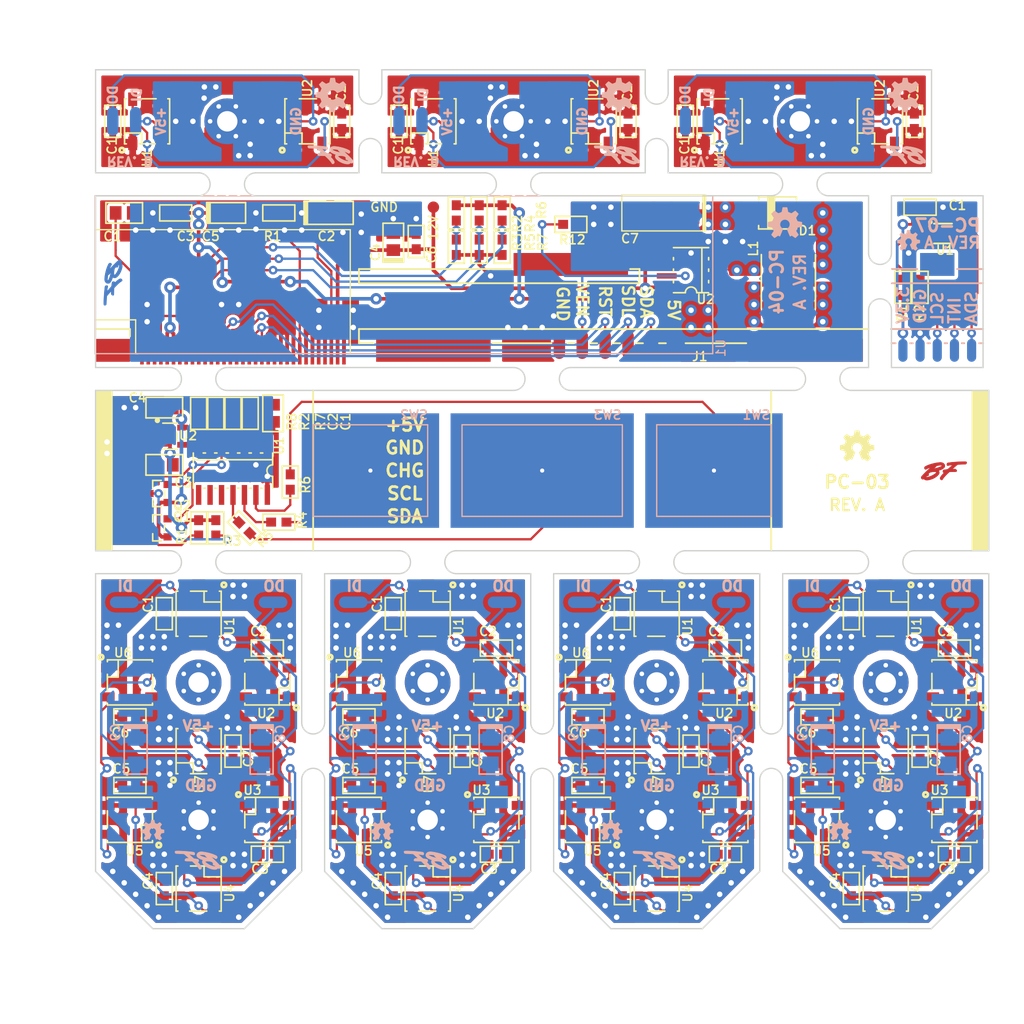
<source format=kicad_pcb>
(kicad_pcb (version 4) (host pcbnew "(2016-05-03 BZR 6266)-product")
  (title_block (title Display) (date 2016-07-21) (rev B) (comment 3 "Alarm clock (V3)"))
  (layers (0 F.Cu signal) (31 B.Cu signal) (34 B.Paste user) (35 F.Paste user) (36 B.SilkS user) (37 F.SilkS user) (38 B.Mask user) (39 F.Mask user) (44 Edge.Cuts user))
  (net 0 "")
  (net 1 +5V)
  (net 2 GND)
  (net 3 "Net-(U1-Pad2)")
  (net 4 /DIN)
  (net 5 "Net-(U2-Pad2)")
  (net 6 "Net-(U3-Pad2)")
  (net 7 "Net-(U4-Pad2)")
  (net 8 "Net-(U5-Pad2)")
  (net 9 "Net-(U6-Pad2)")
  (net 10 /DOUT)
  (net 11 +3V3)
  (net 12 "Net-(U1-Pad4)")
  (net 13 "Net-(U1-Pad7)")
  (net 14 "Net-(U1-Pad10)")
  (net 15 "Net-(U1-Pad9)")
  (net 16 "Net-(U1-Pad8)")
  (net 17 "Net-(R4-Pad1)")
  (net 18 /E_LEFT)
  (net 19 "Net-(R5-Pad1)")
  (net 20 /E_SET)
  (net 21 "Net-(R6-Pad1)")
  (net 22 /E_RIGHT)
  (net 23 /~CHANGE)
  (net 24 "Net-(U2-Pad4)")
  (net 25 /SCL_5V)
  (net 26 /SDA_3V3)
  (net 27 /SDA_5V)
  (net 28 /SCL_3V3)
  (net 29 "Net-(R1-Pad1)")
  (net 30 /SDA)
  (net 31 /SCL)
  (net 32 /RESET)
  (net 33 "Net-(C1-Pad2)")
  (net 34 "Net-(C2-PadA)")
  (net 35 +12V)
  (net 36 "Net-(R6-Pad2)")
  (net 37 "Net-(R4-Pad2)")
  (net 38 "Net-(R2-Pad2)")
  (net 39 /VCC_EN)
  (net 40 "Net-(J2-Pad1)")
  (net 41 "Net-(J3-Pad1)")
  (net 42 "Net-(J4-Pad1)")
  (net 43 /SW_12V)
  (net 44 "Net-(J5-Pad1)")
  (net 45 "Net-(U2-Pad6)")
  (net 46 "Net-(U2-Pad5)")
  (net 47 "Net-(U1-Pad12)")
  (net 48 /INT)
  (module Symbols:Gauge-X-100mm (layer B.Cu) (at 85.725 146.685 90)
    (fp_text reference REF** hide)
    (fp_text value VAL** hide)
  )
  (module Misc:mousebite-double-62-small (layer F.Cu) (at 154.305 57.15 180)
    (fp_text reference REF** hide)
    (fp_text value VAL** hide)
    (pad "" np_thru_hole circle (at -0.889 0 180) (size 0.762 0.762) (drill 0.762) (layers *.Cu) (clearance 0.254))
    (pad "" np_thru_hole circle (at -0.889 -1.27 180) (size 0.762 0.762) (drill 0.762) (layers *.Cu) (clearance 0.254))
    (pad "" np_thru_hole circle (at -0.889 1.27 180) (size 0.762 0.762) (drill 0.762) (layers *.Cu) (clearance 0.254))
    (pad "" np_thru_hole circle (at 0.889 0 180) (size 0.762 0.762) (drill 0.762) (layers *.Cu) (clearance 0.254))
    (pad "" np_thru_hole circle (at 0.889 -1.27 180) (size 0.762 0.762) (drill 0.762) (layers *.Cu) (clearance 0.254))
    (pad "" np_thru_hole circle (at 0.889 1.27 180) (size 0.762 0.762) (drill 0.762) (layers *.Cu) (clearance 0.254))
  )
  (module Misc:mousebite-double-62-small (layer F.Cu) (at 170.18 64.135 270)
    (fp_text reference REF** hide)
    (fp_text value VAL** hide)
    (pad "" np_thru_hole circle (at -0.889 0 270) (size 0.762 0.762) (drill 0.762) (layers *.Cu) (clearance 0.254))
    (pad "" np_thru_hole circle (at -0.889 -1.27 270) (size 0.762 0.762) (drill 0.762) (layers *.Cu) (clearance 0.254))
    (pad "" np_thru_hole circle (at -0.889 1.27 270) (size 0.762 0.762) (drill 0.762) (layers *.Cu) (clearance 0.254))
    (pad "" np_thru_hole circle (at 0.889 0 270) (size 0.762 0.762) (drill 0.762) (layers *.Cu) (clearance 0.254))
    (pad "" np_thru_hole circle (at 0.889 -1.27 270) (size 0.762 0.762) (drill 0.762) (layers *.Cu) (clearance 0.254))
    (pad "" np_thru_hole circle (at 0.889 1.27 270) (size 0.762 0.762) (drill 0.762) (layers *.Cu) (clearance 0.254))
  )
  (module Misc:mousebite-double-62-small (layer F.Cu) (at 138.43 64.135 270)
    (fp_text reference REF** hide)
    (fp_text value VAL** hide)
    (pad "" np_thru_hole circle (at -0.889 0 270) (size 0.762 0.762) (drill 0.762) (layers *.Cu) (clearance 0.254))
    (pad "" np_thru_hole circle (at -0.889 -1.27 270) (size 0.762 0.762) (drill 0.762) (layers *.Cu) (clearance 0.254))
    (pad "" np_thru_hole circle (at -0.889 1.27 270) (size 0.762 0.762) (drill 0.762) (layers *.Cu) (clearance 0.254))
    (pad "" np_thru_hole circle (at 0.889 0 270) (size 0.762 0.762) (drill 0.762) (layers *.Cu) (clearance 0.254))
    (pad "" np_thru_hole circle (at 0.889 -1.27 270) (size 0.762 0.762) (drill 0.762) (layers *.Cu) (clearance 0.254))
    (pad "" np_thru_hole circle (at 0.889 1.27 270) (size 0.762 0.762) (drill 0.762) (layers *.Cu) (clearance 0.254))
  )
  (module Misc:mousebite-double-62-small (layer F.Cu) (at 122.555 57.15 180)
    (fp_text reference REF** hide)
    (fp_text value VAL** hide)
    (pad "" np_thru_hole circle (at -0.889 0 180) (size 0.762 0.762) (drill 0.762) (layers *.Cu) (clearance 0.254))
    (pad "" np_thru_hole circle (at -0.889 -1.27 180) (size 0.762 0.762) (drill 0.762) (layers *.Cu) (clearance 0.254))
    (pad "" np_thru_hole circle (at -0.889 1.27 180) (size 0.762 0.762) (drill 0.762) (layers *.Cu) (clearance 0.254))
    (pad "" np_thru_hole circle (at 0.889 0 180) (size 0.762 0.762) (drill 0.762) (layers *.Cu) (clearance 0.254))
    (pad "" np_thru_hole circle (at 0.889 -1.27 180) (size 0.762 0.762) (drill 0.762) (layers *.Cu) (clearance 0.254))
    (pad "" np_thru_hole circle (at 0.889 1.27 180) (size 0.762 0.762) (drill 0.762) (layers *.Cu) (clearance 0.254))
  )
  (module Misc:mousebite-double-62-small (layer F.Cu) (at 106.68 64.135 90)
    (fp_text reference REF** hide)
    (fp_text value VAL** hide)
    (pad "" np_thru_hole circle (at -0.889 0 90) (size 0.762 0.762) (drill 0.762) (layers *.Cu) (clearance 0.254))
    (pad "" np_thru_hole circle (at -0.889 -1.27 90) (size 0.762 0.762) (drill 0.762) (layers *.Cu) (clearance 0.254))
    (pad "" np_thru_hole circle (at -0.889 1.27 90) (size 0.762 0.762) (drill 0.762) (layers *.Cu) (clearance 0.254))
    (pad "" np_thru_hole circle (at 0.889 0 90) (size 0.762 0.762) (drill 0.762) (layers *.Cu) (clearance 0.254))
    (pad "" np_thru_hole circle (at 0.889 -1.27 90) (size 0.762 0.762) (drill 0.762) (layers *.Cu) (clearance 0.254))
    (pad "" np_thru_hole circle (at 0.889 1.27 90) (size 0.762 0.762) (drill 0.762) (layers *.Cu) (clearance 0.254))
  )
  (module Misc:mousebite-double-62-small (layer F.Cu) (at 172.72 85.725 90)
    (fp_text reference REF** hide)
    (fp_text value VAL** hide)
    (pad "" np_thru_hole circle (at -0.889 0 90) (size 0.762 0.762) (drill 0.762) (layers *.Cu) (clearance 0.254))
    (pad "" np_thru_hole circle (at -0.889 -1.27 90) (size 0.762 0.762) (drill 0.762) (layers *.Cu) (clearance 0.254))
    (pad "" np_thru_hole circle (at -0.889 1.27 90) (size 0.762 0.762) (drill 0.762) (layers *.Cu) (clearance 0.254))
    (pad "" np_thru_hole circle (at 0.889 0 90) (size 0.762 0.762) (drill 0.762) (layers *.Cu) (clearance 0.254))
    (pad "" np_thru_hole circle (at 0.889 -1.27 90) (size 0.762 0.762) (drill 0.762) (layers *.Cu) (clearance 0.254))
    (pad "" np_thru_hole circle (at 0.889 1.27 90) (size 0.762 0.762) (drill 0.762) (layers *.Cu) (clearance 0.254))
  )
  (module Misc:mousebite-double-62-small (layer F.Cu) (at 179.07 74.93 180)
    (fp_text reference REF** hide)
    (fp_text value VAL** hide)
    (pad "" np_thru_hole circle (at -0.889 0 180) (size 0.762 0.762) (drill 0.762) (layers *.Cu) (clearance 0.254))
    (pad "" np_thru_hole circle (at -0.889 -1.27 180) (size 0.762 0.762) (drill 0.762) (layers *.Cu) (clearance 0.254))
    (pad "" np_thru_hole circle (at -0.889 1.27 180) (size 0.762 0.762) (drill 0.762) (layers *.Cu) (clearance 0.254))
    (pad "" np_thru_hole circle (at 0.889 0 180) (size 0.762 0.762) (drill 0.762) (layers *.Cu) (clearance 0.254))
    (pad "" np_thru_hole circle (at 0.889 -1.27 180) (size 0.762 0.762) (drill 0.762) (layers *.Cu) (clearance 0.254))
    (pad "" np_thru_hole circle (at 0.889 1.27 180) (size 0.762 0.762) (drill 0.762) (layers *.Cu) (clearance 0.254))
  )
  (module Misc:mousebite-double-62-small (layer F.Cu) (at 141.605 85.725 90)
    (fp_text reference REF** hide)
    (fp_text value VAL** hide)
    (pad "" np_thru_hole circle (at -0.889 0 90) (size 0.762 0.762) (drill 0.762) (layers *.Cu) (clearance 0.254))
    (pad "" np_thru_hole circle (at -0.889 -1.27 90) (size 0.762 0.762) (drill 0.762) (layers *.Cu) (clearance 0.254))
    (pad "" np_thru_hole circle (at -0.889 1.27 90) (size 0.762 0.762) (drill 0.762) (layers *.Cu) (clearance 0.254))
    (pad "" np_thru_hole circle (at 0.889 0 90) (size 0.762 0.762) (drill 0.762) (layers *.Cu) (clearance 0.254))
    (pad "" np_thru_hole circle (at 0.889 -1.27 90) (size 0.762 0.762) (drill 0.762) (layers *.Cu) (clearance 0.254))
    (pad "" np_thru_hole circle (at 0.889 1.27 90) (size 0.762 0.762) (drill 0.762) (layers *.Cu) (clearance 0.254))
  )
  (module Misc:mousebite-double-62-small (layer F.Cu) (at 103.505 85.725 90)
    (fp_text reference REF** hide)
    (fp_text value VAL** hide)
    (pad "" np_thru_hole circle (at -0.889 0 90) (size 0.762 0.762) (drill 0.762) (layers *.Cu) (clearance 0.254))
    (pad "" np_thru_hole circle (at -0.889 -1.27 90) (size 0.762 0.762) (drill 0.762) (layers *.Cu) (clearance 0.254))
    (pad "" np_thru_hole circle (at -0.889 1.27 90) (size 0.762 0.762) (drill 0.762) (layers *.Cu) (clearance 0.254))
    (pad "" np_thru_hole circle (at 0.889 0 90) (size 0.762 0.762) (drill 0.762) (layers *.Cu) (clearance 0.254))
    (pad "" np_thru_hole circle (at 0.889 -1.27 90) (size 0.762 0.762) (drill 0.762) (layers *.Cu) (clearance 0.254))
    (pad "" np_thru_hole circle (at 0.889 1.27 90) (size 0.762 0.762) (drill 0.762) (layers *.Cu) (clearance 0.254))
  )
  (module Misc:mousebite-double-62-small (layer F.Cu) (at 179.705 106.045 90)
    (fp_text reference REF** hide)
    (fp_text value VAL** hide)
    (pad "" np_thru_hole circle (at -0.889 0 90) (size 0.762 0.762) (drill 0.762) (layers *.Cu) (clearance 0.254))
    (pad "" np_thru_hole circle (at -0.889 -1.27 90) (size 0.762 0.762) (drill 0.762) (layers *.Cu) (clearance 0.254))
    (pad "" np_thru_hole circle (at -0.889 1.27 90) (size 0.762 0.762) (drill 0.762) (layers *.Cu) (clearance 0.254))
    (pad "" np_thru_hole circle (at 0.889 0 90) (size 0.762 0.762) (drill 0.762) (layers *.Cu) (clearance 0.254))
    (pad "" np_thru_hole circle (at 0.889 -1.27 90) (size 0.762 0.762) (drill 0.762) (layers *.Cu) (clearance 0.254))
    (pad "" np_thru_hole circle (at 0.889 1.27 90) (size 0.762 0.762) (drill 0.762) (layers *.Cu) (clearance 0.254))
  )
  (module Misc:mousebite-double-62-small (layer F.Cu) (at 154.305 106.045 90)
    (fp_text reference REF** hide)
    (fp_text value VAL** hide)
    (pad "" np_thru_hole circle (at -0.889 0 90) (size 0.762 0.762) (drill 0.762) (layers *.Cu) (clearance 0.254))
    (pad "" np_thru_hole circle (at -0.889 -1.27 90) (size 0.762 0.762) (drill 0.762) (layers *.Cu) (clearance 0.254))
    (pad "" np_thru_hole circle (at -0.889 1.27 90) (size 0.762 0.762) (drill 0.762) (layers *.Cu) (clearance 0.254))
    (pad "" np_thru_hole circle (at 0.889 0 90) (size 0.762 0.762) (drill 0.762) (layers *.Cu) (clearance 0.254))
    (pad "" np_thru_hole circle (at 0.889 -1.27 90) (size 0.762 0.762) (drill 0.762) (layers *.Cu) (clearance 0.254))
    (pad "" np_thru_hole circle (at 0.889 1.27 90) (size 0.762 0.762) (drill 0.762) (layers *.Cu) (clearance 0.254))
  )
  (module Misc:mousebite-double-62-small (layer F.Cu) (at 128.905 106.045 90)
    (fp_text reference REF** hide)
    (fp_text value VAL** hide)
    (pad "" np_thru_hole circle (at -0.889 0 90) (size 0.762 0.762) (drill 0.762) (layers *.Cu) (clearance 0.254))
    (pad "" np_thru_hole circle (at -0.889 -1.27 90) (size 0.762 0.762) (drill 0.762) (layers *.Cu) (clearance 0.254))
    (pad "" np_thru_hole circle (at -0.889 1.27 90) (size 0.762 0.762) (drill 0.762) (layers *.Cu) (clearance 0.254))
    (pad "" np_thru_hole circle (at 0.889 0 90) (size 0.762 0.762) (drill 0.762) (layers *.Cu) (clearance 0.254))
    (pad "" np_thru_hole circle (at 0.889 -1.27 90) (size 0.762 0.762) (drill 0.762) (layers *.Cu) (clearance 0.254))
    (pad "" np_thru_hole circle (at 0.889 1.27 90) (size 0.762 0.762) (drill 0.762) (layers *.Cu) (clearance 0.254))
  )
  (module Misc:mousebite-double-62-small (layer F.Cu) (at 103.505 106.045 90)
    (fp_text reference REF** hide)
    (fp_text value VAL** hide)
    (pad "" np_thru_hole circle (at -0.889 0 90) (size 0.762 0.762) (drill 0.762) (layers *.Cu) (clearance 0.254))
    (pad "" np_thru_hole circle (at -0.889 -1.27 90) (size 0.762 0.762) (drill 0.762) (layers *.Cu) (clearance 0.254))
    (pad "" np_thru_hole circle (at -0.889 1.27 90) (size 0.762 0.762) (drill 0.762) (layers *.Cu) (clearance 0.254))
    (pad "" np_thru_hole circle (at 0.889 0 90) (size 0.762 0.762) (drill 0.762) (layers *.Cu) (clearance 0.254))
    (pad "" np_thru_hole circle (at 0.889 -1.27 90) (size 0.762 0.762) (drill 0.762) (layers *.Cu) (clearance 0.254))
    (pad "" np_thru_hole circle (at 0.889 1.27 90) (size 0.762 0.762) (drill 0.762) (layers *.Cu) (clearance 0.254))
  )
  (module Misc:mousebite-double-62-small (layer F.Cu) (at 167.005 127)
    (fp_text reference REF** hide)
    (fp_text value VAL** hide)
    (pad "" np_thru_hole circle (at -0.889 0) (size 0.762 0.762) (drill 0.762) (layers *.Cu) (clearance 0.254))
    (pad "" np_thru_hole circle (at -0.889 -1.27) (size 0.762 0.762) (drill 0.762) (layers *.Cu) (clearance 0.254))
    (pad "" np_thru_hole circle (at -0.889 1.27) (size 0.762 0.762) (drill 0.762) (layers *.Cu) (clearance 0.254))
    (pad "" np_thru_hole circle (at 0.889 0) (size 0.762 0.762) (drill 0.762) (layers *.Cu) (clearance 0.254))
    (pad "" np_thru_hole circle (at 0.889 -1.27) (size 0.762 0.762) (drill 0.762) (layers *.Cu) (clearance 0.254))
    (pad "" np_thru_hole circle (at 0.889 1.27) (size 0.762 0.762) (drill 0.762) (layers *.Cu) (clearance 0.254))
  )
  (module Misc:mousebite-double-62-small (layer F.Cu) (at 141.605 127)
    (fp_text reference REF** hide)
    (fp_text value VAL** hide)
    (pad "" np_thru_hole circle (at -0.889 0) (size 0.762 0.762) (drill 0.762) (layers *.Cu) (clearance 0.254))
    (pad "" np_thru_hole circle (at -0.889 -1.27) (size 0.762 0.762) (drill 0.762) (layers *.Cu) (clearance 0.254))
    (pad "" np_thru_hole circle (at -0.889 1.27) (size 0.762 0.762) (drill 0.762) (layers *.Cu) (clearance 0.254))
    (pad "" np_thru_hole circle (at 0.889 0) (size 0.762 0.762) (drill 0.762) (layers *.Cu) (clearance 0.254))
    (pad "" np_thru_hole circle (at 0.889 -1.27) (size 0.762 0.762) (drill 0.762) (layers *.Cu) (clearance 0.254))
    (pad "" np_thru_hole circle (at 0.889 1.27) (size 0.762 0.762) (drill 0.762) (layers *.Cu) (clearance 0.254))
  )
  (module Symbols:LOGO-OSHW-150 (layer B.Cu) (at 181.864 54.229 270)
    (fp_text reference LOGO-OSHW-150 hide)
    (fp_text value OSHW hide)
  )
  (module Symbols:SIGNATURE_SILK (layer B.Cu) (at 181.737 60.833 180)
    (fp_text reference SIGNATURE_SILK hide)
    (fp_text value LOGO hide)
  )
  (module SMT:LED-5050 (layer F.Cu) (at 179.07 57.15 270)
    (fp_text reference U2 (at -3.683 0 450) (layer F.SilkS) (effects (font (thickness 0.18))))
    (fp_text value WS2812B hide)
    (pad 2 smd rect (at -2.45 1.6 270) (size 1.5 1) (layers F.Cu F.Paste F.Mask) (net 10 /DOUT))
    (pad 3 smd rect (at 2.45 1.6 270) (size 1.5 1) (layers F.Cu F.Paste F.Mask) (net 2 GND))
    (pad 4 smd rect (at 2.45 -1.6 270) (size 1.5 1) (layers F.Cu F.Paste F.Mask) (net 3 "Net-(U1-Pad2)"))
    (pad 1 smd rect (at -2.45 -1.6 270) (size 1.5 1) (layers F.Cu F.Paste F.Mask) (net 1 +5V))
  )
  (module Conn-Wire-Pads:WP-100mil-1x01 (layer B.Cu) (at 175.26 54.61)
    (fp_text reference J5 hide)
    (fp_text value "GND OUT" hide)
    (pad 1 smd rect (at 0 0) (size 2.54 3.81) (layers B.Cu B.Paste B.Mask) (net 2 GND))
  )
  (module Conn-Wire-Pads:WP-100mil-1x01 (layer B.Cu) (at 165.1 54.61)
    (fp_text reference J4 hide)
    (fp_text value "5V OUT" hide)
    (pad 1 smd rect (at 0 0) (size 2.54 3.81) (layers B.Cu B.Paste B.Mask) (net 1 +5V))
  )
  (module Conn-Wire-Pads:WP-100mil-1x01 (layer B.Cu) (at 175.26 59.69)
    (fp_text reference J3 hide)
    (fp_text value "GND IN" hide)
    (pad 1 smd rect (at 0 0) (size 2.54 3.81) (layers B.Cu B.Paste B.Mask) (net 2 GND))
  )
  (module Conn-Wire-Pads:WP-100mil-1x01 (layer B.Cu) (at 165.1 59.69)
    (fp_text reference J2 hide)
    (fp_text value "5V IN" hide)
    (pad 1 smd rect (at 0 0) (size 2.54 3.81) (layers B.Cu B.Paste B.Mask) (net 1 +5V))
  )
  (module Conn-Wire-Pads:Hole-Screw-#2 (layer F.Cu) (at 170.18 57.15 90)
    (fp_text reference H1 hide)
    (fp_text value Hole hide)
    (pad P thru_hole circle (at 0 0 90) (size 5.08 5.08) (drill 2.2606) (layers *.Cu *.Mask) (net 2 GND))
    (pad P thru_hole circle (at 0 -1.905 90) (size 1.016 1.016) (drill 0.508) (layers *.Cu) (net 2 GND) (clearance 0.0254))
    (pad P thru_hole circle (at -1.649778 -0.9525 150) (size 1.016 1.016) (drill 0.508) (layers *.Cu) (net 2 GND) (clearance 0.0254))
    (pad P thru_hole circle (at -1.649778 0.9525 210) (size 1.016 1.016) (drill 0.508) (layers *.Cu) (net 2 GND) (clearance 0.0254))
    (pad P thru_hole circle (at 0 1.905 270) (size 1.016 1.016) (drill 0.508) (layers *.Cu) (net 2 GND) (clearance 0.0254))
    (pad P thru_hole circle (at 1.649778 0.9525 330) (size 1.016 1.016) (drill 0.508) (layers *.Cu) (net 2 GND) (clearance 0.0254))
    (pad P thru_hole circle (at 1.649778 -0.9525 30) (size 1.016 1.016) (drill 0.508) (layers *.Cu) (net 2 GND) (clearance 0.0254))
  )
  (module SMT:C-0603 (layer F.Cu) (at 182.88 57.15 270)
    (fp_text reference C2 (at -2.032 -0.508 270) (layer F.SilkS) (effects (font (thickness 0.18)) (justify left bottom)))
    (fp_text value 100nF hide)
    (pad 1 smd rect (at -0.85 0 270) (size 1.1 1) (layers F.Cu F.Paste F.Mask) (net 1 +5V))
    (pad 2 smd rect (at 0.85 0 270) (size 1.1 1) (layers F.Cu F.Paste F.Mask) (net 2 GND))
  )
  (module SMT:C-0603 (layer F.Cu) (at 157.48 57.15 270)
    (fp_text reference C1 (at 3.81 -0.508 270) (layer F.SilkS) (effects (font (thickness 0.18)) (justify left bottom)))
    (fp_text value 100nF hide)
    (pad 1 smd rect (at -0.85 0 270) (size 1.1 1) (layers F.Cu F.Paste F.Mask) (net 1 +5V))
    (pad 2 smd rect (at 0.85 0 270) (size 1.1 1) (layers F.Cu F.Paste F.Mask) (net 2 GND))
  )
  (module SMT:LED-5050 (layer F.Cu) (at 161.29 57.15 270)
    (fp_text reference U1 (at 4.064 0 450) (layer F.SilkS) (effects (font (thickness 0.18))))
    (fp_text value WS2812B hide)
    (pad 2 smd rect (at -2.45 1.6 270) (size 1.5 1) (layers F.Cu F.Paste F.Mask) (net 3 "Net-(U1-Pad2)"))
    (pad 3 smd rect (at 2.45 1.6 270) (size 1.5 1) (layers F.Cu F.Paste F.Mask) (net 2 GND))
    (pad 4 smd rect (at 2.45 -1.6 270) (size 1.5 1) (layers F.Cu F.Paste F.Mask) (net 4 /DIN))
    (pad 1 smd rect (at -2.45 -1.6 270) (size 1.5 1) (layers F.Cu F.Paste F.Mask) (net 1 +5V))
  )
  (module Conn-Wire-Pads:WP-50mil-1x01 (layer B.Cu) (at 157.48 57.15 180)
    (fp_text reference J6 hide)
    (fp_text value "DATA OUT" hide)
    (pad 1 smd oval (at 0 0 180) (size 1.27 3.175) (layers B.Cu B.Paste B.Mask) (net 10 /DOUT))
  )
  (module Conn-Wire-Pads:WP-50mil-1x01 (layer B.Cu) (at 160.02 57.15 180)
    (fp_text reference J1 hide)
    (fp_text value "DATA IN" hide)
    (pad 1 smd oval (at 0 0 180) (size 1.27 3.175) (layers B.Cu B.Paste B.Mask) (net 4 /DIN))
  )
  (module Symbols:LOGO-OSHW-150 (layer B.Cu) (at 118.364 54.229 270)
    (fp_text reference LOGO-OSHW-150 hide)
    (fp_text value OSHW hide)
  )
  (module Symbols:SIGNATURE_SILK (layer B.Cu) (at 118.237 60.833 180)
    (fp_text reference SIGNATURE_SILK hide)
    (fp_text value LOGO hide)
  )
  (module SMT:LED-5050 (layer F.Cu) (at 115.57 57.15 270)
    (fp_text reference U2 (at -3.683 0 450) (layer F.SilkS) (effects (font (thickness 0.18))))
    (fp_text value WS2812B hide)
    (pad 2 smd rect (at -2.45 1.6 270) (size 1.5 1) (layers F.Cu F.Paste F.Mask) (net 10 /DOUT))
    (pad 3 smd rect (at 2.45 1.6 270) (size 1.5 1) (layers F.Cu F.Paste F.Mask) (net 2 GND))
    (pad 4 smd rect (at 2.45 -1.6 270) (size 1.5 1) (layers F.Cu F.Paste F.Mask) (net 3 "Net-(U1-Pad2)"))
    (pad 1 smd rect (at -2.45 -1.6 270) (size 1.5 1) (layers F.Cu F.Paste F.Mask) (net 1 +5V))
  )
  (module Conn-Wire-Pads:WP-100mil-1x01 (layer B.Cu) (at 111.76 54.61)
    (fp_text reference J5 hide)
    (fp_text value "GND OUT" hide)
    (pad 1 smd rect (at 0 0) (size 2.54 3.81) (layers B.Cu B.Paste B.Mask) (net 2 GND))
  )
  (module Conn-Wire-Pads:WP-100mil-1x01 (layer B.Cu) (at 101.6 54.61)
    (fp_text reference J4 hide)
    (fp_text value "5V OUT" hide)
    (pad 1 smd rect (at 0 0) (size 2.54 3.81) (layers B.Cu B.Paste B.Mask) (net 1 +5V))
  )
  (module Conn-Wire-Pads:WP-100mil-1x01 (layer B.Cu) (at 111.76 59.69)
    (fp_text reference J3 hide)
    (fp_text value "GND IN" hide)
    (pad 1 smd rect (at 0 0) (size 2.54 3.81) (layers B.Cu B.Paste B.Mask) (net 2 GND))
  )
  (module Conn-Wire-Pads:WP-100mil-1x01 (layer B.Cu) (at 101.6 59.69)
    (fp_text reference J2 hide)
    (fp_text value "5V IN" hide)
    (pad 1 smd rect (at 0 0) (size 2.54 3.81) (layers B.Cu B.Paste B.Mask) (net 1 +5V))
  )
  (module Conn-Wire-Pads:Hole-Screw-#2 (layer F.Cu) (at 106.68 57.15 90)
    (fp_text reference H1 hide)
    (fp_text value Hole hide)
    (pad P thru_hole circle (at 0 0 90) (size 5.08 5.08) (drill 2.2606) (layers *.Cu *.Mask) (net 2 GND))
    (pad P thru_hole circle (at 0 -1.905 90) (size 1.016 1.016) (drill 0.508) (layers *.Cu) (net 2 GND) (clearance 0.0254))
    (pad P thru_hole circle (at -1.649778 -0.9525 150) (size 1.016 1.016) (drill 0.508) (layers *.Cu) (net 2 GND) (clearance 0.0254))
    (pad P thru_hole circle (at -1.649778 0.9525 210) (size 1.016 1.016) (drill 0.508) (layers *.Cu) (net 2 GND) (clearance 0.0254))
    (pad P thru_hole circle (at 0 1.905 270) (size 1.016 1.016) (drill 0.508) (layers *.Cu) (net 2 GND) (clearance 0.0254))
    (pad P thru_hole circle (at 1.649778 0.9525 330) (size 1.016 1.016) (drill 0.508) (layers *.Cu) (net 2 GND) (clearance 0.0254))
    (pad P thru_hole circle (at 1.649778 -0.9525 30) (size 1.016 1.016) (drill 0.508) (layers *.Cu) (net 2 GND) (clearance 0.0254))
  )
  (module SMT:C-0603 (layer F.Cu) (at 119.38 57.15 270)
    (fp_text reference C2 (at -2.032 -0.508 270) (layer F.SilkS) (effects (font (thickness 0.18)) (justify left bottom)))
    (fp_text value 100nF hide)
    (pad 1 smd rect (at -0.85 0 270) (size 1.1 1) (layers F.Cu F.Paste F.Mask) (net 1 +5V))
    (pad 2 smd rect (at 0.85 0 270) (size 1.1 1) (layers F.Cu F.Paste F.Mask) (net 2 GND))
  )
  (module SMT:C-0603 (layer F.Cu) (at 93.98 57.15 270)
    (fp_text reference C1 (at 3.81 -0.508 270) (layer F.SilkS) (effects (font (thickness 0.18)) (justify left bottom)))
    (fp_text value 100nF hide)
    (pad 1 smd rect (at -0.85 0 270) (size 1.1 1) (layers F.Cu F.Paste F.Mask) (net 1 +5V))
    (pad 2 smd rect (at 0.85 0 270) (size 1.1 1) (layers F.Cu F.Paste F.Mask) (net 2 GND))
  )
  (module SMT:LED-5050 (layer F.Cu) (at 97.79 57.15 270)
    (fp_text reference U1 (at 4.064 0 450) (layer F.SilkS) (effects (font (thickness 0.18))))
    (fp_text value WS2812B hide)
    (pad 2 smd rect (at -2.45 1.6 270) (size 1.5 1) (layers F.Cu F.Paste F.Mask) (net 3 "Net-(U1-Pad2)"))
    (pad 3 smd rect (at 2.45 1.6 270) (size 1.5 1) (layers F.Cu F.Paste F.Mask) (net 2 GND))
    (pad 4 smd rect (at 2.45 -1.6 270) (size 1.5 1) (layers F.Cu F.Paste F.Mask) (net 4 /DIN))
    (pad 1 smd rect (at -2.45 -1.6 270) (size 1.5 1) (layers F.Cu F.Paste F.Mask) (net 1 +5V))
  )
  (module Conn-Wire-Pads:WP-50mil-1x01 (layer B.Cu) (at 93.98 57.15 180)
    (fp_text reference J6 hide)
    (fp_text value "DATA OUT" hide)
    (pad 1 smd oval (at 0 0 180) (size 1.27 3.175) (layers B.Cu B.Paste B.Mask) (net 10 /DOUT))
  )
  (module Conn-Wire-Pads:WP-50mil-1x01 (layer B.Cu) (at 96.52 57.15 180)
    (fp_text reference J1 hide)
    (fp_text value "DATA IN" hide)
    (pad 1 smd oval (at 0 0 180) (size 1.27 3.175) (layers B.Cu B.Paste B.Mask) (net 4 /DIN))
  )
  (module SMT:CPL-1206 (layer B.Cu) (at 147.32 127 270)
    (fp_text reference C9 (at -3.175 1.651 270) (layer B.SilkS) (effects (font (thickness 0.18)) (justify left bottom mirror)))
    (fp_text value 10uF hide)
    (pad A smd rect (at -1.4 0 270) (size 1.6 1.8) (layers B.Cu B.Paste B.Mask) (net 1 +5V))
    (pad K smd rect (at 1.4 0 270) (size 1.6 1.8) (layers B.Cu B.Paste B.Mask) (net 2 GND))
  )
  (module SMT:CPL-1206 (layer B.Cu) (at 161.29 127 270)
    (fp_text reference C8 (at -3.048 -2.667 270) (layer B.SilkS) (effects (font (thickness 0.18)) (justify left bottom mirror)))
    (fp_text value 1uF hide)
    (pad A smd rect (at -1.4 0 270) (size 1.6 1.8) (layers B.Cu B.Paste B.Mask) (net 1 +5V))
    (pad K smd rect (at 1.4 0 270) (size 1.6 1.8) (layers B.Cu B.Paste B.Mask) (net 2 GND))
  )
  (module Symbols:SIGNATURE_SILK (layer B.Cu) (at 154.305 139.065 180)
    (fp_text reference SIGNATURE_SILK hide)
    (fp_text value LOGO hide)
  )
  (module Conn-Wire-Pads:WP-50mil-1x01 (layer B.Cu) (at 162.56 110.49 270)
    (fp_text reference J6 hide)
    (fp_text value "DATA OUT" hide)
    (pad 1 smd oval (at 0 0 270) (size 1.27 3.175) (layers B.Cu B.Paste B.Mask) (net 10 /DOUT))
  )
  (module Conn-Wire-Pads:WP-50mil-1x01 (layer B.Cu) (at 146.05 110.49 90)
    (fp_text reference J5 hide)
    (fp_text value "DATA IN" hide)
    (pad 1 smd oval (at 0 0 90) (size 1.27 3.175) (layers B.Cu B.Paste B.Mask) (net 4 /DIN))
  )
  (module Symbols:LOGO-OSHW-100 (layer B.Cu) (at 149.225 135.89 180)
    (fp_text reference LOGO-OSHW-100 hide)
    (fp_text value OSHW hide)
  )
  (module Conn-Wire-Pads:WP-100mil-1x01 (layer B.Cu) (at 161.29 132.08 90)
    (fp_text reference J4 hide)
    (fp_text value "GND OUT" hide)
    (pad 1 smd rect (at 0 0 90) (size 2.54 3.81) (layers B.Cu B.Paste B.Mask) (net 2 GND))
  )
  (module Conn-Wire-Pads:WP-100mil-1x01 (layer B.Cu) (at 161.29 121.92 90)
    (fp_text reference J3 hide)
    (fp_text value "5V OUT" hide)
    (pad 1 smd rect (at 0 0 90) (size 2.54 3.81) (layers B.Cu B.Paste B.Mask) (net 1 +5V))
  )
  (module Conn-Wire-Pads:WP-100mil-1x01 (layer B.Cu) (at 147.32 132.08 90)
    (fp_text reference J2 hide)
    (fp_text value "GND IN" hide)
    (pad 1 smd rect (at 0 0 90) (size 2.54 3.81) (layers B.Cu B.Paste B.Mask) (net 2 GND))
  )
  (module Conn-Wire-Pads:WP-100mil-1x01 (layer B.Cu) (at 147.32 121.92 90)
    (fp_text reference J1 hide)
    (fp_text value "5V IN" hide)
    (pad 1 smd rect (at 0 0 90) (size 2.54 3.81) (layers B.Cu B.Paste B.Mask) (net 1 +5V))
  )
  (module SMT:C-0603 (layer F.Cu) (at 158.115 127 270)
    (fp_text reference C7 (at 1.905 -2.286 270) (layer F.SilkS) (effects (font (thickness 0.18)) (justify left bottom)))
    (fp_text value 100nF hide)
    (pad 1 smd rect (at -0.85 0 270) (size 1.1 1) (layers F.Cu F.Paste F.Mask) (net 1 +5V))
    (pad 2 smd rect (at 0.85 0 270) (size 1.1 1) (layers F.Cu F.Paste F.Mask) (net 2 GND))
  )
  (module SMT:C-0603 (layer F.Cu) (at 146.685 123.19 180)
    (fp_text reference C6 (at 2.159 -2.3495 180) (layer F.SilkS) (effects (font (thickness 0.18)) (justify left bottom)))
    (fp_text value 100nF hide)
    (pad 1 smd rect (at -0.85 0 180) (size 1.1 1) (layers F.Cu F.Paste F.Mask) (net 1 +5V))
    (pad 2 smd rect (at 0.85 0 180) (size 1.1 1) (layers F.Cu F.Paste F.Mask) (net 2 GND))
  )
  (module SMT:C-0603 (layer F.Cu) (at 146.685 130.81)
    (fp_text reference C5 (at -2.032 -1.27) (layer F.SilkS) (effects (font (thickness 0.18)) (justify left bottom)))
    (fp_text value 100nF hide)
    (pad 1 smd rect (at -0.85 0) (size 1.1 1) (layers F.Cu F.Paste F.Mask) (net 1 +5V))
    (pad 2 smd rect (at 0.85 0) (size 1.1 1) (layers F.Cu F.Paste F.Mask) (net 2 GND))
  )
  (module SMT:C-0603 (layer F.Cu) (at 150.495 142.24 90)
    (fp_text reference C4 (at -0.254 -1.2065 90) (layer F.SilkS) (effects (font (thickness 0.18)) (justify left bottom)))
    (fp_text value 100nF hide)
    (pad 1 smd rect (at -0.85 0 90) (size 1.1 1) (layers F.Cu F.Paste F.Mask) (net 1 +5V))
    (pad 2 smd rect (at 0.85 0 90) (size 1.1 1) (layers F.Cu F.Paste F.Mask) (net 2 GND))
  )
  (module SMT:C-0603 (layer F.Cu) (at 161.925 138.43 180)
    (fp_text reference C3 (at 1.905 -2.2225 180) (layer F.SilkS) (effects (font (thickness 0.18)) (justify left bottom)))
    (fp_text value 100nF hide)
    (pad 1 smd rect (at -0.85 0 180) (size 1.1 1) (layers F.Cu F.Paste F.Mask) (net 1 +5V))
    (pad 2 smd rect (at 0.85 0 180) (size 1.1 1) (layers F.Cu F.Paste F.Mask) (net 2 GND))
  )
  (module SMT:C-0603 (layer F.Cu) (at 161.925 115.57)
    (fp_text reference C2 (at -2.032 -1.27) (layer F.SilkS) (effects (font (thickness 0.18)) (justify left bottom)))
    (fp_text value 100nF hide)
    (pad 1 smd rect (at -0.85 0) (size 1.1 1) (layers F.Cu F.Paste F.Mask) (net 1 +5V))
    (pad 2 smd rect (at 0.85 0) (size 1.1 1) (layers F.Cu F.Paste F.Mask) (net 2 GND))
  )
  (module SMT:C-0603 (layer F.Cu) (at 150.495 111.76 90)
    (fp_text reference C1 (at 0 -1.2065 90) (layer F.SilkS) (effects (font (thickness 0.18)) (justify left bottom)))
    (fp_text value 100nF hide)
    (pad 1 smd rect (at -0.85 0 90) (size 1.1 1) (layers F.Cu F.Paste F.Mask) (net 1 +5V))
    (pad 2 smd rect (at 0.85 0 90) (size 1.1 1) (layers F.Cu F.Paste F.Mask) (net 2 GND))
  )
  (module SMT:LED-5050 (layer F.Cu) (at 146.685 119.38 180)
    (fp_text reference U6 (at 0.762 3.302 180) (layer F.SilkS) (effects (font (thickness 0.18))))
    (fp_text value WS2812B hide)
    (pad 2 smd rect (at -2.45 1.6 180) (size 1.5 1) (layers F.Cu F.Paste F.Mask) (net 9 "Net-(U6-Pad2)"))
    (pad 3 smd rect (at 2.45 1.6 180) (size 1.5 1) (layers F.Cu F.Paste F.Mask) (net 2 GND))
    (pad 4 smd rect (at 2.45 -1.6 180) (size 1.5 1) (layers F.Cu F.Paste F.Mask) (net 8 "Net-(U5-Pad2)"))
    (pad 1 smd rect (at -2.45 -1.6 180) (size 1.5 1) (layers F.Cu F.Paste F.Mask) (net 1 +5V))
  )
  (module SMT:LED-5050 (layer F.Cu) (at 161.925 119.38)
    (fp_text reference U2 (at -0.127 3.429) (layer F.SilkS) (effects (font (thickness 0.18))))
    (fp_text value WS2812B hide)
    (pad 2 smd rect (at -2.45 1.6) (size 1.5 1) (layers F.Cu F.Paste F.Mask) (net 5 "Net-(U2-Pad2)"))
    (pad 3 smd rect (at 2.45 1.6) (size 1.5 1) (layers F.Cu F.Paste F.Mask) (net 2 GND))
    (pad 4 smd rect (at 2.45 -1.6) (size 1.5 1) (layers F.Cu F.Paste F.Mask) (net 3 "Net-(U1-Pad2)"))
    (pad 1 smd rect (at -2.45 -1.6) (size 1.5 1) (layers F.Cu F.Paste F.Mask) (net 1 +5V))
  )
  (module Conn-Wire-Pads:Hole-Screw-#2 (layer F.Cu) (at 154.305 119.38)
    (fp_text reference H1 hide)
    (fp_text value Hole hide)
    (pad P thru_hole circle (at 0 0) (size 5.08 5.08) (drill 2.2606) (layers *.Cu *.Mask) (net 2 GND) (clearance 1.016))
    (pad P thru_hole circle (at 0 -1.905) (size 1.016 1.016) (drill 0.508) (layers *.Cu) (net 2 GND) (clearance 0.0254))
    (pad P thru_hole circle (at -1.649778 -0.9525 60) (size 1.016 1.016) (drill 0.508) (layers *.Cu) (net 2 GND) (clearance 0.0254))
    (pad P thru_hole circle (at -1.649778 0.9525 120) (size 1.016 1.016) (drill 0.508) (layers *.Cu) (net 2 GND) (clearance 0.0254))
    (pad P thru_hole circle (at 0 1.905 180) (size 1.016 1.016) (drill 0.508) (layers *.Cu) (net 2 GND) (clearance 0.0254))
    (pad P thru_hole circle (at 1.649778 0.9525 240) (size 1.016 1.016) (drill 0.508) (layers *.Cu) (net 2 GND) (clearance 0.0254))
    (pad P thru_hole circle (at 1.649778 -0.9525 300) (size 1.016 1.016) (drill 0.508) (layers *.Cu) (net 2 GND) (clearance 0.0254))
  )
  (module SMT:LED-5050 (layer F.Cu) (at 154.305 111.76 90)
    (fp_text reference U1 (at -1.397 3.429 90) (layer F.SilkS) (effects (font (thickness 0.18))))
    (fp_text value WS2812B hide)
    (pad 2 smd rect (at -2.45 1.6 90) (size 1.5 1) (layers F.Cu F.Paste F.Mask) (net 3 "Net-(U1-Pad2)"))
    (pad 3 smd rect (at 2.45 1.6 90) (size 1.5 1) (layers F.Cu F.Paste F.Mask) (net 2 GND))
    (pad 4 smd rect (at 2.45 -1.6 90) (size 1.5 1) (layers F.Cu F.Paste F.Mask) (net 4 /DIN))
    (pad 1 smd rect (at -2.45 -1.6 90) (size 1.5 1) (layers F.Cu F.Paste F.Mask) (net 1 +5V))
  )
  (module SMT:LED-5050 (layer F.Cu) (at 154.305 127 270)
    (fp_text reference U7 (at 3.683 -0.127 270) (layer F.SilkS) (effects (font (thickness 0.18))))
    (fp_text value WS2812B hide)
    (pad 2 smd rect (at -2.45 1.6 270) (size 1.5 1) (layers F.Cu F.Paste F.Mask) (net 10 /DOUT))
    (pad 3 smd rect (at 2.45 1.6 270) (size 1.5 1) (layers F.Cu F.Paste F.Mask) (net 2 GND))
    (pad 4 smd rect (at 2.45 -1.6 270) (size 1.5 1) (layers F.Cu F.Paste F.Mask) (net 9 "Net-(U6-Pad2)"))
    (pad 1 smd rect (at -2.45 -1.6 270) (size 1.5 1) (layers F.Cu F.Paste F.Mask) (net 1 +5V))
  )
  (module Conn-Wire-Pads:Hole-Screw-#2 (layer F.Cu) (at 154.305 134.62)
    (fp_text reference H2 hide)
    (fp_text value Hole hide)
    (pad P thru_hole circle (at 0 0) (size 5.08 5.08) (drill 2.2606) (layers *.Cu *.Mask) (net 2 GND) (clearance 1.016))
    (pad P thru_hole circle (at 0 -1.905) (size 1.016 1.016) (drill 0.508) (layers *.Cu) (net 2 GND) (clearance 0.0254))
    (pad P thru_hole circle (at -1.649778 -0.9525 60) (size 1.016 1.016) (drill 0.508) (layers *.Cu) (net 2 GND) (clearance 0.0254))
    (pad P thru_hole circle (at -1.649778 0.9525 120) (size 1.016 1.016) (drill 0.508) (layers *.Cu) (net 2 GND) (clearance 0.0254))
    (pad P thru_hole circle (at 0 1.905 180) (size 1.016 1.016) (drill 0.508) (layers *.Cu) (net 2 GND) (clearance 0.0254))
    (pad P thru_hole circle (at 1.649778 0.9525 240) (size 1.016 1.016) (drill 0.508) (layers *.Cu) (net 2 GND) (clearance 0.0254))
    (pad P thru_hole circle (at 1.649778 -0.9525 300) (size 1.016 1.016) (drill 0.508) (layers *.Cu) (net 2 GND) (clearance 0.0254))
  )
  (module SMT:LED-5050 (layer F.Cu) (at 146.685 134.62)
    (fp_text reference U5 (at 0.508 3.429) (layer F.SilkS) (effects (font (thickness 0.18))))
    (fp_text value WS2812B hide)
    (pad 2 smd rect (at -2.45 1.6) (size 1.5 1) (layers F.Cu F.Paste F.Mask) (net 8 "Net-(U5-Pad2)"))
    (pad 3 smd rect (at 2.45 1.6) (size 1.5 1) (layers F.Cu F.Paste F.Mask) (net 2 GND))
    (pad 4 smd rect (at 2.45 -1.6) (size 1.5 1) (layers F.Cu F.Paste F.Mask) (net 7 "Net-(U4-Pad2)"))
    (pad 1 smd rect (at -2.45 -1.6) (size 1.5 1) (layers F.Cu F.Paste F.Mask) (net 1 +5V))
  )
  (module SMT:LED-5050 (layer F.Cu) (at 154.305 142.24 90)
    (fp_text reference U4 (at -0.508 3.429 90) (layer F.SilkS) (effects (font (thickness 0.18))))
    (fp_text value WS2812B hide)
    (pad 2 smd rect (at -2.45 1.6 90) (size 1.5 1) (layers F.Cu F.Paste F.Mask) (net 7 "Net-(U4-Pad2)"))
    (pad 3 smd rect (at 2.45 1.6 90) (size 1.5 1) (layers F.Cu F.Paste F.Mask) (net 2 GND))
    (pad 4 smd rect (at 2.45 -1.6 90) (size 1.5 1) (layers F.Cu F.Paste F.Mask) (net 6 "Net-(U3-Pad2)"))
    (pad 1 smd rect (at -2.45 -1.6 90) (size 1.5 1) (layers F.Cu F.Paste F.Mask) (net 1 +5V))
  )
  (module SMT:LED-5050 (layer F.Cu) (at 161.925 134.62 180)
    (fp_text reference U3 (at 1.651 3.302 180) (layer F.SilkS) (effects (font (thickness 0.18))))
    (fp_text value WS2812B hide)
    (pad 2 smd rect (at -2.45 1.6 180) (size 1.5 1) (layers F.Cu F.Paste F.Mask) (net 6 "Net-(U3-Pad2)"))
    (pad 3 smd rect (at 2.45 1.6 180) (size 1.5 1) (layers F.Cu F.Paste F.Mask) (net 2 GND))
    (pad 4 smd rect (at 2.45 -1.6 180) (size 1.5 1) (layers F.Cu F.Paste F.Mask) (net 5 "Net-(U2-Pad2)"))
    (pad 1 smd rect (at -2.45 -1.6 180) (size 1.5 1) (layers F.Cu F.Paste F.Mask) (net 1 +5V))
  )
  (module SMT:LED-5050 (layer F.Cu) (at 187.325 134.62 180)
    (fp_text reference U3 (at 1.651 3.302 180) (layer F.SilkS) (effects (font (thickness 0.18))))
    (fp_text value WS2812B hide)
    (pad 2 smd rect (at -2.45 1.6 180) (size 1.5 1) (layers F.Cu F.Paste F.Mask) (net 6 "Net-(U3-Pad2)"))
    (pad 3 smd rect (at 2.45 1.6 180) (size 1.5 1) (layers F.Cu F.Paste F.Mask) (net 2 GND))
    (pad 4 smd rect (at 2.45 -1.6 180) (size 1.5 1) (layers F.Cu F.Paste F.Mask) (net 5 "Net-(U2-Pad2)"))
    (pad 1 smd rect (at -2.45 -1.6 180) (size 1.5 1) (layers F.Cu F.Paste F.Mask) (net 1 +5V))
  )
  (module SMT:LED-5050 (layer F.Cu) (at 179.705 142.24 90)
    (fp_text reference U4 (at -0.508 3.429 90) (layer F.SilkS) (effects (font (thickness 0.18))))
    (fp_text value WS2812B hide)
    (pad 2 smd rect (at -2.45 1.6 90) (size 1.5 1) (layers F.Cu F.Paste F.Mask) (net 7 "Net-(U4-Pad2)"))
    (pad 3 smd rect (at 2.45 1.6 90) (size 1.5 1) (layers F.Cu F.Paste F.Mask) (net 2 GND))
    (pad 4 smd rect (at 2.45 -1.6 90) (size 1.5 1) (layers F.Cu F.Paste F.Mask) (net 6 "Net-(U3-Pad2)"))
    (pad 1 smd rect (at -2.45 -1.6 90) (size 1.5 1) (layers F.Cu F.Paste F.Mask) (net 1 +5V))
  )
  (module SMT:LED-5050 (layer F.Cu) (at 172.085 134.62)
    (fp_text reference U5 (at 0.508 3.429) (layer F.SilkS) (effects (font (thickness 0.18))))
    (fp_text value WS2812B hide)
    (pad 2 smd rect (at -2.45 1.6) (size 1.5 1) (layers F.Cu F.Paste F.Mask) (net 8 "Net-(U5-Pad2)"))
    (pad 3 smd rect (at 2.45 1.6) (size 1.5 1) (layers F.Cu F.Paste F.Mask) (net 2 GND))
    (pad 4 smd rect (at 2.45 -1.6) (size 1.5 1) (layers F.Cu F.Paste F.Mask) (net 7 "Net-(U4-Pad2)"))
    (pad 1 smd rect (at -2.45 -1.6) (size 1.5 1) (layers F.Cu F.Paste F.Mask) (net 1 +5V))
  )
  (module Conn-Wire-Pads:Hole-Screw-#2 (layer F.Cu) (at 179.705 134.62)
    (fp_text reference H2 hide)
    (fp_text value Hole hide)
    (pad P thru_hole circle (at 0 0) (size 5.08 5.08) (drill 2.2606) (layers *.Cu *.Mask) (net 2 GND) (clearance 1.016))
    (pad P thru_hole circle (at 0 -1.905) (size 1.016 1.016) (drill 0.508) (layers *.Cu) (net 2 GND) (clearance 0.0254))
    (pad P thru_hole circle (at -1.649778 -0.9525 60) (size 1.016 1.016) (drill 0.508) (layers *.Cu) (net 2 GND) (clearance 0.0254))
    (pad P thru_hole circle (at -1.649778 0.9525 120) (size 1.016 1.016) (drill 0.508) (layers *.Cu) (net 2 GND) (clearance 0.0254))
    (pad P thru_hole circle (at 0 1.905 180) (size 1.016 1.016) (drill 0.508) (layers *.Cu) (net 2 GND) (clearance 0.0254))
    (pad P thru_hole circle (at 1.649778 0.9525 240) (size 1.016 1.016) (drill 0.508) (layers *.Cu) (net 2 GND) (clearance 0.0254))
    (pad P thru_hole circle (at 1.649778 -0.9525 300) (size 1.016 1.016) (drill 0.508) (layers *.Cu) (net 2 GND) (clearance 0.0254))
  )
  (module SMT:LED-5050 (layer F.Cu) (at 179.705 127 270)
    (fp_text reference U7 (at 3.683 -0.127 270) (layer F.SilkS) (effects (font (thickness 0.18))))
    (fp_text value WS2812B hide)
    (pad 2 smd rect (at -2.45 1.6 270) (size 1.5 1) (layers F.Cu F.Paste F.Mask) (net 10 /DOUT))
    (pad 3 smd rect (at 2.45 1.6 270) (size 1.5 1) (layers F.Cu F.Paste F.Mask) (net 2 GND))
    (pad 4 smd rect (at 2.45 -1.6 270) (size 1.5 1) (layers F.Cu F.Paste F.Mask) (net 9 "Net-(U6-Pad2)"))
    (pad 1 smd rect (at -2.45 -1.6 270) (size 1.5 1) (layers F.Cu F.Paste F.Mask) (net 1 +5V))
  )
  (module SMT:LED-5050 (layer F.Cu) (at 179.705 111.76 90)
    (fp_text reference U1 (at -1.397 3.429 90) (layer F.SilkS) (effects (font (thickness 0.18))))
    (fp_text value WS2812B hide)
    (pad 2 smd rect (at -2.45 1.6 90) (size 1.5 1) (layers F.Cu F.Paste F.Mask) (net 3 "Net-(U1-Pad2)"))
    (pad 3 smd rect (at 2.45 1.6 90) (size 1.5 1) (layers F.Cu F.Paste F.Mask) (net 2 GND))
    (pad 4 smd rect (at 2.45 -1.6 90) (size 1.5 1) (layers F.Cu F.Paste F.Mask) (net 4 /DIN))
    (pad 1 smd rect (at -2.45 -1.6 90) (size 1.5 1) (layers F.Cu F.Paste F.Mask) (net 1 +5V))
  )
  (module Conn-Wire-Pads:Hole-Screw-#2 (layer F.Cu) (at 179.705 119.38)
    (fp_text reference H1 hide)
    (fp_text value Hole hide)
    (pad P thru_hole circle (at 0 0) (size 5.08 5.08) (drill 2.2606) (layers *.Cu *.Mask) (net 2 GND) (clearance 1.016))
    (pad P thru_hole circle (at 0 -1.905) (size 1.016 1.016) (drill 0.508) (layers *.Cu) (net 2 GND) (clearance 0.0254))
    (pad P thru_hole circle (at -1.649778 -0.9525 60) (size 1.016 1.016) (drill 0.508) (layers *.Cu) (net 2 GND) (clearance 0.0254))
    (pad P thru_hole circle (at -1.649778 0.9525 120) (size 1.016 1.016) (drill 0.508) (layers *.Cu) (net 2 GND) (clearance 0.0254))
    (pad P thru_hole circle (at 0 1.905 180) (size 1.016 1.016) (drill 0.508) (layers *.Cu) (net 2 GND) (clearance 0.0254))
    (pad P thru_hole circle (at 1.649778 0.9525 240) (size 1.016 1.016) (drill 0.508) (layers *.Cu) (net 2 GND) (clearance 0.0254))
    (pad P thru_hole circle (at 1.649778 -0.9525 300) (size 1.016 1.016) (drill 0.508) (layers *.Cu) (net 2 GND) (clearance 0.0254))
  )
  (module SMT:LED-5050 (layer F.Cu) (at 187.325 119.38)
    (fp_text reference U2 (at -0.127 3.429) (layer F.SilkS) (effects (font (thickness 0.18))))
    (fp_text value WS2812B hide)
    (pad 2 smd rect (at -2.45 1.6) (size 1.5 1) (layers F.Cu F.Paste F.Mask) (net 5 "Net-(U2-Pad2)"))
    (pad 3 smd rect (at 2.45 1.6) (size 1.5 1) (layers F.Cu F.Paste F.Mask) (net 2 GND))
    (pad 4 smd rect (at 2.45 -1.6) (size 1.5 1) (layers F.Cu F.Paste F.Mask) (net 3 "Net-(U1-Pad2)"))
    (pad 1 smd rect (at -2.45 -1.6) (size 1.5 1) (layers F.Cu F.Paste F.Mask) (net 1 +5V))
  )
  (module SMT:LED-5050 (layer F.Cu) (at 172.085 119.38 180)
    (fp_text reference U6 (at 0.762 3.302 180) (layer F.SilkS) (effects (font (thickness 0.18))))
    (fp_text value WS2812B hide)
    (pad 2 smd rect (at -2.45 1.6 180) (size 1.5 1) (layers F.Cu F.Paste F.Mask) (net 9 "Net-(U6-Pad2)"))
    (pad 3 smd rect (at 2.45 1.6 180) (size 1.5 1) (layers F.Cu F.Paste F.Mask) (net 2 GND))
    (pad 4 smd rect (at 2.45 -1.6 180) (size 1.5 1) (layers F.Cu F.Paste F.Mask) (net 8 "Net-(U5-Pad2)"))
    (pad 1 smd rect (at -2.45 -1.6 180) (size 1.5 1) (layers F.Cu F.Paste F.Mask) (net 1 +5V))
  )
  (module SMT:C-0603 (layer F.Cu) (at 175.895 111.76 90)
    (fp_text reference C1 (at 0 -1.2065 90) (layer F.SilkS) (effects (font (thickness 0.18)) (justify left bottom)))
    (fp_text value 100nF hide)
    (pad 1 smd rect (at -0.85 0 90) (size 1.1 1) (layers F.Cu F.Paste F.Mask) (net 1 +5V))
    (pad 2 smd rect (at 0.85 0 90) (size 1.1 1) (layers F.Cu F.Paste F.Mask) (net 2 GND))
  )
  (module SMT:C-0603 (layer F.Cu) (at 187.325 115.57)
    (fp_text reference C2 (at -2.032 -1.27) (layer F.SilkS) (effects (font (thickness 0.18)) (justify left bottom)))
    (fp_text value 100nF hide)
    (pad 1 smd rect (at -0.85 0) (size 1.1 1) (layers F.Cu F.Paste F.Mask) (net 1 +5V))
    (pad 2 smd rect (at 0.85 0) (size 1.1 1) (layers F.Cu F.Paste F.Mask) (net 2 GND))
  )
  (module SMT:C-0603 (layer F.Cu) (at 187.325 138.43 180)
    (fp_text reference C3 (at 1.905 -2.2225 180) (layer F.SilkS) (effects (font (thickness 0.18)) (justify left bottom)))
    (fp_text value 100nF hide)
    (pad 1 smd rect (at -0.85 0 180) (size 1.1 1) (layers F.Cu F.Paste F.Mask) (net 1 +5V))
    (pad 2 smd rect (at 0.85 0 180) (size 1.1 1) (layers F.Cu F.Paste F.Mask) (net 2 GND))
  )
  (module SMT:C-0603 (layer F.Cu) (at 175.895 142.24 90)
    (fp_text reference C4 (at -0.254 -1.2065 90) (layer F.SilkS) (effects (font (thickness 0.18)) (justify left bottom)))
    (fp_text value 100nF hide)
    (pad 1 smd rect (at -0.85 0 90) (size 1.1 1) (layers F.Cu F.Paste F.Mask) (net 1 +5V))
    (pad 2 smd rect (at 0.85 0 90) (size 1.1 1) (layers F.Cu F.Paste F.Mask) (net 2 GND))
  )
  (module SMT:C-0603 (layer F.Cu) (at 172.085 130.81)
    (fp_text reference C5 (at -2.032 -1.27) (layer F.SilkS) (effects (font (thickness 0.18)) (justify left bottom)))
    (fp_text value 100nF hide)
    (pad 1 smd rect (at -0.85 0) (size 1.1 1) (layers F.Cu F.Paste F.Mask) (net 1 +5V))
    (pad 2 smd rect (at 0.85 0) (size 1.1 1) (layers F.Cu F.Paste F.Mask) (net 2 GND))
  )
  (module SMT:C-0603 (layer F.Cu) (at 172.085 123.19 180)
    (fp_text reference C6 (at 2.159 -2.3495 180) (layer F.SilkS) (effects (font (thickness 0.18)) (justify left bottom)))
    (fp_text value 100nF hide)
    (pad 1 smd rect (at -0.85 0 180) (size 1.1 1) (layers F.Cu F.Paste F.Mask) (net 1 +5V))
    (pad 2 smd rect (at 0.85 0 180) (size 1.1 1) (layers F.Cu F.Paste F.Mask) (net 2 GND))
  )
  (module SMT:C-0603 (layer F.Cu) (at 183.515 127 270)
    (fp_text reference C7 (at 1.905 -2.286 270) (layer F.SilkS) (effects (font (thickness 0.18)) (justify left bottom)))
    (fp_text value 100nF hide)
    (pad 1 smd rect (at -0.85 0 270) (size 1.1 1) (layers F.Cu F.Paste F.Mask) (net 1 +5V))
    (pad 2 smd rect (at 0.85 0 270) (size 1.1 1) (layers F.Cu F.Paste F.Mask) (net 2 GND))
  )
  (module Conn-Wire-Pads:WP-100mil-1x01 (layer B.Cu) (at 172.72 121.92 90)
    (fp_text reference J1 hide)
    (fp_text value "5V IN" hide)
    (pad 1 smd rect (at 0 0 90) (size 2.54 3.81) (layers B.Cu B.Paste B.Mask) (net 1 +5V))
  )
  (module Conn-Wire-Pads:WP-100mil-1x01 (layer B.Cu) (at 172.72 132.08 90)
    (fp_text reference J2 hide)
    (fp_text value "GND IN" hide)
    (pad 1 smd rect (at 0 0 90) (size 2.54 3.81) (layers B.Cu B.Paste B.Mask) (net 2 GND))
  )
  (module Conn-Wire-Pads:WP-100mil-1x01 (layer B.Cu) (at 186.69 121.92 90)
    (fp_text reference J3 hide)
    (fp_text value "5V OUT" hide)
    (pad 1 smd rect (at 0 0 90) (size 2.54 3.81) (layers B.Cu B.Paste B.Mask) (net 1 +5V))
  )
  (module Conn-Wire-Pads:WP-100mil-1x01 (layer B.Cu) (at 186.69 132.08 90)
    (fp_text reference J4 hide)
    (fp_text value "GND OUT" hide)
    (pad 1 smd rect (at 0 0 90) (size 2.54 3.81) (layers B.Cu B.Paste B.Mask) (net 2 GND))
  )
  (module Symbols:LOGO-OSHW-100 (layer B.Cu) (at 174.625 135.89 180)
    (fp_text reference LOGO-OSHW-100 hide)
    (fp_text value OSHW hide)
  )
  (module Conn-Wire-Pads:WP-50mil-1x01 (layer B.Cu) (at 171.45 110.49 90)
    (fp_text reference J5 hide)
    (fp_text value "DATA IN" hide)
    (pad 1 smd oval (at 0 0 90) (size 1.27 3.175) (layers B.Cu B.Paste B.Mask) (net 4 /DIN))
  )
  (module Conn-Wire-Pads:WP-50mil-1x01 (layer B.Cu) (at 187.96 110.49 270)
    (fp_text reference J6 hide)
    (fp_text value "DATA OUT" hide)
    (pad 1 smd oval (at 0 0 270) (size 1.27 3.175) (layers B.Cu B.Paste B.Mask) (net 10 /DOUT))
  )
  (module Symbols:SIGNATURE_SILK (layer B.Cu) (at 179.705 139.065 180)
    (fp_text reference SIGNATURE_SILK hide)
    (fp_text value LOGO hide)
  )
  (module SMT:CPL-1206 (layer B.Cu) (at 186.69 127 270)
    (fp_text reference C8 (at -3.048 -2.667 270) (layer B.SilkS) (effects (font (thickness 0.18)) (justify left bottom mirror)))
    (fp_text value 1uF hide)
    (pad A smd rect (at -1.4 0 270) (size 1.6 1.8) (layers B.Cu B.Paste B.Mask) (net 1 +5V))
    (pad K smd rect (at 1.4 0 270) (size 1.6 1.8) (layers B.Cu B.Paste B.Mask) (net 2 GND))
  )
  (module SMT:CPL-1206 (layer B.Cu) (at 172.72 127 270)
    (fp_text reference C9 (at -3.175 1.651 270) (layer B.SilkS) (effects (font (thickness 0.18)) (justify left bottom mirror)))
    (fp_text value 10uF hide)
    (pad A smd rect (at -1.4 0 270) (size 1.6 1.8) (layers B.Cu B.Paste B.Mask) (net 1 +5V))
    (pad K smd rect (at 1.4 0 270) (size 1.6 1.8) (layers B.Cu B.Paste B.Mask) (net 2 GND))
  )
  (module SMT:CPL-1206 (layer B.Cu) (at 121.92 127 270)
    (fp_text reference C9 (at -3.175 1.651 270) (layer B.SilkS) (effects (font (thickness 0.18)) (justify left bottom mirror)))
    (fp_text value 10uF hide)
    (pad A smd rect (at -1.4 0 270) (size 1.6 1.8) (layers B.Cu B.Paste B.Mask) (net 1 +5V))
    (pad K smd rect (at 1.4 0 270) (size 1.6 1.8) (layers B.Cu B.Paste B.Mask) (net 2 GND))
  )
  (module SMT:CPL-1206 (layer B.Cu) (at 135.89 127 270)
    (fp_text reference C8 (at -3.048 -2.667 270) (layer B.SilkS) (effects (font (thickness 0.18)) (justify left bottom mirror)))
    (fp_text value 1uF hide)
    (pad A smd rect (at -1.4 0 270) (size 1.6 1.8) (layers B.Cu B.Paste B.Mask) (net 1 +5V))
    (pad K smd rect (at 1.4 0 270) (size 1.6 1.8) (layers B.Cu B.Paste B.Mask) (net 2 GND))
  )
  (module Symbols:SIGNATURE_SILK (layer B.Cu) (at 128.905 139.065 180)
    (fp_text reference SIGNATURE_SILK hide)
    (fp_text value LOGO hide)
  )
  (module Conn-Wire-Pads:WP-50mil-1x01 (layer B.Cu) (at 137.16 110.49 270)
    (fp_text reference J6 hide)
    (fp_text value "DATA OUT" hide)
    (pad 1 smd oval (at 0 0 270) (size 1.27 3.175) (layers B.Cu B.Paste B.Mask) (net 10 /DOUT))
  )
  (module Conn-Wire-Pads:WP-50mil-1x01 (layer B.Cu) (at 120.65 110.49 90)
    (fp_text reference J5 hide)
    (fp_text value "DATA IN" hide)
    (pad 1 smd oval (at 0 0 90) (size 1.27 3.175) (layers B.Cu B.Paste B.Mask) (net 4 /DIN))
  )
  (module Symbols:LOGO-OSHW-100 (layer B.Cu) (at 123.825 135.89 180)
    (fp_text reference LOGO-OSHW-100 hide)
    (fp_text value OSHW hide)
  )
  (module Conn-Wire-Pads:WP-100mil-1x01 (layer B.Cu) (at 135.89 132.08 90)
    (fp_text reference J4 hide)
    (fp_text value "GND OUT" hide)
    (pad 1 smd rect (at 0 0 90) (size 2.54 3.81) (layers B.Cu B.Paste B.Mask) (net 2 GND))
  )
  (module Conn-Wire-Pads:WP-100mil-1x01 (layer B.Cu) (at 135.89 121.92 90)
    (fp_text reference J3 hide)
    (fp_text value "5V OUT" hide)
    (pad 1 smd rect (at 0 0 90) (size 2.54 3.81) (layers B.Cu B.Paste B.Mask) (net 1 +5V))
  )
  (module Conn-Wire-Pads:WP-100mil-1x01 (layer B.Cu) (at 121.92 132.08 90)
    (fp_text reference J2 hide)
    (fp_text value "GND IN" hide)
    (pad 1 smd rect (at 0 0 90) (size 2.54 3.81) (layers B.Cu B.Paste B.Mask) (net 2 GND))
  )
  (module Conn-Wire-Pads:WP-100mil-1x01 (layer B.Cu) (at 121.92 121.92 90)
    (fp_text reference J1 hide)
    (fp_text value "5V IN" hide)
    (pad 1 smd rect (at 0 0 90) (size 2.54 3.81) (layers B.Cu B.Paste B.Mask) (net 1 +5V))
  )
  (module SMT:C-0603 (layer F.Cu) (at 132.715 127 270)
    (fp_text reference C7 (at 1.905 -2.286 270) (layer F.SilkS) (effects (font (thickness 0.18)) (justify left bottom)))
    (fp_text value 100nF hide)
    (pad 1 smd rect (at -0.85 0 270) (size 1.1 1) (layers F.Cu F.Paste F.Mask) (net 1 +5V))
    (pad 2 smd rect (at 0.85 0 270) (size 1.1 1) (layers F.Cu F.Paste F.Mask) (net 2 GND))
  )
  (module SMT:C-0603 (layer F.Cu) (at 121.285 123.19 180)
    (fp_text reference C6 (at 2.159 -2.3495 180) (layer F.SilkS) (effects (font (thickness 0.18)) (justify left bottom)))
    (fp_text value 100nF hide)
    (pad 1 smd rect (at -0.85 0 180) (size 1.1 1) (layers F.Cu F.Paste F.Mask) (net 1 +5V))
    (pad 2 smd rect (at 0.85 0 180) (size 1.1 1) (layers F.Cu F.Paste F.Mask) (net 2 GND))
  )
  (module SMT:C-0603 (layer F.Cu) (at 121.285 130.81)
    (fp_text reference C5 (at -2.032 -1.27) (layer F.SilkS) (effects (font (thickness 0.18)) (justify left bottom)))
    (fp_text value 100nF hide)
    (pad 1 smd rect (at -0.85 0) (size 1.1 1) (layers F.Cu F.Paste F.Mask) (net 1 +5V))
    (pad 2 smd rect (at 0.85 0) (size 1.1 1) (layers F.Cu F.Paste F.Mask) (net 2 GND))
  )
  (module SMT:C-0603 (layer F.Cu) (at 125.095 142.24 90)
    (fp_text reference C4 (at -0.254 -1.2065 90) (layer F.SilkS) (effects (font (thickness 0.18)) (justify left bottom)))
    (fp_text value 100nF hide)
    (pad 1 smd rect (at -0.85 0 90) (size 1.1 1) (layers F.Cu F.Paste F.Mask) (net 1 +5V))
    (pad 2 smd rect (at 0.85 0 90) (size 1.1 1) (layers F.Cu F.Paste F.Mask) (net 2 GND))
  )
  (module SMT:C-0603 (layer F.Cu) (at 136.525 138.43 180)
    (fp_text reference C3 (at 1.905 -2.2225 180) (layer F.SilkS) (effects (font (thickness 0.18)) (justify left bottom)))
    (fp_text value 100nF hide)
    (pad 1 smd rect (at -0.85 0 180) (size 1.1 1) (layers F.Cu F.Paste F.Mask) (net 1 +5V))
    (pad 2 smd rect (at 0.85 0 180) (size 1.1 1) (layers F.Cu F.Paste F.Mask) (net 2 GND))
  )
  (module SMT:C-0603 (layer F.Cu) (at 136.525 115.57)
    (fp_text reference C2 (at -2.032 -1.27) (layer F.SilkS) (effects (font (thickness 0.18)) (justify left bottom)))
    (fp_text value 100nF hide)
    (pad 1 smd rect (at -0.85 0) (size 1.1 1) (layers F.Cu F.Paste F.Mask) (net 1 +5V))
    (pad 2 smd rect (at 0.85 0) (size 1.1 1) (layers F.Cu F.Paste F.Mask) (net 2 GND))
  )
  (module SMT:C-0603 (layer F.Cu) (at 125.095 111.76 90)
    (fp_text reference C1 (at 0 -1.2065 90) (layer F.SilkS) (effects (font (thickness 0.18)) (justify left bottom)))
    (fp_text value 100nF hide)
    (pad 1 smd rect (at -0.85 0 90) (size 1.1 1) (layers F.Cu F.Paste F.Mask) (net 1 +5V))
    (pad 2 smd rect (at 0.85 0 90) (size 1.1 1) (layers F.Cu F.Paste F.Mask) (net 2 GND))
  )
  (module SMT:LED-5050 (layer F.Cu) (at 121.285 119.38 180)
    (fp_text reference U6 (at 0.762 3.302 180) (layer F.SilkS) (effects (font (thickness 0.18))))
    (fp_text value WS2812B hide)
    (pad 2 smd rect (at -2.45 1.6 180) (size 1.5 1) (layers F.Cu F.Paste F.Mask) (net 9 "Net-(U6-Pad2)"))
    (pad 3 smd rect (at 2.45 1.6 180) (size 1.5 1) (layers F.Cu F.Paste F.Mask) (net 2 GND))
    (pad 4 smd rect (at 2.45 -1.6 180) (size 1.5 1) (layers F.Cu F.Paste F.Mask) (net 8 "Net-(U5-Pad2)"))
    (pad 1 smd rect (at -2.45 -1.6 180) (size 1.5 1) (layers F.Cu F.Paste F.Mask) (net 1 +5V))
  )
  (module SMT:LED-5050 (layer F.Cu) (at 136.525 119.38)
    (fp_text reference U2 (at -0.127 3.429) (layer F.SilkS) (effects (font (thickness 0.18))))
    (fp_text value WS2812B hide)
    (pad 2 smd rect (at -2.45 1.6) (size 1.5 1) (layers F.Cu F.Paste F.Mask) (net 5 "Net-(U2-Pad2)"))
    (pad 3 smd rect (at 2.45 1.6) (size 1.5 1) (layers F.Cu F.Paste F.Mask) (net 2 GND))
    (pad 4 smd rect (at 2.45 -1.6) (size 1.5 1) (layers F.Cu F.Paste F.Mask) (net 3 "Net-(U1-Pad2)"))
    (pad 1 smd rect (at -2.45 -1.6) (size 1.5 1) (layers F.Cu F.Paste F.Mask) (net 1 +5V))
  )
  (module Conn-Wire-Pads:Hole-Screw-#2 (layer F.Cu) (at 128.905 119.38)
    (fp_text reference H1 hide)
    (fp_text value Hole hide)
    (pad P thru_hole circle (at 0 0) (size 5.08 5.08) (drill 2.2606) (layers *.Cu *.Mask) (net 2 GND) (clearance 1.016))
    (pad P thru_hole circle (at 0 -1.905) (size 1.016 1.016) (drill 0.508) (layers *.Cu) (net 2 GND) (clearance 0.0254))
    (pad P thru_hole circle (at -1.649778 -0.9525 60) (size 1.016 1.016) (drill 0.508) (layers *.Cu) (net 2 GND) (clearance 0.0254))
    (pad P thru_hole circle (at -1.649778 0.9525 120) (size 1.016 1.016) (drill 0.508) (layers *.Cu) (net 2 GND) (clearance 0.0254))
    (pad P thru_hole circle (at 0 1.905 180) (size 1.016 1.016) (drill 0.508) (layers *.Cu) (net 2 GND) (clearance 0.0254))
    (pad P thru_hole circle (at 1.649778 0.9525 240) (size 1.016 1.016) (drill 0.508) (layers *.Cu) (net 2 GND) (clearance 0.0254))
    (pad P thru_hole circle (at 1.649778 -0.9525 300) (size 1.016 1.016) (drill 0.508) (layers *.Cu) (net 2 GND) (clearance 0.0254))
  )
  (module SMT:LED-5050 (layer F.Cu) (at 128.905 111.76 90)
    (fp_text reference U1 (at -1.397 3.429 90) (layer F.SilkS) (effects (font (thickness 0.18))))
    (fp_text value WS2812B hide)
    (pad 2 smd rect (at -2.45 1.6 90) (size 1.5 1) (layers F.Cu F.Paste F.Mask) (net 3 "Net-(U1-Pad2)"))
    (pad 3 smd rect (at 2.45 1.6 90) (size 1.5 1) (layers F.Cu F.Paste F.Mask) (net 2 GND))
    (pad 4 smd rect (at 2.45 -1.6 90) (size 1.5 1) (layers F.Cu F.Paste F.Mask) (net 4 /DIN))
    (pad 1 smd rect (at -2.45 -1.6 90) (size 1.5 1) (layers F.Cu F.Paste F.Mask) (net 1 +5V))
  )
  (module SMT:LED-5050 (layer F.Cu) (at 128.905 127 270)
    (fp_text reference U7 (at 3.683 -0.127 270) (layer F.SilkS) (effects (font (thickness 0.18))))
    (fp_text value WS2812B hide)
    (pad 2 smd rect (at -2.45 1.6 270) (size 1.5 1) (layers F.Cu F.Paste F.Mask) (net 10 /DOUT))
    (pad 3 smd rect (at 2.45 1.6 270) (size 1.5 1) (layers F.Cu F.Paste F.Mask) (net 2 GND))
    (pad 4 smd rect (at 2.45 -1.6 270) (size 1.5 1) (layers F.Cu F.Paste F.Mask) (net 9 "Net-(U6-Pad2)"))
    (pad 1 smd rect (at -2.45 -1.6 270) (size 1.5 1) (layers F.Cu F.Paste F.Mask) (net 1 +5V))
  )
  (module Conn-Wire-Pads:Hole-Screw-#2 (layer F.Cu) (at 128.905 134.62)
    (fp_text reference H2 hide)
    (fp_text value Hole hide)
    (pad P thru_hole circle (at 0 0) (size 5.08 5.08) (drill 2.2606) (layers *.Cu *.Mask) (net 2 GND) (clearance 1.016))
    (pad P thru_hole circle (at 0 -1.905) (size 1.016 1.016) (drill 0.508) (layers *.Cu) (net 2 GND) (clearance 0.0254))
    (pad P thru_hole circle (at -1.649778 -0.9525 60) (size 1.016 1.016) (drill 0.508) (layers *.Cu) (net 2 GND) (clearance 0.0254))
    (pad P thru_hole circle (at -1.649778 0.9525 120) (size 1.016 1.016) (drill 0.508) (layers *.Cu) (net 2 GND) (clearance 0.0254))
    (pad P thru_hole circle (at 0 1.905 180) (size 1.016 1.016) (drill 0.508) (layers *.Cu) (net 2 GND) (clearance 0.0254))
    (pad P thru_hole circle (at 1.649778 0.9525 240) (size 1.016 1.016) (drill 0.508) (layers *.Cu) (net 2 GND) (clearance 0.0254))
    (pad P thru_hole circle (at 1.649778 -0.9525 300) (size 1.016 1.016) (drill 0.508) (layers *.Cu) (net 2 GND) (clearance 0.0254))
  )
  (module SMT:LED-5050 (layer F.Cu) (at 121.285 134.62)
    (fp_text reference U5 (at 0.508 3.429) (layer F.SilkS) (effects (font (thickness 0.18))))
    (fp_text value WS2812B hide)
    (pad 2 smd rect (at -2.45 1.6) (size 1.5 1) (layers F.Cu F.Paste F.Mask) (net 8 "Net-(U5-Pad2)"))
    (pad 3 smd rect (at 2.45 1.6) (size 1.5 1) (layers F.Cu F.Paste F.Mask) (net 2 GND))
    (pad 4 smd rect (at 2.45 -1.6) (size 1.5 1) (layers F.Cu F.Paste F.Mask) (net 7 "Net-(U4-Pad2)"))
    (pad 1 smd rect (at -2.45 -1.6) (size 1.5 1) (layers F.Cu F.Paste F.Mask) (net 1 +5V))
  )
  (module SMT:LED-5050 (layer F.Cu) (at 128.905 142.24 90)
    (fp_text reference U4 (at -0.508 3.429 90) (layer F.SilkS) (effects (font (thickness 0.18))))
    (fp_text value WS2812B hide)
    (pad 2 smd rect (at -2.45 1.6 90) (size 1.5 1) (layers F.Cu F.Paste F.Mask) (net 7 "Net-(U4-Pad2)"))
    (pad 3 smd rect (at 2.45 1.6 90) (size 1.5 1) (layers F.Cu F.Paste F.Mask) (net 2 GND))
    (pad 4 smd rect (at 2.45 -1.6 90) (size 1.5 1) (layers F.Cu F.Paste F.Mask) (net 6 "Net-(U3-Pad2)"))
    (pad 1 smd rect (at -2.45 -1.6 90) (size 1.5 1) (layers F.Cu F.Paste F.Mask) (net 1 +5V))
  )
  (module SMT:LED-5050 (layer F.Cu) (at 136.525 134.62 180)
    (fp_text reference U3 (at 1.651 3.302 180) (layer F.SilkS) (effects (font (thickness 0.18))))
    (fp_text value WS2812B hide)
    (pad 2 smd rect (at -2.45 1.6 180) (size 1.5 1) (layers F.Cu F.Paste F.Mask) (net 6 "Net-(U3-Pad2)"))
    (pad 3 smd rect (at 2.45 1.6 180) (size 1.5 1) (layers F.Cu F.Paste F.Mask) (net 2 GND))
    (pad 4 smd rect (at 2.45 -1.6 180) (size 1.5 1) (layers F.Cu F.Paste F.Mask) (net 5 "Net-(U2-Pad2)"))
    (pad 1 smd rect (at -2.45 -1.6 180) (size 1.5 1) (layers F.Cu F.Paste F.Mask) (net 1 +5V))
  )
  (module Conn-Wire-Pads:WP-50mil-1x05 (layer F.Cu) (at 95.885 95.885 90)
    (fp_text reference J1 hide)
    (fp_text value HEADER-1x05 hide)
    (pad 1 smd oval (at -5.08 0 90) (size 1.27 3.175) (layers F.Cu F.Paste F.Mask) (net 27 /SDA_5V))
    (pad 2 smd oval (at -2.54 0 90) (size 1.27 3.175) (layers F.Cu F.Paste F.Mask) (net 25 /SCL_5V))
    (pad 3 smd oval (at 0 0 90) (size 1.27 3.175) (layers F.Cu F.Paste F.Mask) (net 23 /~CHANGE))
    (pad 5 smd oval (at 5.08 0 90) (size 1.27 3.175) (layers F.Cu F.Paste F.Mask) (net 1 +5V))
    (pad 4 smd oval (at 2.54 0 90) (size 1.27 3.175) (layers F.Cu F.Paste F.Mask) (net 2 GND))
  )
  (module SMT:C-0805 (layer F.Cu) (at 111.76 89.535 270)
    (fp_text reference C1 (at 2.032 -8.636 270) (layer F.SilkS) (effects (font (thickness 0.18)) (justify left bottom)))
    (fp_text value 1uF hide)
    (pad 1 smd rect (at -0.95 0 270) (size 1.3 1.5) (layers F.Cu F.Paste F.Mask) (net 11 +3V3))
    (pad 2 smd rect (at 0.95 0 270) (size 1.3 1.5) (layers F.Cu F.Paste F.Mask) (net 2 GND))
  )
  (module SMT:C-0603 (layer F.Cu) (at 109.22 89.535 270)
    (fp_text reference C2 (at 2.032 -9.779 270) (layer F.SilkS) (effects (font (thickness 0.18)) (justify left bottom)))
    (fp_text value 100nF hide)
    (pad 1 smd rect (at -0.85 0 270) (size 1.1 1) (layers F.Cu F.Paste F.Mask) (net 11 +3V3))
    (pad 2 smd rect (at 0.85 0 270) (size 1.1 1) (layers F.Cu F.Paste F.Mask) (net 2 GND))
  )
  (module SMT-SOT:SOT23-5 (layer F.Cu) (at 100.33 92.075 270)
    (fp_text reference U2 (at 0.508 -0.889 360) (layer F.SilkS) (effects (font (thickness 0.18)) (justify left bottom)))
    (fp_text value LP2981 hide)
    (pad 1 smd rect (at -0.95 1.4 270) (size 0.65 1.2) (layers F.Cu F.Paste F.Mask) (net 1 +5V))
    (pad 2 smd rect (at 0 1.4 270) (size 0.65 1.2) (layers F.Cu F.Paste F.Mask) (net 2 GND))
    (pad 3 smd rect (at 0.95 1.4 270) (size 0.65 1.2) (layers F.Cu F.Paste F.Mask) (net 1 +5V))
    (pad 4 smd rect (at 0.95 -1.4 270) (size 0.65 1.2) (layers F.Cu F.Paste F.Mask) (net 24 "Net-(U2-Pad4)"))
    (pad 5 smd rect (at -0.95 -1.4 270) (size 0.65 1.2) (layers F.Cu F.Paste F.Mask) (net 11 +3V3))
  )
  (module SMT:C-0805 (layer F.Cu) (at 99.695 95.25)
    (fp_text reference C3 (at 1.016 2.54) (layer F.SilkS) (effects (font (thickness 0.18)) (justify left bottom)))
    (fp_text value 1uF hide)
    (pad 1 smd rect (at -0.95 0) (size 1.3 1.5) (layers F.Cu F.Paste F.Mask) (net 2 GND))
    (pad 2 smd rect (at 0.95 0) (size 1.3 1.5) (layers F.Cu F.Paste F.Mask) (net 1 +5V))
  )
  (module SMT:C-0805 (layer F.Cu) (at 99.695 88.9)
    (fp_text reference C4 (at -4.064 -0.508) (layer F.SilkS) (effects (font (thickness 0.18)) (justify left bottom)))
    (fp_text value 3.3uF hide)
    (pad 1 smd rect (at -0.95 0) (size 1.3 1.5) (layers F.Cu F.Paste F.Mask) (net 2 GND))
    (pad 2 smd rect (at 0.95 0) (size 1.3 1.5) (layers F.Cu F.Paste F.Mask) (net 11 +3V3))
  )
  (module SMT-SOT:SOT23 (layer F.Cu) (at 99.06 102.235 90)
    (fp_text reference Q1 (at 0.635 1.524 360) (layer F.SilkS) (effects (font (thickness 0.18)) (justify left bottom)))
    (fp_text value BSS138 hide)
    (pad 1 smd rect (at -1 1 90) (size 0.8 0.9) (layers F.Cu F.Paste F.Mask) (net 11 +3V3))
    (pad 2 smd rect (at 1 1 90) (size 0.8 0.9) (layers F.Cu F.Paste F.Mask) (net 26 /SDA_3V3))
    (pad 3 smd rect (at 0 -1 90) (size 0.8 0.9) (layers F.Cu F.Paste F.Mask) (net 27 /SDA_5V))
  )
  (module SMT-SOT:SOT23 (layer F.Cu) (at 99.06 98.425 90)
    (fp_text reference Q2 (at -1.905 1.524 180) (layer F.SilkS) (effects (font (thickness 0.18)) (justify left bottom)))
    (fp_text value BSS138 hide)
    (pad 1 smd rect (at -1 1 90) (size 0.8 0.9) (layers F.Cu F.Paste F.Mask) (net 11 +3V3))
    (pad 2 smd rect (at 1 1 90) (size 0.8 0.9) (layers F.Cu F.Paste F.Mask) (net 28 /SCL_3V3))
    (pad 3 smd rect (at 0 -1 90) (size 0.8 0.9) (layers F.Cu F.Paste F.Mask) (net 25 /SCL_5V))
  )
  (module Symbols:LOGO-OSHW-150 (layer F.Cu) (at 176.53 93.345)
    (fp_text reference LOGO-OSHW-150 hide)
    (fp_text value OSHW hide)
  )
  (module Symbols:SIGNATURE (layer F.Cu) (at 186.055 95.885)
    (fp_text reference SIGNATURE hide)
    (fp_text value LOGO hide)
    (fp_poly (pts (xy 0.20104 -0.525379) (xy 0.197773 -0.462298) (xy 0.185688 -0.407945) (xy 0.180484 -0.394861) (xy 0.142676 -0.334545) (xy 0.084798 -0.274804) (xy 0.007948 -0.216342) (xy -0.080293 -0.163729) (xy -0.080293 -0.547248) (xy -0.106292 -0.56165) (xy -0.140345 -0.572792) (xy -0.192147 -0.57947) (xy -0.258777 -0.58178) (xy -0.337317 -0.57982) (xy -0.424846 -0.573687) (xy -0.518444 -0.563478) (xy -0.61519 -0.549291) (xy -0.64823 -0.543588) (xy -0.692329 -0.535365) (xy -0.7196 -0.528695) (xy -0.734082 -0.521578) (xy -0.739814 -0.512016) (xy -0.740834 -0.49801) (xy -0.740834 -0.497745) (xy -0.742774 -0.479918) (xy -0.749956 -0.461778) (xy -0.764426 -0.441001) (xy -0.788227 -0.415266) (xy -0.823403 -0.382251) (xy -0.871999 -0.339634) (xy -0.904482 -0.31186) (xy -0.94684 -0.275636) (xy -0.98282 -0.244486) (xy -1.009635 -0.220851) (xy -1.024501 -0.207175) (xy -1.026584 -0.204815) (xy -1.020407 -0.203756) (xy -1.000857 -0.206623) (xy -0.966404 -0.213746) (xy -0.915517 -0.225455) (xy -0.846667 -0.242082) (xy -0.79375 -0.255138) (xy -0.666707 -0.288794) (xy -0.546312 -0.324842) (xy -0.434873 -0.362393) (xy -0.334696 -0.400557) (xy -0.248087 -0.438444) (xy -0.177352 -0.475164) (xy -0.124797 -0.509828) (xy -0.116876 -0.516262) (xy -0.080293 -0.547248) (xy -0.080293 -0.163729) (xy -0.086776 -0.159863) (xy -0.198279 -0.106069) (xy -0.325463 -0.055664) (xy -0.375709 -0.038205) (xy -0.415992 -0.024686) (xy -0.449048 -0.013578) (xy -0.469346 -0.006741) (xy -0.472255 -0.005754) (xy -0.474286 0.005402) (xy -0.465546 0.03224) (xy -0.448442 0.069215) (xy -0.428719 0.111647) (xy -0.417868 0.146495) (xy -0.413405 0.184037) (xy -0.41275 0.21681) (xy -0.418041 0.28017) (xy -0.435015 0.340242) (xy -0.465326 0.400113) (xy -0.510626 0.462871) (xy -0.572571 0.531605) (xy -0.591604 0.550833) (xy -0.701179 0.64772) (xy -0.719667 0.660988) (xy -0.719667 0.198098) (xy -0.729693 0.180399) (xy -0.757583 0.164288) (xy -0.800052 0.150436) (xy -0.853818 0.139517) (xy -0.915597 0.132202) (xy -0.982106 0.129165) (xy -1.04775 0.130922) (xy -1.202656 0.148033) (xy -1.360084 0.178531) (xy -1.3876 0.185254) (xy -1.421876 0.195111) (xy -1.449935 0.207165) (xy -1.477424 0.224888) (xy -1.509986 0.251748) (xy -1.539965 0.2789) (xy -1.622356 0.354879) (xy -1.604928 0.38858) (xy -1.590565 0.432595) (xy -1.588232 0.480097) (xy -1.597704 0.522933) (xy -1.609235 0.543359) (xy -1.634246 0.564434) (xy -1.668297 0.580911) (xy -1.675381 0.583088) (xy -1.737784 0.60088) (xy -1.784266 0.616322) (xy -1.81964 0.631326) (xy -1.848719 0.647803) (xy -1.862887 0.657542) (xy -1.886449 0.676742) (xy -1.899307 0.691524) (xy -1.899957 0.696633) (xy -1.882775 0.705534) (xy -1.851898 0.714959) (xy -1.814675 0.723145) (xy -1.778454 0.728326) (xy -1.764325 0.72921) (xy -1.733891 0.727534) (xy -1.691655 0.722144) (xy -1.646419 0.714179) (xy -1.64355 0.713593) (xy -1.542537 0.687468) (xy -1.430574 0.649312) (xy -1.312453 0.60124) (xy -1.192969 0.545365) (xy -1.076916 0.483804) (xy -0.969088 0.418671) (xy -0.956781 0.410617) (xy -0.903087 0.373197) (xy -0.851359 0.333608) (xy -0.804461 0.294417) (xy -0.765255 0.258192) (xy -0.736607 0.227497) (xy -0.721378 0.204901) (xy -0.719667 0.198098) (xy -0.719667 0.660988) (xy -0.827978 0.738723) (xy -0.968453 0.822044) (xy -1.119061 0.895884) (xy -1.276254 0.958444) (xy -1.436488 1.007926) (xy -1.540588 1.032224) (xy -1.621828 1.045782) (xy -1.704281 1.054361) (xy -1.78311 1.057822) (xy -1.85348 1.056025) (xy -1.910554 1.04883) (xy -1.931459 1.043529) (xy -1.989611 1.021023) (xy -2.044564 0.989943) (xy -2.087958 0.95896) (xy -2.136151 0.922174) (xy -2.17668 0.943319) (xy -2.22887 0.959997) (xy -2.280457 0.95797) (xy -2.327995 0.939507) (xy -2.368041 0.906878) (xy -2.397151 0.862353) (xy -2.41188 0.808202) (xy -2.413 0.787582) (xy -2.410909 0.749267) (xy -2.405596 0.71516) (xy -2.402068 0.702873) (xy -2.387033 0.676391) (xy -2.357851 0.637205) (xy -2.316037 0.586853) (xy -2.263101 0.526874) (xy -2.200557 0.458805) (xy -2.129918 0.384185) (xy -2.052695 0.304552) (xy -1.970401 0.221443) (xy -1.884549 0.136399) (xy -1.796651 0.050956) (xy -1.70822 -0.033348) (xy -1.620768 -0.114973) (xy -1.535808 -0.192383) (xy -1.454851 -0.264037) (xy -1.431162 -0.284534) (xy -1.396308 -0.314821) (xy -1.368834 -0.339288) (xy -1.351806 -0.355164) (xy -1.347837 -0.359834) (xy -1.358825 -0.35659) (xy -1.386114 -0.347679) (xy -1.425992 -0.334337) (xy -1.474751 -0.317796) (xy -1.493191 -0.311492) (xy -1.605461 -0.270948) (xy -1.696862 -0.233375) (xy -1.767369 -0.198787) (xy -1.816955 -0.167194) (xy -1.826974 -0.158986) (xy -1.870313 -0.133483) (xy -1.917534 -0.126479) (xy -1.964355 -0.13694) (xy -2.006495 -0.163837) (xy -2.039672 -0.206137) (xy -2.042157 -0.21083) (xy -2.060085 -0.26777) (xy -2.058346 -0.325962) (xy -2.037752 -0.381309) (xy -1.999117 -0.429718) (xy -1.998635 -0.43016) (xy -1.968276 -0.452169) (xy -1.92078 -0.479333) (xy -1.859161 -0.510338) (xy -1.786436 -0.543868) (xy -1.70562 -0.578609) (xy -1.619729 -0.613244) (xy -1.531778 -0.64646) (xy -1.444783 -0.676941) (xy -1.397 -0.692518) (xy -1.27599 -0.728635) (xy -1.148965 -0.762641) (xy -1.018616 -0.794073) (xy -0.887633 -0.822465) (xy -0.758707 -0.847357) (xy -0.634528 -0.868283) (xy -0.517787 -0.884781) (xy -0.411175 -0.896387) (xy -0.317382 -0.902639) (xy -0.239099 -0.903072) (xy -0.194457 -0.8996) (xy -0.094042 -0.878518) (xy -0.005321 -0.843211) (xy 0.069976 -0.794854) (xy 0.130115 -0.734621) (xy 0.173363 -0.663685) (xy 0.18105 -0.645161) (xy 0.195472 -0.589047) (xy 0.20104 -0.525379) (xy 0.20104 -0.525379)) (layer F.Cu) (width 0.05))
    (fp_poly (pts (xy 2.624583 -0.881303) (xy 2.618048 -0.833837) (xy 2.600308 -0.787347) (xy 2.572425 -0.747337) (xy 2.556479 -0.732617) (xy 2.544276 -0.724819) (xy 2.528018 -0.718886) (xy 2.504353 -0.714368) (xy 2.469933 -0.710815) (xy 2.421409 -0.707776) (xy 2.355432 -0.704801) (xy 2.347163 -0.704467) (xy 2.281217 -0.701615) (xy 2.200282 -0.697799) (xy 2.110493 -0.693326) (xy 2.017989 -0.688506) (xy 1.928908 -0.683645) (xy 1.899708 -0.681994) (xy 1.826574 -0.677839) (xy 1.760163 -0.674116) (xy 1.703489 -0.670989) (xy 1.659563 -0.668624) (xy 1.631398 -0.667184) (xy 1.622297 -0.66681) (xy 1.60946 -0.660349) (xy 1.584331 -0.642854) (xy 1.550676 -0.617083) (xy 1.516464 -0.589306) (xy 1.485072 -0.562597) (xy 1.44432 -0.527076) (xy 1.396628 -0.484935) (xy 1.344416 -0.438367) (xy 1.290105 -0.389564) (xy 1.236114 -0.340718) (xy 1.184864 -0.294023) (xy 1.138774 -0.25167) (xy 1.100265 -0.215853) (xy 1.071757 -0.188763) (xy 1.055669 -0.172594) (xy 1.053205 -0.169599) (xy 1.060736 -0.166152) (xy 1.086967 -0.164336) (xy 1.129489 -0.164209) (xy 1.185892 -0.16583) (xy 1.193483 -0.166145) (xy 1.266285 -0.168289) (xy 1.322094 -0.167157) (xy 1.364932 -0.162008) (xy 1.398819 -0.152103) (xy 1.427779 -0.1367) (xy 1.451691 -0.118591) (xy 1.485535 -0.080696) (xy 1.509486 -0.035171) (xy 1.52167 0.012093) (xy 1.520215 0.0552) (xy 1.513102 0.074669) (xy 1.505192 0.087349) (xy 1.494957 0.097693) (xy 1.480254 0.105987) (xy 1.458945 0.112514) (xy 1.428886 0.117559) (xy 1.387937 0.121405) (xy 1.333956 0.124337) (xy 1.264802 0.126639) (xy 1.178335 0.128594) (xy 1.095375 0.130099) (xy 1.010329 0.131841) (xy 0.931153 0.134007) (xy 0.860569 0.136481) (xy 0.8013 0.139147) (xy 0.756068 0.141888) (xy 0.727596 0.144587) (xy 0.719567 0.146184) (xy 0.702933 0.157132) (xy 0.673809 0.181215) (xy 0.634384 0.216321) (xy 0.586847 0.260334) (xy 0.533387 0.311141) (xy 0.476193 0.366628) (xy 0.417455 0.424681) (xy 0.359362 0.483185) (xy 0.304102 0.540028) (xy 0.253864 0.593095) (xy 0.230347 0.618612) (xy 0.145557 0.714306) (xy 0.075934 0.798843) (xy 0.019994 0.874134) (xy -0.023748 0.94209) (xy -0.031462 0.955499) (xy -0.065118 1.005198) (xy -0.099992 1.034805) (xy -0.138434 1.045366) (xy -0.182793 1.037924) (xy -0.201008 1.03089) (xy -0.254713 0.998002) (xy -0.295817 0.950127) (xy -0.309095 0.926858) (xy -0.322717 0.887776) (xy -0.324155 0.845114) (xy -0.312675 0.796837) (xy -0.287543 0.740905) (xy -0.248023 0.67528) (xy -0.193382 0.597926) (xy -0.187807 0.590466) (xy -0.157438 0.550336) (xy -0.130505 0.51585) (xy -0.103861 0.483328) (xy -0.074356 0.449093) (xy -0.038841 0.409464) (xy 0.005832 0.360765) (xy 0.045 0.318487) (xy 0.117784 0.240099) (xy 0.079958 0.227095) (xy 0.041478 0.210551) (xy 0.017903 0.189727) (xy 0.003068 0.158344) (xy -0.000925 0.144732) (xy -0.007273 0.09581) (xy -0.002575 0.045115) (xy 0.011471 -0.001801) (xy 0.033167 -0.039384) (xy 0.060814 -0.062082) (xy 0.062533 -0.062812) (xy 0.08164 -0.067951) (xy 0.117798 -0.075434) (xy 0.167105 -0.084599) (xy 0.225659 -0.094785) (xy 0.289559 -0.105331) (xy 0.354904 -0.115575) (xy 0.417791 -0.124856) (xy 0.471981 -0.132214) (xy 0.488211 -0.134775) (xy 0.50355 -0.13904) (xy 0.520113 -0.146561) (xy 0.540015 -0.158888) (xy 0.565372 -0.177573) (xy 0.598297 -0.204167) (xy 0.640907 -0.240223) (xy 0.695316 -0.28729) (xy 0.758105 -0.342083) (xy 0.819973 -0.39613) (xy 0.878938 -0.447579) (xy 0.932462 -0.49422) (xy 0.978006 -0.533843) (xy 1.013034 -0.564238) (xy 1.035006 -0.583196) (xy 1.036799 -0.58473) (xy 1.05958 -0.605713) (xy 1.071737 -0.620098) (xy 1.071422 -0.624417) (xy 1.057608 -0.623345) (xy 1.026211 -0.62036) (xy 0.980692 -0.615808) (xy 0.924515 -0.610036) (xy 0.861141 -0.60339) (xy 0.85649 -0.602898) (xy 0.774615 -0.593482) (xy 0.709733 -0.584439) (xy 0.663085 -0.575972) (xy 0.63591 -0.568285) (xy 0.631284 -0.565856) (xy 0.607476 -0.557056) (xy 0.571289 -0.551671) (xy 0.531314 -0.550217) (xy 0.496139 -0.553207) (xy 0.482015 -0.556908) (xy 0.459671 -0.57594) (xy 0.443914 -0.609998) (xy 0.435369 -0.653797) (xy 0.434662 -0.702051) (xy 0.442419 -0.749478) (xy 0.455219 -0.783434) (xy 0.474274 -0.813508) (xy 0.495524 -0.837037) (xy 0.501074 -0.841278) (xy 0.523621 -0.849832) (xy 0.565467 -0.859281) (xy 0.624771 -0.869453) (xy 0.699691 -0.880175) (xy 0.788385 -0.891275) (xy 0.889014 -0.90258) (xy 0.999735 -0.913918) (xy 1.118707 -0.925117) (xy 1.244089 -0.936004) (xy 1.374041 -0.946406) (xy 1.50672 -0.956152) (xy 1.640285 -0.965069) (xy 1.772896 -0.972984) (xy 1.902711 -0.979726) (xy 2.027889 -0.985121) (xy 2.043444 -0.985704) (xy 2.169144 -0.989847) (xy 2.27532 -0.992211) (xy 2.363545 -0.992714) (xy 2.435395 -0.991276) (xy 2.492443 -0.987817) (xy 2.536264 -0.982254) (xy 2.568431 -0.974509) (xy 2.590518 -0.964499) (xy 2.599796 -0.957167) (xy 2.618853 -0.924247) (xy 2.624583 -0.881303) (xy 2.624583 -0.881303)) (layer F.Cu) (width 0.05))
  )
  (module SMT:R-0603 (layer F.Cu) (at 103.505 102.235 90)
    (fp_text reference R1 (at -2.032 -1.27 90) (layer F.SilkS) (effects (font (thickness 0.18)) (justify left bottom)))
    (fp_text value 10k hide)
    (pad 1 smd rect (at -0.85 0 90) (size 1.1 1) (layers F.Cu F.Paste F.Mask) (net 27 /SDA_5V))
    (pad 2 smd rect (at 0.85 0 90) (size 1.1 1) (layers F.Cu F.Paste F.Mask) (net 1 +5V))
  )
  (module SMT:R-0603 (layer F.Cu) (at 105.41 89.535 270)
    (fp_text reference R2 (at 2.032 -10.414 270) (layer F.SilkS) (effects (font (thickness 0.18)) (justify left bottom)))
    (fp_text value 100k hide)
    (pad 1 smd rect (at -0.85 0 270) (size 1.1 1) (layers F.Cu F.Paste F.Mask) (net 11 +3V3))
    (pad 2 smd rect (at 0.85 0 270) (size 1.1 1) (layers F.Cu F.Paste F.Mask) (net 23 /~CHANGE))
  )
  (module SMT:R-0603 (layer F.Cu) (at 105.41 102.235 90)
    (fp_text reference R3 (at -2.032 0.762 180) (layer F.SilkS) (effects (font (thickness 0.18)) (justify left bottom)))
    (fp_text value 10k hide)
    (pad 1 smd rect (at -0.85 0 90) (size 1.1 1) (layers F.Cu F.Paste F.Mask) (net 25 /SCL_5V))
    (pad 2 smd rect (at 0.85 0 90) (size 1.1 1) (layers F.Cu F.Paste F.Mask) (net 1 +5V))
  )
  (module SMT:R-0603 (layer F.Cu) (at 112.395 101.6)
    (fp_text reference R4 (at 3.175 0.889 90) (layer F.SilkS) (effects (font (thickness 0.18)) (justify left bottom)))
    (fp_text value 470 hide)
    (pad 1 smd rect (at -0.85 0) (size 1.1 1) (layers F.Cu F.Paste F.Mask) (net 17 "Net-(R4-Pad1)"))
    (pad 2 smd rect (at 0.85 0) (size 1.1 1) (layers F.Cu F.Paste F.Mask) (net 18 /E_LEFT))
  )
  (module SMT:R-0603 (layer F.Cu) (at 108.585 102.235 315)
    (fp_text reference R5 (at 3.053287 0.35921 585) (layer F.SilkS) (effects (font (thickness 0.18)) (justify left bottom)))
    (fp_text value 470 hide)
    (pad 1 smd rect (at -0.85 0 315) (size 1.1 1) (layers F.Cu F.Paste F.Mask) (net 19 "Net-(R5-Pad1)"))
    (pad 2 smd rect (at 0.85 0 315) (size 1.1 1) (layers F.Cu F.Paste F.Mask) (net 20 /E_SET))
  )
  (module SMT:R-0603 (layer F.Cu) (at 113.665 97.155 90)
    (fp_text reference R6 (at -1.397 2.286 90) (layer F.SilkS) (effects (font (thickness 0.18)) (justify left bottom)))
    (fp_text value 470 hide)
    (pad 1 smd rect (at -0.85 0 90) (size 1.1 1) (layers F.Cu F.Paste F.Mask) (net 21 "Net-(R6-Pad1)"))
    (pad 2 smd rect (at 0.85 0 90) (size 1.1 1) (layers F.Cu F.Paste F.Mask) (net 22 /E_RIGHT))
  )
  (module SMT:R-0603 (layer F.Cu) (at 107.315 89.535 90)
    (fp_text reference R7 (at -2.032 10.287 90) (layer F.SilkS) (effects (font (thickness 0.18)) (justify left bottom)))
    (fp_text value 10k hide)
    (pad 1 smd rect (at -0.85 0 90) (size 1.1 1) (layers F.Cu F.Paste F.Mask) (net 26 /SDA_3V3))
    (pad 2 smd rect (at 0.85 0 90) (size 1.1 1) (layers F.Cu F.Paste F.Mask) (net 11 +3V3))
  )
  (module SMT:R-0603 (layer F.Cu) (at 103.505 89.535 90)
    (fp_text reference R8 (at -2.032 10.922 90) (layer F.SilkS) (effects (font (thickness 0.18)) (justify left bottom)))
    (fp_text value 10k hide)
    (pad 1 smd rect (at -0.85 0 90) (size 1.1 1) (layers F.Cu F.Paste F.Mask) (net 28 /SCL_3V3))
    (pad 2 smd rect (at 0.85 0 90) (size 1.1 1) (layers F.Cu F.Paste F.Mask) (net 11 +3V3))
  )
  (module Conn-Wire-Pads:TouchPad-600x500 (layer B.Cu) (at 160.655 95.885 180)
    (fp_text reference SW1 (at -6.35 5.588 180) (layer B.SilkS) (effects (font (thickness 0.18)) (justify left bottom mirror)))
    (fp_text value ALARM hide)
    (pad 1 smd rect (at 0 0 180) (size 15.24 12.7) (layers B.Cu) (net 22 /E_RIGHT))
  )
  (module Conn-Wire-Pads:TouchPad-600x500 (layer B.Cu) (at 122.555 95.885 180)
    (fp_text reference SW2 (at -6.477 5.588 180) (layer B.SilkS) (effects (font (thickness 0.18)) (justify left bottom mirror)))
    (fp_text value MENU hide)
    (pad 1 smd rect (at 0 0 180) (size 15.24 12.7) (layers B.Cu) (net 18 /E_LEFT))
  )
  (module Conn-Wire-Pads:TouchPad-800x500 (layer B.Cu) (at 141.605 95.885)
    (fp_text reference SW3 (at 8.89 -5.588) (layer B.SilkS) (effects (font (thickness 0.18)) (justify left bottom mirror)))
    (fp_text value SET hide)
    (pad 1 smd rect (at 0 0) (size 20.32 12.7) (layers B.Cu) (net 20 /E_SET))
  )
  (module SMT-SOIC:SOIC14N (layer F.Cu) (at 107.315 95.885 180)
    (fp_text reference U1 (at -5.715 1.651 270) (layer F.SilkS) (effects (font (thickness 0.18)) (justify left bottom)))
    (fp_text value AT42QT1070 hide)
    (pad 2 smd rect (at -2.54 2.7 180) (size 0.6 2.2) (layers F.Cu F.Paste F.Mask) (net 2 GND))
    (pad 13 smd rect (at -2.54 -2.7 180) (size 0.6 2.2) (layers F.Cu F.Paste F.Mask) (net 21 "Net-(R6-Pad1)"))
    (pad 1 smd rect (at -3.81 2.7 180) (size 0.6 2.2) (layers F.Cu F.Paste F.Mask) (net 11 +3V3))
    (pad 3 smd rect (at -1.27 2.7 180) (size 0.6 2.2) (layers F.Cu F.Paste F.Mask) (net 26 /SDA_3V3))
    (pad 4 smd rect (at 0 2.7 180) (size 0.6 2.2) (layers F.Cu F.Paste F.Mask) (net 12 "Net-(U1-Pad4)"))
    (pad 14 smd rect (at -3.81 -2.7 180) (size 0.6 2.2) (layers F.Cu F.Paste F.Mask) (net 2 GND))
    (pad 12 smd rect (at -1.27 -2.7 180) (size 0.6 2.2) (layers F.Cu F.Paste F.Mask) (net 17 "Net-(R4-Pad1)"))
    (pad 11 smd rect (at 0 -2.7 180) (size 0.6 2.2) (layers F.Cu F.Paste F.Mask) (net 19 "Net-(R5-Pad1)"))
    (pad 5 smd rect (at 1.27 2.7 180) (size 0.6 2.2) (layers F.Cu F.Paste F.Mask) (net 23 /~CHANGE))
    (pad 6 smd rect (at 2.54 2.7 180) (size 0.6 2.2) (layers F.Cu F.Paste F.Mask) (net 28 /SCL_3V3))
    (pad 7 smd rect (at 3.81 2.7 180) (size 0.6 2.2) (layers F.Cu F.Paste F.Mask) (net 13 "Net-(U1-Pad7)"))
    (pad 10 smd rect (at 1.27 -2.7 180) (size 0.6 2.2) (layers F.Cu F.Paste F.Mask) (net 14 "Net-(U1-Pad10)"))
    (pad 9 smd rect (at 2.54 -2.7 180) (size 0.6 2.2) (layers F.Cu F.Paste F.Mask) (net 15 "Net-(U1-Pad9)"))
    (pad 8 smd rect (at 3.81 -2.7 180) (size 0.6 2.2) (layers F.Cu F.Paste F.Mask) (net 16 "Net-(U1-Pad8)"))
  )
  (module SMT:LED-5050 (layer F.Cu) (at 111.125 134.62 180)
    (fp_text reference U3 (at 1.651 3.302 180) (layer F.SilkS) (effects (font (thickness 0.18))))
    (fp_text value WS2812B hide)
    (pad 2 smd rect (at -2.45 1.6 180) (size 1.5 1) (layers F.Cu F.Paste F.Mask) (net 6 "Net-(U3-Pad2)"))
    (pad 3 smd rect (at 2.45 1.6 180) (size 1.5 1) (layers F.Cu F.Paste F.Mask) (net 2 GND))
    (pad 4 smd rect (at 2.45 -1.6 180) (size 1.5 1) (layers F.Cu F.Paste F.Mask) (net 5 "Net-(U2-Pad2)"))
    (pad 1 smd rect (at -2.45 -1.6 180) (size 1.5 1) (layers F.Cu F.Paste F.Mask) (net 1 +5V))
  )
  (module SMT:LED-5050 (layer F.Cu) (at 103.505 142.24 90)
    (fp_text reference U4 (at -0.508 3.429 90) (layer F.SilkS) (effects (font (thickness 0.18))))
    (fp_text value WS2812B hide)
    (pad 2 smd rect (at -2.45 1.6 90) (size 1.5 1) (layers F.Cu F.Paste F.Mask) (net 7 "Net-(U4-Pad2)"))
    (pad 3 smd rect (at 2.45 1.6 90) (size 1.5 1) (layers F.Cu F.Paste F.Mask) (net 2 GND))
    (pad 4 smd rect (at 2.45 -1.6 90) (size 1.5 1) (layers F.Cu F.Paste F.Mask) (net 6 "Net-(U3-Pad2)"))
    (pad 1 smd rect (at -2.45 -1.6 90) (size 1.5 1) (layers F.Cu F.Paste F.Mask) (net 1 +5V))
  )
  (module SMT:LED-5050 (layer F.Cu) (at 95.885 134.62)
    (fp_text reference U5 (at 0.508 3.429) (layer F.SilkS) (effects (font (thickness 0.18))))
    (fp_text value WS2812B hide)
    (pad 2 smd rect (at -2.45 1.6) (size 1.5 1) (layers F.Cu F.Paste F.Mask) (net 8 "Net-(U5-Pad2)"))
    (pad 3 smd rect (at 2.45 1.6) (size 1.5 1) (layers F.Cu F.Paste F.Mask) (net 2 GND))
    (pad 4 smd rect (at 2.45 -1.6) (size 1.5 1) (layers F.Cu F.Paste F.Mask) (net 7 "Net-(U4-Pad2)"))
    (pad 1 smd rect (at -2.45 -1.6) (size 1.5 1) (layers F.Cu F.Paste F.Mask) (net 1 +5V))
  )
  (module Conn-Wire-Pads:Hole-Screw-#2 (layer F.Cu) (at 103.505 134.62)
    (fp_text reference H2 hide)
    (fp_text value Hole hide)
    (pad P thru_hole circle (at 0 0) (size 5.08 5.08) (drill 2.2606) (layers *.Cu *.Mask) (net 2 GND) (clearance 1.016))
    (pad P thru_hole circle (at 0 -1.905) (size 1.016 1.016) (drill 0.508) (layers *.Cu) (net 2 GND) (clearance 0.0254))
    (pad P thru_hole circle (at -1.649778 -0.9525 60) (size 1.016 1.016) (drill 0.508) (layers *.Cu) (net 2 GND) (clearance 0.0254))
    (pad P thru_hole circle (at -1.649778 0.9525 120) (size 1.016 1.016) (drill 0.508) (layers *.Cu) (net 2 GND) (clearance 0.0254))
    (pad P thru_hole circle (at 0 1.905 180) (size 1.016 1.016) (drill 0.508) (layers *.Cu) (net 2 GND) (clearance 0.0254))
    (pad P thru_hole circle (at 1.649778 0.9525 240) (size 1.016 1.016) (drill 0.508) (layers *.Cu) (net 2 GND) (clearance 0.0254))
    (pad P thru_hole circle (at 1.649778 -0.9525 300) (size 1.016 1.016) (drill 0.508) (layers *.Cu) (net 2 GND) (clearance 0.0254))
  )
  (module SMT:LED-5050 (layer F.Cu) (at 103.505 127 270)
    (fp_text reference U7 (at 3.683 -0.127 270) (layer F.SilkS) (effects (font (thickness 0.18))))
    (fp_text value WS2812B hide)
    (pad 2 smd rect (at -2.45 1.6 270) (size 1.5 1) (layers F.Cu F.Paste F.Mask) (net 10 /DOUT))
    (pad 3 smd rect (at 2.45 1.6 270) (size 1.5 1) (layers F.Cu F.Paste F.Mask) (net 2 GND))
    (pad 4 smd rect (at 2.45 -1.6 270) (size 1.5 1) (layers F.Cu F.Paste F.Mask) (net 9 "Net-(U6-Pad2)"))
    (pad 1 smd rect (at -2.45 -1.6 270) (size 1.5 1) (layers F.Cu F.Paste F.Mask) (net 1 +5V))
  )
  (module SMT:LED-5050 (layer F.Cu) (at 103.505 111.76 90)
    (fp_text reference U1 (at -1.397 3.429 90) (layer F.SilkS) (effects (font (thickness 0.18))))
    (fp_text value WS2812B hide)
    (pad 2 smd rect (at -2.45 1.6 90) (size 1.5 1) (layers F.Cu F.Paste F.Mask) (net 3 "Net-(U1-Pad2)"))
    (pad 3 smd rect (at 2.45 1.6 90) (size 1.5 1) (layers F.Cu F.Paste F.Mask) (net 2 GND))
    (pad 4 smd rect (at 2.45 -1.6 90) (size 1.5 1) (layers F.Cu F.Paste F.Mask) (net 4 /DIN))
    (pad 1 smd rect (at -2.45 -1.6 90) (size 1.5 1) (layers F.Cu F.Paste F.Mask) (net 1 +5V))
  )
  (module Conn-Wire-Pads:Hole-Screw-#2 (layer F.Cu) (at 103.505 119.38)
    (fp_text reference H1 hide)
    (fp_text value Hole hide)
    (pad P thru_hole circle (at 0 0) (size 5.08 5.08) (drill 2.2606) (layers *.Cu *.Mask) (net 2 GND) (clearance 1.016))
    (pad P thru_hole circle (at 0 -1.905) (size 1.016 1.016) (drill 0.508) (layers *.Cu) (net 2 GND) (clearance 0.0254))
    (pad P thru_hole circle (at -1.649778 -0.9525 60) (size 1.016 1.016) (drill 0.508) (layers *.Cu) (net 2 GND) (clearance 0.0254))
    (pad P thru_hole circle (at -1.649778 0.9525 120) (size 1.016 1.016) (drill 0.508) (layers *.Cu) (net 2 GND) (clearance 0.0254))
    (pad P thru_hole circle (at 0 1.905 180) (size 1.016 1.016) (drill 0.508) (layers *.Cu) (net 2 GND) (clearance 0.0254))
    (pad P thru_hole circle (at 1.649778 0.9525 240) (size 1.016 1.016) (drill 0.508) (layers *.Cu) (net 2 GND) (clearance 0.0254))
    (pad P thru_hole circle (at 1.649778 -0.9525 300) (size 1.016 1.016) (drill 0.508) (layers *.Cu) (net 2 GND) (clearance 0.0254))
  )
  (module SMT:LED-5050 (layer F.Cu) (at 111.125 119.38)
    (fp_text reference U2 (at -0.127 3.429) (layer F.SilkS) (effects (font (thickness 0.18))))
    (fp_text value WS2812B hide)
    (pad 2 smd rect (at -2.45 1.6) (size 1.5 1) (layers F.Cu F.Paste F.Mask) (net 5 "Net-(U2-Pad2)"))
    (pad 3 smd rect (at 2.45 1.6) (size 1.5 1) (layers F.Cu F.Paste F.Mask) (net 2 GND))
    (pad 4 smd rect (at 2.45 -1.6) (size 1.5 1) (layers F.Cu F.Paste F.Mask) (net 3 "Net-(U1-Pad2)"))
    (pad 1 smd rect (at -2.45 -1.6) (size 1.5 1) (layers F.Cu F.Paste F.Mask) (net 1 +5V))
  )
  (module SMT:LED-5050 (layer F.Cu) (at 95.885 119.38 180)
    (fp_text reference U6 (at 0.762 3.302 180) (layer F.SilkS) (effects (font (thickness 0.18))))
    (fp_text value WS2812B hide)
    (pad 2 smd rect (at -2.45 1.6 180) (size 1.5 1) (layers F.Cu F.Paste F.Mask) (net 9 "Net-(U6-Pad2)"))
    (pad 3 smd rect (at 2.45 1.6 180) (size 1.5 1) (layers F.Cu F.Paste F.Mask) (net 2 GND))
    (pad 4 smd rect (at 2.45 -1.6 180) (size 1.5 1) (layers F.Cu F.Paste F.Mask) (net 8 "Net-(U5-Pad2)"))
    (pad 1 smd rect (at -2.45 -1.6 180) (size 1.5 1) (layers F.Cu F.Paste F.Mask) (net 1 +5V))
  )
  (module SMT:C-0603 (layer F.Cu) (at 99.695 111.76 90)
    (fp_text reference C1 (at 0 -1.2065 90) (layer F.SilkS) (effects (font (thickness 0.18)) (justify left bottom)))
    (fp_text value 100nF hide)
    (pad 1 smd rect (at -0.85 0 90) (size 1.1 1) (layers F.Cu F.Paste F.Mask) (net 1 +5V))
    (pad 2 smd rect (at 0.85 0 90) (size 1.1 1) (layers F.Cu F.Paste F.Mask) (net 2 GND))
  )
  (module SMT:C-0603 (layer F.Cu) (at 111.125 115.57)
    (fp_text reference C2 (at -2.032 -1.27) (layer F.SilkS) (effects (font (thickness 0.18)) (justify left bottom)))
    (fp_text value 100nF hide)
    (pad 1 smd rect (at -0.85 0) (size 1.1 1) (layers F.Cu F.Paste F.Mask) (net 1 +5V))
    (pad 2 smd rect (at 0.85 0) (size 1.1 1) (layers F.Cu F.Paste F.Mask) (net 2 GND))
  )
  (module SMT:C-0603 (layer F.Cu) (at 111.125 138.43 180)
    (fp_text reference C3 (at 1.905 -2.2225 180) (layer F.SilkS) (effects (font (thickness 0.18)) (justify left bottom)))
    (fp_text value 100nF hide)
    (pad 1 smd rect (at -0.85 0 180) (size 1.1 1) (layers F.Cu F.Paste F.Mask) (net 1 +5V))
    (pad 2 smd rect (at 0.85 0 180) (size 1.1 1) (layers F.Cu F.Paste F.Mask) (net 2 GND))
  )
  (module SMT:C-0603 (layer F.Cu) (at 99.695 142.24 90)
    (fp_text reference C4 (at -0.254 -1.2065 90) (layer F.SilkS) (effects (font (thickness 0.18)) (justify left bottom)))
    (fp_text value 100nF hide)
    (pad 1 smd rect (at -0.85 0 90) (size 1.1 1) (layers F.Cu F.Paste F.Mask) (net 1 +5V))
    (pad 2 smd rect (at 0.85 0 90) (size 1.1 1) (layers F.Cu F.Paste F.Mask) (net 2 GND))
  )
  (module SMT:C-0603 (layer F.Cu) (at 95.885 130.81)
    (fp_text reference C5 (at -2.032 -1.27) (layer F.SilkS) (effects (font (thickness 0.18)) (justify left bottom)))
    (fp_text value 100nF hide)
    (pad 1 smd rect (at -0.85 0) (size 1.1 1) (layers F.Cu F.Paste F.Mask) (net 1 +5V))
    (pad 2 smd rect (at 0.85 0) (size 1.1 1) (layers F.Cu F.Paste F.Mask) (net 2 GND))
  )
  (module SMT:C-0603 (layer F.Cu) (at 95.885 123.19 180)
    (fp_text reference C6 (at 2.159 -2.3495 180) (layer F.SilkS) (effects (font (thickness 0.18)) (justify left bottom)))
    (fp_text value 100nF hide)
    (pad 1 smd rect (at -0.85 0 180) (size 1.1 1) (layers F.Cu F.Paste F.Mask) (net 1 +5V))
    (pad 2 smd rect (at 0.85 0 180) (size 1.1 1) (layers F.Cu F.Paste F.Mask) (net 2 GND))
  )
  (module SMT:C-0603 (layer F.Cu) (at 107.315 127 270)
    (fp_text reference C7 (at 1.905 -2.286 270) (layer F.SilkS) (effects (font (thickness 0.18)) (justify left bottom)))
    (fp_text value 100nF hide)
    (pad 1 smd rect (at -0.85 0 270) (size 1.1 1) (layers F.Cu F.Paste F.Mask) (net 1 +5V))
    (pad 2 smd rect (at 0.85 0 270) (size 1.1 1) (layers F.Cu F.Paste F.Mask) (net 2 GND))
  )
  (module Conn-Wire-Pads:WP-100mil-1x01 (layer B.Cu) (at 96.52 121.92 90)
    (fp_text reference J1 hide)
    (fp_text value "5V IN" hide)
    (pad 1 smd rect (at 0 0 90) (size 2.54 3.81) (layers B.Cu B.Paste B.Mask) (net 1 +5V))
  )
  (module Conn-Wire-Pads:WP-100mil-1x01 (layer B.Cu) (at 96.52 132.08 90)
    (fp_text reference J2 hide)
    (fp_text value "GND IN" hide)
    (pad 1 smd rect (at 0 0 90) (size 2.54 3.81) (layers B.Cu B.Paste B.Mask) (net 2 GND))
  )
  (module Conn-Wire-Pads:WP-100mil-1x01 (layer B.Cu) (at 110.49 121.92 90)
    (fp_text reference J3 hide)
    (fp_text value "5V OUT" hide)
    (pad 1 smd rect (at 0 0 90) (size 2.54 3.81) (layers B.Cu B.Paste B.Mask) (net 1 +5V))
  )
  (module Conn-Wire-Pads:WP-100mil-1x01 (layer B.Cu) (at 110.49 132.08 90)
    (fp_text reference J4 hide)
    (fp_text value "GND OUT" hide)
    (pad 1 smd rect (at 0 0 90) (size 2.54 3.81) (layers B.Cu B.Paste B.Mask) (net 2 GND))
  )
  (module Symbols:LOGO-OSHW-100 (layer B.Cu) (at 98.425 135.89 180)
    (fp_text reference LOGO-OSHW-100 hide)
    (fp_text value OSHW hide)
  )
  (module Conn-Wire-Pads:WP-50mil-1x01 (layer B.Cu) (at 95.25 110.49 90)
    (fp_text reference J5 hide)
    (fp_text value "DATA IN" hide)
    (pad 1 smd oval (at 0 0 90) (size 1.27 3.175) (layers B.Cu B.Paste B.Mask) (net 4 /DIN))
  )
  (module Conn-Wire-Pads:WP-50mil-1x01 (layer B.Cu) (at 111.76 110.49 270)
    (fp_text reference J6 hide)
    (fp_text value "DATA OUT" hide)
    (pad 1 smd oval (at 0 0 270) (size 1.27 3.175) (layers B.Cu B.Paste B.Mask) (net 10 /DOUT))
  )
  (module Symbols:SIGNATURE_SILK (layer B.Cu) (at 103.505 139.065 180)
    (fp_text reference SIGNATURE_SILK hide)
    (fp_text value LOGO hide)
  )
  (module SMT:CPL-1206 (layer B.Cu) (at 110.49 127 270)
    (fp_text reference C8 (at -3.048 -2.667 270) (layer B.SilkS) (effects (font (thickness 0.18)) (justify left bottom mirror)))
    (fp_text value 1uF hide)
    (pad A smd rect (at -1.4 0 270) (size 1.6 1.8) (layers B.Cu B.Paste B.Mask) (net 1 +5V))
    (pad K smd rect (at 1.4 0 270) (size 1.6 1.8) (layers B.Cu B.Paste B.Mask) (net 2 GND))
  )
  (module SMT:CPL-1206 (layer B.Cu) (at 96.52 127 270)
    (fp_text reference C9 (at -3.175 1.651 270) (layer B.SilkS) (effects (font (thickness 0.18)) (justify left bottom mirror)))
    (fp_text value 10uF hide)
    (pad A smd rect (at -1.4 0 270) (size 1.6 1.8) (layers B.Cu B.Paste B.Mask) (net 1 +5V))
    (pad K smd rect (at 1.4 0 270) (size 1.6 1.8) (layers B.Cu B.Paste B.Mask) (net 2 GND))
  )
  (module Conn-Wire-Pads:WP-50mil-1x06 (layer F.Cu) (at 149.86 81.915 180)
    (fp_text reference J1 (at -8.255 -1.905 180) (layer F.SilkS) (effects (font (thickness 0.18)) (justify left bottom)))
    (fp_text value HEADER-1x06 hide)
    (pad 1 smd oval (at -6.35 0 180) (size 1.27 3.175) (layers F.Cu F.Paste F.Mask) (net 1 +5V))
    (pad 2 smd oval (at -3.81 0 180) (size 1.27 3.175) (layers F.Cu F.Paste F.Mask) (net 30 /SDA))
    (pad 3 smd oval (at -1.27 0 180) (size 1.27 3.175) (layers F.Cu F.Paste F.Mask) (net 31 /SCL))
    (pad 4 smd oval (at 1.27 0 180) (size 1.27 3.175) (layers F.Cu F.Paste F.Mask) (net 32 /RESET))
    (pad 5 smd oval (at 3.81 0 180) (size 1.27 3.175) (layers F.Cu F.Paste F.Mask) (net 39 /VCC_EN))
    (pad 6 smd oval (at 6.35 0 180) (size 1.27 3.175) (layers F.Cu F.Paste F.Mask) (net 2 GND))
  )
  (module Misc:LCD-ER-OLED1602 (layer B.Cu) (at 128.27 74.168 180)
    (fp_text reference U1 (at -33.147 -8.128 270) (layer B.SilkS) (effects (justify mirror)))
    (fp_text value ER-OLED1602-4W hide)
    (pad 16 smd rect (at 20.55 -8.45 180) (size 0.4 3) (layers F.Cu F.Paste F.Mask) (net 2 GND))
    (pad 15 smd rect (at 21.25 -8.45 180) (size 0.4 3) (layers F.Cu F.Paste F.Mask) (net 2 GND))
    (pad 14 smd rect (at 21.95 -8.45 180) (size 0.4 3) (layers F.Cu F.Paste F.Mask) (net 32 /RESET))
    (pad 13 smd rect (at 22.65 -8.45 180) (size 0.4 3) (layers F.Cu F.Paste F.Mask) (net 2 GND))
    (pad 12 smd rect (at 23.35 -8.45 180) (size 0.4 3) (layers F.Cu F.Paste F.Mask) (net 47 "Net-(U1-Pad12)"))
    (pad 11 smd rect (at 24.05 -8.45 180) (size 0.4 3) (layers F.Cu F.Paste F.Mask) (net 36 "Net-(R6-Pad2)"))
    (pad 10 smd rect (at 24.75 -8.45 180) (size 0.4 3) (layers F.Cu F.Paste F.Mask) (net 37 "Net-(R4-Pad2)"))
    (pad 9 smd rect (at 25.45 -8.45 180) (size 0.4 3) (layers F.Cu F.Paste F.Mask) (net 38 "Net-(R2-Pad2)"))
    (pad 8 smd rect (at 26.15 -8.45 180) (size 0.4 3) (layers F.Cu F.Paste F.Mask) (net 1 +5V))
    (pad 7 smd rect (at 26.85 -8.45 180) (size 0.4 3) (layers F.Cu F.Paste F.Mask) (net 33 "Net-(C1-Pad2)"))
    (pad 6 smd rect (at 27.55 -8.45 180) (size 0.4 3) (layers F.Cu F.Paste F.Mask) (net 1 +5V))
    (pad 5 smd rect (at 28.25 -8.45 180) (size 0.4 3) (layers F.Cu F.Paste F.Mask) (net 1 +5V))
    (pad 4 smd rect (at 28.95 -8.45 180) (size 0.4 3) (layers F.Cu F.Paste F.Mask) (net 33 "Net-(C1-Pad2)"))
    (pad 3 smd rect (at 29.65 -8.45 180) (size 0.4 3) (layers F.Cu F.Paste F.Mask) (net 2 GND))
    (pad 2 smd rect (at 30.35 -8.45 180) (size 0.4 3) (layers F.Cu F.Paste F.Mask) (net 3 "Net-(U1-Pad2)"))
    (pad 30 smd rect (at 10.75 -8.45 180) (size 0.4 3) (layers F.Cu F.Paste F.Mask) (net 2 GND))
    (pad 29 smd rect (at 11.45 -8.45 180) (size 0.4 3) (layers F.Cu F.Paste F.Mask) (net 2 GND))
    (pad 28 smd rect (at 12.15 -8.45 180) (size 0.4 3) (layers F.Cu F.Paste F.Mask) (net 2 GND))
    (pad 27 smd rect (at 12.85 -8.45 180) (size 0.4 3) (layers F.Cu F.Paste F.Mask) (net 2 GND))
    (pad 26 smd rect (at 13.55 -8.45 180) (size 0.4 3) (layers F.Cu F.Paste F.Mask) (net 29 "Net-(R1-Pad1)"))
    (pad 25 smd rect (at 14.25 -8.45 180) (size 0.4 3) (layers F.Cu F.Paste F.Mask) (net 2 GND))
    (pad 24 smd rect (at 14.95 -8.45 180) (size 0.4 3) (layers F.Cu F.Paste F.Mask) (net 2 GND))
    (pad 23 smd rect (at 15.65 -8.45 180) (size 0.4 3) (layers F.Cu F.Paste F.Mask) (net 2 GND))
    (pad 22 smd rect (at 16.35 -8.45 180) (size 0.4 3) (layers F.Cu F.Paste F.Mask) (net 2 GND))
    (pad 21 smd rect (at 17.05 -8.45 180) (size 0.4 3) (layers F.Cu F.Paste F.Mask) (net 2 GND))
    (pad 20 smd rect (at 17.75 -8.45 180) (size 0.4 3) (layers F.Cu F.Paste F.Mask) (net 30 /SDA))
    (pad 19 smd rect (at 18.45 -8.45 180) (size 0.4 3) (layers F.Cu F.Paste F.Mask) (net 30 /SDA))
    (pad 18 smd rect (at 19.15 -8.45 180) (size 0.4 3) (layers F.Cu F.Paste F.Mask) (net 31 /SCL))
    (pad 17 smd rect (at 19.85 -8.45 180) (size 0.4 3) (layers F.Cu F.Paste F.Mask) (net 2 GND))
    (pad 31 smd rect (at 10.05 -8.45 180) (size 0.4 3) (layers F.Cu F.Paste F.Mask) (net 34 "Net-(C2-PadA)"))
    (pad 32 smd rect (at 9.35 -8.45 180) (size 0.4 3) (layers F.Cu F.Paste F.Mask) (net 35 +12V))
    (pad 33 smd rect (at 8.65 -8.45 180) (size 0.4 3) (layers F.Cu F.Paste F.Mask) (net 2 GND))
    (pad 1 smd rect (at 31.05 -8.45 180) (size 0.4 3) (layers F.Cu F.Paste F.Mask) (net 2 GND))
  )
  (module SMT:CPL-1206 (layer F.Cu) (at 118.11 67.31)
    (fp_text reference C2 (at -1.524 3.175) (layer F.SilkS) (effects (font (thickness 0.18)) (justify left bottom)))
    (fp_text value 4.7uF hide)
    (pad A smd rect (at -1.4 0) (size 1.6 1.8) (layers F.Cu F.Paste F.Mask) (net 34 "Net-(C2-PadA)"))
    (pad K smd rect (at 1.4 0) (size 1.6 1.8) (layers F.Cu F.Paste F.Mask) (net 2 GND))
  )
  (module SMT:C-0805 (layer F.Cu) (at 95.25 67.31 180)
    (fp_text reference C1 (at 2.413 -3.175 180) (layer F.SilkS) (effects (font (thickness 0.18)) (justify left bottom)))
    (fp_text value 1uF hide)
    (pad 1 smd rect (at -0.95 0 180) (size 1.3 1.5) (layers F.Cu F.Paste F.Mask) (net 2 GND))
    (pad 2 smd rect (at 0.95 0 180) (size 1.3 1.5) (layers F.Cu F.Paste F.Mask) (net 33 "Net-(C1-Pad2)"))
  )
  (module SMT:C-0603 (layer F.Cu) (at 100.965 67.31)
    (fp_text reference C3 (at 0 3.175 180) (layer F.SilkS) (effects (font (thickness 0.18)) (justify left bottom)))
    (fp_text value 100nF hide)
    (pad 1 smd rect (at -0.85 0) (size 1.1 1) (layers F.Cu F.Paste F.Mask) (net 2 GND))
    (pad 2 smd rect (at 0.85 0) (size 1.1 1) (layers F.Cu F.Paste F.Mask) (net 1 +5V))
  )
  (module SMT:R-0603 (layer F.Cu) (at 132.08 67.31 270)
    (fp_text reference R2 (at 2.286 -7.366 270) (layer F.SilkS) (effects (font (thickness 0.18)) (justify left bottom)))
    (fp_text value DNP hide)
    (pad 1 smd rect (at -0.85 0 270) (size 1.1 1) (layers F.Cu F.Paste F.Mask) (net 1 +5V))
    (pad 2 smd rect (at 0.85 0 270) (size 1.1 1) (layers F.Cu F.Paste F.Mask) (net 38 "Net-(R2-Pad2)"))
  )
  (module SMT:R-0603 (layer F.Cu) (at 132.08 71.12 270)
    (fp_text reference R3 (at 0.508 -7.366 270) (layer F.SilkS) (effects (font (thickness 0.18)) (justify left bottom)))
    (fp_text value 0 hide)
    (pad 1 smd rect (at -0.85 0 270) (size 1.1 1) (layers F.Cu F.Paste F.Mask) (net 38 "Net-(R2-Pad2)"))
    (pad 2 smd rect (at 0.85 0 270) (size 1.1 1) (layers F.Cu F.Paste F.Mask) (net 2 GND))
  )
  (module SMT:R-0603 (layer F.Cu) (at 134.62 67.31 270)
    (fp_text reference R4 (at 2.286 -6.223 270) (layer F.SilkS) (effects (font (thickness 0.18)) (justify left bottom)))
    (fp_text value 0 hide)
    (pad 1 smd rect (at -0.85 0 270) (size 1.1 1) (layers F.Cu F.Paste F.Mask) (net 1 +5V))
    (pad 2 smd rect (at 0.85 0 270) (size 1.1 1) (layers F.Cu F.Paste F.Mask) (net 37 "Net-(R4-Pad2)"))
  )
  (module SMT:R-0603 (layer F.Cu) (at 134.62 71.12 270)
    (fp_text reference R5 (at 0.508 -6.223 270) (layer F.SilkS) (effects (font (thickness 0.18)) (justify left bottom)))
    (fp_text value DNP hide)
    (pad 1 smd rect (at -0.85 0 270) (size 1.1 1) (layers F.Cu F.Paste F.Mask) (net 37 "Net-(R4-Pad2)"))
    (pad 2 smd rect (at 0.85 0 270) (size 1.1 1) (layers F.Cu F.Paste F.Mask) (net 2 GND))
  )
  (module SMT:R-0603 (layer F.Cu) (at 137.16 67.31 270)
    (fp_text reference R6 (at 0.762 -4.953 270) (layer F.SilkS) (effects (font (thickness 0.18)) (justify left bottom)))
    (fp_text value DNP hide)
    (pad 1 smd rect (at -0.85 0 270) (size 1.1 1) (layers F.Cu F.Paste F.Mask) (net 1 +5V))
    (pad 2 smd rect (at 0.85 0 270) (size 1.1 1) (layers F.Cu F.Paste F.Mask) (net 36 "Net-(R6-Pad2)"))
  )
  (module SMT:R-0603 (layer F.Cu) (at 137.16 71.12 270)
    (fp_text reference R7 (at 0.508 -5.08 270) (layer F.SilkS) (effects (font (thickness 0.18)) (justify left bottom)))
    (fp_text value 0 hide)
    (pad 1 smd rect (at -0.85 0 270) (size 1.1 1) (layers F.Cu F.Paste F.Mask) (net 36 "Net-(R6-Pad2)"))
    (pad 2 smd rect (at 0.85 0 270) (size 1.1 1) (layers F.Cu F.Paste F.Mask) (net 2 GND))
  )
  (module SMT-SOIC:SOIC8 (layer F.Cu) (at 158.115 73.66 90)
    (fp_text reference U2 (at -3.81 0.508 180) (layer F.SilkS) (effects (font (thickness 0.18)) (justify left bottom)))
    (fp_text value LT1109CS8-12 hide)
    (pad 2 smd rect (at -0.635 2.7 90) (size 0.6 2.2) (layers F.Cu F.Paste F.Mask) (net 5 "Net-(U2-Pad2)"))
    (pad 7 smd rect (at -0.635 -2.7 90) (size 0.6 2.2) (layers F.Cu F.Paste F.Mask) (net 39 /VCC_EN))
    (pad 1 smd rect (at -1.905 2.7 90) (size 0.6 2.2) (layers F.Cu F.Paste F.Mask) (net 1 +5V))
    (pad 3 smd rect (at 0.635 2.7 90) (size 0.6 2.2) (layers F.Cu F.Paste F.Mask) (net 43 /SW_12V))
    (pad 4 smd rect (at 1.905 2.7 90) (size 0.6 2.2) (layers F.Cu F.Paste F.Mask) (net 2 GND))
    (pad 8 smd rect (at -1.905 -2.7 90) (size 0.6 2.2) (layers F.Cu F.Paste F.Mask) (net 35 +12V))
    (pad 6 smd rect (at 0.635 -2.7 90) (size 0.6 2.2) (layers F.Cu F.Paste F.Mask) (net 45 "Net-(U2-Pad6)"))
    (pad 5 smd rect (at 1.905 -2.7 90) (size 0.6 2.2) (layers F.Cu F.Paste F.Mask) (net 46 "Net-(U2-Pad5)"))
  )
  (module Conn-Wire-Pads:SolderPad-100x500 (layer F.Cu) (at 170.815 82.55 180)
    (fp_text reference J2 hide)
    (fp_text value HEADER-1x01 hide)
    (pad 1 smd rect (at 0 0 180) (size 12.7 2.54) (layers F.Cu F.Paste F.Mask) (net 40 "Net-(J2-Pad1)"))
  )
  (module Conn-Wire-Pads:SolderPad-100x500 (layer F.Cu) (at 129.54 82.55)
    (fp_text reference J3 hide)
    (fp_text value HEADER-1x01 hide)
    (pad 1 smd rect (at 0 0) (size 12.7 2.54) (layers F.Cu F.Paste F.Mask) (net 41 "Net-(J3-Pad1)"))
  )
  (module SMT:CPL-0805 (layer F.Cu) (at 125.095 70.485 90)
    (fp_text reference C4 (at -2.286 -1.397 90) (layer F.SilkS) (effects (font (thickness 0.18)) (justify left bottom)))
    (fp_text value 10uF hide)
    (pad A smd rect (at -0.95 0 90) (size 1.3 1.5) (layers F.Cu F.Paste F.Mask) (net 35 +12V))
    (pad K smd rect (at 0.95 0 90) (size 1.3 1.5) (layers F.Cu F.Paste F.Mask) (net 2 GND))
  )
  (module SMT:CPL-0805 (layer F.Cu) (at 106.68 67.31)
    (fp_text reference C5 (at -2.921 3.175) (layer F.SilkS) (effects (font (thickness 0.18)) (justify left bottom)))
    (fp_text value 10uF hide)
    (pad A smd rect (at -0.95 0) (size 1.3 1.5) (layers F.Cu F.Paste F.Mask) (net 1 +5V))
    (pad K smd rect (at 0.95 0) (size 1.3 1.5) (layers F.Cu F.Paste F.Mask) (net 2 GND))
  )
  (module SMT:C-0603 (layer F.Cu) (at 127.635 70.485 270)
    (fp_text reference C6 (at 2.54 -2.286 450) (layer F.SilkS) (effects (font (thickness 0.18)) (justify left bottom)))
    (fp_text value 100nF hide)
    (pad 1 smd rect (at -0.85 0 270) (size 1.1 1) (layers F.Cu F.Paste F.Mask) (net 2 GND))
    (pad 2 smd rect (at 0.85 0 270) (size 1.1 1) (layers F.Cu F.Paste F.Mask) (net 35 +12V))
  )
  (module SMT:R-0603 (layer F.Cu) (at 112.395 67.31)
    (fp_text reference R1 (at -1.778 3.175) (layer F.SilkS) (effects (font (thickness 0.18)) (justify left bottom)))
    (fp_text value 500k hide)
    (pad 1 smd rect (at -0.85 0) (size 1.1 1) (layers F.Cu F.Paste F.Mask) (net 29 "Net-(R1-Pad1)"))
    (pad 2 smd rect (at 0.85 0) (size 1.1 1) (layers F.Cu F.Paste F.Mask) (net 2 GND))
  )
  (module SMT:R-0603 (layer F.Cu) (at 144.78 68.58 180)
    (fp_text reference R12 (at 1.397 -2.286 180) (layer F.SilkS) (effects (font (thickness 0.18)) (justify left bottom)))
    (fp_text value 10k hide)
    (pad 1 smd rect (at -0.85 0 180) (size 1.1 1) (layers F.Cu F.Paste F.Mask) (net 2 GND))
    (pad 2 smd rect (at 0.85 0 180) (size 1.1 1) (layers F.Cu F.Paste F.Mask) (net 39 /VCC_EN))
  )
  (module Conn-Wire-Pads:SolderPad-100x500 (layer F.Cu) (at 144.78 73.025)
    (fp_text reference J4 hide)
    (fp_text value HEADER-1x01 hide)
    (pad 1 smd rect (at 0 0) (size 12.7 2.54) (layers F.Cu F.Paste F.Mask) (net 42 "Net-(J4-Pad1)"))
  )
  (module SMT:IND-CD54 (layer F.Cu) (at 168.91 74.93 90)
    (fp_text reference L1 (at 2.667 -3.302 270) (layer F.SilkS) (effects (font (thickness 0.18)) (justify left bottom)))
    (fp_text value 33uH hide)
    (pad 1 smd rect (at -2.6 0 90) (size 3.5 5.5) (layers F.Cu F.Paste F.Mask) (net 1 +5V))
    (pad 2 smd rect (at 2.6 0 90) (size 3.5 5.5) (layers F.Cu F.Paste F.Mask) (net 43 /SW_12V))
  )
  (module SMT:DO-214-AA (layer F.Cu) (at 167.64 67.31 180)
    (fp_text reference D1 (at -2.286 -2.54 180) (layer F.SilkS) (effects (font (thickness 0.18)) (justify left bottom)))
    (fp_text value MBRS120T3 hide)
    (pad A smd rect (at -2.286 0 270) (size 2.1844 2.032) (layers F.Cu F.Paste F.Mask) (net 43 /SW_12V))
    (pad K smd rect (at 2.286 0 270) (size 2.1844 2.032) (layers F.Cu F.Paste F.Mask) (net 35 +12V))
  )
  (module SMT:CPL-2312 (layer F.Cu) (at 154.94 67.31 180)
    (fp_text reference C7 (at 4.699 -3.429 180) (layer F.SilkS) (effects (font (thickness 0.18)) (justify left bottom)))
    (fp_text value 22uF hide)
    (pad A smd rect (at -2.9 0 180) (size 2.4 2.4) (layers F.Cu F.Paste F.Mask) (net 35 +12V))
    (pad K smd rect (at 2.9 0 180) (size 2.4 2.4) (layers F.Cu F.Paste F.Mask) (net 2 GND))
  )
  (module Conn-Wire-Pads:TEST-POINT-50 (layer F.Cu) (at 129.54 66.675)
    (fp_text reference TP1 hide)
    (fp_text value 12V (at 0 2.286 90) (layer F.SilkS) (effects (font (thickness 0.18))))
    (pad 1 smd circle (at 0 0) (size 1.27 1.27) (layers F.Cu F.Paste F.Mask) (net 35 +12V))
  )
  (module Conn-Wire-Pads:TEST-POINT-50 (layer F.Cu) (at 126.365 66.675)
    (fp_text reference TP2 hide)
    (fp_text value GND (at -2.286 0) (layer F.SilkS) (effects (font (thickness 0.18))))
    (pad 1 smd circle (at 0 0) (size 1.27 1.27) (layers F.Cu F.Paste F.Mask) (net 2 GND))
  )
  (module Conn-Wire-Pads:SolderPad-100x150 (layer F.Cu) (at 93.98 82.55)
    (fp_text reference J5 hide)
    (fp_text value HEADER-1x01 hide)
    (pad 1 smd rect (at 0 0) (size 3.81 2.54) (layers F.Cu F.Paste F.Mask) (net 44 "Net-(J5-Pad1)"))
  )
  (module Symbols:SIGNATURE (layer B.Cu) (at 93.98 74.93 270)
    (fp_text reference REF** hide)
    (fp_text value VAL** hide)
    (fp_poly (pts (xy 0.20104 0.525379) (xy 0.197773 0.462298) (xy 0.185688 0.407945) (xy 0.180484 0.394861) (xy 0.142676 0.334545) (xy 0.084798 0.274804) (xy 0.007948 0.216342) (xy -0.080293 0.163729) (xy -0.080293 0.547248) (xy -0.106292 0.56165) (xy -0.140345 0.572792) (xy -0.192147 0.57947) (xy -0.258777 0.58178) (xy -0.337317 0.57982) (xy -0.424846 0.573687) (xy -0.518444 0.563478) (xy -0.61519 0.549291) (xy -0.64823 0.543588) (xy -0.692329 0.535365) (xy -0.7196 0.528695) (xy -0.734082 0.521578) (xy -0.739814 0.512016) (xy -0.740834 0.49801) (xy -0.740834 0.497745) (xy -0.742774 0.479918) (xy -0.749956 0.461778) (xy -0.764426 0.441001) (xy -0.788227 0.415266) (xy -0.823403 0.382251) (xy -0.871999 0.339634) (xy -0.904482 0.31186) (xy -0.94684 0.275636) (xy -0.98282 0.244486) (xy -1.009635 0.220851) (xy -1.024501 0.207175) (xy -1.026584 0.204815) (xy -1.020407 0.203756) (xy -1.000857 0.206623) (xy -0.966404 0.213746) (xy -0.915517 0.225455) (xy -0.846667 0.242082) (xy -0.79375 0.255138) (xy -0.666707 0.288794) (xy -0.546312 0.324842) (xy -0.434873 0.362393) (xy -0.334696 0.400557) (xy -0.248087 0.438444) (xy -0.177352 0.475164) (xy -0.124797 0.509828) (xy -0.116876 0.516262) (xy -0.080293 0.547248) (xy -0.080293 0.163729) (xy -0.086776 0.159863) (xy -0.198279 0.106069) (xy -0.325463 0.055664) (xy -0.375709 0.038205) (xy -0.415992 0.024686) (xy -0.449048 0.013578) (xy -0.469346 0.006741) (xy -0.472255 0.005754) (xy -0.474286 -0.005402) (xy -0.465546 -0.03224) (xy -0.448442 -0.069215) (xy -0.428719 -0.111647) (xy -0.417868 -0.146495) (xy -0.413405 -0.184037) (xy -0.41275 -0.21681) (xy -0.418041 -0.28017) (xy -0.435015 -0.340242) (xy -0.465326 -0.400113) (xy -0.510626 -0.462871) (xy -0.572571 -0.531605) (xy -0.591604 -0.550833) (xy -0.701179 -0.64772) (xy -0.719667 -0.660988) (xy -0.719667 -0.198098) (xy -0.729693 -0.180399) (xy -0.757583 -0.164288) (xy -0.800052 -0.150436) (xy -0.853818 -0.139517) (xy -0.915597 -0.132202) (xy -0.982106 -0.129165) (xy -1.04775 -0.130922) (xy -1.202656 -0.148033) (xy -1.360084 -0.178531) (xy -1.3876 -0.185254) (xy -1.421876 -0.195111) (xy -1.449935 -0.207165) (xy -1.477424 -0.224888) (xy -1.509986 -0.251748) (xy -1.539965 -0.2789) (xy -1.622356 -0.354879) (xy -1.604928 -0.38858) (xy -1.590565 -0.432595) (xy -1.588232 -0.480097) (xy -1.597704 -0.522933) (xy -1.609235 -0.543359) (xy -1.634246 -0.564434) (xy -1.668297 -0.580911) (xy -1.675381 -0.583088) (xy -1.737784 -0.60088) (xy -1.784266 -0.616322) (xy -1.81964 -0.631326) (xy -1.848719 -0.647803) (xy -1.862887 -0.657542) (xy -1.886449 -0.676742) (xy -1.899307 -0.691524) (xy -1.899957 -0.696633) (xy -1.882775 -0.705534) (xy -1.851898 -0.714959) (xy -1.814675 -0.723145) (xy -1.778454 -0.728326) (xy -1.764325 -0.72921) (xy -1.733891 -0.727534) (xy -1.691655 -0.722144) (xy -1.646419 -0.714179) (xy -1.64355 -0.713593) (xy -1.542537 -0.687468) (xy -1.430574 -0.649312) (xy -1.312453 -0.60124) (xy -1.192969 -0.545365) (xy -1.076916 -0.483804) (xy -0.969088 -0.418671) (xy -0.956781 -0.410617) (xy -0.903087 -0.373197) (xy -0.851359 -0.333608) (xy -0.804461 -0.294417) (xy -0.765255 -0.258192) (xy -0.736607 -0.227497) (xy -0.721378 -0.204901) (xy -0.719667 -0.198098) (xy -0.719667 -0.660988) (xy -0.827978 -0.738723) (xy -0.968453 -0.822044) (xy -1.119061 -0.895884) (xy -1.276254 -0.958444) (xy -1.436488 -1.007926) (xy -1.540588 -1.032224) (xy -1.621828 -1.045782) (xy -1.704281 -1.054361) (xy -1.78311 -1.057822) (xy -1.85348 -1.056025) (xy -1.910554 -1.04883) (xy -1.931459 -1.043529) (xy -1.989611 -1.021023) (xy -2.044564 -0.989943) (xy -2.087958 -0.95896) (xy -2.136151 -0.922174) (xy -2.17668 -0.943319) (xy -2.22887 -0.959997) (xy -2.280457 -0.95797) (xy -2.327995 -0.939507) (xy -2.368041 -0.906878) (xy -2.397151 -0.862353) (xy -2.41188 -0.808202) (xy -2.413 -0.787582) (xy -2.410909 -0.749267) (xy -2.405596 -0.71516) (xy -2.402068 -0.702873) (xy -2.387033 -0.676391) (xy -2.357851 -0.637205) (xy -2.316037 -0.586853) (xy -2.263101 -0.526874) (xy -2.200557 -0.458805) (xy -2.129918 -0.384185) (xy -2.052695 -0.304552) (xy -1.970401 -0.221443) (xy -1.884549 -0.136399) (xy -1.796651 -0.050956) (xy -1.70822 0.033348) (xy -1.620768 0.114973) (xy -1.535808 0.192383) (xy -1.454851 0.264037) (xy -1.431162 0.284534) (xy -1.396308 0.314821) (xy -1.368834 0.339288) (xy -1.351806 0.355164) (xy -1.347837 0.359834) (xy -1.358825 0.35659) (xy -1.386114 0.347679) (xy -1.425992 0.334337) (xy -1.474751 0.317796) (xy -1.493191 0.311492) (xy -1.605461 0.270948) (xy -1.696862 0.233375) (xy -1.767369 0.198787) (xy -1.816955 0.167194) (xy -1.826974 0.158986) (xy -1.870313 0.133483) (xy -1.917534 0.126479) (xy -1.964355 0.13694) (xy -2.006495 0.163837) (xy -2.039672 0.206137) (xy -2.042157 0.21083) (xy -2.060085 0.26777) (xy -2.058346 0.325962) (xy -2.037752 0.381309) (xy -1.999117 0.429718) (xy -1.998635 0.43016) (xy -1.968276 0.452169) (xy -1.92078 0.479333) (xy -1.859161 0.510338) (xy -1.786436 0.543868) (xy -1.70562 0.578609) (xy -1.619729 0.613244) (xy -1.531778 0.64646) (xy -1.444783 0.676941) (xy -1.397 0.692518) (xy -1.27599 0.728635) (xy -1.148965 0.762641) (xy -1.018616 0.794073) (xy -0.887633 0.822465) (xy -0.758707 0.847357) (xy -0.634528 0.868283) (xy -0.517787 0.884781) (xy -0.411175 0.896387) (xy -0.317382 0.902639) (xy -0.239099 0.903072) (xy -0.194457 0.8996) (xy -0.094042 0.878518) (xy -0.005321 0.843211) (xy 0.069976 0.794854) (xy 0.130115 0.734621) (xy 0.173363 0.663685) (xy 0.18105 0.645161) (xy 0.195472 0.589047) (xy 0.20104 0.525379) (xy 0.20104 0.525379)) (layer B.Cu) (width 0.05))
    (fp_poly (pts (xy 2.624583 0.881303) (xy 2.618048 0.833837) (xy 2.600308 0.787347) (xy 2.572425 0.747337) (xy 2.556479 0.732617) (xy 2.544276 0.724819) (xy 2.528018 0.718886) (xy 2.504353 0.714368) (xy 2.469933 0.710815) (xy 2.421409 0.707776) (xy 2.355432 0.704801) (xy 2.347163 0.704467) (xy 2.281217 0.701615) (xy 2.200282 0.697799) (xy 2.110493 0.693326) (xy 2.017989 0.688506) (xy 1.928908 0.683645) (xy 1.899708 0.681994) (xy 1.826574 0.677839) (xy 1.760163 0.674116) (xy 1.703489 0.670989) (xy 1.659563 0.668624) (xy 1.631398 0.667184) (xy 1.622297 0.66681) (xy 1.60946 0.660349) (xy 1.584331 0.642854) (xy 1.550676 0.617083) (xy 1.516464 0.589306) (xy 1.485072 0.562597) (xy 1.44432 0.527076) (xy 1.396628 0.484935) (xy 1.344416 0.438367) (xy 1.290105 0.389564) (xy 1.236114 0.340718) (xy 1.184864 0.294023) (xy 1.138774 0.25167) (xy 1.100265 0.215853) (xy 1.071757 0.188763) (xy 1.055669 0.172594) (xy 1.053205 0.169599) (xy 1.060736 0.166152) (xy 1.086967 0.164336) (xy 1.129489 0.164209) (xy 1.185892 0.16583) (xy 1.193483 0.166145) (xy 1.266285 0.168289) (xy 1.322094 0.167157) (xy 1.364932 0.162008) (xy 1.398819 0.152103) (xy 1.427779 0.1367) (xy 1.451691 0.118591) (xy 1.485535 0.080696) (xy 1.509486 0.035171) (xy 1.52167 -0.012093) (xy 1.520215 -0.0552) (xy 1.513102 -0.074669) (xy 1.505192 -0.087349) (xy 1.494957 -0.097693) (xy 1.480254 -0.105987) (xy 1.458945 -0.112514) (xy 1.428886 -0.117559) (xy 1.387937 -0.121405) (xy 1.333956 -0.124337) (xy 1.264802 -0.126639) (xy 1.178335 -0.128594) (xy 1.095375 -0.130099) (xy 1.010329 -0.131841) (xy 0.931153 -0.134007) (xy 0.860569 -0.136481) (xy 0.8013 -0.139147) (xy 0.756068 -0.141888) (xy 0.727596 -0.144587) (xy 0.719567 -0.146184) (xy 0.702933 -0.157132) (xy 0.673809 -0.181215) (xy 0.634384 -0.216321) (xy 0.586847 -0.260334) (xy 0.533387 -0.311141) (xy 0.476193 -0.366628) (xy 0.417455 -0.424681) (xy 0.359362 -0.483185) (xy 0.304102 -0.540028) (xy 0.253864 -0.593095) (xy 0.230347 -0.618612) (xy 0.145557 -0.714306) (xy 0.075934 -0.798843) (xy 0.019994 -0.874134) (xy -0.023748 -0.94209) (xy -0.031462 -0.955499) (xy -0.065118 -1.005198) (xy -0.099992 -1.034805) (xy -0.138434 -1.045366) (xy -0.182793 -1.037924) (xy -0.201008 -1.03089) (xy -0.254713 -0.998002) (xy -0.295817 -0.950127) (xy -0.309095 -0.926858) (xy -0.322717 -0.887776) (xy -0.324155 -0.845114) (xy -0.312675 -0.796837) (xy -0.287543 -0.740905) (xy -0.248023 -0.67528) (xy -0.193382 -0.597926) (xy -0.187807 -0.590466) (xy -0.157438 -0.550336) (xy -0.130505 -0.51585) (xy -0.103861 -0.483328) (xy -0.074356 -0.449093) (xy -0.038841 -0.409464) (xy 0.005832 -0.360765) (xy 0.045 -0.318487) (xy 0.117784 -0.240099) (xy 0.079958 -0.227095) (xy 0.041478 -0.210551) (xy 0.017903 -0.189727) (xy 0.003068 -0.158344) (xy -0.000925 -0.144732) (xy -0.007273 -0.09581) (xy -0.002575 -0.045115) (xy 0.011471 0.001801) (xy 0.033167 0.039384) (xy 0.060814 0.062082) (xy 0.062533 0.062812) (xy 0.08164 0.067951) (xy 0.117798 0.075434) (xy 0.167105 0.084599) (xy 0.225659 0.094785) (xy 0.289559 0.105331) (xy 0.354904 0.115575) (xy 0.417791 0.124856) (xy 0.471981 0.132214) (xy 0.488211 0.134775) (xy 0.50355 0.13904) (xy 0.520113 0.146561) (xy 0.540015 0.158888) (xy 0.565372 0.177573) (xy 0.598297 0.204167) (xy 0.640907 0.240223) (xy 0.695316 0.28729) (xy 0.758105 0.342083) (xy 0.819973 0.39613) (xy 0.878938 0.447579) (xy 0.932462 0.49422) (xy 0.978006 0.533843) (xy 1.013034 0.564238) (xy 1.035006 0.583196) (xy 1.036799 0.58473) (xy 1.05958 0.605713) (xy 1.071737 0.620098) (xy 1.071422 0.624417) (xy 1.057608 0.623345) (xy 1.026211 0.62036) (xy 0.980692 0.615808) (xy 0.924515 0.610036) (xy 0.861141 0.60339) (xy 0.85649 0.602898) (xy 0.774615 0.593482) (xy 0.709733 0.584439) (xy 0.663085 0.575972) (xy 0.63591 0.568285) (xy 0.631284 0.565856) (xy 0.607476 0.557056) (xy 0.571289 0.551671) (xy 0.531314 0.550217) (xy 0.496139 0.553207) (xy 0.482015 0.556908) (xy 0.459671 0.57594) (xy 0.443914 0.609998) (xy 0.435369 0.653797) (xy 0.434662 0.702051) (xy 0.442419 0.749478) (xy 0.455219 0.783434) (xy 0.474274 0.813508) (xy 0.495524 0.837037) (xy 0.501074 0.841278) (xy 0.523621 0.849832) (xy 0.565467 0.859281) (xy 0.624771 0.869453) (xy 0.699691 0.880175) (xy 0.788385 0.891275) (xy 0.889014 0.90258) (xy 0.999735 0.913918) (xy 1.118707 0.925117) (xy 1.244089 0.936004) (xy 1.374041 0.946406) (xy 1.50672 0.956152) (xy 1.640285 0.965069) (xy 1.772896 0.972984) (xy 1.902711 0.979726) (xy 2.027889 0.985121) (xy 2.043444 0.985704) (xy 2.169144 0.989847) (xy 2.27532 0.992211) (xy 2.363545 0.992714) (xy 2.435395 0.991276) (xy 2.492443 0.987817) (xy 2.536264 0.982254) (xy 2.568431 0.974509) (xy 2.590518 0.964499) (xy 2.599796 0.957167) (xy 2.618853 0.924247) (xy 2.624583 0.881303) (xy 2.624583 0.881303)) (layer B.Cu) (width 0.05))
  )
  (module Symbols:LOGO-OSHW-150 (layer B.Cu) (at 168.529 68.58 180)
    (fp_text reference REF** hide)
    (fp_text value VAL** hide)
  )
  (module Symbols:LOGO-OSHW-100 (layer B.Cu) (at 182.245 70.485 180)
    (fp_text reference REF** hide)
    (fp_text value VAL** hide)
  )
  (module Conn-Wire-Pads:SolderPad-100x150 (layer B.Cu) (at 185.42 73.025)
    (fp_text reference J2 hide)
    (fp_text value HEADER-1x01 hide)
    (pad 1 smd rect (at 0 0) (size 3.81 2.54) (layers B.Cu B.Paste B.Mask) (net 40 "Net-(J2-Pad1)"))
  )
  (module SMT-DFN:DFN6 (layer F.Cu) (at 186.055 69.596)
    (fp_text reference U1 (at -0.889 2.413) (layer F.SilkS) (effects (font (thickness 0.18)) (justify left bottom)))
    (fp_text value TSL2561 hide)
    (pad 2 smd rect (at -1.1 0) (size 1.7 0.35) (layers F.Cu F.Paste F.Mask) (net 29 "Net-(R1-Pad1)"))
    (pad 5 smd rect (at 1.1 0) (size 1.7 0.35) (layers F.Cu F.Paste F.Mask) (net 48 /INT))
    (pad 6 smd rect (at 1.1 -0.65) (size 1.7 0.35) (layers F.Cu F.Paste F.Mask) (net 26 /SDA_3V3))
    (pad 1 smd rect (at -1.1 -0.65) (size 1.7 0.35) (layers F.Cu F.Paste F.Mask) (net 11 +3V3))
    (pad 3 smd rect (at -1.1 0.65) (size 1.7 0.35) (layers F.Cu F.Paste F.Mask) (net 2 GND))
    (pad 4 smd rect (at 1.1 0.65) (size 1.7 0.35) (layers F.Cu F.Paste F.Mask) (net 28 /SCL_3V3))
  )
  (module SMT:C-0603 (layer F.Cu) (at 183.515 66.675)
    (fp_text reference C1 (at 3.048 0.381) (layer F.SilkS) (effects (font (thickness 0.18)) (justify left bottom)))
    (fp_text value 100nF hide)
    (pad 1 smd rect (at -0.85 0) (size 1.1 1) (layers F.Cu F.Paste F.Mask) (net 11 +3V3))
    (pad 2 smd rect (at 0.85 0) (size 1.1 1) (layers F.Cu F.Paste F.Mask) (net 2 GND))
  )
  (module Conn-Wire-Pads:WP-40mil-1x05 (layer B.Cu) (at 185.42 82.55)
    (fp_text reference J1 hide)
    (fp_text value HEADER-1x05 hide)
    (pad 1 smd oval (at -3.81 0) (size 1.016 2.54) (layers B.Cu B.Paste B.Mask) (net 11 +3V3))
    (pad 2 smd oval (at -1.905 0) (size 1.016 2.54) (layers B.Cu B.Paste B.Mask) (net 2 GND))
    (pad 3 smd oval (at 0 0) (size 1.016 2.54) (layers B.Cu B.Paste B.Mask) (net 28 /SCL_3V3))
    (pad 5 smd oval (at 3.81 0) (size 1.016 2.54) (layers B.Cu B.Paste B.Mask) (net 26 /SDA_3V3))
    (pad 4 smd oval (at 1.905 0) (size 1.016 2.54) (layers B.Cu B.Paste B.Mask) (net 48 /INT))
  )
  (module SMT:R-0603 (layer F.Cu) (at 181.61 75.565 270)
    (fp_text reference R1 (at 3.937 -0.508 270) (layer F.SilkS) (effects (font (thickness 0.18)) (justify left bottom)))
    (fp_text value DNP hide)
    (pad 1 smd rect (at -0.85 0 270) (size 1.1 1) (layers F.Cu F.Paste F.Mask) (net 29 "Net-(R1-Pad1)"))
    (pad 2 smd rect (at 0.85 0 270) (size 1.1 1) (layers F.Cu F.Paste F.Mask) (net 11 +3V3))
  )
  (module SMT:R-0603 (layer F.Cu) (at 183.515 75.565 90)
    (fp_text reference R2 (at -3.937 0.508 270) (layer F.SilkS) (effects (font (thickness 0.18)) (justify left bottom)))
    (fp_text value DNP hide)
    (pad 1 smd rect (at -0.85 0 90) (size 1.1 1) (layers F.Cu F.Paste F.Mask) (net 2 GND))
    (pad 2 smd rect (at 0.85 0 90) (size 1.1 1) (layers F.Cu F.Paste F.Mask) (net 29 "Net-(R1-Pad1)"))
  )
  (module Conn-Wire-Pads:WP-50mil-1x01 (layer B.Cu) (at 128.27 57.15 180)
    (fp_text reference J1 hide)
    (fp_text value "DATA IN" hide)
    (pad 1 smd oval (at 0 0 180) (size 1.27 3.175) (layers B.Cu B.Paste B.Mask) (net 4 /DIN))
  )
  (module Conn-Wire-Pads:WP-50mil-1x01 (layer B.Cu) (at 125.73 57.15 180)
    (fp_text reference J6 hide)
    (fp_text value "DATA OUT" hide)
    (pad 1 smd oval (at 0 0 180) (size 1.27 3.175) (layers B.Cu B.Paste B.Mask) (net 10 /DOUT))
  )
  (module SMT:LED-5050 (layer F.Cu) (at 129.54 57.15 270)
    (fp_text reference U1 (at 4.064 0 450) (layer F.SilkS) (effects (font (thickness 0.18))))
    (fp_text value WS2812B hide)
    (pad 2 smd rect (at -2.45 1.6 270) (size 1.5 1) (layers F.Cu F.Paste F.Mask) (net 3 "Net-(U1-Pad2)"))
    (pad 3 smd rect (at 2.45 1.6 270) (size 1.5 1) (layers F.Cu F.Paste F.Mask) (net 2 GND))
    (pad 4 smd rect (at 2.45 -1.6 270) (size 1.5 1) (layers F.Cu F.Paste F.Mask) (net 4 /DIN))
    (pad 1 smd rect (at -2.45 -1.6 270) (size 1.5 1) (layers F.Cu F.Paste F.Mask) (net 1 +5V))
  )
  (module SMT:C-0603 (layer F.Cu) (at 125.73 57.15 270)
    (fp_text reference C1 (at 3.81 -0.508 270) (layer F.SilkS) (effects (font (thickness 0.18)) (justify left bottom)))
    (fp_text value 100nF hide)
    (pad 1 smd rect (at -0.85 0 270) (size 1.1 1) (layers F.Cu F.Paste F.Mask) (net 1 +5V))
    (pad 2 smd rect (at 0.85 0 270) (size 1.1 1) (layers F.Cu F.Paste F.Mask) (net 2 GND))
  )
  (module SMT:C-0603 (layer F.Cu) (at 151.13 57.15 270)
    (fp_text reference C2 (at -2.032 -0.508 270) (layer F.SilkS) (effects (font (thickness 0.18)) (justify left bottom)))
    (fp_text value 100nF hide)
    (pad 1 smd rect (at -0.85 0 270) (size 1.1 1) (layers F.Cu F.Paste F.Mask) (net 1 +5V))
    (pad 2 smd rect (at 0.85 0 270) (size 1.1 1) (layers F.Cu F.Paste F.Mask) (net 2 GND))
  )
  (module Conn-Wire-Pads:Hole-Screw-#2 (layer F.Cu) (at 138.43 57.15 90)
    (fp_text reference H1 hide)
    (fp_text value Hole hide)
    (pad P thru_hole circle (at 0 0 90) (size 5.08 5.08) (drill 2.2606) (layers *.Cu *.Mask) (net 2 GND))
    (pad P thru_hole circle (at 0 -1.905 90) (size 1.016 1.016) (drill 0.508) (layers *.Cu) (net 2 GND) (clearance 0.0254))
    (pad P thru_hole circle (at -1.649778 -0.9525 150) (size 1.016 1.016) (drill 0.508) (layers *.Cu) (net 2 GND) (clearance 0.0254))
    (pad P thru_hole circle (at -1.649778 0.9525 210) (size 1.016 1.016) (drill 0.508) (layers *.Cu) (net 2 GND) (clearance 0.0254))
    (pad P thru_hole circle (at 0 1.905 270) (size 1.016 1.016) (drill 0.508) (layers *.Cu) (net 2 GND) (clearance 0.0254))
    (pad P thru_hole circle (at 1.649778 0.9525 330) (size 1.016 1.016) (drill 0.508) (layers *.Cu) (net 2 GND) (clearance 0.0254))
    (pad P thru_hole circle (at 1.649778 -0.9525 30) (size 1.016 1.016) (drill 0.508) (layers *.Cu) (net 2 GND) (clearance 0.0254))
  )
  (module Conn-Wire-Pads:WP-100mil-1x01 (layer B.Cu) (at 133.35 59.69)
    (fp_text reference J2 hide)
    (fp_text value "5V IN" hide)
    (pad 1 smd rect (at 0 0) (size 2.54 3.81) (layers B.Cu B.Paste B.Mask) (net 1 +5V))
  )
  (module Conn-Wire-Pads:WP-100mil-1x01 (layer B.Cu) (at 143.51 59.69)
    (fp_text reference J3 hide)
    (fp_text value "GND IN" hide)
    (pad 1 smd rect (at 0 0) (size 2.54 3.81) (layers B.Cu B.Paste B.Mask) (net 2 GND))
  )
  (module Conn-Wire-Pads:WP-100mil-1x01 (layer B.Cu) (at 133.35 54.61)
    (fp_text reference J4 hide)
    (fp_text value "5V OUT" hide)
    (pad 1 smd rect (at 0 0) (size 2.54 3.81) (layers B.Cu B.Paste B.Mask) (net 1 +5V))
  )
  (module Conn-Wire-Pads:WP-100mil-1x01 (layer B.Cu) (at 143.51 54.61)
    (fp_text reference J5 hide)
    (fp_text value "GND OUT" hide)
    (pad 1 smd rect (at 0 0) (size 2.54 3.81) (layers B.Cu B.Paste B.Mask) (net 2 GND))
  )
  (module SMT:LED-5050 (layer F.Cu) (at 147.32 57.15 270)
    (fp_text reference U2 (at -3.683 0 450) (layer F.SilkS) (effects (font (thickness 0.18))))
    (fp_text value WS2812B hide)
    (pad 2 smd rect (at -2.45 1.6 270) (size 1.5 1) (layers F.Cu F.Paste F.Mask) (net 10 /DOUT))
    (pad 3 smd rect (at 2.45 1.6 270) (size 1.5 1) (layers F.Cu F.Paste F.Mask) (net 2 GND))
    (pad 4 smd rect (at 2.45 -1.6 270) (size 1.5 1) (layers F.Cu F.Paste F.Mask) (net 3 "Net-(U1-Pad2)"))
    (pad 1 smd rect (at -2.45 -1.6 270) (size 1.5 1) (layers F.Cu F.Paste F.Mask) (net 1 +5V))
  )
  (module Symbols:SIGNATURE_SILK (layer B.Cu) (at 149.987 60.833 180)
    (fp_text reference SIGNATURE_SILK hide)
    (fp_text value LOGO hide)
  )
  (module Symbols:LOGO-OSHW-150 (layer B.Cu) (at 150.114 54.229 270)
    (fp_text reference LOGO-OSHW-150 hide)
    (fp_text value OSHW hide)
  )
  (module Misc:mousebite-double-62-small (layer F.Cu) (at 116.205 127)
    (fp_text reference REF** hide)
    (fp_text value VAL** hide)
    (pad "" np_thru_hole circle (at -0.889 0) (size 0.762 0.762) (drill 0.762) (layers *.Cu) (clearance 0.254))
    (pad "" np_thru_hole circle (at -0.889 -1.27) (size 0.762 0.762) (drill 0.762) (layers *.Cu) (clearance 0.254))
    (pad "" np_thru_hole circle (at -0.889 1.27) (size 0.762 0.762) (drill 0.762) (layers *.Cu) (clearance 0.254))
    (pad "" np_thru_hole circle (at 0.889 0) (size 0.762 0.762) (drill 0.762) (layers *.Cu) (clearance 0.254))
    (pad "" np_thru_hole circle (at 0.889 -1.27) (size 0.762 0.762) (drill 0.762) (layers *.Cu) (clearance 0.254))
    (pad "" np_thru_hole circle (at 0.889 1.27) (size 0.762 0.762) (drill 0.762) (layers *.Cu) (clearance 0.254))
  )
  (module Symbols:Gauge-X-100mm (layer F.Cu) (at 92.075 153.035)
    (fp_text reference REF** hide)
    (fp_text value VAL** hide)
  )
  (gr_line (start 151.13 107.315) (end 142.875 107.315) (layer Edge.Cuts) (width 0.15))
  (gr_line (start 155.575 51.435) (end 155.575 53.975) (layer Edge.Cuts) (width 0.15))
  (gr_line (start 153.035 51.435) (end 153.035 53.975) (layer Edge.Cuts) (width 0.15))
  (gr_line (start 135.255 62.865) (end 123.825 62.865) (layer Edge.Cuts) (width 0.15))
  (gr_line (start 153.035 62.865) (end 141.605 62.865) (layer Edge.Cuts) (width 0.15))
  (gr_line (start 153.035 60.325) (end 153.035 62.865) (layer Edge.Cuts) (width 0.15))
  (gr_line (start 155.575 62.865) (end 155.575 60.325) (layer Edge.Cuts) (width 0.15))
  (gr_line (start 167.005 62.865) (end 155.575 62.865) (layer Edge.Cuts) (width 0.15))
  (gr_line (start 184.785 62.865) (end 173.355 62.865) (layer Edge.Cuts) (width 0.15))
  (gr_line (start 123.825 53.975) (end 123.825 51.435) (layer Edge.Cuts) (width 0.15))
  (gr_line (start 121.285 53.975) (end 121.285 51.435) (layer Edge.Cuts) (width 0.15))
  (gr_line (start 123.825 60.325) (end 123.825 62.865) (layer Edge.Cuts) (width 0.15))
  (gr_line (start 121.285 62.865) (end 121.285 60.325) (layer Edge.Cuts) (width 0.15))
  (gr_line (start 109.855 62.865) (end 121.285 62.865) (layer Edge.Cuts) (width 0.15))
  (gr_line (start 92.075 62.865) (end 103.505 62.865) (layer Edge.Cuts) (width 0.15))
  (gr_line (start 173.355 65.405) (end 177.8 65.405) (layer Edge.Cuts) (width 0.15))
  (gr_line (start 167.005 65.405) (end 141.605 65.405) (layer Edge.Cuts) (width 0.15))
  (gr_line (start 109.855 65.405) (end 135.255 65.405) (layer Edge.Cuts) (width 0.15))
  (gr_line (start 92.075 65.405) (end 103.505 65.405) (layer Edge.Cuts) (width 0.15))
  (gr_arc (start 122.555 60.325) (end 121.285 60.325) (angle 180) (layer Edge.Cuts) (width 0.15))
  (gr_arc (start 122.555 53.975) (end 123.825 53.975) (angle 180) (layer Edge.Cuts) (width 0.15))
  (gr_arc (start 154.305 53.975) (end 155.575 53.975) (angle 180) (layer Edge.Cuts) (width 0.15))
  (gr_arc (start 154.305 60.325) (end 153.035 60.325) (angle 180) (layer Edge.Cuts) (width 0.15))
  (gr_arc (start 173.355 64.135) (end 173.355 65.405) (angle 180) (layer Edge.Cuts) (width 0.15))
  (gr_arc (start 167.005 64.135) (end 167.005 62.865) (angle 180) (layer Edge.Cuts) (width 0.15))
  (gr_arc (start 141.605 64.135) (end 141.605 65.405) (angle 180) (layer Edge.Cuts) (width 0.15))
  (gr_arc (start 135.255 64.135) (end 135.255 62.865) (angle 180) (layer Edge.Cuts) (width 0.15))
  (gr_arc (start 109.855 64.135) (end 109.855 65.405) (angle 180) (layer Edge.Cuts) (width 0.15))
  (gr_arc (start 103.505 64.135) (end 103.505 62.865) (angle 180) (layer Edge.Cuts) (width 0.15))
  (gr_arc (start 179.07 78.105) (end 177.8 78.105) (angle 180) (layer Edge.Cuts) (width 0.15))
  (gr_arc (start 179.07 71.755) (end 180.34 71.755) (angle 180) (layer Edge.Cuts) (width 0.15))
  (gr_line (start 177.8 65.405) (end 177.8 71.755) (layer Edge.Cuts) (width 0.15))
  (gr_line (start 180.34 71.755) (end 180.34 65.405) (layer Edge.Cuts) (width 0.15))
  (gr_line (start 180.34 78.105) (end 180.34 84.455) (layer Edge.Cuts) (width 0.15))
  (gr_line (start 177.8 84.455) (end 177.8 78.105) (layer Edge.Cuts) (width 0.15))
  (gr_arc (start 100.33 85.725) (end 100.33 84.455) (angle 180) (layer Edge.Cuts) (width 0.15))
  (gr_arc (start 106.68 85.725) (end 106.68 86.995) (angle 180) (layer Edge.Cuts) (width 0.15))
  (gr_arc (start 138.43 85.725) (end 138.43 84.455) (angle 180) (layer Edge.Cuts) (width 0.15))
  (gr_arc (start 144.78 85.725) (end 144.78 86.995) (angle 180) (layer Edge.Cuts) (width 0.15))
  (gr_arc (start 169.545 85.725) (end 169.545 84.455) (angle 180) (layer Edge.Cuts) (width 0.15))
  (gr_arc (start 175.895 85.725) (end 175.895 86.995) (angle 180) (layer Edge.Cuts) (width 0.15))
  (gr_line (start 175.895 84.455) (end 177.8 84.455) (layer Edge.Cuts) (width 0.15))
  (gr_line (start 144.78 84.455) (end 169.545 84.455) (layer Edge.Cuts) (width 0.15))
  (gr_line (start 106.68 84.455) (end 138.43 84.455) (layer Edge.Cuts) (width 0.15))
  (gr_line (start 92.075 84.455) (end 100.33 84.455) (layer Edge.Cuts) (width 0.15))
  (gr_line (start 175.895 86.995) (end 191.135 86.995) (layer Edge.Cuts) (width 0.15))
  (gr_line (start 144.78 86.995) (end 169.545 86.995) (layer Edge.Cuts) (width 0.15))
  (gr_line (start 106.68 86.995) (end 138.43 86.995) (layer Edge.Cuts) (width 0.15))
  (gr_line (start 92.075 86.995) (end 100.33 86.995) (layer Edge.Cuts) (width 0.15))
  (gr_line (start 100.33 107.315) (end 92.075 107.315) (layer Edge.Cuts) (width 0.15))
  (gr_line (start 114.935 107.315) (end 106.68 107.315) (layer Edge.Cuts) (width 0.15))
  (gr_line (start 125.73 107.315) (end 117.475 107.315) (layer Edge.Cuts) (width 0.15))
  (gr_line (start 140.335 107.315) (end 132.08 107.315) (layer Edge.Cuts) (width 0.15))
  (gr_line (start 165.735 107.315) (end 157.48 107.315) (layer Edge.Cuts) (width 0.15))
  (gr_line (start 100.33 104.775) (end 92.075 104.775) (layer Edge.Cuts) (width 0.15))
  (gr_line (start 125.73 104.775) (end 106.68 104.775) (layer Edge.Cuts) (width 0.15))
  (gr_line (start 151.13 104.775) (end 132.08 104.775) (layer Edge.Cuts) (width 0.15))
  (gr_line (start 176.53 104.775) (end 157.48 104.775) (layer Edge.Cuts) (width 0.15))
  (gr_line (start 176.53 107.315) (end 168.275 107.315) (layer Edge.Cuts) (width 0.15))
  (gr_line (start 182.88 107.315) (end 191.135 107.315) (layer Edge.Cuts) (width 0.15))
  (gr_line (start 191.135 104.775) (end 182.88 104.775) (layer Edge.Cuts) (width 0.15))
  (gr_arc (start 182.88 106.045) (end 182.88 107.315) (angle 180) (layer Edge.Cuts) (width 0.15))
  (gr_arc (start 176.53 106.045) (end 176.53 104.775) (angle 180) (layer Edge.Cuts) (width 0.15))
  (gr_arc (start 157.48 106.045) (end 157.48 107.315) (angle 180) (layer Edge.Cuts) (width 0.15))
  (gr_arc (start 151.13 106.045) (end 151.13 104.775) (angle 180) (layer Edge.Cuts) (width 0.15))
  (gr_arc (start 132.08 106.045) (end 132.08 107.315) (angle 180) (layer Edge.Cuts) (width 0.15))
  (gr_arc (start 125.73 106.045) (end 125.73 104.775) (angle 180) (layer Edge.Cuts) (width 0.15))
  (gr_arc (start 100.33 106.045) (end 100.33 104.775) (angle 180) (layer Edge.Cuts) (width 0.15))
  (gr_arc (start 106.68 106.045) (end 106.68 107.315) (angle 180) (layer Edge.Cuts) (width 0.15))
  (gr_arc (start 141.605 123.825) (end 142.875 123.825) (angle 180) (layer Edge.Cuts) (width 0.15))
  (gr_arc (start 167.005 123.825) (end 168.275 123.825) (angle 180) (layer Edge.Cuts) (width 0.15))
  (gr_arc (start 167.005 130.175) (end 165.735 130.175) (angle 180) (layer Edge.Cuts) (width 0.15))
  (gr_arc (start 141.605 130.175) (end 140.335 130.175) (angle 180) (layer Edge.Cuts) (width 0.15))
  (gr_arc (start 116.205 130.175) (end 114.935 130.175) (angle 180) (layer Edge.Cuts) (width 0.15))
  (gr_arc (start 116.205 123.825) (end 117.475 123.825) (angle 180) (layer Edge.Cuts) (width 0.15))
  (gr_line (start 140.335 107.315) (end 140.335 123.825) (layer Edge.Cuts) (width 0.15))
  (gr_line (start 142.875 123.825) (end 142.875 107.315) (layer Edge.Cuts) (width 0.15))
  (gr_line (start 165.735 107.315) (end 165.735 123.825) (layer Edge.Cuts) (width 0.15))
  (gr_line (start 168.275 123.825) (end 168.275 107.315) (layer Edge.Cuts) (width 0.15))
  (gr_line (start 168.275 130.175) (end 168.275 140.335) (layer Edge.Cuts) (width 0.15))
  (gr_line (start 165.735 140.335) (end 165.735 130.175) (layer Edge.Cuts) (width 0.15))
  (gr_line (start 142.875 140.335) (end 142.875 130.175) (layer Edge.Cuts) (width 0.15))
  (gr_line (start 140.335 130.175) (end 140.335 140.335) (layer Edge.Cuts) (width 0.15))
  (gr_line (start 117.475 107.315) (end 117.475 123.825) (layer Edge.Cuts) (width 0.15))
  (gr_line (start 114.935 123.825) (end 114.935 107.315) (layer Edge.Cuts) (width 0.15))
  (gr_line (start 117.475 130.175) (end 117.475 140.335) (layer Edge.Cuts) (width 0.15))
  (gr_line (start 114.935 140.335) (end 114.935 130.175) (layer Edge.Cuts) (width 0.15))
  (gr_line (start 184.785 62.865) (end 184.785 51.435) (layer Edge.Cuts) (width 0.15))
  (gr_line (start 184.785 51.435) (end 155.575 51.435) (layer Edge.Cuts) (width 0.15))
  (gr_text +5V (at 162.814 57.15 90) (layer B.SilkS) (effects (font (size 1.016 1.016) (thickness 0.254)) (justify mirror)))
  (gr_text GND (at 177.8 57.15 90) (layer B.SilkS) (effects (font (size 1.016 1.016) (thickness 0.254)) (justify mirror)))
  (gr_text DI (at 160.147 54.229 90) (layer B.SilkS) (effects (font (size 1.016 1.016) (thickness 0.254)) (justify mirror)))
  (gr_text DO (at 157.48 54.229 90) (layer B.SilkS) (effects (font (size 1.016 1.016) (thickness 0.254)) (justify mirror)))
  (gr_text "REV. B" (at 159.385 61.595 180) (layer B.SilkS) (effects (font (size 1.016 1.016) (thickness 0.254)) (justify mirror)))
  (gr_line (start 121.285 51.435) (end 92.075 51.435) (layer Edge.Cuts) (width 0.15))
  (gr_line (start 92.075 51.435) (end 92.075 62.865) (layer Edge.Cuts) (width 0.15))
  (gr_text +5V (at 99.314 57.15 90) (layer B.SilkS) (effects (font (size 1.016 1.016) (thickness 0.254)) (justify mirror)))
  (gr_text GND (at 114.3 57.15 90) (layer B.SilkS) (effects (font (size 1.016 1.016) (thickness 0.254)) (justify mirror)))
  (gr_text DI (at 96.647 54.229 90) (layer B.SilkS) (effects (font (size 1.016 1.016) (thickness 0.254)) (justify mirror)))
  (gr_text DO (at 93.98 54.229 90) (layer B.SilkS) (effects (font (size 1.016 1.016) (thickness 0.254)) (justify mirror)))
  (gr_text "REV. B" (at 95.885 61.595 180) (layer B.SilkS) (effects (font (size 1.016 1.016) (thickness 0.254)) (justify mirror)))
  (gr_line (start 142.875 140.335) (end 149.225 146.685) (angle 90) (layer Edge.Cuts) (width 0.15))
  (gr_line (start 165.735 140.335) (end 159.385 146.685) (angle 90) (layer Edge.Cuts) (width 0.15))
  (gr_line (start 159.385 146.685) (end 149.225 146.685) (angle 90) (layer Edge.Cuts) (width 0.15))
  (gr_text DI (at 146.177 108.712) (layer B.SilkS) (effects (font (size 1.143 1.143) (thickness 0.28575)) (justify mirror)))
  (gr_text DO (at 162.687 108.712) (layer B.SilkS) (effects (font (size 1.143 1.143) (thickness 0.28575)) (justify mirror)))
  (gr_text +5V (at 154.305 124.206) (layer B.SilkS) (effects (font (size 1.143 1.143) (thickness 0.28575)) (justify mirror)))
  (gr_text "GND\n" (at 154.559 130.81) (layer B.SilkS) (effects (font (size 1.143 1.143) (thickness 0.28575)) (justify mirror)))
  (gr_text "GND\n" (at 179.959 130.81) (layer B.SilkS) (effects (font (size 1.143 1.143) (thickness 0.28575)) (justify mirror)))
  (gr_text +5V (at 179.705 124.206) (layer B.SilkS) (effects (font (size 1.143 1.143) (thickness 0.28575)) (justify mirror)))
  (gr_text DO (at 188.087 108.712) (layer B.SilkS) (effects (font (size 1.143 1.143) (thickness 0.28575)) (justify mirror)))
  (gr_text DI (at 171.577 108.712) (layer B.SilkS) (effects (font (size 1.143 1.143) (thickness 0.28575)) (justify mirror)))
  (gr_line (start 191.135 107.315) (end 191.135 140.335) (angle 90) (layer Edge.Cuts) (width 0.15))
  (gr_line (start 184.785 146.685) (end 174.625 146.685) (angle 90) (layer Edge.Cuts) (width 0.15))
  (gr_line (start 191.135 140.335) (end 184.785 146.685) (angle 90) (layer Edge.Cuts) (width 0.15))
  (gr_line (start 168.275 140.335) (end 174.625 146.685) (angle 90) (layer Edge.Cuts) (width 0.15))
  (gr_line (start 117.475 140.335) (end 123.825 146.685) (angle 90) (layer Edge.Cuts) (width 0.15))
  (gr_line (start 140.335 140.335) (end 133.985 146.685) (angle 90) (layer Edge.Cuts) (width 0.15))
  (gr_line (start 133.985 146.685) (end 123.825 146.685) (angle 90) (layer Edge.Cuts) (width 0.15))
  (gr_text DI (at 120.777 108.712) (layer B.SilkS) (effects (font (size 1.143 1.143) (thickness 0.28575)) (justify mirror)))
  (gr_text DO (at 137.287 108.712) (layer B.SilkS) (effects (font (size 1.143 1.143) (thickness 0.28575)) (justify mirror)))
  (gr_text +5V (at 128.905 124.206) (layer B.SilkS) (effects (font (size 1.143 1.143) (thickness 0.28575)) (justify mirror)))
  (gr_text "GND\n" (at 129.159 130.81) (layer B.SilkS) (effects (font (size 1.143 1.143) (thickness 0.28575)) (justify mirror)))
  (gr_line (start 167.005 104.775) (end 167.005 86.995) (layer F.SilkS) (width 0.2))
  (gr_line (start 116.205 104.775) (end 116.205 86.995) (layer F.SilkS) (width 0.2))
  (gr_text "REV. A" (at 176.53 99.695) (layer F.SilkS) (effects (font (size 1.27 1.27) (thickness 0.254))))
  (gr_text PC-03 (at 176.53 97.155) (layer F.SilkS) (effects (font (size 1.397 1.397) (thickness 0.3048))))
  (gr_text SDA (at 126.365 100.965) (layer F.SilkS) (effects (font (size 1.397 1.397) (thickness 0.3))))
  (gr_text SCL (at 126.365 98.425) (layer F.SilkS) (effects (font (size 1.397 1.397) (thickness 0.3))))
  (gr_text CHG (at 126.365 95.885) (layer F.SilkS) (effects (font (size 1.397 1.397) (thickness 0.3))))
  (gr_text GND (at 126.365 93.345) (layer F.SilkS) (effects (font (size 1.397 1.397) (thickness 0.3))))
  (gr_text +5V (at 126.365 90.805) (layer F.SilkS) (effects (font (size 1.397 1.397) (thickness 0.3))))
  (gr_line (start 92.075 86.995) (end 92.075 104.775) (angle 90) (layer Edge.Cuts) (width 0.15))
  (gr_line (start 191.135 104.775) (end 191.135 86.995) (angle 90) (layer Edge.Cuts) (width 0.15))
  (gr_text "GND\n" (at 103.759 130.81) (layer B.SilkS) (effects (font (size 1.143 1.143) (thickness 0.28575)) (justify mirror)))
  (gr_text +5V (at 103.505 124.206) (layer B.SilkS) (effects (font (size 1.143 1.143) (thickness 0.28575)) (justify mirror)))
  (gr_text DO (at 111.887 108.712) (layer B.SilkS) (effects (font (size 1.143 1.143) (thickness 0.28575)) (justify mirror)))
  (gr_text DI (at 95.377 108.712) (layer B.SilkS) (effects (font (size 1.143 1.143) (thickness 0.28575)) (justify mirror)))
  (gr_line (start 92.075 140.335) (end 92.075 107.315) (angle 90) (layer Edge.Cuts) (width 0.15))
  (gr_line (start 108.585 146.685) (end 98.425 146.685) (angle 90) (layer Edge.Cuts) (width 0.15))
  (gr_line (start 114.935 140.335) (end 108.585 146.685) (angle 90) (layer Edge.Cuts) (width 0.15))
  (gr_line (start 92.075 140.335) (end 98.425 146.685) (angle 90) (layer Edge.Cuts) (width 0.15))
  (gr_text GND (at 143.891 79.502 270) (layer F.SilkS) (effects (font (size 1.27 1.27) (thickness 0.254)) (justify right)))
  (gr_text VEN (at 146.05 78.994 270) (layer F.SilkS) (effects (font (size 1.27 1.27) (thickness 0.254)) (justify right)))
  (gr_text RST (at 148.59 78.994 270) (layer F.SilkS) (effects (font (size 1.27 1.27) (thickness 0.254)) (justify right)))
  (gr_text SDL (at 151.13 78.994 270) (layer F.SilkS) (effects (font (size 1.27 1.27) (thickness 0.254)) (justify right)))
  (gr_text SDA (at 153.162 79.121 270) (layer F.SilkS) (effects (font (size 1.27 1.27) (thickness 0.254)) (justify right)))
  (gr_text 5V (at 156.21 79.375 270) (layer F.SilkS) (effects (font (size 1.27 1.27) (thickness 0.254)) (justify right)))
  (gr_line (start 145.161 81.7626) (end 144.399 81.7626) (layer F.SilkS) (width 0.2))
  (gr_text "REV. A" (at 170.18 74.93 90) (layer B.SilkS) (effects (font (size 1.27 1.27) (thickness 0.254)) (justify mirror)))
  (gr_text PC-04 (at 167.64 74.93 90) (layer B.SilkS) (effects (font (size 1.397 1.397) (thickness 0.3048)) (justify mirror)))
  (gr_line (start 147.701 81.7626) (end 146.939 81.7626) (layer F.SilkS) (width 0.2))
  (gr_line (start 150.241 81.7626) (end 149.479 81.7626) (layer F.SilkS) (width 0.2))
  (gr_line (start 152.781 81.7626) (end 152.019 81.7626) (layer F.SilkS) (width 0.2))
  (gr_line (start 155.321 81.7626) (end 154.559 81.7626) (layer F.SilkS) (width 0.2))
  (gr_line (start 121.285 73.533) (end 121.285 75.1078) (layer F.SilkS) (width 0.2))
  (gr_line (start 138.2014 73.533) (end 121.285 73.533) (layer F.SilkS) (width 0.2))
  (gr_line (start 152.4 73.533) (end 151.3586 73.533) (layer F.SilkS) (width 0.2))
  (gr_line (start 152.4 75.1078) (end 152.4 73.533) (layer F.SilkS) (width 0.2))
  (gr_line (start 121.285 75.1078) (end 152.4 75.1078) (layer F.SilkS) (width 0.2))
  (gr_line (start 95.885 80.1878) (end 95.885 81.0006) (layer F.SilkS) (width 0.2))
  (gr_line (start 121.285 81.7626) (end 121.285 80.1878) (layer F.SilkS) (width 0.2))
  (gr_line (start 122.936 81.7626) (end 121.285 81.7626) (layer F.SilkS) (width 0.2))
  (gr_line (start 142.621 81.7626) (end 136.1186 81.7626) (layer F.SilkS) (width 0.2))
  (gr_line (start 164.2364 81.7626) (end 157.5054 81.7626) (layer F.SilkS) (width 0.2))
  (gr_line (start 177.8 80.1878) (end 121.285 80.1878) (layer F.SilkS) (width 0.2))
  (gr_line (start 92.075 80.1878) (end 95.885 80.1878) (layer F.SilkS) (width 0.2))
  (gr_line (start 92.075 84.455) (end 92.075 65.405) (angle 90) (layer Edge.Cuts) (width 0.15))
  (gr_text INT (at 187.325 79.756 90) (layer B.SilkS) (effects (font (size 1.27 1.27) (thickness 0.254)) (justify right mirror)))
  (gr_line (start 188.1378 81.7626) (end 188.4172 81.7626) (layer B.SilkS) (width 0.2))
  (gr_text GND (at 183.515 79.756 90) (layer B.SilkS) (effects (font (size 1.27 1.27) (thickness 0.254)) (justify right mirror)))
  (gr_text SCL (at 185.42 79.756 90) (layer B.SilkS) (effects (font (size 1.27 1.27) (thickness 0.254)) (justify right mirror)))
  (gr_text 3.3V (at 181.61 79.756 90) (layer B.SilkS) (effects (font (size 1.27 1.27) (thickness 0.254)) (justify right mirror)))
  (gr_text SDA (at 189.23 79.756 90) (layer B.SilkS) (effects (font (size 1.27 1.27) (thickness 0.254)) (justify right mirror)))
  (gr_text "REV. A" (at 187.071 70.612) (layer B.SilkS) (effects (font (size 1.27 1.27) (thickness 0.254)) (justify mirror)))
  (gr_text PC-07 (at 186.563 68.707) (layer B.SilkS) (effects (font (size 1.397 1.397) (thickness 0.3048)) (justify mirror)))
  (gr_line (start 187.6298 73.533) (end 190.5 73.533) (layer B.SilkS) (width 0.2))
  (gr_line (start 190.0682 81.7626) (end 190.5 81.7626) (layer B.SilkS) (width 0.2))
  (gr_line (start 186.2328 81.7626) (end 186.5122 81.7626) (layer B.SilkS) (width 0.2))
  (gr_line (start 184.3278 81.7626) (end 184.6072 81.7626) (layer B.SilkS) (width 0.2))
  (gr_line (start 182.4228 81.7626) (end 182.7022 81.7626) (layer B.SilkS) (width 0.2))
  (gr_line (start 180.34 73.533) (end 183.2102 73.533) (layer B.SilkS) (width 0.2))
  (gr_line (start 180.34 75.1078) (end 190.5 75.1078) (layer B.SilkS) (width 0.2))
  (gr_line (start 180.2892 80.1878) (end 190.5 80.1878) (layer B.SilkS) (width 0.2))
  (gr_line (start 180.34 81.7626) (end 180.7972 81.7626) (layer B.SilkS) (width 0.2))
  (gr_line (start 190.5 65.405) (end 180.34 65.405) (layer Edge.Cuts) (width 0.15))
  (gr_line (start 190.5 84.455) (end 190.5 65.405) (layer Edge.Cuts) (width 0.15))
  (gr_line (start 180.34 84.455) (end 190.5 84.455) (layer Edge.Cuts) (width 0.15))
  (gr_text "REV. B" (at 127.635 61.595 180) (layer B.SilkS) (effects (font (size 1.016 1.016) (thickness 0.254)) (justify mirror)))
  (gr_text DO (at 125.73 54.229 90) (layer B.SilkS) (effects (font (size 1.016 1.016) (thickness 0.254)) (justify mirror)))
  (gr_text DI (at 128.397 54.229 90) (layer B.SilkS) (effects (font (size 1.016 1.016) (thickness 0.254)) (justify mirror)))
  (gr_text GND (at 146.05 57.15 90) (layer B.SilkS) (effects (font (size 1.016 1.016) (thickness 0.254)) (justify mirror)))
  (gr_text +5V (at 131.064 57.15 90) (layer B.SilkS) (effects (font (size 1.016 1.016) (thickness 0.254)) (justify mirror)))
  (gr_line (start 153.035 51.435) (end 123.825 51.435) (layer Edge.Cuts) (width 0.15))
  (via (at 164.465 57.15) (size 1.27) (drill 0.6096) (layers F.Cu B.Cu) (net 1))
  (segment (start 165.1 56.515) (end 164.465 57.15) (width 0.4064) (layer B.Cu) (net 1))
  (segment (start 165.1 53.975) (end 165.1 56.515) (width 0.4064) (layer B.Cu) (net 1))
  (via (at 166.37 57.15) (size 1.27) (drill 0.6096) (layers F.Cu B.Cu) (net 1))
  (segment (start 164.465 57.15) (end 166.37 57.15) (width 0.4064) (layer F.Cu) (net 1))
  (via (at 167.611646 54.581646) (size 1.27) (drill 0.6096) (layers F.Cu B.Cu) (net 1))
  (segment (start 167.583292 54.61) (end 167.611646 54.581646) (width 0.4064) (layer B.Cu) (net 1))
  (segment (start 165.1 54.61) (end 167.583292 54.61) (width 0.4064) (layer B.Cu) (net 1))
  (via (at 167.64 53.34) (size 1.27) (drill 0.6096) (layers F.Cu B.Cu) (net 1))
  (segment (start 167.611646 53.368354) (end 167.64 53.34) (width 0.4064) (layer F.Cu) (net 1))
  (segment (start 167.611646 54.581646) (end 167.611646 53.368354) (width 0.4064) (layer F.Cu) (net 1))
  (via (at 168.91 53.34) (size 1.27) (drill 0.6096) (layers F.Cu B.Cu) (net 1))
  (segment (start 167.64 53.34) (end 168.91 53.34) (width 0.4064) (layer B.Cu) (net 1))
  (via (at 100.965 57.15) (size 1.27) (drill 0.6096) (layers F.Cu B.Cu) (net 1))
  (segment (start 101.6 56.515) (end 100.965 57.15) (width 0.4064) (layer B.Cu) (net 1))
  (segment (start 101.6 53.975) (end 101.6 56.515) (width 0.4064) (layer B.Cu) (net 1))
  (via (at 102.87 57.15) (size 1.27) (drill 0.6096) (layers F.Cu B.Cu) (net 1))
  (segment (start 100.965 57.15) (end 102.87 57.15) (width 0.4064) (layer F.Cu) (net 1))
  (via (at 104.111646 54.581646) (size 1.27) (drill 0.6096) (layers F.Cu B.Cu) (net 1))
  (segment (start 104.083292 54.61) (end 104.111646 54.581646) (width 0.4064) (layer B.Cu) (net 1))
  (segment (start 101.6 54.61) (end 104.083292 54.61) (width 0.4064) (layer B.Cu) (net 1))
  (via (at 104.14 53.34) (size 1.27) (drill 0.6096) (layers F.Cu B.Cu) (net 1))
  (segment (start 104.111646 53.368354) (end 104.14 53.34) (width 0.4064) (layer F.Cu) (net 1))
  (segment (start 104.111646 54.581646) (end 104.111646 53.368354) (width 0.4064) (layer F.Cu) (net 1))
  (via (at 105.41 53.34) (size 1.27) (drill 0.6096) (layers F.Cu B.Cu) (net 1))
  (segment (start 104.14 53.34) (end 105.41 53.34) (width 0.4064) (layer B.Cu) (net 1))
  (segment (start 147.32 125.095) (end 147.955 125.73) (width 0.4064) (layer B.Cu) (net 1))
  (segment (start 147.32 123.19) (end 147.32 125.095) (width 0.4064) (layer B.Cu) (net 1))
  (via (at 148.59 144.145) (size 1.27) (drill 0.6096) (layers F.Cu B.Cu) (net 1))
  (segment (start 149.645 143.09) (end 148.59 144.145) (width 0.4064) (layer F.Cu) (net 1))
  (segment (start 150.1775 143.09) (end 149.645 143.09) (width 0.4064) (layer F.Cu) (net 1))
  (via (at 147.32 142.875) (size 1.27) (drill 0.6096) (layers F.Cu B.Cu) (net 1))
  (via (at 146.05 141.605) (size 1.27) (drill 0.6096) (layers F.Cu B.Cu) (net 1))
  (segment (start 147.32 142.875) (end 146.05 141.605) (width 0.4064) (layer F.Cu) (net 1))
  (via (at 144.78 140.335) (size 1.27) (drill 0.6096) (layers F.Cu B.Cu) (net 1))
  (via (at 149.86 145.415) (size 1.27) (drill 0.6096) (layers F.Cu B.Cu) (net 1))
  (via (at 163.83 140.335) (size 1.27) (drill 0.6096) (layers F.Cu B.Cu) (net 1))
  (segment (start 162.775 139.28) (end 163.83 140.335) (width 0.4064) (layer F.Cu) (net 1))
  (segment (start 162.775 138.7475) (end 162.775 139.28) (width 0.4064) (layer F.Cu) (net 1))
  (via (at 162.56 141.605) (size 1.27) (drill 0.6096) (layers F.Cu B.Cu) (net 1))
  (via (at 161.29 142.875) (size 1.27) (drill 0.6096) (layers F.Cu B.Cu) (net 1))
  (segment (start 162.56 141.605) (end 161.29 142.875) (width 0.4064) (layer F.Cu) (net 1))
  (via (at 160.02 144.145) (size 1.27) (drill 0.6096) (layers F.Cu B.Cu) (net 1))
  (via (at 158.75 145.415) (size 1.27) (drill 0.6096) (layers F.Cu B.Cu) (net 1))
  (segment (start 160.02 144.145) (end 158.75 145.415) (width 0.4064) (layer F.Cu) (net 1))
  (segment (start 144.78 140.335) (end 146.05 141.605) (width 0.4064) (layer F.Cu) (net 1))
  (segment (start 147.32 142.875) (end 148.59 144.145) (width 0.4064) (layer F.Cu) (net 1))
  (segment (start 148.59 144.145) (end 149.86 145.415) (width 0.4064) (layer F.Cu) (net 1))
  (segment (start 160.02 144.145) (end 161.29 142.875) (width 0.4064) (layer F.Cu) (net 1))
  (segment (start 162.56 141.605) (end 163.83 140.335) (width 0.4064) (layer F.Cu) (net 1))
  (via (at 150.495 114.3) (size 1.27) (drill 0.6096) (layers F.Cu B.Cu) (net 1))
  (segment (start 150.585 114.21) (end 150.495 114.3) (width 0.4064) (layer F.Cu) (net 1))
  (segment (start 152.705 114.21) (end 150.585 114.21) (width 0.4064) (layer F.Cu) (net 1))
  (via (at 149.225 114.3) (size 1.27) (drill 0.6096) (layers F.Cu B.Cu) (net 1))
  (segment (start 150.495 114.3) (end 149.225 114.3) (width 0.4064) (layer F.Cu) (net 1))
  (via (at 147.955 114.3) (size 1.27) (drill 0.6096) (layers F.Cu B.Cu) (net 1))
  (segment (start 149.225 114.3) (end 147.955 114.3) (width 0.4064) (layer F.Cu) (net 1))
  (via (at 147.955 115.57) (size 1.27) (drill 0.6096) (layers F.Cu B.Cu) (net 1))
  (segment (start 147.955 114.3) (end 147.955 115.57) (width 0.4064) (layer F.Cu) (net 1))
  (via (at 149.225 115.57) (size 1.27) (drill 0.6096) (layers F.Cu B.Cu) (net 1))
  (segment (start 147.955 115.57) (end 149.225 115.57) (width 0.4064) (layer F.Cu) (net 1))
  (via (at 150.495 115.57) (size 1.27) (drill 0.6096) (layers F.Cu B.Cu) (net 1))
  (segment (start 149.225 115.57) (end 150.495 115.57) (width 0.4064) (layer F.Cu) (net 1))
  (via (at 157.48 124.46) (size 1.27) (drill 0.6096) (layers F.Cu B.Cu) (net 1))
  (segment (start 157.39 124.55) (end 157.48 124.46) (width 0.4064) (layer F.Cu) (net 1))
  (segment (start 155.905 124.55) (end 157.39 124.55) (width 0.4064) (layer F.Cu) (net 1))
  (via (at 157.48 123.19) (size 1.27) (drill 0.6096) (layers F.Cu B.Cu) (net 1))
  (segment (start 157.48 124.46) (end 157.48 123.19) (width 0.4064) (layer B.Cu) (net 1))
  (via (at 158.75 124.46) (size 1.27) (drill 0.6096) (layers F.Cu B.Cu) (net 1))
  (segment (start 157.48 124.46) (end 158.75 124.46) (width 0.4064) (layer F.Cu) (net 1))
  (via (at 149.86 125.73) (size 1.27) (drill 0.6096) (layers F.Cu B.Cu) (net 1))
  (segment (start 149.73 125.6) (end 149.86 125.73) (width 0.4064) (layer B.Cu) (net 1))
  (segment (start 147.32 125.6) (end 149.73 125.6) (width 0.4064) (layer B.Cu) (net 1))
  (via (at 149.86 124.46) (size 1.27) (drill 0.6096) (layers F.Cu B.Cu) (net 1))
  (segment (start 149.86 125.73) (end 149.86 124.46) (width 0.4064) (layer F.Cu) (net 1))
  (via (at 151.13 125.73) (size 1.27) (drill 0.6096) (layers F.Cu B.Cu) (net 1))
  (segment (start 149.86 125.73) (end 151.13 125.73) (width 0.4064) (layer B.Cu) (net 1))
  (via (at 151.13 124.46) (size 1.27) (drill 0.6096) (layers F.Cu B.Cu) (net 1))
  (segment (start 151.13 125.73) (end 151.13 124.46) (width 0.4064) (layer F.Cu) (net 1))
  (via (at 151.13 123.19) (size 1.27) (drill 0.6096) (layers F.Cu B.Cu) (net 1))
  (segment (start 151.13 124.46) (end 151.13 123.19) (width 0.4064) (layer B.Cu) (net 1))
  (segment (start 176.53 124.46) (end 176.53 123.19) (width 0.4064) (layer B.Cu) (net 1))
  (via (at 176.53 123.19) (size 1.27) (drill 0.6096) (layers F.Cu B.Cu) (net 1))
  (segment (start 176.53 125.73) (end 176.53 124.46) (width 0.4064) (layer F.Cu) (net 1))
  (via (at 176.53 124.46) (size 1.27) (drill 0.6096) (layers F.Cu B.Cu) (net 1))
  (segment (start 175.26 125.73) (end 176.53 125.73) (width 0.4064) (layer B.Cu) (net 1))
  (via (at 176.53 125.73) (size 1.27) (drill 0.6096) (layers F.Cu B.Cu) (net 1))
  (segment (start 175.26 125.73) (end 175.26 124.46) (width 0.4064) (layer F.Cu) (net 1))
  (via (at 175.26 124.46) (size 1.27) (drill 0.6096) (layers F.Cu B.Cu) (net 1))
  (segment (start 172.72 125.6) (end 175.13 125.6) (width 0.4064) (layer B.Cu) (net 1))
  (segment (start 175.13 125.6) (end 175.26 125.73) (width 0.4064) (layer B.Cu) (net 1))
  (via (at 175.26 125.73) (size 1.27) (drill 0.6096) (layers F.Cu B.Cu) (net 1))
  (segment (start 182.88 124.46) (end 184.15 124.46) (width 0.4064) (layer F.Cu) (net 1))
  (via (at 184.15 124.46) (size 1.27) (drill 0.6096) (layers F.Cu B.Cu) (net 1))
  (segment (start 182.88 124.46) (end 182.88 123.19) (width 0.4064) (layer B.Cu) (net 1))
  (via (at 182.88 123.19) (size 1.27) (drill 0.6096) (layers F.Cu B.Cu) (net 1))
  (segment (start 181.305 124.55) (end 182.79 124.55) (width 0.4064) (layer F.Cu) (net 1))
  (segment (start 182.79 124.55) (end 182.88 124.46) (width 0.4064) (layer F.Cu) (net 1))
  (via (at 182.88 124.46) (size 1.27) (drill 0.6096) (layers F.Cu B.Cu) (net 1))
  (segment (start 174.625 115.57) (end 175.895 115.57) (width 0.4064) (layer F.Cu) (net 1))
  (via (at 175.895 115.57) (size 1.27) (drill 0.6096) (layers F.Cu B.Cu) (net 1))
  (segment (start 173.355 115.57) (end 174.625 115.57) (width 0.4064) (layer F.Cu) (net 1))
  (via (at 174.625 115.57) (size 1.27) (drill 0.6096) (layers F.Cu B.Cu) (net 1))
  (segment (start 173.355 114.3) (end 173.355 115.57) (width 0.4064) (layer F.Cu) (net 1))
  (via (at 173.355 115.57) (size 1.27) (drill 0.6096) (layers F.Cu B.Cu) (net 1))
  (segment (start 174.625 114.3) (end 173.355 114.3) (width 0.4064) (layer F.Cu) (net 1))
  (via (at 173.355 114.3) (size 1.27) (drill 0.6096) (layers F.Cu B.Cu) (net 1))
  (segment (start 175.895 114.3) (end 174.625 114.3) (width 0.4064) (layer F.Cu) (net 1))
  (via (at 174.625 114.3) (size 1.27) (drill 0.6096) (layers F.Cu B.Cu) (net 1))
  (segment (start 178.105 114.21) (end 175.985 114.21) (width 0.4064) (layer F.Cu) (net 1))
  (segment (start 175.985 114.21) (end 175.895 114.3) (width 0.4064) (layer F.Cu) (net 1))
  (via (at 175.895 114.3) (size 1.27) (drill 0.6096) (layers F.Cu B.Cu) (net 1))
  (segment (start 187.96 141.605) (end 189.23 140.335) (width 0.4064) (layer F.Cu) (net 1))
  (segment (start 185.42 144.145) (end 186.69 142.875) (width 0.4064) (layer F.Cu) (net 1))
  (segment (start 173.99 144.145) (end 175.26 145.415) (width 0.4064) (layer F.Cu) (net 1))
  (segment (start 172.72 142.875) (end 173.99 144.145) (width 0.4064) (layer F.Cu) (net 1))
  (segment (start 170.18 140.335) (end 171.45 141.605) (width 0.4064) (layer F.Cu) (net 1))
  (segment (start 185.42 144.145) (end 184.15 145.415) (width 0.4064) (layer F.Cu) (net 1))
  (via (at 184.15 145.415) (size 1.27) (drill 0.6096) (layers F.Cu B.Cu) (net 1))
  (via (at 185.42 144.145) (size 1.27) (drill 0.6096) (layers F.Cu B.Cu) (net 1))
  (segment (start 187.96 141.605) (end 186.69 142.875) (width 0.4064) (layer F.Cu) (net 1))
  (via (at 186.69 142.875) (size 1.27) (drill 0.6096) (layers F.Cu B.Cu) (net 1))
  (via (at 187.96 141.605) (size 1.27) (drill 0.6096) (layers F.Cu B.Cu) (net 1))
  (segment (start 188.175 138.7475) (end 188.175 139.28) (width 0.4064) (layer F.Cu) (net 1))
  (segment (start 188.175 139.28) (end 189.23 140.335) (width 0.4064) (layer F.Cu) (net 1))
  (via (at 189.23 140.335) (size 1.27) (drill 0.6096) (layers F.Cu B.Cu) (net 1))
  (via (at 175.26 145.415) (size 1.27) (drill 0.6096) (layers F.Cu B.Cu) (net 1))
  (via (at 170.18 140.335) (size 1.27) (drill 0.6096) (layers F.Cu B.Cu) (net 1))
  (segment (start 172.72 142.875) (end 171.45 141.605) (width 0.4064) (layer F.Cu) (net 1))
  (via (at 171.45 141.605) (size 1.27) (drill 0.6096) (layers F.Cu B.Cu) (net 1))
  (via (at 172.72 142.875) (size 1.27) (drill 0.6096) (layers F.Cu B.Cu) (net 1))
  (segment (start 175.5775 143.09) (end 175.045 143.09) (width 0.4064) (layer F.Cu) (net 1))
  (segment (start 175.045 143.09) (end 173.99 144.145) (width 0.4064) (layer F.Cu) (net 1))
  (via (at 173.99 144.145) (size 1.27) (drill 0.6096) (layers F.Cu B.Cu) (net 1))
  (segment (start 172.72 123.19) (end 172.72 125.095) (width 0.4064) (layer B.Cu) (net 1))
  (segment (start 172.72 125.095) (end 173.355 125.73) (width 0.4064) (layer B.Cu) (net 1))
  (segment (start 121.92 125.095) (end 122.555 125.73) (width 0.4064) (layer B.Cu) (net 1))
  (segment (start 121.92 123.19) (end 121.92 125.095) (width 0.4064) (layer B.Cu) (net 1))
  (via (at 123.19 144.145) (size 1.27) (drill 0.6096) (layers F.Cu B.Cu) (net 1))
  (segment (start 124.245 143.09) (end 123.19 144.145) (width 0.4064) (layer F.Cu) (net 1))
  (segment (start 124.7775 143.09) (end 124.245 143.09) (width 0.4064) (layer F.Cu) (net 1))
  (via (at 121.92 142.875) (size 1.27) (drill 0.6096) (layers F.Cu B.Cu) (net 1))
  (via (at 120.65 141.605) (size 1.27) (drill 0.6096) (layers F.Cu B.Cu) (net 1))
  (segment (start 121.92 142.875) (end 120.65 141.605) (width 0.4064) (layer F.Cu) (net 1))
  (via (at 119.38 140.335) (size 1.27) (drill 0.6096) (layers F.Cu B.Cu) (net 1))
  (via (at 124.46 145.415) (size 1.27) (drill 0.6096) (layers F.Cu B.Cu) (net 1))
  (via (at 138.43 140.335) (size 1.27) (drill 0.6096) (layers F.Cu B.Cu) (net 1))
  (segment (start 137.375 139.28) (end 138.43 140.335) (width 0.4064) (layer F.Cu) (net 1))
  (segment (start 137.375 138.7475) (end 137.375 139.28) (width 0.4064) (layer F.Cu) (net 1))
  (via (at 137.16 141.605) (size 1.27) (drill 0.6096) (layers F.Cu B.Cu) (net 1))
  (via (at 135.89 142.875) (size 1.27) (drill 0.6096) (layers F.Cu B.Cu) (net 1))
  (segment (start 137.16 141.605) (end 135.89 142.875) (width 0.4064) (layer F.Cu) (net 1))
  (via (at 134.62 144.145) (size 1.27) (drill 0.6096) (layers F.Cu B.Cu) (net 1))
  (via (at 133.35 145.415) (size 1.27) (drill 0.6096) (layers F.Cu B.Cu) (net 1))
  (segment (start 134.62 144.145) (end 133.35 145.415) (width 0.4064) (layer F.Cu) (net 1))
  (segment (start 119.38 140.335) (end 120.65 141.605) (width 0.4064) (layer F.Cu) (net 1))
  (segment (start 121.92 142.875) (end 123.19 144.145) (width 0.4064) (layer F.Cu) (net 1))
  (segment (start 123.19 144.145) (end 124.46 145.415) (width 0.4064) (layer F.Cu) (net 1))
  (segment (start 134.62 144.145) (end 135.89 142.875) (width 0.4064) (layer F.Cu) (net 1))
  (segment (start 137.16 141.605) (end 138.43 140.335) (width 0.4064) (layer F.Cu) (net 1))
  (via (at 125.095 114.3) (size 1.27) (drill 0.6096) (layers F.Cu B.Cu) (net 1))
  (segment (start 125.185 114.21) (end 125.095 114.3) (width 0.4064) (layer F.Cu) (net 1))
  (segment (start 127.305 114.21) (end 125.185 114.21) (width 0.4064) (layer F.Cu) (net 1))
  (via (at 123.825 114.3) (size 1.27) (drill 0.6096) (layers F.Cu B.Cu) (net 1))
  (segment (start 125.095 114.3) (end 123.825 114.3) (width 0.4064) (layer F.Cu) (net 1))
  (via (at 122.555 114.3) (size 1.27) (drill 0.6096) (layers F.Cu B.Cu) (net 1))
  (segment (start 123.825 114.3) (end 122.555 114.3) (width 0.4064) (layer F.Cu) (net 1))
  (via (at 122.555 115.57) (size 1.27) (drill 0.6096) (layers F.Cu B.Cu) (net 1))
  (segment (start 122.555 114.3) (end 122.555 115.57) (width 0.4064) (layer F.Cu) (net 1))
  (via (at 123.825 115.57) (size 1.27) (drill 0.6096) (layers F.Cu B.Cu) (net 1))
  (segment (start 122.555 115.57) (end 123.825 115.57) (width 0.4064) (layer F.Cu) (net 1))
  (via (at 125.095 115.57) (size 1.27) (drill 0.6096) (layers F.Cu B.Cu) (net 1))
  (segment (start 123.825 115.57) (end 125.095 115.57) (width 0.4064) (layer F.Cu) (net 1))
  (via (at 132.08 124.46) (size 1.27) (drill 0.6096) (layers F.Cu B.Cu) (net 1))
  (segment (start 131.99 124.55) (end 132.08 124.46) (width 0.4064) (layer F.Cu) (net 1))
  (segment (start 130.505 124.55) (end 131.99 124.55) (width 0.4064) (layer F.Cu) (net 1))
  (via (at 132.08 123.19) (size 1.27) (drill 0.6096) (layers F.Cu B.Cu) (net 1))
  (segment (start 132.08 124.46) (end 132.08 123.19) (width 0.4064) (layer B.Cu) (net 1))
  (via (at 133.35 124.46) (size 1.27) (drill 0.6096) (layers F.Cu B.Cu) (net 1))
  (segment (start 132.08 124.46) (end 133.35 124.46) (width 0.4064) (layer F.Cu) (net 1))
  (via (at 124.46 125.73) (size 1.27) (drill 0.6096) (layers F.Cu B.Cu) (net 1))
  (segment (start 124.33 125.6) (end 124.46 125.73) (width 0.4064) (layer B.Cu) (net 1))
  (segment (start 121.92 125.6) (end 124.33 125.6) (width 0.4064) (layer B.Cu) (net 1))
  (via (at 124.46 124.46) (size 1.27) (drill 0.6096) (layers F.Cu B.Cu) (net 1))
  (segment (start 124.46 125.73) (end 124.46 124.46) (width 0.4064) (layer F.Cu) (net 1))
  (via (at 125.73 125.73) (size 1.27) (drill 0.6096) (layers F.Cu B.Cu) (net 1))
  (segment (start 124.46 125.73) (end 125.73 125.73) (width 0.4064) (layer B.Cu) (net 1))
  (via (at 125.73 124.46) (size 1.27) (drill 0.6096) (layers F.Cu B.Cu) (net 1))
  (segment (start 125.73 125.73) (end 125.73 124.46) (width 0.4064) (layer F.Cu) (net 1))
  (via (at 125.73 123.19) (size 1.27) (drill 0.6096) (layers F.Cu B.Cu) (net 1))
  (segment (start 125.73 124.46) (end 125.73 123.19) (width 0.4064) (layer B.Cu) (net 1))
  (segment (start 100.33 93.98) (end 100.33 100.965) (width 0.4064) (layer B.Cu) (net 1))
  (segment (start 100.33 100.965) (end 101.6 102.235) (width 0.4064) (layer B.Cu) (net 1))
  (segment (start 100.33 93.98) (end 100.33 94.935) (width 0.4064) (layer F.Cu) (net 1))
  (segment (start 100.33 94.935) (end 100.645 95.25) (width 0.4064) (layer F.Cu) (net 1))
  (segment (start 100.33 93.025) (end 100.33 93.98) (width 0.4064) (layer F.Cu) (net 1))
  (via (at 100.33 93.98) (size 1.27) (drill 0.6096) (layers F.Cu B.Cu) (net 1))
  (segment (start 100.33 91.727038) (end 100.33 93.025) (width 0.4064) (layer F.Cu) (net 1))
  (segment (start 98.93 93.025) (end 100.33 93.025) (width 0.4064) (layer F.Cu) (net 1))
  (segment (start 98.93 91.125) (end 99.727962 91.125) (width 0.4064) (layer F.Cu) (net 1))
  (segment (start 99.727962 91.125) (end 100.33 91.727038) (width 0.4064) (layer F.Cu) (net 1))
  (segment (start 97.6036 90.805) (end 95.885 90.805) (width 0.4064) (layer F.Cu) (net 1))
  (segment (start 98.93 91.125) (end 97.9236 91.125) (width 0.4064) (layer F.Cu) (net 1))
  (segment (start 97.9236 91.125) (end 97.6036 90.805) (width 0.4064) (layer F.Cu) (net 1))
  (segment (start 98.93 91.125) (end 98.745 91.125) (width 0.4064) (layer F.Cu) (net 1))
  (segment (start 105.41 101.385) (end 103.505 101.385) (width 0.4064) (layer F.Cu) (net 1))
  (segment (start 100.645 94.93) (end 100.645 95.25) (width 0.4064) (layer F.Cu) (net 1))
  (segment (start 103.505 101.385) (end 102.45 101.385) (width 0.4064) (layer F.Cu) (net 1))
  (segment (start 102.45 101.385) (end 101.6 102.235) (width 0.4064) (layer F.Cu) (net 1))
  (via (at 101.6 102.235) (size 1.27) (drill 0.6096) (layers F.Cu B.Cu) (net 1))
  (segment (start 100.33 124.46) (end 100.33 123.19) (width 0.4064) (layer B.Cu) (net 1))
  (via (at 100.33 123.19) (size 1.27) (drill 0.6096) (layers F.Cu B.Cu) (net 1))
  (segment (start 100.33 125.73) (end 100.33 124.46) (width 0.4064) (layer F.Cu) (net 1))
  (via (at 100.33 124.46) (size 1.27) (drill 0.6096) (layers F.Cu B.Cu) (net 1))
  (segment (start 99.06 125.73) (end 100.33 125.73) (width 0.4064) (layer B.Cu) (net 1))
  (via (at 100.33 125.73) (size 1.27) (drill 0.6096) (layers F.Cu B.Cu) (net 1))
  (segment (start 99.06 125.73) (end 99.06 124.46) (width 0.4064) (layer F.Cu) (net 1))
  (via (at 99.06 124.46) (size 1.27) (drill 0.6096) (layers F.Cu B.Cu) (net 1))
  (segment (start 96.52 125.6) (end 98.93 125.6) (width 0.4064) (layer B.Cu) (net 1))
  (segment (start 98.93 125.6) (end 99.06 125.73) (width 0.4064) (layer B.Cu) (net 1))
  (via (at 99.06 125.73) (size 1.27) (drill 0.6096) (layers F.Cu B.Cu) (net 1))
  (segment (start 106.68 124.46) (end 107.95 124.46) (width 0.4064) (layer F.Cu) (net 1))
  (via (at 107.95 124.46) (size 1.27) (drill 0.6096) (layers F.Cu B.Cu) (net 1))
  (segment (start 106.68 124.46) (end 106.68 123.19) (width 0.4064) (layer B.Cu) (net 1))
  (via (at 106.68 123.19) (size 1.27) (drill 0.6096) (layers F.Cu B.Cu) (net 1))
  (segment (start 105.105 124.55) (end 106.59 124.55) (width 0.4064) (layer F.Cu) (net 1))
  (segment (start 106.59 124.55) (end 106.68 124.46) (width 0.4064) (layer F.Cu) (net 1))
  (via (at 106.68 124.46) (size 1.27) (drill 0.6096) (layers F.Cu B.Cu) (net 1))
  (segment (start 98.425 115.57) (end 99.695 115.57) (width 0.4064) (layer F.Cu) (net 1))
  (via (at 99.695 115.57) (size 1.27) (drill 0.6096) (layers F.Cu B.Cu) (net 1))
  (segment (start 97.155 115.57) (end 98.425 115.57) (width 0.4064) (layer F.Cu) (net 1))
  (via (at 98.425 115.57) (size 1.27) (drill 0.6096) (layers F.Cu B.Cu) (net 1))
  (segment (start 97.155 114.3) (end 97.155 115.57) (width 0.4064) (layer F.Cu) (net 1))
  (via (at 97.155 115.57) (size 1.27) (drill 0.6096) (layers F.Cu B.Cu) (net 1))
  (segment (start 98.425 114.3) (end 97.155 114.3) (width 0.4064) (layer F.Cu) (net 1))
  (via (at 97.155 114.3) (size 1.27) (drill 0.6096) (layers F.Cu B.Cu) (net 1))
  (segment (start 99.695 114.3) (end 98.425 114.3) (width 0.4064) (layer F.Cu) (net 1))
  (via (at 98.425 114.3) (size 1.27) (drill 0.6096) (layers F.Cu B.Cu) (net 1))
  (segment (start 101.905 114.21) (end 99.785 114.21) (width 0.4064) (layer F.Cu) (net 1))
  (segment (start 99.785 114.21) (end 99.695 114.3) (width 0.4064) (layer F.Cu) (net 1))
  (via (at 99.695 114.3) (size 1.27) (drill 0.6096) (layers F.Cu B.Cu) (net 1))
  (segment (start 111.76 141.605) (end 113.03 140.335) (width 0.4064) (layer F.Cu) (net 1))
  (segment (start 109.22 144.145) (end 110.49 142.875) (width 0.4064) (layer F.Cu) (net 1))
  (segment (start 97.79 144.145) (end 99.06 145.415) (width 0.4064) (layer F.Cu) (net 1))
  (segment (start 96.52 142.875) (end 97.79 144.145) (width 0.4064) (layer F.Cu) (net 1))
  (segment (start 93.98 140.335) (end 95.25 141.605) (width 0.4064) (layer F.Cu) (net 1))
  (segment (start 109.22 144.145) (end 107.95 145.415) (width 0.4064) (layer F.Cu) (net 1))
  (via (at 107.95 145.415) (size 1.27) (drill 0.6096) (layers F.Cu B.Cu) (net 1))
  (via (at 109.22 144.145) (size 1.27) (drill 0.6096) (layers F.Cu B.Cu) (net 1))
  (segment (start 111.76 141.605) (end 110.49 142.875) (width 0.4064) (layer F.Cu) (net 1))
  (via (at 110.49 142.875) (size 1.27) (drill 0.6096) (layers F.Cu B.Cu) (net 1))
  (via (at 111.76 141.605) (size 1.27) (drill 0.6096) (layers F.Cu B.Cu) (net 1))
  (segment (start 111.975 138.7475) (end 111.975 139.28) (width 0.4064) (layer F.Cu) (net 1))
  (segment (start 111.975 139.28) (end 113.03 140.335) (width 0.4064) (layer F.Cu) (net 1))
  (via (at 113.03 140.335) (size 1.27) (drill 0.6096) (layers F.Cu B.Cu) (net 1))
  (via (at 99.06 145.415) (size 1.27) (drill 0.6096) (layers F.Cu B.Cu) (net 1))
  (via (at 93.98 140.335) (size 1.27) (drill 0.6096) (layers F.Cu B.Cu) (net 1))
  (segment (start 96.52 142.875) (end 95.25 141.605) (width 0.4064) (layer F.Cu) (net 1))
  (via (at 95.25 141.605) (size 1.27) (drill 0.6096) (layers F.Cu B.Cu) (net 1))
  (via (at 96.52 142.875) (size 1.27) (drill 0.6096) (layers F.Cu B.Cu) (net 1))
  (segment (start 99.3775 143.09) (end 98.845 143.09) (width 0.4064) (layer F.Cu) (net 1))
  (segment (start 98.845 143.09) (end 97.79 144.145) (width 0.4064) (layer F.Cu) (net 1))
  (via (at 97.79 144.145) (size 1.27) (drill 0.6096) (layers F.Cu B.Cu) (net 1))
  (segment (start 96.52 123.19) (end 96.52 125.095) (width 0.4064) (layer B.Cu) (net 1))
  (segment (start 96.52 125.095) (end 97.155 125.73) (width 0.4064) (layer B.Cu) (net 1))
  (segment (start 102.12 73.648) (end 102.12 75.565) (width 0.4064) (layer F.Cu) (net 1))
  (segment (start 102.12 75.565) (end 102.12 78.421) (width 0.4064) (layer F.Cu) (net 1))
  (segment (start 100.33 75.565) (end 102.12 75.565) (width 0.4064) (layer F.Cu) (net 1))
  (segment (start 100.33 80.01) (end 100.33 75.565) (width 0.4064) (layer B.Cu) (net 1))
  (via (at 100.33 75.565) (size 1.27) (drill 0.6096) (layers F.Cu B.Cu) (net 1))
  (segment (start 139.065 76.835) (end 139.065 67.31) (width 0.4064) (layer B.Cu) (net 1))
  (segment (start 139.065 76.835) (end 137.16 76.835) (width 0.4064) (layer F.Cu) (net 1))
  (segment (start 149.225 76.835) (end 139.065 76.835) (width 0.4064) (layer F.Cu) (net 1))
  (via (at 139.065 76.835) (size 1.27) (drill 0.6096) (layers F.Cu B.Cu) (net 1))
  (segment (start 123.19 76.835) (end 117.475 76.835) (width 0.4064) (layer B.Cu) (net 1))
  (segment (start 117.475 76.835) (end 115.57 74.93) (width 0.4064) (layer B.Cu) (net 1))
  (segment (start 115.57 74.93) (end 113.665 74.93) (width 0.4064) (layer B.Cu) (net 1))
  (segment (start 106.128421 75.013421) (end 106.128421 72.473421) (width 0.4064) (layer B.Cu) (net 1))
  (segment (start 106.128421 72.473421) (end 104.775 71.12) (width 0.4064) (layer B.Cu) (net 1))
  (segment (start 104.775 71.12) (end 103.505 71.12) (width 0.4064) (layer B.Cu) (net 1))
  (segment (start 103.505 68.58) (end 103.505 71.12) (width 0.4064) (layer F.Cu) (net 1))
  (segment (start 103.505 71.12) (end 103.505 72.263) (width 0.4064) (layer F.Cu) (net 1))
  (via (at 103.505 71.12) (size 1.27) (drill 0.6096) (layers F.Cu B.Cu) (net 1))
  (segment (start 113.665 74.93) (end 106.211842 74.93) (width 0.4064) (layer F.Cu) (net 1))
  (segment (start 106.211842 74.93) (end 106.128421 75.013421) (width 0.4064) (layer F.Cu) (net 1))
  (via (at 106.128421 75.013421) (size 1.27) (drill 0.6096) (layers F.Cu B.Cu) (net 1))
  (via (at 113.665 74.93) (size 1.27) (drill 0.6096) (layers F.Cu B.Cu) (net 1))
  (segment (start 137.16 76.835) (end 123.19 76.835) (width 0.4064) (layer F.Cu) (net 1))
  (via (at 123.19 76.835) (size 1.27) (drill 0.6096) (layers F.Cu B.Cu) (net 1))
  (segment (start 149.86 77.47) (end 149.225 76.835) (width 0.4064) (layer F.Cu) (net 1))
  (segment (start 156.21 77.47) (end 149.86 77.47) (width 0.4064) (layer F.Cu) (net 1))
  (segment (start 156.21 81.915) (end 156.21 77.47) (width 0.4064) (layer F.Cu) (net 1))
  (segment (start 160.02 78.105) (end 158.115 78.105) (width 0.4064) (layer F.Cu) (net 1))
  (via (at 158.115 78.105) (size 1.27) (drill 0.6096) (layers F.Cu B.Cu) (net 1))
  (segment (start 160.02 80.01) (end 160.02 78.105) (width 0.4064) (layer F.Cu) (net 1))
  (via (at 160.02 78.105) (size 1.27) (drill 0.6096) (layers F.Cu B.Cu) (net 1))
  (segment (start 158.115 80.01) (end 160.02 80.01) (width 0.4064) (layer F.Cu) (net 1))
  (via (at 160.02 80.01) (size 1.27) (drill 0.6096) (layers F.Cu B.Cu) (net 1))
  (via (at 158.115 80.01) (size 1.27) (drill 0.6096) (layers F.Cu B.Cu) (net 1))
  (segment (start 158.115 81.915) (end 158.115 80.01) (width 0.4064) (layer F.Cu) (net 1))
  (segment (start 156.21 81.915) (end 158.115 81.915) (width 0.4064) (layer F.Cu) (net 1))
  (segment (start 137.16 66.46) (end 138.215 66.46) (width 0.4064) (layer F.Cu) (net 1))
  (segment (start 138.215 66.46) (end 139.065 67.31) (width 0.4064) (layer F.Cu) (net 1))
  (via (at 139.065 67.31) (size 1.27) (drill 0.6096) (layers F.Cu B.Cu) (net 1))
  (segment (start 134.62 66.46) (end 132.08 66.46) (width 0.4064) (layer F.Cu) (net 1))
  (segment (start 137.16 66.46) (end 134.62 66.46) (width 0.4064) (layer F.Cu) (net 1))
  (segment (start 165.1 77.47) (end 165.1 79.375) (width 0.4064) (layer F.Cu) (net 1))
  (via (at 165.1 79.375) (size 1.27) (drill 0.6096) (layers F.Cu B.Cu) (net 1))
  (segment (start 165.1 77.47) (end 165.1 75.565) (width 0.4064) (layer F.Cu) (net 1))
  (via (at 165.1 75.565) (size 1.27) (drill 0.6096) (layers F.Cu B.Cu) (net 1))
  (segment (start 168.91 77.53) (end 165.16 77.53) (width 0.4064) (layer F.Cu) (net 1))
  (segment (start 165.16 77.53) (end 165.1 77.47) (width 0.4064) (layer F.Cu) (net 1))
  (via (at 165.1 77.47) (size 1.27) (drill 0.6096) (layers F.Cu B.Cu) (net 1))
  (segment (start 172.72 77.47) (end 172.72 79.375) (width 0.4064) (layer F.Cu) (net 1))
  (via (at 172.72 79.375) (size 1.27) (drill 0.6096) (layers F.Cu B.Cu) (net 1))
  (segment (start 172.72 77.47) (end 172.72 75.565) (width 0.4064) (layer F.Cu) (net 1))
  (via (at 172.72 75.565) (size 1.27) (drill 0.6096) (layers F.Cu B.Cu) (net 1))
  (segment (start 168.91 77.53) (end 172.66 77.53) (width 0.4064) (layer F.Cu) (net 1))
  (segment (start 172.66 77.53) (end 172.72 77.47) (width 0.4064) (layer F.Cu) (net 1))
  (via (at 172.72 77.47) (size 1.27) (drill 0.6096) (layers F.Cu B.Cu) (net 1))
  (segment (start 103.505 72.263) (end 102.12 73.648) (width 0.4064) (layer F.Cu) (net 1))
  (segment (start 102.12 78.421) (end 102.12 82.618) (width 0.4064) (layer F.Cu) (net 1))
  (segment (start 103.505 67.31) (end 103.505 68.58) (width 0.4064) (layer F.Cu) (net 1))
  (via (at 103.505 68.58) (size 1.27) (drill 0.6096) (layers F.Cu B.Cu) (net 1))
  (segment (start 103.505 67.31) (end 105.73 67.31) (width 0.4064) (layer F.Cu) (net 1))
  (segment (start 101.815 67.31) (end 103.505 67.31) (width 0.4064) (layer F.Cu) (net 1))
  (via (at 103.505 67.31) (size 1.27) (drill 0.6096) (layers F.Cu B.Cu) (net 1))
  (via (at 100.33 80.01) (size 1.27) (drill 0.6096) (layers F.Cu B.Cu) (net 1))
  (segment (start 100.33 80.3216) (end 100.02 80.6316) (width 0.4064) (layer F.Cu) (net 1))
  (segment (start 100.02 80.6316) (end 100.02 82.618) (width 0.4064) (layer F.Cu) (net 1))
  (segment (start 100.33 80.3216) (end 100.33 80.01) (width 0.4064) (layer F.Cu) (net 1))
  (segment (start 100.72 82.618) (end 100.72 80.7116) (width 0.4064) (layer F.Cu) (net 1))
  (segment (start 100.72 80.7116) (end 100.33 80.3216) (width 0.4064) (layer F.Cu) (net 1))
  (segment (start 135.89 53.34) (end 137.16 53.34) (width 0.4064) (layer B.Cu) (net 1))
  (via (at 137.16 53.34) (size 1.27) (drill 0.6096) (layers F.Cu B.Cu) (net 1))
  (segment (start 135.861646 54.581646) (end 135.861646 53.368354) (width 0.4064) (layer F.Cu) (net 1))
  (segment (start 135.861646 53.368354) (end 135.89 53.34) (width 0.4064) (layer F.Cu) (net 1))
  (via (at 135.89 53.34) (size 1.27) (drill 0.6096) (layers F.Cu B.Cu) (net 1))
  (segment (start 133.35 54.61) (end 135.833292 54.61) (width 0.4064) (layer B.Cu) (net 1))
  (segment (start 135.833292 54.61) (end 135.861646 54.581646) (width 0.4064) (layer B.Cu) (net 1))
  (via (at 135.861646 54.581646) (size 1.27) (drill 0.6096) (layers F.Cu B.Cu) (net 1))
  (segment (start 132.715 57.15) (end 134.62 57.15) (width 0.4064) (layer F.Cu) (net 1))
  (via (at 134.62 57.15) (size 1.27) (drill 0.6096) (layers F.Cu B.Cu) (net 1))
  (segment (start 133.35 53.975) (end 133.35 56.515) (width 0.4064) (layer B.Cu) (net 1))
  (segment (start 133.35 56.515) (end 132.715 57.15) (width 0.4064) (layer B.Cu) (net 1))
  (via (at 132.715 57.15) (size 1.27) (drill 0.6096) (layers F.Cu B.Cu) (net 1))
  (segment (start 175.26 56.515) (end 175.895 57.15) (width 0.4064) (layer B.Cu) (net 2))
  (via (at 175.895 57.15) (size 1.27) (drill 0.6096) (layers F.Cu B.Cu) (net 2))
  (segment (start 175.26 53.975) (end 175.26 56.515) (width 0.4064) (layer B.Cu) (net 2))
  (via (at 173.99 57.15) (size 1.27) (drill 0.6096) (layers F.Cu B.Cu) (net 2))
  (segment (start 175.895 57.15) (end 173.99 57.15) (width 0.4064) (layer F.Cu) (net 2))
  (via (at 172.72 59.69) (size 1.27) (drill 0.6096) (layers F.Cu B.Cu) (net 2))
  (segment (start 175.26 59.69) (end 172.72 59.69) (width 0.4064) (layer B.Cu) (net 2))
  (via (at 172.72 60.96) (size 1.27) (drill 0.6096) (layers F.Cu B.Cu) (net 2))
  (segment (start 172.72 59.69) (end 172.72 60.96) (width 0.4064) (layer F.Cu) (net 2))
  (via (at 171.45 60.96) (size 1.27) (drill 0.6096) (layers F.Cu B.Cu) (net 2))
  (segment (start 172.72 60.96) (end 171.45 60.96) (width 0.4064) (layer B.Cu) (net 2))
  (segment (start 111.76 56.515) (end 112.395 57.15) (width 0.4064) (layer B.Cu) (net 2))
  (via (at 112.395 57.15) (size 1.27) (drill 0.6096) (layers F.Cu B.Cu) (net 2))
  (segment (start 111.76 53.975) (end 111.76 56.515) (width 0.4064) (layer B.Cu) (net 2))
  (via (at 110.49 57.15) (size 1.27) (drill 0.6096) (layers F.Cu B.Cu) (net 2))
  (segment (start 112.395 57.15) (end 110.49 57.15) (width 0.4064) (layer F.Cu) (net 2))
  (via (at 109.22 59.69) (size 1.27) (drill 0.6096) (layers F.Cu B.Cu) (net 2))
  (segment (start 111.76 59.69) (end 109.22 59.69) (width 0.4064) (layer B.Cu) (net 2))
  (via (at 109.22 60.96) (size 1.27) (drill 0.6096) (layers F.Cu B.Cu) (net 2))
  (segment (start 109.22 59.69) (end 109.22 60.96) (width 0.4064) (layer F.Cu) (net 2))
  (via (at 107.95 60.96) (size 1.27) (drill 0.6096) (layers F.Cu B.Cu) (net 2))
  (segment (start 109.22 60.96) (end 107.95 60.96) (width 0.4064) (layer B.Cu) (net 2))
  (segment (start 147.535 128.69) (end 147.955 128.27) (width 0.4064) (layer F.Cu) (net 2))
  (segment (start 147.535 130.4925) (end 147.535 128.69) (width 0.4064) (layer F.Cu) (net 2))
  (via (at 164.465 115.57) (size 1.27) (drill 0.6096) (layers F.Cu B.Cu) (net 2))
  (segment (start 164.1475 115.2525) (end 164.465 115.57) (width 0.4064) (layer F.Cu) (net 2))
  (segment (start 162.775 115.2525) (end 164.1475 115.2525) (width 0.4064) (layer F.Cu) (net 2))
  (via (at 164.465 114.3) (size 1.27) (drill 0.6096) (layers F.Cu B.Cu) (net 2))
  (segment (start 164.465 115.57) (end 164.465 114.3) (width 0.4064) (layer F.Cu) (net 2))
  (segment (start 164.465 114.3) (end 164.465 113.03) (width 0.4064) (layer F.Cu) (net 2))
  (via (at 164.465 113.03) (size 1.27) (drill 0.6096) (layers F.Cu B.Cu) (net 2))
  (via (at 163.195 113.03) (size 1.27) (drill 0.6096) (layers F.Cu B.Cu) (net 2))
  (segment (start 164.465 113.03) (end 163.195 113.03) (width 0.4064) (layer F.Cu) (net 2))
  (via (at 144.145 115.57) (size 1.27) (drill 0.6096) (layers F.Cu B.Cu) (net 2))
  (segment (start 144.235 115.66) (end 144.145 115.57) (width 0.4064) (layer F.Cu) (net 2))
  (segment (start 144.235 117.78) (end 144.235 115.66) (width 0.4064) (layer F.Cu) (net 2))
  (via (at 144.145 114.3) (size 1.27) (drill 0.6096) (layers F.Cu B.Cu) (net 2))
  (segment (start 144.145 115.57) (end 144.145 114.3) (width 0.4064) (layer F.Cu) (net 2))
  (via (at 144.145 113.03) (size 1.27) (drill 0.6096) (layers F.Cu B.Cu) (net 2))
  (segment (start 144.145 114.3) (end 144.145 113.03) (width 0.4064) (layer F.Cu) (net 2))
  (via (at 145.415 113.03) (size 1.27) (drill 0.6096) (layers F.Cu B.Cu) (net 2))
  (segment (start 144.145 113.03) (end 145.415 113.03) (width 0.4064) (layer F.Cu) (net 2))
  (via (at 158.115 108.585) (size 1.27) (drill 0.6096) (layers F.Cu B.Cu) (net 2))
  (segment (start 157.39 109.31) (end 158.115 108.585) (width 0.4064) (layer F.Cu) (net 2))
  (segment (start 155.905 109.31) (end 157.39 109.31) (width 0.4064) (layer F.Cu) (net 2))
  (via (at 159.385 108.585) (size 1.27) (drill 0.6096) (layers F.Cu B.Cu) (net 2))
  (segment (start 158.115 108.585) (end 159.385 108.585) (width 0.4064) (layer F.Cu) (net 2))
  (via (at 159.385 109.855) (size 1.27) (drill 0.6096) (layers F.Cu B.Cu) (net 2))
  (segment (start 159.385 108.585) (end 159.385 109.855) (width 0.4064) (layer F.Cu) (net 2))
  (via (at 158.115 109.855) (size 1.27) (drill 0.6096) (layers F.Cu B.Cu) (net 2))
  (segment (start 159.385 109.855) (end 158.115 109.855) (width 0.4064) (layer F.Cu) (net 2))
  (via (at 150.495 139.7) (size 1.27) (drill 0.6096) (layers F.Cu B.Cu) (net 2))
  (segment (start 150.1775 140.0175) (end 150.495 139.7) (width 0.4064) (layer F.Cu) (net 2))
  (segment (start 150.1775 141.39) (end 150.1775 140.0175) (width 0.4064) (layer F.Cu) (net 2))
  (via (at 150.495 138.43) (size 1.27) (drill 0.6096) (layers F.Cu B.Cu) (net 2))
  (segment (start 150.495 139.7) (end 150.495 138.43) (width 0.4064) (layer B.Cu) (net 2))
  (via (at 149.225 138.43) (size 1.27) (drill 0.6096) (layers F.Cu B.Cu) (net 2))
  (segment (start 150.495 138.43) (end 149.225 138.43) (width 0.4064) (layer F.Cu) (net 2))
  (via (at 149.225 139.7) (size 1.27) (drill 0.6096) (layers F.Cu B.Cu) (net 2))
  (segment (start 149.225 138.43) (end 149.225 139.7) (width 0.4064) (layer B.Cu) (net 2))
  (via (at 158.115 139.7) (size 1.27) (drill 0.6096) (layers F.Cu B.Cu) (net 2))
  (segment (start 158.025 139.79) (end 158.115 139.7) (width 0.4064) (layer F.Cu) (net 2))
  (segment (start 155.905 139.79) (end 158.025 139.79) (width 0.4064) (layer F.Cu) (net 2))
  (via (at 159.385 139.7) (size 1.27) (drill 0.6096) (layers F.Cu B.Cu) (net 2))
  (segment (start 158.115 139.7) (end 159.385 139.7) (width 0.4064) (layer B.Cu) (net 2))
  (via (at 159.385 138.43) (size 1.27) (drill 0.6096) (layers F.Cu B.Cu) (net 2))
  (segment (start 159.385 139.7) (end 159.385 138.43) (width 0.4064) (layer F.Cu) (net 2))
  (via (at 158.115 138.43) (size 1.27) (drill 0.6096) (layers F.Cu B.Cu) (net 2))
  (segment (start 159.385 138.43) (end 158.115 138.43) (width 0.4064) (layer B.Cu) (net 2))
  (segment (start 147.32 132.08) (end 147.32 128.4) (width 0.4064) (layer B.Cu) (net 2))
  (segment (start 147.32 132.08) (end 151.13 132.08) (width 0.4064) (layer B.Cu) (net 2))
  (via (at 151.13 130.81) (size 1.27) (drill 0.6096) (layers F.Cu B.Cu) (net 2))
  (via (at 151.13 129.54) (size 1.27) (drill 0.6096) (layers F.Cu B.Cu) (net 2))
  (segment (start 151.13 130.81) (end 151.13 129.54) (width 0.4064) (layer B.Cu) (net 2))
  (via (at 151.13 128.27) (size 1.27) (drill 0.6096) (layers F.Cu B.Cu) (net 2))
  (segment (start 151.13 129.54) (end 151.13 128.27) (width 0.4064) (layer F.Cu) (net 2))
  (via (at 149.86 128.27) (size 1.27) (drill 0.6096) (layers F.Cu B.Cu) (net 2))
  (segment (start 151.13 128.27) (end 149.86 128.27) (width 0.4064) (layer B.Cu) (net 2))
  (via (at 149.86 129.54) (size 1.27) (drill 0.6096) (layers F.Cu B.Cu) (net 2))
  (segment (start 149.86 128.27) (end 149.86 129.54) (width 0.4064) (layer F.Cu) (net 2))
  (segment (start 147.955 128.27) (end 149.86 128.27) (width 0.4064) (layer F.Cu) (net 2))
  (segment (start 151.13 132.08) (end 151.13 130.81) (width 0.4064) (layer B.Cu) (net 2))
  (segment (start 176.53 132.08) (end 176.53 130.81) (width 0.4064) (layer B.Cu) (net 2))
  (segment (start 173.355 128.27) (end 175.26 128.27) (width 0.4064) (layer F.Cu) (net 2))
  (segment (start 175.26 128.27) (end 175.26 129.54) (width 0.4064) (layer F.Cu) (net 2))
  (via (at 175.26 129.54) (size 1.27) (drill 0.6096) (layers F.Cu B.Cu) (net 2))
  (segment (start 176.53 128.27) (end 175.26 128.27) (width 0.4064) (layer B.Cu) (net 2))
  (via (at 175.26 128.27) (size 1.27) (drill 0.6096) (layers F.Cu B.Cu) (net 2))
  (segment (start 176.53 129.54) (end 176.53 128.27) (width 0.4064) (layer F.Cu) (net 2))
  (via (at 176.53 128.27) (size 1.27) (drill 0.6096) (layers F.Cu B.Cu) (net 2))
  (segment (start 176.53 130.81) (end 176.53 129.54) (width 0.4064) (layer B.Cu) (net 2))
  (via (at 176.53 129.54) (size 1.27) (drill 0.6096) (layers F.Cu B.Cu) (net 2))
  (via (at 176.53 130.81) (size 1.27) (drill 0.6096) (layers F.Cu B.Cu) (net 2))
  (segment (start 172.72 132.08) (end 176.53 132.08) (width 0.4064) (layer B.Cu) (net 2))
  (segment (start 172.72 132.08) (end 172.72 128.4) (width 0.4064) (layer B.Cu) (net 2))
  (segment (start 184.785 138.43) (end 183.515 138.43) (width 0.4064) (layer B.Cu) (net 2))
  (via (at 183.515 138.43) (size 1.27) (drill 0.6096) (layers F.Cu B.Cu) (net 2))
  (segment (start 184.785 139.7) (end 184.785 138.43) (width 0.4064) (layer F.Cu) (net 2))
  (via (at 184.785 138.43) (size 1.27) (drill 0.6096) (layers F.Cu B.Cu) (net 2))
  (segment (start 183.515 139.7) (end 184.785 139.7) (width 0.4064) (layer B.Cu) (net 2))
  (via (at 184.785 139.7) (size 1.27) (drill 0.6096) (layers F.Cu B.Cu) (net 2))
  (segment (start 181.305 139.79) (end 183.425 139.79) (width 0.4064) (layer F.Cu) (net 2))
  (segment (start 183.425 139.79) (end 183.515 139.7) (width 0.4064) (layer F.Cu) (net 2))
  (via (at 183.515 139.7) (size 1.27) (drill 0.6096) (layers F.Cu B.Cu) (net 2))
  (segment (start 174.625 138.43) (end 174.625 139.7) (width 0.4064) (layer B.Cu) (net 2))
  (via (at 174.625 139.7) (size 1.27) (drill 0.6096) (layers F.Cu B.Cu) (net 2))
  (segment (start 175.895 138.43) (end 174.625 138.43) (width 0.4064) (layer F.Cu) (net 2))
  (via (at 174.625 138.43) (size 1.27) (drill 0.6096) (layers F.Cu B.Cu) (net 2))
  (segment (start 175.895 139.7) (end 175.895 138.43) (width 0.4064) (layer B.Cu) (net 2))
  (via (at 175.895 138.43) (size 1.27) (drill 0.6096) (layers F.Cu B.Cu) (net 2))
  (segment (start 175.5775 141.39) (end 175.5775 140.0175) (width 0.4064) (layer F.Cu) (net 2))
  (segment (start 175.5775 140.0175) (end 175.895 139.7) (width 0.4064) (layer F.Cu) (net 2))
  (via (at 175.895 139.7) (size 1.27) (drill 0.6096) (layers F.Cu B.Cu) (net 2))
  (segment (start 184.785 109.855) (end 183.515 109.855) (width 0.4064) (layer F.Cu) (net 2))
  (via (at 183.515 109.855) (size 1.27) (drill 0.6096) (layers F.Cu B.Cu) (net 2))
  (segment (start 184.785 108.585) (end 184.785 109.855) (width 0.4064) (layer F.Cu) (net 2))
  (via (at 184.785 109.855) (size 1.27) (drill 0.6096) (layers F.Cu B.Cu) (net 2))
  (segment (start 183.515 108.585) (end 184.785 108.585) (width 0.4064) (layer F.Cu) (net 2))
  (via (at 184.785 108.585) (size 1.27) (drill 0.6096) (layers F.Cu B.Cu) (net 2))
  (segment (start 181.305 109.31) (end 182.79 109.31) (width 0.4064) (layer F.Cu) (net 2))
  (segment (start 182.79 109.31) (end 183.515 108.585) (width 0.4064) (layer F.Cu) (net 2))
  (via (at 183.515 108.585) (size 1.27) (drill 0.6096) (layers F.Cu B.Cu) (net 2))
  (segment (start 169.545 113.03) (end 170.815 113.03) (width 0.4064) (layer F.Cu) (net 2))
  (via (at 170.815 113.03) (size 1.27) (drill 0.6096) (layers F.Cu B.Cu) (net 2))
  (segment (start 169.545 114.3) (end 169.545 113.03) (width 0.4064) (layer F.Cu) (net 2))
  (via (at 169.545 113.03) (size 1.27) (drill 0.6096) (layers F.Cu B.Cu) (net 2))
  (segment (start 169.545 115.57) (end 169.545 114.3) (width 0.4064) (layer F.Cu) (net 2))
  (via (at 169.545 114.3) (size 1.27) (drill 0.6096) (layers F.Cu B.Cu) (net 2))
  (segment (start 169.635 117.78) (end 169.635 115.66) (width 0.4064) (layer F.Cu) (net 2))
  (segment (start 169.635 115.66) (end 169.545 115.57) (width 0.4064) (layer F.Cu) (net 2))
  (via (at 169.545 115.57) (size 1.27) (drill 0.6096) (layers F.Cu B.Cu) (net 2))
  (segment (start 189.865 113.03) (end 188.595 113.03) (width 0.4064) (layer F.Cu) (net 2))
  (via (at 188.595 113.03) (size 1.27) (drill 0.6096) (layers F.Cu B.Cu) (net 2))
  (via (at 189.865 113.03) (size 1.27) (drill 0.6096) (layers F.Cu B.Cu) (net 2))
  (segment (start 189.865 114.3) (end 189.865 113.03) (width 0.4064) (layer F.Cu) (net 2))
  (segment (start 189.865 115.57) (end 189.865 114.3) (width 0.4064) (layer F.Cu) (net 2))
  (via (at 189.865 114.3) (size 1.27) (drill 0.6096) (layers F.Cu B.Cu) (net 2))
  (segment (start 188.175 115.2525) (end 189.5475 115.2525) (width 0.4064) (layer F.Cu) (net 2))
  (segment (start 189.5475 115.2525) (end 189.865 115.57) (width 0.4064) (layer F.Cu) (net 2))
  (via (at 189.865 115.57) (size 1.27) (drill 0.6096) (layers F.Cu B.Cu) (net 2))
  (segment (start 172.935 130.4925) (end 172.935 128.69) (width 0.4064) (layer F.Cu) (net 2))
  (segment (start 172.935 128.69) (end 173.355 128.27) (width 0.4064) (layer F.Cu) (net 2))
  (segment (start 122.135 128.69) (end 122.555 128.27) (width 0.4064) (layer F.Cu) (net 2))
  (segment (start 122.135 130.4925) (end 122.135 128.69) (width 0.4064) (layer F.Cu) (net 2))
  (via (at 139.065 115.57) (size 1.27) (drill 0.6096) (layers F.Cu B.Cu) (net 2))
  (segment (start 138.7475 115.2525) (end 139.065 115.57) (width 0.4064) (layer F.Cu) (net 2))
  (segment (start 137.375 115.2525) (end 138.7475 115.2525) (width 0.4064) (layer F.Cu) (net 2))
  (via (at 139.065 114.3) (size 1.27) (drill 0.6096) (layers F.Cu B.Cu) (net 2))
  (segment (start 139.065 115.57) (end 139.065 114.3) (width 0.4064) (layer F.Cu) (net 2))
  (segment (start 139.065 114.3) (end 139.065 113.03) (width 0.4064) (layer F.Cu) (net 2))
  (via (at 139.065 113.03) (size 1.27) (drill 0.6096) (layers F.Cu B.Cu) (net 2))
  (via (at 137.795 113.03) (size 1.27) (drill 0.6096) (layers F.Cu B.Cu) (net 2))
  (segment (start 139.065 113.03) (end 137.795 113.03) (width 0.4064) (layer F.Cu) (net 2))
  (via (at 118.745 115.57) (size 1.27) (drill 0.6096) (layers F.Cu B.Cu) (net 2))
  (segment (start 118.835 115.66) (end 118.745 115.57) (width 0.4064) (layer F.Cu) (net 2))
  (segment (start 118.835 117.78) (end 118.835 115.66) (width 0.4064) (layer F.Cu) (net 2))
  (via (at 118.745 114.3) (size 1.27) (drill 0.6096) (layers F.Cu B.Cu) (net 2))
  (segment (start 118.745 115.57) (end 118.745 114.3) (width 0.4064) (layer F.Cu) (net 2))
  (via (at 118.745 113.03) (size 1.27) (drill 0.6096) (layers F.Cu B.Cu) (net 2))
  (segment (start 118.745 114.3) (end 118.745 113.03) (width 0.4064) (layer F.Cu) (net 2))
  (via (at 120.015 113.03) (size 1.27) (drill 0.6096) (layers F.Cu B.Cu) (net 2))
  (segment (start 118.745 113.03) (end 120.015 113.03) (width 0.4064) (layer F.Cu) (net 2))
  (via (at 132.715 108.585) (size 1.27) (drill 0.6096) (layers F.Cu B.Cu) (net 2))
  (segment (start 131.99 109.31) (end 132.715 108.585) (width 0.4064) (layer F.Cu) (net 2))
  (segment (start 130.505 109.31) (end 131.99 109.31) (width 0.4064) (layer F.Cu) (net 2))
  (via (at 133.985 108.585) (size 1.27) (drill 0.6096) (layers F.Cu B.Cu) (net 2))
  (segment (start 132.715 108.585) (end 133.985 108.585) (width 0.4064) (layer F.Cu) (net 2))
  (via (at 133.985 109.855) (size 1.27) (drill 0.6096) (layers F.Cu B.Cu) (net 2))
  (segment (start 133.985 108.585) (end 133.985 109.855) (width 0.4064) (layer F.Cu) (net 2))
  (via (at 132.715 109.855) (size 1.27) (drill 0.6096) (layers F.Cu B.Cu) (net 2))
  (segment (start 133.985 109.855) (end 132.715 109.855) (width 0.4064) (layer F.Cu) (net 2))
  (via (at 125.095 139.7) (size 1.27) (drill 0.6096) (layers F.Cu B.Cu) (net 2))
  (segment (start 124.7775 140.0175) (end 125.095 139.7) (width 0.4064) (layer F.Cu) (net 2))
  (segment (start 124.7775 141.39) (end 124.7775 140.0175) (width 0.4064) (layer F.Cu) (net 2))
  (via (at 125.095 138.43) (size 1.27) (drill 0.6096) (layers F.Cu B.Cu) (net 2))
  (segment (start 125.095 139.7) (end 125.095 138.43) (width 0.4064) (layer B.Cu) (net 2))
  (via (at 123.825 138.43) (size 1.27) (drill 0.6096) (layers F.Cu B.Cu) (net 2))
  (segment (start 125.095 138.43) (end 123.825 138.43) (width 0.4064) (layer F.Cu) (net 2))
  (via (at 123.825 139.7) (size 1.27) (drill 0.6096) (layers F.Cu B.Cu) (net 2))
  (segment (start 123.825 138.43) (end 123.825 139.7) (width 0.4064) (layer B.Cu) (net 2))
  (via (at 132.715 139.7) (size 1.27) (drill 0.6096) (layers F.Cu B.Cu) (net 2))
  (segment (start 132.625 139.79) (end 132.715 139.7) (width 0.4064) (layer F.Cu) (net 2))
  (segment (start 130.505 139.79) (end 132.625 139.79) (width 0.4064) (layer F.Cu) (net 2))
  (via (at 133.985 139.7) (size 1.27) (drill 0.6096) (layers F.Cu B.Cu) (net 2))
  (segment (start 132.715 139.7) (end 133.985 139.7) (width 0.4064) (layer B.Cu) (net 2))
  (via (at 133.985 138.43) (size 1.27) (drill 0.6096) (layers F.Cu B.Cu) (net 2))
  (segment (start 133.985 139.7) (end 133.985 138.43) (width 0.4064) (layer F.Cu) (net 2))
  (via (at 132.715 138.43) (size 1.27) (drill 0.6096) (layers F.Cu B.Cu) (net 2))
  (segment (start 133.985 138.43) (end 132.715 138.43) (width 0.4064) (layer B.Cu) (net 2))
  (segment (start 121.92 132.08) (end 121.92 128.4) (width 0.4064) (layer B.Cu) (net 2))
  (segment (start 121.92 132.08) (end 125.73 132.08) (width 0.4064) (layer B.Cu) (net 2))
  (via (at 125.73 130.81) (size 1.27) (drill 0.6096) (layers F.Cu B.Cu) (net 2))
  (via (at 125.73 129.54) (size 1.27) (drill 0.6096) (layers F.Cu B.Cu) (net 2))
  (segment (start 125.73 130.81) (end 125.73 129.54) (width 0.4064) (layer B.Cu) (net 2))
  (via (at 125.73 128.27) (size 1.27) (drill 0.6096) (layers F.Cu B.Cu) (net 2))
  (segment (start 125.73 129.54) (end 125.73 128.27) (width 0.4064) (layer F.Cu) (net 2))
  (via (at 124.46 128.27) (size 1.27) (drill 0.6096) (layers F.Cu B.Cu) (net 2))
  (segment (start 125.73 128.27) (end 124.46 128.27) (width 0.4064) (layer B.Cu) (net 2))
  (via (at 124.46 129.54) (size 1.27) (drill 0.6096) (layers F.Cu B.Cu) (net 2))
  (segment (start 124.46 128.27) (end 124.46 129.54) (width 0.4064) (layer F.Cu) (net 2))
  (segment (start 122.555 128.27) (end 124.46 128.27) (width 0.4064) (layer F.Cu) (net 2))
  (segment (start 125.73 132.08) (end 125.73 130.81) (width 0.4064) (layer B.Cu) (net 2))
  (segment (start 93.345 93.98) (end 93.98 93.345) (width 0.4064) (layer F.Cu) (net 2))
  (segment (start 95.885 93.345) (end 93.98 93.345) (width 0.4064) (layer F.Cu) (net 2))
  (segment (start 93.98 93.345) (end 93.345 92.71) (width 0.4064) (layer F.Cu) (net 2))
  (via (at 109.855 95.25) (size 1.27) (drill 0.6096) (layers F.Cu B.Cu) (net 2))
  (segment (start 96.52 88.9) (end 95.25 88.9) (width 0.4064) (layer B.Cu) (net 2))
  (via (at 95.25 88.9) (size 1.27) (drill 0.6096) (layers F.Cu B.Cu) (net 2))
  (segment (start 98.11 88.9) (end 96.52 88.9) (width 0.4064) (layer F.Cu) (net 2))
  (via (at 96.52 88.9) (size 1.27) (drill 0.6096) (layers F.Cu B.Cu) (net 2))
  (via (at 93.345 92.71) (size 1.27) (drill 0.6096) (layers F.Cu B.Cu) (net 2))
  (segment (start 95.885 93.345) (end 96.52 93.345) (width 0.4064) (layer F.Cu) (net 2))
  (via (at 93.345 93.98) (size 1.27) (drill 0.6096) (layers F.Cu B.Cu) (net 2))
  (via (at 111.125 96.52) (size 1.27) (drill 0.6096) (layers F.Cu B.Cu) (net 2))
  (segment (start 110.49 95.885) (end 111.125 96.52) (width 0.4064) (layer F.Cu) (net 2))
  (segment (start 111.125 96.52) (end 111.125 98.585) (width 0.4064) (layer F.Cu) (net 2))
  (segment (start 109.855 94.6914) (end 109.855 95.25) (width 0.4064) (layer F.Cu) (net 2))
  (segment (start 109.855 95.25) (end 110.49 95.885) (width 0.4064) (layer F.Cu) (net 2))
  (segment (start 109.855 93.185) (end 109.855 94.6914) (width 0.4064) (layer F.Cu) (net 2))
  (segment (start 109.855 93.185) (end 109.855 92.075) (width 0.4064) (layer F.Cu) (net 2))
  (segment (start 109.855 92.075) (end 109.22 91.44) (width 0.4064) (layer F.Cu) (net 2))
  (segment (start 109.22 91.44) (end 109.22 90.385) (width 0.4064) (layer F.Cu) (net 2))
  (segment (start 100.33 132.08) (end 100.33 130.81) (width 0.4064) (layer B.Cu) (net 2))
  (segment (start 97.155 128.27) (end 99.06 128.27) (width 0.4064) (layer F.Cu) (net 2))
  (segment (start 99.06 128.27) (end 99.06 129.54) (width 0.4064) (layer F.Cu) (net 2))
  (via (at 99.06 129.54) (size 1.27) (drill 0.6096) (layers F.Cu B.Cu) (net 2))
  (segment (start 100.33 128.27) (end 99.06 128.27) (width 0.4064) (layer B.Cu) (net 2))
  (via (at 99.06 128.27) (size 1.27) (drill 0.6096) (layers F.Cu B.Cu) (net 2))
  (segment (start 100.33 129.54) (end 100.33 128.27) (width 0.4064) (layer F.Cu) (net 2))
  (via (at 100.33 128.27) (size 1.27) (drill 0.6096) (layers F.Cu B.Cu) (net 2))
  (segment (start 100.33 130.81) (end 100.33 129.54) (width 0.4064) (layer B.Cu) (net 2))
  (via (at 100.33 129.54) (size 1.27) (drill 0.6096) (layers F.Cu B.Cu) (net 2))
  (via (at 100.33 130.81) (size 1.27) (drill 0.6096) (layers F.Cu B.Cu) (net 2))
  (segment (start 96.52 132.08) (end 100.33 132.08) (width 0.4064) (layer B.Cu) (net 2))
  (segment (start 96.52 132.08) (end 96.52 128.4) (width 0.4064) (layer B.Cu) (net 2))
  (segment (start 108.585 138.43) (end 107.315 138.43) (width 0.4064) (layer B.Cu) (net 2))
  (via (at 107.315 138.43) (size 1.27) (drill 0.6096) (layers F.Cu B.Cu) (net 2))
  (segment (start 108.585 139.7) (end 108.585 138.43) (width 0.4064) (layer F.Cu) (net 2))
  (via (at 108.585 138.43) (size 1.27) (drill 0.6096) (layers F.Cu B.Cu) (net 2))
  (segment (start 107.315 139.7) (end 108.585 139.7) (width 0.4064) (layer B.Cu) (net 2))
  (via (at 108.585 139.7) (size 1.27) (drill 0.6096) (layers F.Cu B.Cu) (net 2))
  (segment (start 105.105 139.79) (end 107.225 139.79) (width 0.4064) (layer F.Cu) (net 2))
  (segment (start 107.225 139.79) (end 107.315 139.7) (width 0.4064) (layer F.Cu) (net 2))
  (via (at 107.315 139.7) (size 1.27) (drill 0.6096) (layers F.Cu B.Cu) (net 2))
  (segment (start 98.425 138.43) (end 98.425 139.7) (width 0.4064) (layer B.Cu) (net 2))
  (via (at 98.425 139.7) (size 1.27) (drill 0.6096) (layers F.Cu B.Cu) (net 2))
  (segment (start 99.695 138.43) (end 98.425 138.43) (width 0.4064) (layer F.Cu) (net 2))
  (via (at 98.425 138.43) (size 1.27) (drill 0.6096) (layers F.Cu B.Cu) (net 2))
  (segment (start 99.695 139.7) (end 99.695 138.43) (width 0.4064) (layer B.Cu) (net 2))
  (via (at 99.695 138.43) (size 1.27) (drill 0.6096) (layers F.Cu B.Cu) (net 2))
  (segment (start 99.3775 141.39) (end 99.3775 140.0175) (width 0.4064) (layer F.Cu) (net 2))
  (segment (start 99.3775 140.0175) (end 99.695 139.7) (width 0.4064) (layer F.Cu) (net 2))
  (via (at 99.695 139.7) (size 1.27) (drill 0.6096) (layers F.Cu B.Cu) (net 2))
  (segment (start 108.585 109.855) (end 107.315 109.855) (width 0.4064) (layer F.Cu) (net 2))
  (via (at 107.315 109.855) (size 1.27) (drill 0.6096) (layers F.Cu B.Cu) (net 2))
  (segment (start 108.585 108.585) (end 108.585 109.855) (width 0.4064) (layer F.Cu) (net 2))
  (via (at 108.585 109.855) (size 1.27) (drill 0.6096) (layers F.Cu B.Cu) (net 2))
  (segment (start 107.315 108.585) (end 108.585 108.585) (width 0.4064) (layer F.Cu) (net 2))
  (via (at 108.585 108.585) (size 1.27) (drill 0.6096) (layers F.Cu B.Cu) (net 2))
  (segment (start 105.105 109.31) (end 106.59 109.31) (width 0.4064) (layer F.Cu) (net 2))
  (segment (start 106.59 109.31) (end 107.315 108.585) (width 0.4064) (layer F.Cu) (net 2))
  (via (at 107.315 108.585) (size 1.27) (drill 0.6096) (layers F.Cu B.Cu) (net 2))
  (segment (start 93.345 113.03) (end 94.615 113.03) (width 0.4064) (layer F.Cu) (net 2))
  (via (at 94.615 113.03) (size 1.27) (drill 0.6096) (layers F.Cu B.Cu) (net 2))
  (segment (start 93.345 114.3) (end 93.345 113.03) (width 0.4064) (layer F.Cu) (net 2))
  (via (at 93.345 113.03) (size 1.27) (drill 0.6096) (layers F.Cu B.Cu) (net 2))
  (segment (start 93.345 115.57) (end 93.345 114.3) (width 0.4064) (layer F.Cu) (net 2))
  (via (at 93.345 114.3) (size 1.27) (drill 0.6096) (layers F.Cu B.Cu) (net 2))
  (segment (start 93.435 117.78) (end 93.435 115.66) (width 0.4064) (layer F.Cu) (net 2))
  (segment (start 93.435 115.66) (end 93.345 115.57) (width 0.4064) (layer F.Cu) (net 2))
  (via (at 93.345 115.57) (size 1.27) (drill 0.6096) (layers F.Cu B.Cu) (net 2))
  (segment (start 113.665 113.03) (end 112.395 113.03) (width 0.4064) (layer F.Cu) (net 2))
  (via (at 112.395 113.03) (size 1.27) (drill 0.6096) (layers F.Cu B.Cu) (net 2))
  (via (at 113.665 113.03) (size 1.27) (drill 0.6096) (layers F.Cu B.Cu) (net 2))
  (segment (start 113.665 114.3) (end 113.665 113.03) (width 0.4064) (layer F.Cu) (net 2))
  (segment (start 113.665 115.57) (end 113.665 114.3) (width 0.4064) (layer F.Cu) (net 2))
  (via (at 113.665 114.3) (size 1.27) (drill 0.6096) (layers F.Cu B.Cu) (net 2))
  (segment (start 111.975 115.2525) (end 113.3475 115.2525) (width 0.4064) (layer F.Cu) (net 2))
  (segment (start 113.3475 115.2525) (end 113.665 115.57) (width 0.4064) (layer F.Cu) (net 2))
  (via (at 113.665 115.57) (size 1.27) (drill 0.6096) (layers F.Cu B.Cu) (net 2))
  (segment (start 96.735 130.4925) (end 96.735 128.69) (width 0.4064) (layer F.Cu) (net 2))
  (segment (start 96.735 128.69) (end 97.155 128.27) (width 0.4064) (layer F.Cu) (net 2))
  (segment (start 115.4866 80.645) (end 116.205001 80.644999) (width 0.4064) (layer F.Cu) (net 2))
  (segment (start 116.205001 80.644999) (end 116.84 80.01) (width 0.4064) (layer F.Cu) (net 2))
  (segment (start 115.42 82.618) (end 115.42 80.7116) (width 0.4064) (layer F.Cu) (net 2))
  (segment (start 115.42 80.7116) (end 115.4866 80.645) (width 0.4064) (layer F.Cu) (net 2))
  (segment (start 116.12 82.618) (end 116.12 80.73) (width 0.4064) (layer F.Cu) (net 2))
  (segment (start 116.12 80.73) (end 116.84 80.01) (width 0.4064) (layer F.Cu) (net 2))
  (segment (start 117.52 82.618) (end 117.52 80.69) (width 0.4064) (layer F.Cu) (net 2))
  (segment (start 117.52 80.69) (end 116.84 80.01) (width 0.4064) (layer F.Cu) (net 2))
  (segment (start 116.728 80.01) (end 116.84 80.01) (width 0.4064) (layer F.Cu) (net 2))
  (segment (start 115.42 82.618) (end 115.42 81.318) (width 0.4064) (layer F.Cu) (net 2))
  (via (at 116.84 80.01) (size 1.27) (drill 0.6096) (layers F.Cu B.Cu) (net 2))
  (segment (start 116.12 82.618) (end 116.12 81.318) (width 0.4064) (layer F.Cu) (net 2))
  (segment (start 116.82 82.618) (end 116.82 80.03) (width 0.4064) (layer F.Cu) (net 2))
  (segment (start 116.82 80.03) (end 116.84 80.01) (width 0.4064) (layer F.Cu) (net 2))
  (segment (start 116.84 78.105) (end 116.84 80.01) (width 0.4064) (layer F.Cu) (net 2))
  (via (at 116.84 78.105) (size 1.27) (drill 0.6096) (layers F.Cu B.Cu) (net 2))
  (segment (start 119.62 82.618) (end 119.62 81.04) (width 0.4064) (layer F.Cu) (net 2))
  (segment (start 119.62 81.04) (end 120.65 80.01) (width 0.4064) (layer F.Cu) (net 2))
  (segment (start 120.65 80.009986) (end 120.65 78.105) (width 0.4064) (layer F.Cu) (net 2))
  (via (at 120.65 78.105) (size 1.27) (drill 0.6096) (layers F.Cu B.Cu) (net 2))
  (segment (start 120.65 80.01) (end 120.65 80.009986) (width 0.4064) (layer F.Cu) (net 2))
  (via (at 120.65 80.009986) (size 1.27) (drill 0.6096) (layers F.Cu B.Cu) (net 2))
  (segment (start 135.255001 73.659991) (end 135.89 74.29499) (width 0.4064) (layer F.Cu) (net 2))
  (segment (start 134.62 73.02499) (end 135.255001 73.659991) (width 0.4064) (layer F.Cu) (net 2))
  (segment (start 134.62 71.97) (end 134.62 73.02499) (width 0.4064) (layer F.Cu) (net 2))
  (via (at 135.89 74.29499) (size 1.27) (drill 0.6096) (layers F.Cu B.Cu) (net 2))
  (segment (start 141.605 80.01) (end 142.875 78.74) (width 0.4064) (layer F.Cu) (net 2))
  (via (at 142.875 78.74) (size 1.27) (drill 0.6096) (layers F.Cu B.Cu) (net 2))
  (segment (start 139.7 80.01) (end 137.795 80.01) (width 0.4064) (layer F.Cu) (net 2))
  (via (at 137.795 80.01) (size 1.27) (drill 0.6096) (layers F.Cu B.Cu) (net 2))
  (segment (start 109.753387 69.215) (end 109.855 69.113387) (width 0.4064) (layer F.Cu) (net 2))
  (segment (start 109.855 67.31) (end 109.855 69.113387) (width 0.4064) (layer F.Cu) (net 2))
  (via (at 109.855 69.113387) (size 1.27) (drill 0.6096) (layers F.Cu B.Cu) (net 2))
  (segment (start 107.95 69.215) (end 109.753387 69.215) (width 0.4064) (layer F.Cu) (net 2))
  (segment (start 141.605 80.01) (end 139.7 80.01) (width 0.4064) (layer F.Cu) (net 2))
  (via (at 139.7 80.01) (size 1.27) (drill 0.6096) (layers F.Cu B.Cu) (net 2))
  (segment (start 141.605 81.915) (end 141.605 80.01) (width 0.4064) (layer F.Cu) (net 2))
  (via (at 141.605 80.01) (size 1.27) (drill 0.6096) (layers F.Cu B.Cu) (net 2))
  (segment (start 143.51 81.915) (end 141.605 81.915) (width 0.4064) (layer F.Cu) (net 2))
  (segment (start 112.62 80.01) (end 113.32 80.71) (width 0.4064) (layer F.Cu) (net 2))
  (segment (start 113.32 80.71) (end 113.32 82.618) (width 0.4064) (layer F.Cu) (net 2))
  (segment (start 112.62 80.01) (end 111.92 80.71) (width 0.4064) (layer F.Cu) (net 2))
  (segment (start 111.92 80.71) (end 111.92 82.618) (width 0.4064) (layer F.Cu) (net 2))
  (segment (start 113.3184 80.01) (end 113.665 80.3566) (width 0.4064) (layer F.Cu) (net 2))
  (segment (start 113.665 80.3566) (end 114.02 80.7116) (width 0.4064) (layer F.Cu) (net 2))
  (segment (start 113.03 80.01) (end 113.3184 80.01) (width 0.4064) (layer F.Cu) (net 2))
  (segment (start 114.02 80.7116) (end 114.02 82.618) (width 0.4064) (layer F.Cu) (net 2))
  (segment (start 112.62 80.01) (end 113.03 80.01) (width 0.4064) (layer F.Cu) (net 2))
  (segment (start 112.62 80.01) (end 112.395 80.01) (width 0.4064) (layer F.Cu) (net 2))
  (segment (start 112.395 80.01) (end 111.9216 80.01) (width 0.4064) (layer F.Cu) (net 2))
  (segment (start 111.9216 80.01) (end 111.22 80.7116) (width 0.4064) (layer F.Cu) (net 2))
  (segment (start 111.22 80.7116) (end 111.22 82.618) (width 0.4064) (layer F.Cu) (net 2))
  (segment (start 112.62 80.01) (end 112.62 78.965) (width 0.4064) (layer F.Cu) (net 2))
  (segment (start 112.62 82.618) (end 112.62 80.01) (width 0.4064) (layer F.Cu) (net 2))
  (segment (start 112.62 78.965) (end 111.125 77.47) (width 0.4064) (layer F.Cu) (net 2))
  (segment (start 111.125 77.47) (end 107.95 77.47) (width 0.4064) (layer F.Cu) (net 2))
  (segment (start 107.7866 80.645) (end 107.02 80.645) (width 0.4064) (layer F.Cu) (net 2))
  (segment (start 107.02 82.618) (end 107.02 80.645) (width 0.4064) (layer F.Cu) (net 2))
  (segment (start 107.02 80.645) (end 107.315 80.645) (width 0.4064) (layer F.Cu) (net 2))
  (segment (start 107.72 82.618) (end 107.72 80.7116) (width 0.4064) (layer F.Cu) (net 2))
  (segment (start 107.72 80.7116) (end 107.7866 80.645) (width 0.4064) (layer F.Cu) (net 2))
  (segment (start 108.42 82.618) (end 108.42 80.645) (width 0.4064) (layer F.Cu) (net 2))
  (segment (start 108.42 80.645) (end 108.42 77.94) (width 0.4064) (layer F.Cu) (net 2))
  (segment (start 107.7866 80.645) (end 108.42 80.645) (width 0.4064) (layer F.Cu) (net 2))
  (segment (start 108.42 77.94) (end 107.95 77.47) (width 0.4064) (layer F.Cu) (net 2))
  (segment (start 126.365 67.945) (end 125.095 67.945) (width 0.4064) (layer F.Cu) (net 2))
  (segment (start 126.365 67.945) (end 127.635 67.945) (width 0.4064) (layer F.Cu) (net 2))
  (segment (start 126.365 66.675) (end 126.365 67.945) (width 0.4064) (layer F.Cu) (net 2))
  (segment (start 159.385 70.485) (end 158.115 71.755) (width 0.4064) (layer F.Cu) (net 2))
  (segment (start 160.02 70.485) (end 159.385 70.485) (width 0.4064) (layer F.Cu) (net 2))
  (segment (start 161.925 70.485) (end 163.83 70.485) (width 0.4064) (layer F.Cu) (net 2))
  (via (at 163.83 70.485) (size 1.27) (drill 0.6096) (layers F.Cu B.Cu) (net 2))
  (segment (start 160.02 70.485) (end 161.925 70.485) (width 0.4064) (layer F.Cu) (net 2))
  (via (at 161.925 70.485) (size 1.27) (drill 0.6096) (layers F.Cu B.Cu) (net 2))
  (segment (start 158.115 71.755) (end 158.75 71.755) (width 0.4064) (layer F.Cu) (net 2))
  (via (at 160.02 70.485) (size 1.27) (drill 0.6096) (layers F.Cu B.Cu) (net 2))
  (segment (start 160.815 71.755) (end 158.115 71.755) (width 0.4064) (layer F.Cu) (net 2))
  (via (at 158.115 71.755) (size 1.27) (drill 0.6096) (layers F.Cu B.Cu) (net 2))
  (segment (start 127.635 69.635) (end 127.635 67.945) (width 0.4064) (layer F.Cu) (net 2))
  (via (at 127.635 67.945) (size 1.27) (drill 0.6096) (layers F.Cu B.Cu) (net 2))
  (segment (start 125.095 69.535) (end 125.095 67.945) (width 0.4064) (layer F.Cu) (net 2))
  (via (at 125.095 67.945) (size 1.27) (drill 0.6096) (layers F.Cu B.Cu) (net 2))
  (segment (start 134.62 71.97) (end 132.08 71.97) (width 0.4064) (layer F.Cu) (net 2))
  (segment (start 137.16 71.97) (end 134.62 71.97) (width 0.4064) (layer F.Cu) (net 2))
  (segment (start 149.225 66.675) (end 147.32 66.675) (width 0.4064) (layer F.Cu) (net 2))
  (segment (start 149.225 67.31) (end 149.225 66.675) (width 0.4064) (layer F.Cu) (net 2))
  (segment (start 149.225 67.31) (end 149.225 68.579984) (width 0.4064) (layer F.Cu) (net 2))
  (segment (start 149.225 68.579984) (end 149.224984 68.58) (width 0.4064) (layer F.Cu) (net 2))
  (segment (start 147.32 68.58) (end 149.224984 68.58) (width 0.4064) (layer F.Cu) (net 2))
  (via (at 149.224984 68.58) (size 1.27) (drill 0.6096) (layers F.Cu B.Cu) (net 2))
  (via (at 147.32 68.58) (size 1.27) (drill 0.6096) (layers F.Cu B.Cu) (net 2))
  (via (at 147.32 66.675) (size 1.27) (drill 0.6096) (layers F.Cu B.Cu) (net 2))
  (segment (start 152.04 67.31) (end 149.225 67.31) (width 0.4064) (layer F.Cu) (net 2))
  (via (at 149.225 66.675) (size 1.27) (drill 0.6096) (layers F.Cu B.Cu) (net 2))
  (segment (start 100.115 67.31) (end 98.424992 67.31) (width 0.4064) (layer F.Cu) (net 2))
  (segment (start 119.51 67.31) (end 121.412 67.31) (width 0.4064) (layer F.Cu) (net 2))
  (segment (start 121.412 67.31) (end 121.539 67.437) (width 0.4064) (layer F.Cu) (net 2))
  (via (at 121.539 67.437) (size 1.27) (drill 0.6096) (layers F.Cu B.Cu) (net 2))
  (segment (start 119.507 69.469) (end 121.539 69.469) (width 0.4064) (layer F.Cu) (net 2))
  (via (at 121.539 69.469) (size 1.27) (drill 0.6096) (layers F.Cu B.Cu) (net 2))
  (segment (start 119.51 67.31) (end 119.51 69.466) (width 0.4064) (layer F.Cu) (net 2))
  (segment (start 119.51 69.466) (end 119.507 69.469) (width 0.4064) (layer F.Cu) (net 2))
  (via (at 119.507 69.469) (size 1.27) (drill 0.6096) (layers F.Cu B.Cu) (net 2))
  (segment (start 114.935 69.215) (end 113.03 69.215) (width 0.4064) (layer F.Cu) (net 2))
  (via (at 113.03 69.215) (size 1.27) (drill 0.6096) (layers F.Cu B.Cu) (net 2))
  (segment (start 114.935 67.31) (end 114.935 69.215) (width 0.4064) (layer F.Cu) (net 2))
  (via (at 114.935 69.215) (size 1.27) (drill 0.6096) (layers F.Cu B.Cu) (net 2))
  (segment (start 107.95 69.215) (end 106.045 69.215) (width 0.4064) (layer F.Cu) (net 2))
  (via (at 106.045 69.215) (size 1.27) (drill 0.6096) (layers F.Cu B.Cu) (net 2))
  (via (at 107.95 69.215) (size 1.27) (drill 0.6096) (layers F.Cu B.Cu) (net 2))
  (segment (start 113.245 67.31) (end 114.935 67.31) (width 0.4064) (layer F.Cu) (net 2))
  (via (at 114.935 67.31) (size 1.27) (drill 0.6096) (layers F.Cu B.Cu) (net 2))
  (segment (start 107.63 67.31) (end 109.855 67.31) (width 0.4064) (layer F.Cu) (net 2))
  (via (at 109.855 67.31) (size 1.27) (drill 0.6096) (layers F.Cu B.Cu) (net 2))
  (segment (start 98.425 69.215) (end 96.52 69.215) (width 0.4064) (layer F.Cu) (net 2))
  (via (at 96.52 69.215) (size 1.27) (drill 0.6096) (layers F.Cu B.Cu) (net 2))
  (segment (start 98.425 69.215) (end 100.33 69.215) (width 0.4064) (layer F.Cu) (net 2))
  (via (at 100.33 69.215) (size 1.27) (drill 0.6096) (layers F.Cu B.Cu) (net 2))
  (segment (start 98.424992 67.31) (end 98.424992 69.214992) (width 0.4064) (layer F.Cu) (net 2))
  (segment (start 98.424992 69.214992) (end 98.425 69.215) (width 0.4064) (layer F.Cu) (net 2))
  (via (at 98.425 69.215) (size 1.27) (drill 0.6096) (layers F.Cu B.Cu) (net 2))
  (segment (start 96.2 67.31) (end 98.424992 67.31) (width 0.4064) (layer F.Cu) (net 2))
  (via (at 98.424992 67.31) (size 1.27) (drill 0.6096) (layers F.Cu B.Cu) (net 2))
  (segment (start 106.045 77.47) (end 107.95 77.47) (width 0.4064) (layer F.Cu) (net 2))
  (via (at 107.95 77.47) (size 1.27) (drill 0.6096) (layers F.Cu B.Cu) (net 2))
  (segment (start 105.62 82.618) (end 105.62 77.895) (width 0.4064) (layer F.Cu) (net 2))
  (segment (start 105.62 77.895) (end 106.045 77.47) (width 0.4064) (layer F.Cu) (net 2))
  (via (at 106.045 77.47) (size 1.27) (drill 0.6096) (layers F.Cu B.Cu) (net 2))
  (segment (start 97.79 79.375) (end 97.79 77.47) (width 0.4064) (layer F.Cu) (net 2))
  (via (at 97.79 77.47) (size 1.27) (drill 0.6096) (layers F.Cu B.Cu) (net 2))
  (segment (start 97.22 82.618) (end 97.22 79.945) (width 0.4064) (layer F.Cu) (net 2))
  (segment (start 97.22 79.945) (end 97.79 79.375) (width 0.4064) (layer F.Cu) (net 2))
  (segment (start 98.62 82.618) (end 98.62 80.205) (width 0.4064) (layer F.Cu) (net 2))
  (segment (start 98.62 80.205) (end 97.79 79.375) (width 0.4064) (layer F.Cu) (net 2))
  (via (at 97.79 79.375) (size 1.27) (drill 0.6096) (layers F.Cu B.Cu) (net 2))
  (segment (start 184.955 70.246) (end 183.119 70.246) (width 0.3048) (layer F.Cu) (net 2))
  (segment (start 183.119 70.246) (end 182.245 71.12) (width 0.3048) (layer F.Cu) (net 2))
  (segment (start 182.245 71.12) (end 182.245 71.755) (width 0.3048) (layer F.Cu) (net 2))
  (via (at 182.245 71.755) (size 1.1684) (drill 0.6096) (layers F.Cu B.Cu) (net 2))
  (segment (start 183.515 80.645) (end 183.515 82.55) (width 0.3048) (layer B.Cu) (net 2))
  (segment (start 184.365 66.675) (end 186.055 66.675) (width 0.3048) (layer F.Cu) (net 2))
  (via (at 186.055 66.675) (size 1.1684) (drill 0.6096) (layers F.Cu B.Cu) (net 2))
  (segment (start 183.515 76.415) (end 183.515 80.645) (width 0.3048) (layer F.Cu) (net 2))
  (via (at 183.515 80.645) (size 1.1684) (drill 0.6096) (layers F.Cu B.Cu) (net 2))
  (segment (start 140.97 60.96) (end 139.7 60.96) (width 0.4064) (layer B.Cu) (net 2))
  (via (at 139.7 60.96) (size 1.27) (drill 0.6096) (layers F.Cu B.Cu) (net 2))
  (segment (start 140.97 59.69) (end 140.97 60.96) (width 0.4064) (layer F.Cu) (net 2))
  (via (at 140.97 60.96) (size 1.27) (drill 0.6096) (layers F.Cu B.Cu) (net 2))
  (segment (start 143.51 59.69) (end 140.97 59.69) (width 0.4064) (layer B.Cu) (net 2))
  (via (at 140.97 59.69) (size 1.27) (drill 0.6096) (layers F.Cu B.Cu) (net 2))
  (segment (start 144.145 57.15) (end 142.24 57.15) (width 0.4064) (layer F.Cu) (net 2))
  (via (at 142.24 57.15) (size 1.27) (drill 0.6096) (layers F.Cu B.Cu) (net 2))
  (segment (start 143.51 53.975) (end 143.51 56.515) (width 0.4064) (layer B.Cu) (net 2))
  (via (at 144.145 57.15) (size 1.27) (drill 0.6096) (layers F.Cu B.Cu) (net 2))
  (segment (start 143.51 56.515) (end 144.145 57.15) (width 0.4064) (layer B.Cu) (net 2))
  (segment (start 159.69 54.7) (end 159.69 54.305) (width 0.254) (layer F.Cu) (net 3))
  (via (at 180.975 57.15) (size 0.9652) (drill 0.4572) (layers F.Cu B.Cu) (net 3))
  (segment (start 180.975 59.295) (end 180.975 57.15) (width 0.254) (layer F.Cu) (net 3))
  (segment (start 180.67 59.6) (end 180.975 59.295) (width 0.254) (layer F.Cu) (net 3))
  (via (at 161.29 59.690008) (size 0.9652) (drill 0.4572) (layers F.Cu B.Cu) (net 3))
  (segment (start 159.69 56.82) (end 161.29 58.42) (width 0.254) (layer F.Cu) (net 3))
  (segment (start 161.29 58.42) (end 161.29 59.690008) (width 0.254) (layer F.Cu) (net 3))
  (segment (start 159.69 54.7) (end 159.69 56.82) (width 0.254) (layer F.Cu) (net 3))
  (segment (start 161.29 60.96) (end 161.29 59.690008) (width 0.254) (layer B.Cu) (net 3))
  (segment (start 162.56 62.23) (end 161.29 60.96) (width 0.254) (layer B.Cu) (net 3))
  (segment (start 179.07 62.23) (end 162.56 62.23) (width 0.254) (layer B.Cu) (net 3))
  (segment (start 180.975 60.325) (end 179.07 62.23) (width 0.254) (layer B.Cu) (net 3))
  (segment (start 180.975 57.15) (end 180.975 60.325) (width 0.254) (layer B.Cu) (net 3))
  (segment (start 96.19 54.7) (end 96.19 54.305) (width 0.254) (layer F.Cu) (net 3))
  (via (at 117.475 57.15) (size 0.9652) (drill 0.4572) (layers F.Cu B.Cu) (net 3))
  (segment (start 117.475 59.295) (end 117.475 57.15) (width 0.254) (layer F.Cu) (net 3))
  (segment (start 117.17 59.6) (end 117.475 59.295) (width 0.254) (layer F.Cu) (net 3))
  (via (at 97.79 59.690008) (size 0.9652) (drill 0.4572) (layers F.Cu B.Cu) (net 3))
  (segment (start 96.19 56.82) (end 97.79 58.42) (width 0.254) (layer F.Cu) (net 3))
  (segment (start 97.79 58.42) (end 97.79 59.690008) (width 0.254) (layer F.Cu) (net 3))
  (segment (start 96.19 54.7) (end 96.19 56.82) (width 0.254) (layer F.Cu) (net 3))
  (segment (start 97.79 60.96) (end 97.79 59.690008) (width 0.254) (layer B.Cu) (net 3))
  (segment (start 99.06 62.23) (end 97.79 60.96) (width 0.254) (layer B.Cu) (net 3))
  (segment (start 115.57 62.23) (end 99.06 62.23) (width 0.254) (layer B.Cu) (net 3))
  (segment (start 117.475 60.325) (end 115.57 62.23) (width 0.254) (layer B.Cu) (net 3))
  (segment (start 117.475 57.15) (end 117.475 60.325) (width 0.254) (layer B.Cu) (net 3))
  (via (at 157.48 114.935) (size 0.9652) (drill 0.4572) (layers F.Cu B.Cu) (net 3))
  (segment (start 156.755 114.21) (end 157.48 114.935) (width 0.254) (layer F.Cu) (net 3))
  (segment (start 155.905 114.21) (end 156.755 114.21) (width 0.254) (layer F.Cu) (net 3))
  (via (at 163.83 119.38) (size 0.9652) (drill 0.4572) (layers F.Cu B.Cu) (net 3))
  (segment (start 164.375 118.835) (end 163.83 119.38) (width 0.254) (layer F.Cu) (net 3))
  (segment (start 164.375 117.78) (end 164.375 118.835) (width 0.254) (layer F.Cu) (net 3))
  (segment (start 160.02 114.935) (end 157.48 114.935) (width 0.254) (layer B.Cu) (net 3))
  (segment (start 163.83 118.745) (end 160.02 114.935) (width 0.254) (layer B.Cu) (net 3))
  (segment (start 163.83 119.38) (end 163.83 118.745) (width 0.254) (layer B.Cu) (net 3))
  (segment (start 189.23 119.38) (end 189.23 118.745) (width 0.254) (layer B.Cu) (net 3))
  (segment (start 189.23 118.745) (end 185.42 114.935) (width 0.254) (layer B.Cu) (net 3))
  (segment (start 185.42 114.935) (end 182.88 114.935) (width 0.254) (layer B.Cu) (net 3))
  (segment (start 189.775 117.78) (end 189.775 118.835) (width 0.254) (layer F.Cu) (net 3))
  (segment (start 189.775 118.835) (end 189.23 119.38) (width 0.254) (layer F.Cu) (net 3))
  (via (at 189.23 119.38) (size 0.9652) (drill 0.4572) (layers F.Cu B.Cu) (net 3))
  (segment (start 181.305 114.21) (end 182.155 114.21) (width 0.254) (layer F.Cu) (net 3))
  (segment (start 182.155 114.21) (end 182.88 114.935) (width 0.254) (layer F.Cu) (net 3))
  (via (at 182.88 114.935) (size 0.9652) (drill 0.4572) (layers F.Cu B.Cu) (net 3))
  (via (at 132.08 114.935) (size 0.9652) (drill 0.4572) (layers F.Cu B.Cu) (net 3))
  (segment (start 131.355 114.21) (end 132.08 114.935) (width 0.254) (layer F.Cu) (net 3))
  (segment (start 130.505 114.21) (end 131.355 114.21) (width 0.254) (layer F.Cu) (net 3))
  (via (at 138.43 119.38) (size 0.9652) (drill 0.4572) (layers F.Cu B.Cu) (net 3))
  (segment (start 138.975 118.835) (end 138.43 119.38) (width 0.254) (layer F.Cu) (net 3))
  (segment (start 138.975 117.78) (end 138.975 118.835) (width 0.254) (layer F.Cu) (net 3))
  (segment (start 134.62 114.935) (end 132.08 114.935) (width 0.254) (layer B.Cu) (net 3))
  (segment (start 138.43 118.745) (end 134.62 114.935) (width 0.254) (layer B.Cu) (net 3))
  (segment (start 138.43 119.38) (end 138.43 118.745) (width 0.254) (layer B.Cu) (net 3))
  (segment (start 113.03 119.38) (end 113.03 118.745) (width 0.254) (layer B.Cu) (net 3))
  (segment (start 113.03 118.745) (end 109.22 114.935) (width 0.254) (layer B.Cu) (net 3))
  (segment (start 109.22 114.935) (end 106.68 114.935) (width 0.254) (layer B.Cu) (net 3))
  (segment (start 113.575 117.78) (end 113.575 118.835) (width 0.254) (layer F.Cu) (net 3))
  (segment (start 113.575 118.835) (end 113.03 119.38) (width 0.254) (layer F.Cu) (net 3))
  (via (at 113.03 119.38) (size 0.9652) (drill 0.4572) (layers F.Cu B.Cu) (net 3))
  (segment (start 105.105 114.21) (end 105.955 114.21) (width 0.254) (layer F.Cu) (net 3))
  (segment (start 105.955 114.21) (end 106.68 114.935) (width 0.254) (layer F.Cu) (net 3))
  (via (at 106.68 114.935) (size 0.9652) (drill 0.4572) (layers F.Cu B.Cu) (net 3))
  (segment (start 149.225 57.15) (end 149.225 60.325) (width 0.254) (layer B.Cu) (net 3))
  (segment (start 149.225 60.325) (end 147.32 62.23) (width 0.254) (layer B.Cu) (net 3))
  (segment (start 147.32 62.23) (end 130.81 62.23) (width 0.254) (layer B.Cu) (net 3))
  (segment (start 130.81 62.23) (end 129.54 60.96) (width 0.254) (layer B.Cu) (net 3))
  (segment (start 129.54 60.96) (end 129.54 59.690008) (width 0.254) (layer B.Cu) (net 3))
  (segment (start 127.94 54.7) (end 127.94 56.82) (width 0.254) (layer F.Cu) (net 3))
  (segment (start 129.54 58.42) (end 129.54 59.690008) (width 0.254) (layer F.Cu) (net 3))
  (segment (start 127.94 56.82) (end 129.54 58.42) (width 0.254) (layer F.Cu) (net 3))
  (via (at 129.54 59.690008) (size 0.9652) (drill 0.4572) (layers F.Cu B.Cu) (net 3))
  (segment (start 148.92 59.6) (end 149.225 59.295) (width 0.254) (layer F.Cu) (net 3))
  (segment (start 149.225 59.295) (end 149.225 57.15) (width 0.254) (layer F.Cu) (net 3))
  (via (at 149.225 57.15) (size 0.9652) (drill 0.4572) (layers F.Cu B.Cu) (net 3))
  (segment (start 127.94 54.7) (end 127.94 54.305) (width 0.254) (layer F.Cu) (net 3))
  (segment (start 160.02 57.15) (end 161.289958 57.15) (width 0.254) (layer B.Cu) (net 4))
  (via (at 161.301565 57.138393) (size 0.9652) (drill 0.4572) (layers F.Cu B.Cu) (net 4))
  (segment (start 161.289958 57.15) (end 161.301565 57.138393) (width 0.254) (layer B.Cu) (net 4))
  (segment (start 161.913393 57.138393) (end 161.301565 57.138393) (width 0.254) (layer F.Cu) (net 4))
  (segment (start 162.89 58.115) (end 161.913393 57.138393) (width 0.254) (layer F.Cu) (net 4))
  (segment (start 162.89 59.6) (end 162.89 58.115) (width 0.254) (layer F.Cu) (net 4))
  (segment (start 96.52 57.15) (end 97.789958 57.15) (width 0.254) (layer B.Cu) (net 4))
  (via (at 97.801565 57.138393) (size 0.9652) (drill 0.4572) (layers F.Cu B.Cu) (net 4))
  (segment (start 97.789958 57.15) (end 97.801565 57.138393) (width 0.254) (layer B.Cu) (net 4))
  (segment (start 98.413393 57.138393) (end 97.801565 57.138393) (width 0.254) (layer F.Cu) (net 4))
  (segment (start 99.39 58.115) (end 98.413393 57.138393) (width 0.254) (layer F.Cu) (net 4))
  (segment (start 99.39 59.6) (end 99.39 58.115) (width 0.254) (layer F.Cu) (net 4))
  (via (at 151.13 108.585) (size 0.9652) (drill 0.4572) (layers F.Cu B.Cu) (net 4))
  (segment (start 151.855 109.31) (end 151.13 108.585) (width 0.254) (layer F.Cu) (net 4))
  (segment (start 152.705 109.31) (end 151.855 109.31) (width 0.254) (layer F.Cu) (net 4))
  (segment (start 149.86 108.585) (end 147.955 110.49) (width 0.254) (layer B.Cu) (net 4))
  (segment (start 147.955 110.49) (end 146.05 110.49) (width 0.254) (layer B.Cu) (net 4))
  (segment (start 151.13 108.585) (end 149.86 108.585) (width 0.254) (layer B.Cu) (net 4))
  (segment (start 176.53 108.585) (end 175.26 108.585) (width 0.254) (layer B.Cu) (net 4))
  (segment (start 173.355 110.49) (end 171.45 110.49) (width 0.254) (layer B.Cu) (net 4))
  (segment (start 175.26 108.585) (end 173.355 110.49) (width 0.254) (layer B.Cu) (net 4))
  (segment (start 178.105 109.31) (end 177.255 109.31) (width 0.254) (layer F.Cu) (net 4))
  (segment (start 177.255 109.31) (end 176.53 108.585) (width 0.254) (layer F.Cu) (net 4))
  (via (at 176.53 108.585) (size 0.9652) (drill 0.4572) (layers F.Cu B.Cu) (net 4))
  (via (at 125.73 108.585) (size 0.9652) (drill 0.4572) (layers F.Cu B.Cu) (net 4))
  (segment (start 126.455 109.31) (end 125.73 108.585) (width 0.254) (layer F.Cu) (net 4))
  (segment (start 127.305 109.31) (end 126.455 109.31) (width 0.254) (layer F.Cu) (net 4))
  (segment (start 124.46 108.585) (end 122.555 110.49) (width 0.254) (layer B.Cu) (net 4))
  (segment (start 122.555 110.49) (end 120.65 110.49) (width 0.254) (layer B.Cu) (net 4))
  (segment (start 125.73 108.585) (end 124.46 108.585) (width 0.254) (layer B.Cu) (net 4))
  (segment (start 100.33 108.585) (end 99.06 108.585) (width 0.254) (layer B.Cu) (net 4))
  (segment (start 97.155 110.49) (end 95.25 110.49) (width 0.254) (layer B.Cu) (net 4))
  (segment (start 99.06 108.585) (end 97.155 110.49) (width 0.254) (layer B.Cu) (net 4))
  (segment (start 101.905 109.31) (end 101.055 109.31) (width 0.254) (layer F.Cu) (net 4))
  (segment (start 101.055 109.31) (end 100.33 108.585) (width 0.254) (layer F.Cu) (net 4))
  (via (at 100.33 108.585) (size 0.9652) (drill 0.4572) (layers F.Cu B.Cu) (net 4))
  (segment (start 131.14 59.6) (end 131.14 58.115) (width 0.254) (layer F.Cu) (net 4))
  (segment (start 131.14 58.115) (end 130.163393 57.138393) (width 0.254) (layer F.Cu) (net 4))
  (segment (start 130.163393 57.138393) (end 129.551565 57.138393) (width 0.254) (layer F.Cu) (net 4))
  (segment (start 129.539958 57.15) (end 129.551565 57.138393) (width 0.254) (layer B.Cu) (net 4))
  (via (at 129.551565 57.138393) (size 0.9652) (drill 0.4572) (layers F.Cu B.Cu) (net 4))
  (segment (start 128.27 57.15) (end 129.539958 57.15) (width 0.254) (layer B.Cu) (net 4))
  (via (at 164.465 127) (size 0.9652) (drill 0.4572) (layers F.Cu B.Cu) (net 5))
  (segment (start 163.931601 126.466601) (end 164.465 127) (width 0.254) (layer F.Cu) (net 5))
  (segment (start 159.475 122.01) (end 163.931601 126.466601) (width 0.254) (layer F.Cu) (net 5))
  (segment (start 159.475 120.98) (end 159.475 122.01) (width 0.254) (layer F.Cu) (net 5))
  (via (at 161.29 135.89) (size 0.9652) (drill 0.4572) (layers F.Cu B.Cu) (net 5))
  (segment (start 160.96 136.22) (end 161.29 135.89) (width 0.254) (layer F.Cu) (net 5))
  (segment (start 159.475 136.22) (end 160.96 136.22) (width 0.254) (layer F.Cu) (net 5))
  (segment (start 161.925 135.89) (end 161.29 135.89) (width 0.254) (layer B.Cu) (net 5))
  (segment (start 164.465 130.620611) (end 164.465 133.35) (width 0.254) (layer B.Cu) (net 5))
  (segment (start 164.465 133.35) (end 161.925 135.89) (width 0.254) (layer B.Cu) (net 5))
  (segment (start 163.195 129.350611) (end 164.465 130.620611) (width 0.254) (layer B.Cu) (net 5))
  (segment (start 163.195 128.27) (end 163.195 129.350611) (width 0.254) (layer B.Cu) (net 5))
  (segment (start 164.465 127) (end 163.195 128.27) (width 0.254) (layer B.Cu) (net 5))
  (segment (start 189.865 127) (end 188.595 128.27) (width 0.254) (layer B.Cu) (net 5))
  (segment (start 188.595 128.27) (end 188.595 129.350611) (width 0.254) (layer B.Cu) (net 5))
  (segment (start 188.595 129.350611) (end 189.865 130.620611) (width 0.254) (layer B.Cu) (net 5))
  (segment (start 189.865 133.35) (end 187.325 135.89) (width 0.254) (layer B.Cu) (net 5))
  (segment (start 189.865 130.620611) (end 189.865 133.35) (width 0.254) (layer B.Cu) (net 5))
  (segment (start 187.325 135.89) (end 186.69 135.89) (width 0.254) (layer B.Cu) (net 5))
  (segment (start 184.875 136.22) (end 186.36 136.22) (width 0.254) (layer F.Cu) (net 5))
  (segment (start 186.36 136.22) (end 186.69 135.89) (width 0.254) (layer F.Cu) (net 5))
  (via (at 186.69 135.89) (size 0.9652) (drill 0.4572) (layers F.Cu B.Cu) (net 5))
  (segment (start 184.875 120.98) (end 184.875 122.01) (width 0.254) (layer F.Cu) (net 5))
  (segment (start 184.875 122.01) (end 189.331601 126.466601) (width 0.254) (layer F.Cu) (net 5))
  (segment (start 189.331601 126.466601) (end 189.865 127) (width 0.254) (layer F.Cu) (net 5))
  (via (at 189.865 127) (size 0.9652) (drill 0.4572) (layers F.Cu B.Cu) (net 5))
  (via (at 139.065 127) (size 0.9652) (drill 0.4572) (layers F.Cu B.Cu) (net 5))
  (segment (start 138.531601 126.466601) (end 139.065 127) (width 0.254) (layer F.Cu) (net 5))
  (segment (start 134.075 122.01) (end 138.531601 126.466601) (width 0.254) (layer F.Cu) (net 5))
  (segment (start 134.075 120.98) (end 134.075 122.01) (width 0.254) (layer F.Cu) (net 5))
  (via (at 135.89 135.89) (size 0.9652) (drill 0.4572) (layers F.Cu B.Cu) (net 5))
  (segment (start 135.56 136.22) (end 135.89 135.89) (width 0.254) (layer F.Cu) (net 5))
  (segment (start 134.075 136.22) (end 135.56 136.22) (width 0.254) (layer F.Cu) (net 5))
  (segment (start 136.525 135.89) (end 135.89 135.89) (width 0.254) (layer B.Cu) (net 5))
  (segment (start 139.065 130.620611) (end 139.065 133.35) (width 0.254) (layer B.Cu) (net 5))
  (segment (start 139.065 133.35) (end 136.525 135.89) (width 0.254) (layer B.Cu) (net 5))
  (segment (start 137.795 129.350611) (end 139.065 130.620611) (width 0.254) (layer B.Cu) (net 5))
  (segment (start 137.795 128.27) (end 137.795 129.350611) (width 0.254) (layer B.Cu) (net 5))
  (segment (start 139.065 127) (end 137.795 128.27) (width 0.254) (layer B.Cu) (net 5))
  (segment (start 113.665 127) (end 112.395 128.27) (width 0.254) (layer B.Cu) (net 5))
  (segment (start 112.395 128.27) (end 112.395 129.350611) (width 0.254) (layer B.Cu) (net 5))
  (segment (start 112.395 129.350611) (end 113.665 130.620611) (width 0.254) (layer B.Cu) (net 5))
  (segment (start 113.665 133.35) (end 111.125 135.89) (width 0.254) (layer B.Cu) (net 5))
  (segment (start 113.665 130.620611) (end 113.665 133.35) (width 0.254) (layer B.Cu) (net 5))
  (segment (start 111.125 135.89) (end 110.49 135.89) (width 0.254) (layer B.Cu) (net 5))
  (segment (start 108.675 136.22) (end 110.16 136.22) (width 0.254) (layer F.Cu) (net 5))
  (segment (start 110.16 136.22) (end 110.49 135.89) (width 0.254) (layer F.Cu) (net 5))
  (via (at 110.49 135.89) (size 0.9652) (drill 0.4572) (layers F.Cu B.Cu) (net 5))
  (segment (start 108.675 120.98) (end 108.675 122.01) (width 0.254) (layer F.Cu) (net 5))
  (segment (start 108.675 122.01) (end 113.131601 126.466601) (width 0.254) (layer F.Cu) (net 5))
  (segment (start 113.131601 126.466601) (end 113.665 127) (width 0.254) (layer F.Cu) (net 5))
  (via (at 113.665 127) (size 0.9652) (drill 0.4572) (layers F.Cu B.Cu) (net 5))
  (via (at 153.035 141.605) (size 0.9652) (drill 0.4572) (layers F.Cu B.Cu) (net 6))
  (segment (start 152.705 141.275) (end 153.035 141.605) (width 0.254) (layer F.Cu) (net 6))
  (segment (start 152.705 139.79) (end 152.705 141.275) (width 0.254) (layer F.Cu) (net 6))
  (via (at 164.464978 128.905) (size 0.9652) (drill 0.4572) (layers F.Cu B.Cu) (net 6))
  (segment (start 164.375 133.02) (end 164.375 128.994978) (width 0.254) (layer F.Cu) (net 6))
  (segment (start 164.375 128.994978) (end 164.464978 128.905) (width 0.254) (layer F.Cu) (net 6))
  (segment (start 164.998377 129.438399) (end 164.464978 128.905) (width 0.254) (layer B.Cu) (net 6))
  (segment (start 164.998377 134.086623) (end 164.998377 129.438399) (width 0.254) (layer B.Cu) (net 6))
  (segment (start 161.925 137.16) (end 164.998377 134.086623) (width 0.254) (layer B.Cu) (net 6))
  (segment (start 161.925 139.065) (end 161.925 137.16) (width 0.254) (layer B.Cu) (net 6))
  (segment (start 159.385 141.605) (end 161.925 139.065) (width 0.254) (layer B.Cu) (net 6))
  (segment (start 153.035 141.605) (end 159.385 141.605) (width 0.254) (layer B.Cu) (net 6))
  (segment (start 178.435 141.605) (end 184.785 141.605) (width 0.254) (layer B.Cu) (net 6))
  (segment (start 184.785 141.605) (end 187.325 139.065) (width 0.254) (layer B.Cu) (net 6))
  (segment (start 187.325 139.065) (end 187.325 137.16) (width 0.254) (layer B.Cu) (net 6))
  (segment (start 187.325 137.16) (end 190.398377 134.086623) (width 0.254) (layer B.Cu) (net 6))
  (segment (start 190.398377 134.086623) (end 190.398377 129.438399) (width 0.254) (layer B.Cu) (net 6))
  (segment (start 190.398377 129.438399) (end 189.864978 128.905) (width 0.254) (layer B.Cu) (net 6))
  (segment (start 189.775 128.994978) (end 189.864978 128.905) (width 0.254) (layer F.Cu) (net 6))
  (segment (start 189.775 133.02) (end 189.775 128.994978) (width 0.254) (layer F.Cu) (net 6))
  (via (at 189.864978 128.905) (size 0.9652) (drill 0.4572) (layers F.Cu B.Cu) (net 6))
  (segment (start 178.105 139.79) (end 178.105 141.275) (width 0.254) (layer F.Cu) (net 6))
  (segment (start 178.105 141.275) (end 178.435 141.605) (width 0.254) (layer F.Cu) (net 6))
  (via (at 178.435 141.605) (size 0.9652) (drill 0.4572) (layers F.Cu B.Cu) (net 6))
  (via (at 127.635 141.605) (size 0.9652) (drill 0.4572) (layers F.Cu B.Cu) (net 6))
  (segment (start 127.305 141.275) (end 127.635 141.605) (width 0.254) (layer F.Cu) (net 6))
  (segment (start 127.305 139.79) (end 127.305 141.275) (width 0.254) (layer F.Cu) (net 6))
  (via (at 139.064978 128.905) (size 0.9652) (drill 0.4572) (layers F.Cu B.Cu) (net 6))
  (segment (start 138.975 133.02) (end 138.975 128.994978) (width 0.254) (layer F.Cu) (net 6))
  (segment (start 138.975 128.994978) (end 139.064978 128.905) (width 0.254) (layer F.Cu) (net 6))
  (segment (start 139.598377 129.438399) (end 139.064978 128.905) (width 0.254) (layer B.Cu) (net 6))
  (segment (start 139.598377 134.086623) (end 139.598377 129.438399) (width 0.254) (layer B.Cu) (net 6))
  (segment (start 136.525 137.16) (end 139.598377 134.086623) (width 0.254) (layer B.Cu) (net 6))
  (segment (start 136.525 139.065) (end 136.525 137.16) (width 0.254) (layer B.Cu) (net 6))
  (segment (start 133.985 141.605) (end 136.525 139.065) (width 0.254) (layer B.Cu) (net 6))
  (segment (start 127.635 141.605) (end 133.985 141.605) (width 0.254) (layer B.Cu) (net 6))
  (segment (start 102.235 141.605) (end 108.585 141.605) (width 0.254) (layer B.Cu) (net 6))
  (segment (start 108.585 141.605) (end 111.125 139.065) (width 0.254) (layer B.Cu) (net 6))
  (segment (start 111.125 139.065) (end 111.125 137.16) (width 0.254) (layer B.Cu) (net 6))
  (segment (start 111.125 137.16) (end 114.198377 134.086623) (width 0.254) (layer B.Cu) (net 6))
  (segment (start 114.198377 134.086623) (end 114.198377 129.438399) (width 0.254) (layer B.Cu) (net 6))
  (segment (start 114.198377 129.438399) (end 113.664978 128.905) (width 0.254) (layer B.Cu) (net 6))
  (segment (start 113.575 128.994978) (end 113.664978 128.905) (width 0.254) (layer F.Cu) (net 6))
  (segment (start 113.575 133.02) (end 113.575 128.994978) (width 0.254) (layer F.Cu) (net 6))
  (via (at 113.664978 128.905) (size 0.9652) (drill 0.4572) (layers F.Cu B.Cu) (net 6))
  (segment (start 101.905 139.79) (end 101.905 141.275) (width 0.254) (layer F.Cu) (net 6))
  (segment (start 101.905 141.275) (end 102.235 141.605) (width 0.254) (layer F.Cu) (net 6))
  (via (at 102.235 141.605) (size 0.9652) (drill 0.4572) (layers F.Cu B.Cu) (net 6))
  (via (at 147.32 134.62) (size 0.9652) (drill 0.4572) (layers F.Cu B.Cu) (net 7))
  (segment (start 147.32 134.62) (end 147.32 133.35) (width 0.254) (layer F.Cu) (net 7))
  (segment (start 147.65 133.02) (end 149.135 133.02) (width 0.254) (layer F.Cu) (net 7))
  (segment (start 147.32 133.35) (end 147.65 133.02) (width 0.254) (layer F.Cu) (net 7))
  (via (at 154.305 144.145) (size 0.9652) (drill 0.4572) (layers F.Cu B.Cu) (net 7))
  (segment (start 154.85 144.69) (end 154.838399 144.678399) (width 0.254) (layer F.Cu) (net 7))
  (segment (start 154.838399 144.678399) (end 154.305 144.145) (width 0.254) (layer F.Cu) (net 7))
  (segment (start 155.905 144.69) (end 154.85 144.69) (width 0.254) (layer F.Cu) (net 7))
  (segment (start 150.495 142.875) (end 153.035 142.875) (width 0.254) (layer B.Cu) (net 7))
  (segment (start 153.035 142.875) (end 154.305 144.145) (width 0.254) (layer B.Cu) (net 7))
  (segment (start 147.32 139.7) (end 150.495 142.875) (width 0.254) (layer B.Cu) (net 7))
  (segment (start 147.32 134.62) (end 147.32 139.7) (width 0.254) (layer B.Cu) (net 7))
  (segment (start 172.72 134.62) (end 172.72 139.7) (width 0.254) (layer B.Cu) (net 7))
  (segment (start 172.72 139.7) (end 175.895 142.875) (width 0.254) (layer B.Cu) (net 7))
  (segment (start 178.435 142.875) (end 179.705 144.145) (width 0.254) (layer B.Cu) (net 7))
  (segment (start 175.895 142.875) (end 178.435 142.875) (width 0.254) (layer B.Cu) (net 7))
  (segment (start 181.305 144.69) (end 180.25 144.69) (width 0.254) (layer F.Cu) (net 7))
  (segment (start 180.238399 144.678399) (end 179.705 144.145) (width 0.254) (layer F.Cu) (net 7))
  (segment (start 180.25 144.69) (end 180.238399 144.678399) (width 0.254) (layer F.Cu) (net 7))
  (via (at 179.705 144.145) (size 0.9652) (drill 0.4572) (layers F.Cu B.Cu) (net 7))
  (segment (start 172.72 133.35) (end 173.05 133.02) (width 0.254) (layer F.Cu) (net 7))
  (segment (start 173.05 133.02) (end 174.535 133.02) (width 0.254) (layer F.Cu) (net 7))
  (segment (start 172.72 134.62) (end 172.72 133.35) (width 0.254) (layer F.Cu) (net 7))
  (via (at 172.72 134.62) (size 0.9652) (drill 0.4572) (layers F.Cu B.Cu) (net 7))
  (via (at 121.92 134.62) (size 0.9652) (drill 0.4572) (layers F.Cu B.Cu) (net 7))
  (segment (start 121.92 134.62) (end 121.92 133.35) (width 0.254) (layer F.Cu) (net 7))
  (segment (start 122.25 133.02) (end 123.735 133.02) (width 0.254) (layer F.Cu) (net 7))
  (segment (start 121.92 133.35) (end 122.25 133.02) (width 0.254) (layer F.Cu) (net 7))
  (via (at 128.905 144.145) (size 0.9652) (drill 0.4572) (layers F.Cu B.Cu) (net 7))
  (segment (start 129.45 144.69) (end 129.438399 144.678399) (width 0.254) (layer F.Cu) (net 7))
  (segment (start 129.438399 144.678399) (end 128.905 144.145) (width 0.254) (layer F.Cu) (net 7))
  (segment (start 130.505 144.69) (end 129.45 144.69) (width 0.254) (layer F.Cu) (net 7))
  (segment (start 125.095 142.875) (end 127.635 142.875) (width 0.254) (layer B.Cu) (net 7))
  (segment (start 127.635 142.875) (end 128.905 144.145) (width 0.254) (layer B.Cu) (net 7))
  (segment (start 121.92 139.7) (end 125.095 142.875) (width 0.254) (layer B.Cu) (net 7))
  (segment (start 121.92 134.62) (end 121.92 139.7) (width 0.254) (layer B.Cu) (net 7))
  (segment (start 96.52 134.62) (end 96.52 139.7) (width 0.254) (layer B.Cu) (net 7))
  (segment (start 96.52 139.7) (end 99.695 142.875) (width 0.254) (layer B.Cu) (net 7))
  (segment (start 102.235 142.875) (end 103.505 144.145) (width 0.254) (layer B.Cu) (net 7))
  (segment (start 99.695 142.875) (end 102.235 142.875) (width 0.254) (layer B.Cu) (net 7))
  (segment (start 105.105 144.69) (end 104.05 144.69) (width 0.254) (layer F.Cu) (net 7))
  (segment (start 104.038399 144.678399) (end 103.505 144.145) (width 0.254) (layer F.Cu) (net 7))
  (segment (start 104.05 144.69) (end 104.038399 144.678399) (width 0.254) (layer F.Cu) (net 7))
  (via (at 103.505 144.145) (size 0.9652) (drill 0.4572) (layers F.Cu B.Cu) (net 7))
  (segment (start 96.52 133.35) (end 96.85 133.02) (width 0.254) (layer F.Cu) (net 7))
  (segment (start 96.85 133.02) (end 98.335 133.02) (width 0.254) (layer F.Cu) (net 7))
  (segment (start 96.52 134.62) (end 96.52 133.35) (width 0.254) (layer F.Cu) (net 7))
  (via (at 96.52 134.62) (size 0.9652) (drill 0.4572) (layers F.Cu B.Cu) (net 7))
  (via (at 144.145 128.905) (size 0.9652) (drill 0.4572) (layers F.Cu B.Cu) (net 8))
  (via (at 144.145 138.43) (size 0.9652) (drill 0.4572) (layers F.Cu B.Cu) (net 8))
  (segment (start 144.235 138.34) (end 144.145 138.43) (width 0.254) (layer F.Cu) (net 8))
  (segment (start 144.235 136.22) (end 144.235 138.34) (width 0.254) (layer F.Cu) (net 8))
  (segment (start 143.51 122.555) (end 144.235 121.83) (width 0.254) (layer F.Cu) (net 8))
  (segment (start 144.235 121.83) (end 144.235 120.98) (width 0.254) (layer F.Cu) (net 8))
  (segment (start 143.51 128.27) (end 143.51 122.555) (width 0.254) (layer F.Cu) (net 8))
  (segment (start 144.145 128.905) (end 143.51 128.27) (width 0.254) (layer F.Cu) (net 8))
  (segment (start 143.51 137.795) (end 144.145 138.43) (width 0.254) (layer B.Cu) (net 8))
  (segment (start 143.51 129.54) (end 143.51 137.795) (width 0.254) (layer B.Cu) (net 8))
  (segment (start 144.145 128.905) (end 143.51 129.54) (width 0.254) (layer B.Cu) (net 8))
  (segment (start 169.545 128.905) (end 168.91 129.54) (width 0.254) (layer B.Cu) (net 8))
  (segment (start 168.91 129.54) (end 168.91 137.795) (width 0.254) (layer B.Cu) (net 8))
  (segment (start 168.91 137.795) (end 169.545 138.43) (width 0.254) (layer B.Cu) (net 8))
  (segment (start 169.545 128.905) (end 168.91 128.27) (width 0.254) (layer F.Cu) (net 8))
  (segment (start 168.91 128.27) (end 168.91 122.555) (width 0.254) (layer F.Cu) (net 8))
  (segment (start 169.635 121.83) (end 169.635 120.98) (width 0.254) (layer F.Cu) (net 8))
  (segment (start 168.91 122.555) (end 169.635 121.83) (width 0.254) (layer F.Cu) (net 8))
  (segment (start 169.635 136.22) (end 169.635 138.34) (width 0.254) (layer F.Cu) (net 8))
  (segment (start 169.635 138.34) (end 169.545 138.43) (width 0.254) (layer F.Cu) (net 8))
  (via (at 169.545 138.43) (size 0.9652) (drill 0.4572) (layers F.Cu B.Cu) (net 8))
  (via (at 169.545 128.905) (size 0.9652) (drill 0.4572) (layers F.Cu B.Cu) (net 8))
  (via (at 118.745 128.905) (size 0.9652) (drill 0.4572) (layers F.Cu B.Cu) (net 8))
  (via (at 118.745 138.43) (size 0.9652) (drill 0.4572) (layers F.Cu B.Cu) (net 8))
  (segment (start 118.835 138.34) (end 118.745 138.43) (width 0.254) (layer F.Cu) (net 8))
  (segment (start 118.835 136.22) (end 118.835 138.34) (width 0.254) (layer F.Cu) (net 8))
  (segment (start 118.11 122.555) (end 118.835 121.83) (width 0.254) (layer F.Cu) (net 8))
  (segment (start 118.835 121.83) (end 118.835 120.98) (width 0.254) (layer F.Cu) (net 8))
  (segment (start 118.11 128.27) (end 118.11 122.555) (width 0.254) (layer F.Cu) (net 8))
  (segment (start 118.745 128.905) (end 118.11 128.27) (width 0.254) (layer F.Cu) (net 8))
  (segment (start 118.11 137.795) (end 118.745 138.43) (width 0.254) (layer B.Cu) (net 8))
  (segment (start 118.11 129.54) (end 118.11 137.795) (width 0.254) (layer B.Cu) (net 8))
  (segment (start 118.745 128.905) (end 118.11 129.54) (width 0.254) (layer B.Cu) (net 8))
  (segment (start 93.345 128.905) (end 92.71 129.54) (width 0.254) (layer B.Cu) (net 8))
  (segment (start 92.71 129.54) (end 92.71 137.795) (width 0.254) (layer B.Cu) (net 8))
  (segment (start 92.71 137.795) (end 93.345 138.43) (width 0.254) (layer B.Cu) (net 8))
  (segment (start 93.345 128.905) (end 92.71 128.27) (width 0.254) (layer F.Cu) (net 8))
  (segment (start 92.71 128.27) (end 92.71 122.555) (width 0.254) (layer F.Cu) (net 8))
  (segment (start 93.435 121.83) (end 93.435 120.98) (width 0.254) (layer F.Cu) (net 8))
  (segment (start 92.71 122.555) (end 93.435 121.83) (width 0.254) (layer F.Cu) (net 8))
  (segment (start 93.435 136.22) (end 93.435 138.34) (width 0.254) (layer F.Cu) (net 8))
  (segment (start 93.435 138.34) (end 93.345 138.43) (width 0.254) (layer F.Cu) (net 8))
  (via (at 93.345 138.43) (size 0.9652) (drill 0.4572) (layers F.Cu B.Cu) (net 8))
  (via (at 93.345 128.905) (size 0.9652) (drill 0.4572) (layers F.Cu B.Cu) (net 8))
  (via (at 154.305 128.27) (size 0.9652) (drill 0.4572) (layers F.Cu B.Cu) (net 9))
  (segment (start 155.485 129.45) (end 154.305 128.27) (width 0.254) (layer F.Cu) (net 9))
  (segment (start 155.905 129.45) (end 155.485 129.45) (width 0.254) (layer F.Cu) (net 9))
  (via (at 148.59 119.38) (size 0.9652) (drill 0.4572) (layers F.Cu B.Cu) (net 9))
  (segment (start 153.035 127) (end 154.305 128.27) (width 0.254) (layer B.Cu) (net 9))
  (segment (start 143.51 125.095) (end 145.415 127) (width 0.254) (layer B.Cu) (net 9))
  (segment (start 143.51 120.65) (end 143.51 125.095) (width 0.254) (layer B.Cu) (net 9))
  (segment (start 144.78 119.38) (end 143.51 120.65) (width 0.254) (layer B.Cu) (net 9))
  (segment (start 148.59 119.38) (end 144.78 119.38) (width 0.254) (layer B.Cu) (net 9))
  (segment (start 149.135 118.835) (end 148.59 119.38) (width 0.254) (layer F.Cu) (net 9))
  (segment (start 149.135 117.78) (end 149.135 118.835) (width 0.254) (layer F.Cu) (net 9))
  (segment (start 145.415 127) (end 153.035 127) (width 0.254) (layer B.Cu) (net 9))
  (segment (start 170.815 127) (end 178.435 127) (width 0.254) (layer B.Cu) (net 9))
  (segment (start 174.535 117.78) (end 174.535 118.835) (width 0.254) (layer F.Cu) (net 9))
  (segment (start 174.535 118.835) (end 173.99 119.38) (width 0.254) (layer F.Cu) (net 9))
  (segment (start 173.99 119.38) (end 170.18 119.38) (width 0.254) (layer B.Cu) (net 9))
  (segment (start 170.18 119.38) (end 168.91 120.65) (width 0.254) (layer B.Cu) (net 9))
  (segment (start 168.91 120.65) (end 168.91 125.095) (width 0.254) (layer B.Cu) (net 9))
  (segment (start 168.91 125.095) (end 170.815 127) (width 0.254) (layer B.Cu) (net 9))
  (segment (start 178.435 127) (end 179.705 128.27) (width 0.254) (layer B.Cu) (net 9))
  (via (at 173.99 119.38) (size 0.9652) (drill 0.4572) (layers F.Cu B.Cu) (net 9))
  (segment (start 181.305 129.45) (end 180.885 129.45) (width 0.254) (layer F.Cu) (net 9))
  (segment (start 180.885 129.45) (end 179.705 128.27) (width 0.254) (layer F.Cu) (net 9))
  (via (at 179.705 128.27) (size 0.9652) (drill 0.4572) (layers F.Cu B.Cu) (net 9))
  (via (at 128.905 128.27) (size 0.9652) (drill 0.4572) (layers F.Cu B.Cu) (net 9))
  (segment (start 130.085 129.45) (end 128.905 128.27) (width 0.254) (layer F.Cu) (net 9))
  (segment (start 130.505 129.45) (end 130.085 129.45) (width 0.254) (layer F.Cu) (net 9))
  (via (at 123.19 119.38) (size 0.9652) (drill 0.4572) (layers F.Cu B.Cu) (net 9))
  (segment (start 127.635 127) (end 128.905 128.27) (width 0.254) (layer B.Cu) (net 9))
  (segment (start 118.11 125.095) (end 120.015 127) (width 0.254) (layer B.Cu) (net 9))
  (segment (start 118.11 120.65) (end 118.11 125.095) (width 0.254) (layer B.Cu) (net 9))
  (segment (start 119.38 119.38) (end 118.11 120.65) (width 0.254) (layer B.Cu) (net 9))
  (segment (start 123.19 119.38) (end 119.38 119.38) (width 0.254) (layer B.Cu) (net 9))
  (segment (start 123.735 118.835) (end 123.19 119.38) (width 0.254) (layer F.Cu) (net 9))
  (segment (start 123.735 117.78) (end 123.735 118.835) (width 0.254) (layer F.Cu) (net 9))
  (segment (start 120.015 127) (end 127.635 127) (width 0.254) (layer B.Cu) (net 9))
  (segment (start 94.615 127) (end 102.235 127) (width 0.254) (layer B.Cu) (net 9))
  (segment (start 98.335 117.78) (end 98.335 118.835) (width 0.254) (layer F.Cu) (net 9))
  (segment (start 98.335 118.835) (end 97.79 119.38) (width 0.254) (layer F.Cu) (net 9))
  (segment (start 97.79 119.38) (end 93.98 119.38) (width 0.254) (layer B.Cu) (net 9))
  (segment (start 93.98 119.38) (end 92.71 120.65) (width 0.254) (layer B.Cu) (net 9))
  (segment (start 92.71 120.65) (end 92.71 125.095) (width 0.254) (layer B.Cu) (net 9))
  (segment (start 92.71 125.095) (end 94.615 127) (width 0.254) (layer B.Cu) (net 9))
  (segment (start 102.235 127) (end 103.505 128.27) (width 0.254) (layer B.Cu) (net 9))
  (via (at 97.79 119.38) (size 0.9652) (drill 0.4572) (layers F.Cu B.Cu) (net 9))
  (segment (start 105.105 129.45) (end 104.685 129.45) (width 0.254) (layer F.Cu) (net 9))
  (segment (start 104.685 129.45) (end 103.505 128.27) (width 0.254) (layer F.Cu) (net 9))
  (via (at 103.505 128.27) (size 0.9652) (drill 0.4572) (layers F.Cu B.Cu) (net 9))
  (via (at 179.705 57.15) (size 0.9652) (drill 0.4572) (layers F.Cu B.Cu) (net 10))
  (segment (start 178.435 57.15) (end 179.705 57.15) (width 0.254) (layer F.Cu) (net 10))
  (segment (start 177.47 56.185) (end 178.435 57.15) (width 0.254) (layer F.Cu) (net 10))
  (segment (start 177.47 54.7) (end 177.47 56.185) (width 0.254) (layer F.Cu) (net 10))
  (segment (start 157.48 53.34) (end 157.48 57.15) (width 0.254) (layer B.Cu) (net 10))
  (segment (start 158.75 52.07) (end 157.48 53.34) (width 0.254) (layer B.Cu) (net 10))
  (segment (start 178.435 52.07) (end 158.75 52.07) (width 0.254) (layer B.Cu) (net 10))
  (segment (start 179.705 53.34) (end 178.435 52.07) (width 0.254) (layer B.Cu) (net 10))
  (segment (start 179.705 57.15) (end 179.705 53.34) (width 0.254) (layer B.Cu) (net 10))
  (via (at 116.205 57.15) (size 0.9652) (drill 0.4572) (layers F.Cu B.Cu) (net 10))
  (segment (start 114.935 57.15) (end 116.205 57.15) (width 0.254) (layer F.Cu) (net 10))
  (segment (start 113.97 56.185) (end 114.935 57.15) (width 0.254) (layer F.Cu) (net 10))
  (segment (start 113.97 54.7) (end 113.97 56.185) (width 0.254) (layer F.Cu) (net 10))
  (segment (start 93.98 53.34) (end 93.98 57.15) (width 0.254) (layer B.Cu) (net 10))
  (segment (start 95.25 52.07) (end 93.98 53.34) (width 0.254) (layer B.Cu) (net 10))
  (segment (start 114.935 52.07) (end 95.25 52.07) (width 0.254) (layer B.Cu) (net 10))
  (segment (start 116.205 53.34) (end 114.935 52.07) (width 0.254) (layer B.Cu) (net 10))
  (segment (start 116.205 57.15) (end 116.205 53.34) (width 0.254) (layer B.Cu) (net 10))
  (via (at 154.305 125.73) (size 0.9652) (drill 0.4572) (layers F.Cu B.Cu) (net 10))
  (segment (start 152.705 124.765) (end 153.34 124.765) (width 0.254) (layer F.Cu) (net 10))
  (segment (start 162.56 110.49) (end 162.56 111.379) (width 0.254) (layer B.Cu) (net 10))
  (segment (start 162.56 111.379) (end 160.401 113.538) (width 0.254) (layer B.Cu) (net 10))
  (segment (start 160.401 113.538) (end 160.401 114.046) (width 0.254) (layer B.Cu) (net 10))
  (segment (start 165.1 118.745) (end 165.1 124.46) (width 0.254) (layer B.Cu) (net 10))
  (segment (start 152.705 124.55) (end 152.705 124.8) (width 0.254) (layer F.Cu) (net 10))
  (segment (start 165.1 124.46) (end 162.56 127) (width 0.254) (layer B.Cu) (net 10))
  (segment (start 153.847801 125.272801) (end 154.305 125.73) (width 0.254) (layer F.Cu) (net 10))
  (segment (start 162.56 127) (end 155.575 127) (width 0.254) (layer B.Cu) (net 10))
  (segment (start 154.762199 126.187199) (end 154.305 125.73) (width 0.254) (layer B.Cu) (net 10))
  (segment (start 160.401 114.046) (end 165.1 118.745) (width 0.254) (layer B.Cu) (net 10))
  (segment (start 153.34 124.765) (end 153.847801 125.272801) (width 0.254) (layer F.Cu) (net 10))
  (segment (start 155.575 127) (end 154.762199 126.187199) (width 0.254) (layer B.Cu) (net 10))
  (segment (start 180.975 127) (end 180.162199 126.187199) (width 0.254) (layer B.Cu) (net 10))
  (segment (start 178.74 124.765) (end 179.247801 125.272801) (width 0.254) (layer F.Cu) (net 10))
  (segment (start 185.801 114.046) (end 190.5 118.745) (width 0.254) (layer B.Cu) (net 10))
  (segment (start 180.162199 126.187199) (end 179.705 125.73) (width 0.254) (layer B.Cu) (net 10))
  (segment (start 187.96 127) (end 180.975 127) (width 0.254) (layer B.Cu) (net 10))
  (segment (start 179.247801 125.272801) (end 179.705 125.73) (width 0.254) (layer F.Cu) (net 10))
  (segment (start 190.5 124.46) (end 187.96 127) (width 0.254) (layer B.Cu) (net 10))
  (segment (start 178.105 124.55) (end 178.105 124.8) (width 0.254) (layer F.Cu) (net 10))
  (segment (start 190.5 118.745) (end 190.5 124.46) (width 0.254) (layer B.Cu) (net 10))
  (segment (start 185.801 113.538) (end 185.801 114.046) (width 0.254) (layer B.Cu) (net 10))
  (segment (start 187.96 111.379) (end 185.801 113.538) (width 0.254) (layer B.Cu) (net 10))
  (segment (start 187.96 110.49) (end 187.96 111.379) (width 0.254) (layer B.Cu) (net 10))
  (segment (start 178.105 124.765) (end 178.74 124.765) (width 0.254) (layer F.Cu) (net 10))
  (via (at 179.705 125.73) (size 0.9652) (drill 0.4572) (layers F.Cu B.Cu) (net 10))
  (via (at 128.905 125.73) (size 0.9652) (drill 0.4572) (layers F.Cu B.Cu) (net 10))
  (segment (start 127.305 124.765) (end 127.94 124.765) (width 0.254) (layer F.Cu) (net 10))
  (segment (start 137.16 110.49) (end 137.16 111.379) (width 0.254) (layer B.Cu) (net 10))
  (segment (start 137.16 111.379) (end 135.001 113.538) (width 0.254) (layer B.Cu) (net 10))
  (segment (start 135.001 113.538) (end 135.001 114.046) (width 0.254) (layer B.Cu) (net 10))
  (segment (start 139.7 118.745) (end 139.7 124.46) (width 0.254) (layer B.Cu) (net 10))
  (segment (start 127.305 124.55) (end 127.305 124.8) (width 0.254) (layer F.Cu) (net 10))
  (segment (start 139.7 124.46) (end 137.16 127) (width 0.254) (layer B.Cu) (net 10))
  (segment (start 128.447801 125.272801) (end 128.905 125.73) (width 0.254) (layer F.Cu) (net 10))
  (segment (start 137.16 127) (end 130.175 127) (width 0.254) (layer B.Cu) (net 10))
  (segment (start 129.362199 126.187199) (end 128.905 125.73) (width 0.254) (layer B.Cu) (net 10))
  (segment (start 135.001 114.046) (end 139.7 118.745) (width 0.254) (layer B.Cu) (net 10))
  (segment (start 127.94 124.765) (end 128.447801 125.272801) (width 0.254) (layer F.Cu) (net 10))
  (segment (start 130.175 127) (end 129.362199 126.187199) (width 0.254) (layer B.Cu) (net 10))
  (segment (start 104.775 127) (end 103.962199 126.187199) (width 0.254) (layer B.Cu) (net 10))
  (segment (start 102.54 124.765) (end 103.047801 125.272801) (width 0.254) (layer F.Cu) (net 10))
  (segment (start 109.601 114.046) (end 114.3 118.745) (width 0.254) (layer B.Cu) (net 10))
  (segment (start 103.962199 126.187199) (end 103.505 125.73) (width 0.254) (layer B.Cu) (net 10))
  (segment (start 111.76 127) (end 104.775 127) (width 0.254) (layer B.Cu) (net 10))
  (segment (start 103.047801 125.272801) (end 103.505 125.73) (width 0.254) (layer F.Cu) (net 10))
  (segment (start 114.3 124.46) (end 111.76 127) (width 0.254) (layer B.Cu) (net 10))
  (segment (start 101.905 124.55) (end 101.905 124.8) (width 0.254) (layer F.Cu) (net 10))
  (segment (start 114.3 118.745) (end 114.3 124.46) (width 0.254) (layer B.Cu) (net 10))
  (segment (start 109.601 113.538) (end 109.601 114.046) (width 0.254) (layer B.Cu) (net 10))
  (segment (start 111.76 111.379) (end 109.601 113.538) (width 0.254) (layer B.Cu) (net 10))
  (segment (start 111.76 110.49) (end 111.76 111.379) (width 0.254) (layer B.Cu) (net 10))
  (segment (start 101.905 124.765) (end 102.54 124.765) (width 0.254) (layer F.Cu) (net 10))
  (via (at 103.505 125.73) (size 0.9652) (drill 0.4572) (layers F.Cu B.Cu) (net 10))
  (segment (start 147.955 57.15) (end 147.955 53.34) (width 0.254) (layer B.Cu) (net 10))
  (segment (start 147.955 53.34) (end 146.685 52.07) (width 0.254) (layer B.Cu) (net 10))
  (segment (start 146.685 52.07) (end 127 52.07) (width 0.254) (layer B.Cu) (net 10))
  (segment (start 127 52.07) (end 125.73 53.34) (width 0.254) (layer B.Cu) (net 10))
  (segment (start 125.73 53.34) (end 125.73 57.15) (width 0.254) (layer B.Cu) (net 10))
  (segment (start 145.72 54.7) (end 145.72 56.185) (width 0.254) (layer F.Cu) (net 10))
  (segment (start 145.72 56.185) (end 146.685 57.15) (width 0.254) (layer F.Cu) (net 10))
  (segment (start 146.685 57.15) (end 147.955 57.15) (width 0.254) (layer F.Cu) (net 10))
  (via (at 147.955 57.15) (size 0.9652) (drill 0.4572) (layers F.Cu B.Cu) (net 10))
  (via (at 101.59998 99.06) (size 1.27) (drill 0.6096) (layers F.Cu B.Cu) (net 11))
  (segment (start 101.23498 99.425) (end 101.59998 99.06) (width 0.4064) (layer F.Cu) (net 11))
  (segment (start 103.505 88.685) (end 101.815 88.685) (width 0.4064) (layer F.Cu) (net 11))
  (segment (start 101.815 88.685) (end 101.6 88.9) (width 0.4064) (layer F.Cu) (net 11))
  (segment (start 101.6 88.9) (end 101.6 90.17) (width 0.4064) (layer F.Cu) (net 11))
  (segment (start 100.645 88.9) (end 101.6 88.9) (width 0.4064) (layer F.Cu) (net 11))
  (segment (start 101.6 90.17) (end 101.6 99.05998) (width 0.4064) (layer B.Cu) (net 11))
  (segment (start 101.6 99.05998) (end 101.59998 99.06) (width 0.4064) (layer B.Cu) (net 11))
  (segment (start 101.73 91.125) (end 101.73 90.3) (width 0.4064) (layer F.Cu) (net 11))
  (segment (start 101.73 90.3) (end 101.6 90.17) (width 0.4064) (layer F.Cu) (net 11))
  (via (at 101.6 90.17) (size 1.27) (drill 0.6096) (layers F.Cu B.Cu) (net 11))
  (segment (start 100.06 99.425) (end 101.23498 99.425) (width 0.4064) (layer F.Cu) (net 11))
  (segment (start 100.06 103.235) (end 99.425 103.235) (width 0.4064) (layer F.Cu) (net 11))
  (segment (start 99.425 103.235) (end 99.06 102.87) (width 0.4064) (layer F.Cu) (net 11))
  (segment (start 99.06 102.87) (end 99.06 99.695) (width 0.4064) (layer F.Cu) (net 11))
  (segment (start 99.06 99.695) (end 99.33 99.425) (width 0.4064) (layer F.Cu) (net 11))
  (segment (start 99.33 99.425) (end 100.06 99.425) (width 0.4064) (layer F.Cu) (net 11))
  (segment (start 101.095 88.9) (end 100.645 88.9) (width 0.4064) (layer F.Cu) (net 11))
  (segment (start 111.125 93.185) (end 111.125 92.075) (width 0.4064) (layer F.Cu) (net 11))
  (segment (start 111.125 92.075) (end 110.49 91.44) (width 0.4064) (layer F.Cu) (net 11))
  (segment (start 110.49 91.44) (end 110.49 88.685) (width 0.4064) (layer F.Cu) (net 11))
  (segment (start 109.22 88.685) (end 110.49 88.685) (width 0.4064) (layer F.Cu) (net 11))
  (segment (start 110.49 88.685) (end 111.66 88.685) (width 0.4064) (layer F.Cu) (net 11))
  (segment (start 111.66 88.685) (end 111.76 88.585) (width 0.4064) (layer F.Cu) (net 11))
  (segment (start 105.41 88.685) (end 107.315 88.685) (width 0.4064) (layer F.Cu) (net 11))
  (segment (start 107.315 88.685) (end 109.22 88.685) (width 0.4064) (layer F.Cu) (net 11))
  (segment (start 103.505 88.685) (end 105.41 88.685) (width 0.4064) (layer F.Cu) (net 11))
  (segment (start 182.665 67.31) (end 182.665 66.675) (width 0.3048) (layer F.Cu) (net 11))
  (segment (start 181.61 80.645) (end 181.61 78.74) (width 0.3048) (layer B.Cu) (net 11))
  (segment (start 181.61 78.74) (end 180.975 78.105) (width 0.3048) (layer B.Cu) (net 11))
  (segment (start 180.975 78.105) (end 180.975 70.485) (width 0.3048) (layer B.Cu) (net 11))
  (segment (start 180.975 70.485) (end 181.61 69.85) (width 0.3048) (layer B.Cu) (net 11))
  (segment (start 181.61 69.85) (end 181.61 68.58) (width 0.3048) (layer B.Cu) (net 11))
  (segment (start 181.61 80.645) (end 181.61 82.55) (width 0.3048) (layer B.Cu) (net 11))
  (segment (start 182.665 68.58) (end 183.031 68.946) (width 0.3048) (layer F.Cu) (net 11))
  (segment (start 183.031 68.946) (end 184.955 68.946) (width 0.3048) (layer F.Cu) (net 11))
  (segment (start 181.61 68.58) (end 182.665 68.58) (width 0.3048) (layer F.Cu) (net 11))
  (segment (start 182.665 67.31) (end 182.665 68.58) (width 0.3048) (layer F.Cu) (net 11))
  (via (at 181.61 68.58) (size 1.1684) (drill 0.6096) (layers F.Cu B.Cu) (net 11))
  (segment (start 181.61 76.415) (end 181.61 80.645) (width 0.3048) (layer F.Cu) (net 11))
  (via (at 181.61 80.645) (size 1.1684) (drill 0.6096) (layers F.Cu B.Cu) (net 11))
  (segment (start 108.585 99.22) (end 108.585 100.33) (width 0.254) (layer F.Cu) (net 17))
  (segment (start 108.585 100.33) (end 109.855 101.6) (width 0.254) (layer F.Cu) (net 17))
  (segment (start 109.855 101.6) (end 111.545 101.6) (width 0.254) (layer F.Cu) (net 17))
  (segment (start 113.245 101.6) (end 121.285 101.6) (width 0.254) (layer F.Cu) (net 18))
  (segment (start 121.285 101.6) (end 122.555 100.33) (width 0.254) (layer F.Cu) (net 18))
  (segment (start 122.555 100.33) (end 122.555 95.885) (width 0.254) (layer F.Cu) (net 18))
  (via (at 122.555 95.885) (size 0.9652) (drill 0.4572) (layers F.Cu B.Cu) (net 18))
  (segment (start 107.315 98.585) (end 107.315 100.965) (width 0.254) (layer F.Cu) (net 19))
  (segment (start 107.315 100.965) (end 107.983959 101.633959) (width 0.254) (layer F.Cu) (net 19))
  (segment (start 109.855 103.505) (end 140.335 103.505) (width 0.254) (layer F.Cu) (net 20))
  (segment (start 109.186041 102.836041) (end 109.855 103.505) (width 0.254) (layer F.Cu) (net 20))
  (segment (start 141.605 102.235) (end 141.605 95.885) (width 0.254) (layer F.Cu) (net 20))
  (segment (start 140.335 103.505) (end 141.605 102.235) (width 0.254) (layer F.Cu) (net 20))
  (via (at 141.605 95.885) (size 0.9652) (drill 0.4572) (layers F.Cu B.Cu) (net 20))
  (segment (start 109.855 99.22) (end 109.855 100.0812) (width 0.254) (layer F.Cu) (net 21))
  (segment (start 109.855 100.0812) (end 110.1038 100.33) (width 0.254) (layer F.Cu) (net 21))
  (segment (start 113.03 100.33) (end 113.665 99.695) (width 0.254) (layer F.Cu) (net 21))
  (segment (start 110.1038 100.33) (end 113.03 100.33) (width 0.254) (layer F.Cu) (net 21))
  (segment (start 113.665 99.695) (end 113.665 98.005) (width 0.254) (layer F.Cu) (net 21))
  (segment (start 113.665 96.305) (end 113.665 89.535) (width 0.254) (layer F.Cu) (net 22))
  (segment (start 113.665 89.535) (end 114.935 88.265) (width 0.254) (layer F.Cu) (net 22))
  (segment (start 114.935 88.265) (end 159.385 88.265) (width 0.254) (layer F.Cu) (net 22))
  (segment (start 159.385 88.265) (end 160.655 89.535) (width 0.254) (layer F.Cu) (net 22))
  (segment (start 160.655 89.535) (end 160.655 95.885) (width 0.254) (layer F.Cu) (net 22))
  (via (at 160.655 95.885) (size 0.9652) (drill 0.4572) (layers F.Cu B.Cu) (net 22))
  (segment (start 102.387401 95.732599) (end 102.87 95.25) (width 0.254) (layer F.Cu) (net 23))
  (segment (start 96.52 96.52) (end 101.6 96.52) (width 0.254) (layer F.Cu) (net 23))
  (segment (start 101.6 96.52) (end 102.387401 95.732599) (width 0.254) (layer F.Cu) (net 23))
  (segment (start 95.885 95.885) (end 96.52 96.52) (width 0.254) (layer F.Cu) (net 23))
  (segment (start 106.045 95.25) (end 102.87 95.25) (width 0.254) (layer B.Cu) (net 23))
  (via (at 102.87 95.25) (size 0.9652) (drill 0.4572) (layers F.Cu B.Cu) (net 23))
  (segment (start 106.045 93.185) (end 106.045 95.25) (width 0.254) (layer F.Cu) (net 23))
  (via (at 106.045 95.25) (size 0.9652) (drill 0.4572) (layers F.Cu B.Cu) (net 23))
  (segment (start 106.045 93.185) (end 106.045 91.44) (width 0.254) (layer F.Cu) (net 23))
  (segment (start 106.045 91.44) (end 105.41 90.805) (width 0.254) (layer F.Cu) (net 23))
  (segment (start 105.41 90.805) (end 105.41 90.385) (width 0.254) (layer F.Cu) (net 23))
  (segment (start 99.06 101.6) (end 100.965 103.505) (width 0.254) (layer B.Cu) (net 25))
  (segment (start 100.965 103.505) (end 106.68 103.505) (width 0.254) (layer B.Cu) (net 25))
  (segment (start 99.06 98.425) (end 99.06 101.6) (width 0.254) (layer B.Cu) (net 25))
  (segment (start 98.06 98.425) (end 99.06 98.425) (width 0.254) (layer F.Cu) (net 25))
  (segment (start 105.41 103.085) (end 106.26 103.085) (width 0.254) (layer F.Cu) (net 25))
  (segment (start 106.26 103.085) (end 106.68 103.505) (width 0.254) (layer F.Cu) (net 25))
  (via (at 106.68 103.505) (size 0.9652) (drill 0.4572) (layers F.Cu B.Cu) (net 25))
  (segment (start 96.52 98.425) (end 94.615 98.425) (width 0.254) (layer F.Cu) (net 25))
  (segment (start 98.06 98.425) (end 97.155 98.425) (width 0.254) (layer F.Cu) (net 25))
  (via (at 99.06 98.425) (size 0.9652) (drill 0.4572) (layers F.Cu B.Cu) (net 25))
  (segment (start 95.25 98.425) (end 95.885 98.425) (width 0.254) (layer F.Cu) (net 25))
  (segment (start 100.06 101.235) (end 101.33 101.235) (width 0.254) (layer F.Cu) (net 26))
  (segment (start 101.33 101.235) (end 102.823999 99.741001) (width 0.254) (layer F.Cu) (net 26))
  (segment (start 102.823999 99.741001) (end 102.823999 97.284437) (width 0.254) (layer F.Cu) (net 26))
  (segment (start 102.823999 97.284437) (end 103.588436 96.52) (width 0.254) (layer F.Cu) (net 26))
  (segment (start 103.588436 96.52) (end 107.315 96.52) (width 0.254) (layer F.Cu) (net 26))
  (segment (start 107.315 96.52) (end 108.585 95.25) (width 0.254) (layer F.Cu) (net 26))
  (segment (start 108.585 95.25) (end 108.585 93.185) (width 0.254) (layer F.Cu) (net 26))
  (segment (start 107.315 90.385) (end 107.315 90.435) (width 0.254) (layer F.Cu) (net 26))
  (segment (start 107.315 90.435) (end 108.585 91.705) (width 0.254) (layer F.Cu) (net 26))
  (segment (start 108.585 91.705) (end 108.585 91.831) (width 0.254) (layer F.Cu) (net 26))
  (segment (start 108.585 91.831) (end 108.585 93.185) (width 0.254) (layer F.Cu) (net 26))
  (segment (start 189.23 80.645) (end 189.23 82.55) (width 0.254) (layer B.Cu) (net 26))
  (segment (start 189.865 76.2) (end 189.23 76.835) (width 0.254) (layer F.Cu) (net 26))
  (segment (start 189.23 76.835) (end 189.23 80.645) (width 0.254) (layer F.Cu) (net 26))
  (via (at 189.23 80.645) (size 0.9652) (drill 0.4572) (layers F.Cu B.Cu) (net 26))
  (segment (start 189.865 74.295) (end 189.865 76.2) (width 0.254) (layer F.Cu) (net 26))
  (segment (start 187.155 68.946) (end 188.961 68.946) (width 0.254) (layer F.Cu) (net 26))
  (segment (start 188.961 68.946) (end 189.865 69.85) (width 0.254) (layer F.Cu) (net 26))
  (segment (start 189.865 69.85) (end 189.865 74.295) (width 0.254) (layer F.Cu) (net 26))
  (segment (start 97.79 100.965) (end 95.885 100.965) (width 0.254) (layer F.Cu) (net 27))
  (segment (start 97.79 100.965) (end 98.06 101.235) (width 0.254) (layer F.Cu) (net 27))
  (segment (start 99.06 104.14) (end 101.6 104.14) (width 0.254) (layer F.Cu) (net 27))
  (segment (start 102.655 103.085) (end 101.6 104.14) (width 0.254) (layer F.Cu) (net 27))
  (segment (start 99.06 104.14) (end 98.06 103.14) (width 0.254) (layer F.Cu) (net 27))
  (segment (start 103.505 103.085) (end 102.655 103.085) (width 0.254) (layer F.Cu) (net 27))
  (segment (start 98.06 103.14) (end 98.06 102.235) (width 0.254) (layer F.Cu) (net 27))
  (segment (start 94.615 100.965) (end 97.155 100.965) (width 0.254) (layer F.Cu) (net 27))
  (segment (start 98.06 101.235) (end 98.06 102.235) (width 0.254) (layer F.Cu) (net 27))
  (segment (start 100.981022 97.408978) (end 101.981022 97.408978) (width 0.254) (layer F.Cu) (net 28))
  (segment (start 100.965 97.425) (end 100.981022 97.408978) (width 0.254) (layer F.Cu) (net 28))
  (segment (start 101.981022 97.408978) (end 104.775 94.615) (width 0.254) (layer F.Cu) (net 28))
  (segment (start 104.775 94.615) (end 104.775 94.539) (width 0.254) (layer F.Cu) (net 28))
  (segment (start 104.775 94.539) (end 104.775 93.185) (width 0.254) (layer F.Cu) (net 28))
  (segment (start 100.06 97.425) (end 100.695 97.425) (width 0.254) (layer F.Cu) (net 28))
  (segment (start 100.695 97.425) (end 100.965 97.425) (width 0.254) (layer F.Cu) (net 28))
  (segment (start 100.965 97.425) (end 100.06 97.425) (width 0.254) (layer F.Cu) (net 28))
  (segment (start 103.505 90.385) (end 103.505 90.435) (width 0.254) (layer F.Cu) (net 28))
  (segment (start 103.505 90.435) (end 104.775 91.705) (width 0.254) (layer F.Cu) (net 28))
  (segment (start 104.775 91.705) (end 104.775 91.831) (width 0.254) (layer F.Cu) (net 28))
  (segment (start 104.775 91.831) (end 104.775 93.185) (width 0.254) (layer F.Cu) (net 28))
  (segment (start 187.155 70.246) (end 188.259 70.246) (width 0.254) (layer F.Cu) (net 28))
  (segment (start 188.259 70.246) (end 188.595 70.582) (width 0.254) (layer F.Cu) (net 28))
  (segment (start 188.595 74.93) (end 185.42 78.105) (width 0.254) (layer F.Cu) (net 28))
  (segment (start 188.595 70.582) (end 188.595 74.93) (width 0.254) (layer F.Cu) (net 28))
  (segment (start 185.42 78.105) (end 185.42 80.645) (width 0.254) (layer F.Cu) (net 28))
  (segment (start 185.42 80.645) (end 185.42 82.55) (width 0.254) (layer B.Cu) (net 28))
  (via (at 185.42 80.645) (size 0.9652) (drill 0.4572) (layers F.Cu B.Cu) (net 28))
  (segment (start 114.72 82.618) (end 114.72 71.531868) (width 0.254) (layer F.Cu) (net 29))
  (segment (start 114.72 71.531868) (end 113.44453 70.256398) (width 0.254) (layer F.Cu) (net 29))
  (segment (start 111.545 68.064) (end 111.545 67.31) (width 0.254) (layer F.Cu) (net 29))
  (segment (start 113.44453 70.256398) (end 112.166398 70.256398) (width 0.254) (layer F.Cu) (net 29))
  (segment (start 111.545 69.635) (end 111.545 68.064) (width 0.254) (layer F.Cu) (net 29))
  (segment (start 112.166398 70.256398) (end 111.545 69.635) (width 0.254) (layer F.Cu) (net 29))
  (segment (start 184.955 69.596) (end 182.3405 69.596) (width 0.254) (layer F.Cu) (net 29))
  (segment (start 182.3405 69.596) (end 180.975 70.9615) (width 0.254) (layer F.Cu) (net 29))
  (segment (start 180.975 70.9615) (end 180.975 73.025) (width 0.254) (layer F.Cu) (net 29))
  (segment (start 180.975 73.025) (end 181.61 73.66) (width 0.254) (layer F.Cu) (net 29))
  (segment (start 181.61 73.66) (end 181.61 74.715) (width 0.254) (layer F.Cu) (net 29))
  (segment (start 183.515 74.715) (end 181.61 74.715) (width 0.254) (layer F.Cu) (net 29))
  (segment (start 110.49 80.01) (end 111.76 80.01) (width 0.254) (layer B.Cu) (net 30))
  (segment (start 111.76 80.01) (end 114.935 83.185) (width 0.254) (layer B.Cu) (net 30))
  (segment (start 114.935 83.185) (end 149.86 83.185) (width 0.254) (layer B.Cu) (net 30))
  (segment (start 149.86 83.185) (end 153.187401 79.857599) (width 0.254) (layer B.Cu) (net 30))
  (segment (start 153.187401 79.857599) (end 153.67 79.375) (width 0.254) (layer B.Cu) (net 30))
  (segment (start 153.67 81.915) (end 153.67 79.375) (width 0.254) (layer F.Cu) (net 30))
  (via (at 153.67 79.375) (size 0.9652) (drill 0.4572) (layers F.Cu B.Cu) (net 30))
  (via (at 110.49 80.01) (size 0.9652) (drill 0.4572) (layers F.Cu B.Cu) (net 30))
  (segment (start 110.52 82.618) (end 110.52 80.04) (width 0.254) (layer F.Cu) (net 30))
  (segment (start 110.52 80.04) (end 110.49 80.01) (width 0.254) (layer F.Cu) (net 30))
  (segment (start 109.82 82.618) (end 109.82 80.68) (width 0.254) (layer F.Cu) (net 30))
  (segment (start 109.82 80.68) (end 110.49 80.01) (width 0.254) (layer F.Cu) (net 30))
  (segment (start 110.49 78.74) (end 111.76 78.74) (width 0.254) (layer B.Cu) (net 31))
  (segment (start 111.76 78.74) (end 115.57 82.55) (width 0.254) (layer B.Cu) (net 31))
  (segment (start 115.57 82.55) (end 147.955 82.55) (width 0.254) (layer B.Cu) (net 31))
  (segment (start 147.955 82.55) (end 150.647401 79.857599) (width 0.254) (layer B.Cu) (net 31))
  (segment (start 150.647401 79.857599) (end 151.13 79.375) (width 0.254) (layer B.Cu) (net 31))
  (segment (start 151.13 81.915) (end 151.13 79.375) (width 0.254) (layer F.Cu) (net 31))
  (via (at 151.13 79.375) (size 0.9652) (drill 0.4572) (layers F.Cu B.Cu) (net 31))
  (segment (start 109.12 82.618) (end 109.12 80.11) (width 0.254) (layer F.Cu) (net 31))
  (segment (start 109.12 80.11) (end 110.49 78.74) (width 0.254) (layer F.Cu) (net 31))
  (via (at 110.49 78.74) (size 0.9652) (drill 0.4572) (layers F.Cu B.Cu) (net 31))
  (segment (start 116.205 81.915) (end 146.05 81.915) (width 0.254) (layer B.Cu) (net 32))
  (segment (start 111.76 77.47) (end 116.205 81.915) (width 0.254) (layer B.Cu) (net 32))
  (segment (start 109.902499 77.47) (end 111.76 77.47) (width 0.254) (layer B.Cu) (net 32))
  (segment (start 148.107401 79.857599) (end 148.59 79.375) (width 0.254) (layer B.Cu) (net 32))
  (segment (start 107.997499 79.375) (end 109.902499 77.47) (width 0.254) (layer B.Cu) (net 32))
  (segment (start 146.05 81.915) (end 148.107401 79.857599) (width 0.254) (layer B.Cu) (net 32))
  (segment (start 107.315 79.375) (end 107.997499 79.375) (width 0.254) (layer B.Cu) (net 32))
  (segment (start 148.59 81.915) (end 148.59 79.375) (width 0.254) (layer F.Cu) (net 32))
  (via (at 148.59 79.375) (size 0.9652) (drill 0.4572) (layers F.Cu B.Cu) (net 32))
  (segment (start 106.32 82.618) (end 106.32 80.37) (width 0.254) (layer F.Cu) (net 32))
  (segment (start 106.32 80.37) (end 107.315 79.375) (width 0.254) (layer F.Cu) (net 32))
  (via (at 107.315 79.375) (size 0.9652) (drill 0.4572) (layers F.Cu B.Cu) (net 32))
  (segment (start 101.42 82.618) (end 101.42 79.195) (width 0.254) (layer F.Cu) (net 33))
  (segment (start 101.42 79.195) (end 100.965 78.74) (width 0.254) (layer F.Cu) (net 33))
  (segment (start 100.965 78.74) (end 99.313999 78.74) (width 0.254) (layer F.Cu) (net 33))
  (segment (start 99.313999 80.990998) (end 99.313999 78.74) (width 0.254) (layer F.Cu) (net 33))
  (segment (start 99.313999 78.74) (end 99.313999 77.088999) (width 0.254) (layer F.Cu) (net 33))
  (segment (start 99.32 82.618) (end 99.32 80.996999) (width 0.254) (layer F.Cu) (net 33))
  (segment (start 99.32 80.996999) (end 99.313999 80.990998) (width 0.254) (layer F.Cu) (net 33))
  (segment (start 99.313999 77.088999) (end 94.3 72.075) (width 0.254) (layer F.Cu) (net 33))
  (segment (start 94.3 72.075) (end 94.3 71.44) (width 0.254) (layer F.Cu) (net 33))
  (segment (start 94.3 71.44) (end 94.3 67.31) (width 0.254) (layer F.Cu) (net 33))
  (segment (start 118.22 82.618) (end 118.22 73.77) (width 0.254) (layer F.Cu) (net 34))
  (segment (start 118.22 73.77) (end 116.71 72.26) (width 0.254) (layer F.Cu) (net 34))
  (segment (start 116.71 72.26) (end 116.71 67.31) (width 0.254) (layer F.Cu) (net 34))
  (segment (start 153.035 75.666603) (end 131.546603 75.666603) (width 0.4064) (layer F.Cu) (net 35))
  (segment (start 131.546603 75.666603) (end 129.54 73.66) (width 0.4064) (layer F.Cu) (net 35))
  (segment (start 129.54 73.66) (end 129.54 71.335) (width 0.4064) (layer F.Cu) (net 35))
  (segment (start 153.035 75.666603) (end 153.035 71.12) (width 0.4064) (layer F.Cu) (net 35))
  (segment (start 153.035 71.12) (end 154.305 69.85) (width 0.4064) (layer F.Cu) (net 35))
  (segment (start 154.305 69.85) (end 156.845 69.85) (width 0.4064) (layer F.Cu) (net 35))
  (segment (start 156.845 69.85) (end 157.84 68.855) (width 0.4064) (layer F.Cu) (net 35))
  (segment (start 157.84 68.855) (end 157.84 67.31) (width 0.4064) (layer F.Cu) (net 35))
  (segment (start 129.54 71.335) (end 129.54 71.12) (width 0.4064) (layer F.Cu) (net 35))
  (segment (start 127.635 71.335) (end 129.54 71.335) (width 0.4064) (layer F.Cu) (net 35))
  (segment (start 129.54 71.12) (end 129.54 66.675) (width 0.4064) (layer F.Cu) (net 35))
  (segment (start 163.195 66.675) (end 163.83 67.31) (width 0.4064) (layer F.Cu) (net 35))
  (segment (start 163.83 67.31) (end 165.354 67.31) (width 0.4064) (layer F.Cu) (net 35))
  (segment (start 161.925 66.675) (end 163.195 66.675) (width 0.4064) (layer F.Cu) (net 35))
  (segment (start 161.925 66.675) (end 161.925 68.579984) (width 0.4064) (layer F.Cu) (net 35))
  (segment (start 160.02 66.675) (end 161.925 66.675) (width 0.4064) (layer F.Cu) (net 35))
  (segment (start 160.02 66.675) (end 160.02 67.31) (width 0.4064) (layer F.Cu) (net 35))
  (segment (start 160.02 67.31) (end 160.02 68.58) (width 0.4064) (layer F.Cu) (net 35))
  (segment (start 161.924984 68.58) (end 161.925 68.579984) (width 0.4064) (layer F.Cu) (net 35))
  (via (at 161.925 68.579984) (size 1.27) (drill 0.6096) (layers F.Cu B.Cu) (net 35))
  (via (at 161.925 66.675) (size 1.27) (drill 0.6096) (layers F.Cu B.Cu) (net 35))
  (segment (start 157.84 67.31) (end 160.02 67.31) (width 0.4064) (layer F.Cu) (net 35))
  (via (at 160.02 66.675) (size 1.27) (drill 0.6096) (layers F.Cu B.Cu) (net 35))
  (segment (start 155.415 75.565) (end 153.136603 75.565) (width 0.4064) (layer F.Cu) (net 35))
  (segment (start 153.136603 75.565) (end 153.035 75.666603) (width 0.4064) (layer F.Cu) (net 35))
  (via (at 153.035 75.666603) (size 1.27) (drill 0.6096) (layers F.Cu B.Cu) (net 35))
  (via (at 160.02 68.58) (size 1.27) (drill 0.6096) (layers F.Cu B.Cu) (net 35))
  (segment (start 118.92 82.618) (end 118.92 73.104) (width 0.4064) (layer F.Cu) (net 35))
  (segment (start 120.589 71.435) (end 125.095 71.435) (width 0.4064) (layer F.Cu) (net 35))
  (segment (start 118.92 73.104) (end 120.589 71.435) (width 0.4064) (layer F.Cu) (net 35))
  (segment (start 125.095 71.435) (end 127.535 71.435) (width 0.4064) (layer F.Cu) (net 35))
  (segment (start 127.535 71.435) (end 127.635 71.335) (width 0.4064) (layer F.Cu) (net 35))
  (segment (start 137.16 69.215) (end 137.16 71.12) (width 0.254) (layer B.Cu) (net 36))
  (segment (start 137.16 71.12) (end 132.715 75.565) (width 0.254) (layer B.Cu) (net 36))
  (segment (start 132.715 75.565) (end 118.11 75.565) (width 0.254) (layer B.Cu) (net 36))
  (segment (start 118.11 75.565) (end 116.205 73.66) (width 0.254) (layer B.Cu) (net 36))
  (segment (start 116.205 73.66) (end 111.76 73.66) (width 0.254) (layer B.Cu) (net 36))
  (segment (start 104.22 82.618) (end 104.22 75.485) (width 0.254) (layer F.Cu) (net 36))
  (segment (start 104.22 75.485) (end 106.045 73.66) (width 0.254) (layer F.Cu) (net 36))
  (segment (start 111.077501 73.66) (end 111.76 73.66) (width 0.254) (layer F.Cu) (net 36))
  (segment (start 106.045 73.66) (end 111.077501 73.66) (width 0.254) (layer F.Cu) (net 36))
  (via (at 111.76 73.66) (size 0.9652) (drill 0.4572) (layers F.Cu B.Cu) (net 36))
  (segment (start 137.16 69.215) (end 137.16 68.16) (width 0.254) (layer F.Cu) (net 36))
  (segment (start 137.16 70.27) (end 137.16 69.215) (width 0.254) (layer F.Cu) (net 36))
  (via (at 137.16 69.215) (size 0.9652) (drill 0.4572) (layers F.Cu B.Cu) (net 36))
  (segment (start 134.62 69.215) (end 134.62 72.39) (width 0.254) (layer B.Cu) (net 37))
  (segment (start 134.62 72.39) (end 132.08 74.93) (width 0.254) (layer B.Cu) (net 37))
  (segment (start 132.08 74.93) (end 118.745 74.93) (width 0.254) (layer B.Cu) (net 37))
  (segment (start 118.745 74.93) (end 116.204986 72.389986) (width 0.254) (layer B.Cu) (net 37))
  (segment (start 116.204986 72.389986) (end 113.077499 72.389986) (width 0.254) (layer B.Cu) (net 37))
  (segment (start 113.077499 72.389986) (end 112.395 72.389986) (width 0.254) (layer B.Cu) (net 37))
  (segment (start 103.52 82.618) (end 103.52 74.915) (width 0.254) (layer F.Cu) (net 37))
  (segment (start 103.52 74.915) (end 106.045014 72.389986) (width 0.254) (layer F.Cu) (net 37))
  (segment (start 106.045014 72.389986) (end 111.712501 72.389986) (width 0.254) (layer F.Cu) (net 37))
  (segment (start 111.712501 72.389986) (end 112.395 72.389986) (width 0.254) (layer F.Cu) (net 37))
  (via (at 112.395 72.389986) (size 0.9652) (drill 0.4572) (layers F.Cu B.Cu) (net 37))
  (segment (start 134.62 69.215) (end 134.62 68.16) (width 0.254) (layer F.Cu) (net 37))
  (segment (start 134.62 70.27) (end 134.62 69.215) (width 0.254) (layer F.Cu) (net 37))
  (via (at 134.62 69.215) (size 0.9652) (drill 0.4572) (layers F.Cu B.Cu) (net 37))
  (segment (start 132.08 69.215) (end 132.08 72.39) (width 0.254) (layer B.Cu) (net 38))
  (segment (start 132.08 72.39) (end 130.175 74.295) (width 0.254) (layer B.Cu) (net 38))
  (segment (start 130.175 74.295) (end 119.38 74.295) (width 0.254) (layer B.Cu) (net 38))
  (segment (start 119.38 74.295) (end 116.205 71.12) (width 0.254) (layer B.Cu) (net 38))
  (segment (start 116.205 71.12) (end 112.442511 71.12) (width 0.254) (layer B.Cu) (net 38))
  (segment (start 112.442511 71.12) (end 111.760012 71.12) (width 0.254) (layer B.Cu) (net 38))
  (segment (start 102.82 82.618) (end 102.82 74.345) (width 0.254) (layer F.Cu) (net 38))
  (segment (start 106.045 71.12) (end 111.077513 71.12) (width 0.254) (layer F.Cu) (net 38))
  (segment (start 102.82 74.345) (end 106.045 71.12) (width 0.254) (layer F.Cu) (net 38))
  (segment (start 111.077513 71.12) (end 111.760012 71.12) (width 0.254) (layer F.Cu) (net 38))
  (via (at 111.760012 71.12) (size 0.9652) (drill 0.4572) (layers F.Cu B.Cu) (net 38))
  (via (at 132.08 69.215) (size 0.9652) (drill 0.4572) (layers F.Cu B.Cu) (net 38))
  (segment (start 132.08 69.215) (end 132.08 68.16) (width 0.254) (layer F.Cu) (net 38))
  (segment (start 132.08 70.27) (end 132.08 69.215) (width 0.254) (layer F.Cu) (net 38))
  (segment (start 146.05 74.295) (end 146.05 79.375016) (width 0.254) (layer B.Cu) (net 39))
  (segment (start 146.05 81.915) (end 146.05 79.375016) (width 0.254) (layer F.Cu) (net 39))
  (via (at 146.05 79.375016) (size 0.9652) (drill 0.4572) (layers F.Cu B.Cu) (net 39))
  (segment (start 155.415 74.295) (end 157.480012 74.295) (width 0.254) (layer F.Cu) (net 39))
  (segment (start 146.05 74.295) (end 157.480012 74.295) (width 0.254) (layer B.Cu) (net 39))
  (via (at 157.480012 74.295) (size 0.9652) (drill 0.4572) (layers F.Cu B.Cu) (net 39))
  (segment (start 144.145 74.295) (end 146.05 74.295) (width 0.254) (layer B.Cu) (net 39))
  (segment (start 144.145 74.295) (end 141.605 71.755) (width 0.254) (layer B.Cu) (net 39))
  (segment (start 141.605 71.755) (end 141.605 68.58) (width 0.254) (layer B.Cu) (net 39))
  (segment (start 141.605 68.58) (end 143.93 68.58) (width 0.254) (layer F.Cu) (net 39))
  (via (at 141.605 68.58) (size 0.9652) (drill 0.4572) (layers F.Cu B.Cu) (net 39))
  (segment (start 163.195 73.66) (end 165.1 73.66) (width 0.4064) (layer F.Cu) (net 43))
  (via (at 165.1 73.66) (size 1.27) (drill 0.6096) (layers F.Cu B.Cu) (net 43))
  (segment (start 160.815 73.025) (end 162.56 73.025) (width 0.4064) (layer F.Cu) (net 43))
  (segment (start 162.56 73.025) (end 163.195 73.66) (width 0.4064) (layer F.Cu) (net 43))
  (via (at 163.195 73.66) (size 1.27) (drill 0.6096) (layers F.Cu B.Cu) (net 43))
  (segment (start 172.72 71.12) (end 172.72 73.025) (width 0.4064) (layer F.Cu) (net 43))
  (via (at 172.72 73.025) (size 1.27) (drill 0.6096) (layers F.Cu B.Cu) (net 43))
  (segment (start 172.72 69.215) (end 172.72 71.12) (width 0.4064) (layer F.Cu) (net 43))
  (via (at 172.72 71.12) (size 1.27) (drill 0.6096) (layers F.Cu B.Cu) (net 43))
  (segment (start 172.72 67.31) (end 172.72 69.215) (width 0.4064) (layer F.Cu) (net 43))
  (via (at 172.72 69.215) (size 1.27) (drill 0.6096) (layers F.Cu B.Cu) (net 43))
  (segment (start 169.926 67.31) (end 172.72 67.31) (width 0.4064) (layer F.Cu) (net 43))
  (via (at 172.72 67.31) (size 1.27) (drill 0.6096) (layers F.Cu B.Cu) (net 43))
  (segment (start 187.325 80.645) (end 187.325 82.55) (width 0.254) (layer B.Cu) (net 48))
  (segment (start 189.23 75.565) (end 187.325 77.47) (width 0.254) (layer F.Cu) (net 48))
  (segment (start 187.325 77.47) (end 187.325 80.645) (width 0.254) (layer F.Cu) (net 48))
  (via (at 187.325 80.645) (size 0.9652) (drill 0.4572) (layers F.Cu B.Cu) (net 48))
  (segment (start 189.23 74.378434) (end 189.23 75.565) (width 0.254) (layer F.Cu) (net 48))
  (segment (start 189.23 74.295) (end 189.23 74.378434) (width 0.254) (layer F.Cu) (net 48))
  (segment (start 187.155 69.596) (end 188.595 69.596) (width 0.254) (layer F.Cu) (net 48))
  (segment (start 188.595 69.596) (end 189.23 70.231) (width 0.254) (layer F.Cu) (net 48))
  (segment (start 189.23 70.231) (end 189.23 74.295) (width 0.254) (layer F.Cu) (net 48))
  (zone (net 0) (net_name "") (layer F.SilkS) (connect_pads (clearance 0.4064)) (min_thickness 0.254) (fill yes (arc_segments 16) (thermal_gap 0.508) (thermal_bridge_width 0.508))
    (polygon (pts (xy 92.075 86.995) (xy 93.98 86.995) (xy 93.98 104.775) (xy 92.075 104.775)))
  )
  (zone (net 0) (net_name "") (layer F.SilkS) (connect_pads (clearance 0.4064)) (min_thickness 0.254) (fill yes (arc_segments 16) (thermal_gap 0.508) (thermal_bridge_width 0.508))
    (polygon (pts (xy 189.23 86.995) (xy 191.135 86.995) (xy 191.135 104.775) (xy 189.23 104.775)))
  )
  (zone (net 2) (net_name GND) (layer F.Cu) (connect_pads (clearance 0.4064)) (min_thickness 0.254) (fill yes (arc_segments 16) (thermal_gap 0.254) (thermal_bridge_width 0.508))
    (polygon (pts (xy 112.395 97.79) (xy 112.395 87.63) (xy 92.71 87.63) (xy 92.71 89.535) (xy 92.71 102.235) (xy 92.71 104.14) (xy 102.235 104.14) (xy 102.235 97.79)))
  )
  (zone (net 2) (net_name GND) (layer B.Cu) (connect_pads (clearance 0.4064)) (min_thickness 0.254) (fill yes (arc_segments 16) (thermal_gap 0.508) (thermal_bridge_width 0.508))
    (polygon (pts (xy 92.71 104.14) (xy 99.06 104.14) (xy 99.06 97.155) (xy 111.76 97.155) (xy 111.76 87.63) (xy 92.71 87.63)))
  )
  (zone (net 1) (net_name +5V) (layer B.Cu) (connect_pads (clearance 0.508)) (min_thickness 0.254) (fill yes (arc_segments 16) (thermal_gap 0.508) (thermal_bridge_width 1.016))
    (polygon (pts (xy 114.3 126.365) (xy 92.71 126.365) (xy 92.71 120.65) (xy 96.2025 117.1575) (xy 96.2025 114.3) (xy 98.425 112.0775) (xy 108.585 112.0775) (xy 110.8075 114.3) (xy 110.8075 117.475) (xy 114.3 120.9675)))
  )
  (zone (net 2) (net_name GND) (layer B.Cu) (connect_pads (clearance 0.508)) (min_thickness 0.254) (fill yes (arc_segments 16) (thermal_gap 0.508) (thermal_bridge_width 1.016))
    (polygon (pts (xy 92.71 127.635) (xy 114.3 127.635) (xy 114.3 133.0325) (xy 110.8075 136.525) (xy 110.8075 139.3825) (xy 108.2675 141.9225) (xy 98.7425 141.9225) (xy 96.2025 139.3825) (xy 96.2025 136.8425) (xy 92.71 133.35)))
  )
  (zone (net 1) (net_name +5V) (layer F.Cu) (connect_pads (clearance 0.508)) (min_thickness 0.254) (fill yes (arc_segments 16) (thermal_gap 0.508) (thermal_bridge_width 0.508))
    (polygon (pts (xy 96.2025 124.1425) (xy 96.2025 114.3) (xy 98.425 112.0775) (xy 108.585 112.0775) (xy 110.8075 114.3) (xy 110.8075 124.7775) (xy 114.3 128.27) (xy 114.3 140.0175) (xy 108.2675 146.05) (xy 98.7425 146.05) (xy 92.71 140.0175) (xy 92.71 128.27) (xy 93.345 128.27) (xy 95.5675 130.4925) (xy 95.5675 139.7) (xy 98.425 142.5575) (xy 108.585 142.5575) (xy 111.4425 139.7) (xy 111.4425 128.905) (xy 109.22 126.6825) (xy 97.155 126.6825) (xy 96.2025 125.73)))
  )
  (zone (net 2) (net_name GND) (layer F.Cu) (connect_pads (clearance 0.508)) (min_thickness 0.254) (fill yes (arc_segments 16) (thermal_gap 0.508) (thermal_bridge_width 0.508))
    (polygon (pts (xy 96.2025 139.3825) (xy 96.2025 130.175) (xy 92.71 126.6825) (xy 92.71 107.95) (xy 114.3 107.95) (xy 114.3 127) (xy 111.4425 124.1425) (xy 111.4425 113.9825) (xy 108.9025 111.4425) (xy 98.1075 111.4425) (xy 95.5675 113.9825) (xy 95.5675 126.0475) (xy 96.8375 127.3175) (xy 108.9025 127.3175) (xy 110.8075 129.2225) (xy 110.8075 139.3825) (xy 108.2675 141.9225) (xy 98.7425 141.9225)))
  )
  (zone (net 1) (net_name +5V) (layer B.Cu) (connect_pads (clearance 0.508)) (min_thickness 0.254) (fill yes (arc_segments 16) (thermal_gap 0.508) (thermal_bridge_width 0.508))
    (polygon (pts (xy 92.71 134.3025) (xy 95.5675 137.16) (xy 95.5675 139.7) (xy 98.425 142.5575) (xy 108.585 142.5575) (xy 111.4425 139.7) (xy 111.4425 136.8425) (xy 114.3 133.985) (xy 114.3 140.0175) (xy 108.2675 146.05) (xy 98.7425 146.05) (xy 92.71 140.0175)))
  )
  (zone (net 2) (net_name GND) (layer B.Cu) (connect_pads (clearance 0.508)) (min_thickness 0.254) (fill yes (arc_segments 16) (thermal_gap 0.508) (thermal_bridge_width 0.508))
    (polygon (pts (xy 92.71 107.95) (xy 114.3 107.95) (xy 114.3 119.6975) (xy 111.4425 116.84) (xy 111.4425 113.9825) (xy 108.9025 111.4425) (xy 98.1075 111.4425) (xy 95.5675 113.9825) (xy 95.5675 116.84) (xy 92.71 119.6975)))
  )
  (zone (net 1) (net_name +5V) (layer B.Cu) (connect_pads (clearance 0.508)) (min_thickness 0.254) (fill yes (arc_segments 16) (thermal_gap 0.508) (thermal_bridge_width 1.016))
    (polygon (pts (xy 139.7 126.365) (xy 118.11 126.365) (xy 118.11 120.65) (xy 121.6025 117.1575) (xy 121.6025 114.3) (xy 123.825 112.0775) (xy 133.985 112.0775) (xy 136.2075 114.3) (xy 136.2075 117.475) (xy 139.7 120.9675)))
  )
  (zone (net 2) (net_name GND) (layer B.Cu) (connect_pads (clearance 0.508)) (min_thickness 0.254) (fill yes (arc_segments 16) (thermal_gap 0.508) (thermal_bridge_width 1.016))
    (polygon (pts (xy 118.11 127.635) (xy 139.7 127.635) (xy 139.7 133.0325) (xy 136.2075 136.525) (xy 136.2075 139.3825) (xy 133.6675 141.9225) (xy 124.1425 141.9225) (xy 121.6025 139.3825) (xy 121.6025 136.8425) (xy 118.11 133.35)))
  )
  (zone (net 1) (net_name +5V) (layer F.Cu) (connect_pads (clearance 0.508)) (min_thickness 0.254) (fill yes (arc_segments 16) (thermal_gap 0.508) (thermal_bridge_width 0.508))
    (polygon (pts (xy 121.6025 124.1425) (xy 121.6025 114.3) (xy 123.825 112.0775) (xy 133.985 112.0775) (xy 136.2075 114.3) (xy 136.2075 124.7775) (xy 139.7 128.27) (xy 139.7 140.0175) (xy 133.6675 146.05) (xy 124.1425 146.05) (xy 118.11 140.0175) (xy 118.11 128.27) (xy 118.745 128.27) (xy 120.9675 130.4925) (xy 120.9675 139.7) (xy 123.825 142.5575) (xy 133.985 142.5575) (xy 136.8425 139.7) (xy 136.8425 128.905) (xy 134.62 126.6825) (xy 122.555 126.6825) (xy 121.6025 125.73)))
  )
  (zone (net 2) (net_name GND) (layer F.Cu) (connect_pads (clearance 0.508)) (min_thickness 0.254) (fill yes (arc_segments 16) (thermal_gap 0.508) (thermal_bridge_width 0.508))
    (polygon (pts (xy 121.6025 139.3825) (xy 121.6025 130.175) (xy 118.11 126.6825) (xy 118.11 107.95) (xy 139.7 107.95) (xy 139.7 127) (xy 136.8425 124.1425) (xy 136.8425 113.9825) (xy 134.3025 111.4425) (xy 123.5075 111.4425) (xy 120.9675 113.9825) (xy 120.9675 126.0475) (xy 122.2375 127.3175) (xy 134.3025 127.3175) (xy 136.2075 129.2225) (xy 136.2075 139.3825) (xy 133.6675 141.9225) (xy 124.1425 141.9225)))
  )
  (zone (net 1) (net_name +5V) (layer B.Cu) (connect_pads (clearance 0.508)) (min_thickness 0.254) (fill yes (arc_segments 16) (thermal_gap 0.508) (thermal_bridge_width 0.508))
    (polygon (pts (xy 118.11 134.3025) (xy 120.9675 137.16) (xy 120.9675 139.7) (xy 123.825 142.5575) (xy 133.985 142.5575) (xy 136.8425 139.7) (xy 136.8425 136.8425) (xy 139.7 133.985) (xy 139.7 140.0175) (xy 133.6675 146.05) (xy 124.1425 146.05) (xy 118.11 140.0175)))
  )
  (zone (net 2) (net_name GND) (layer B.Cu) (connect_pads (clearance 0.508)) (min_thickness 0.254) (fill yes (arc_segments 16) (thermal_gap 0.508) (thermal_bridge_width 0.508))
    (polygon (pts (xy 118.11 107.95) (xy 139.7 107.95) (xy 139.7 119.6975) (xy 136.8425 116.84) (xy 136.8425 113.9825) (xy 134.3025 111.4425) (xy 123.5075 111.4425) (xy 120.9675 113.9825) (xy 120.9675 116.84) (xy 118.11 119.6975)))
  )
  (zone (net 1) (net_name +5V) (layer B.Cu) (connect_pads (clearance 0.508)) (min_thickness 0.254) (fill yes (arc_segments 16) (thermal_gap 0.508) (thermal_bridge_width 1.016))
    (polygon (pts (xy 165.1 126.365) (xy 143.51 126.365) (xy 143.51 120.65) (xy 147.0025 117.1575) (xy 147.0025 114.3) (xy 149.225 112.0775) (xy 159.385 112.0775) (xy 161.6075 114.3) (xy 161.6075 117.475) (xy 165.1 120.9675)))
  )
  (zone (net 2) (net_name GND) (layer B.Cu) (connect_pads (clearance 0.508)) (min_thickness 0.254) (fill yes (arc_segments 16) (thermal_gap 0.508) (thermal_bridge_width 1.016))
    (polygon (pts (xy 143.51 127.635) (xy 165.1 127.635) (xy 165.1 133.0325) (xy 161.6075 136.525) (xy 161.6075 139.3825) (xy 159.0675 141.9225) (xy 149.5425 141.9225) (xy 147.0025 139.3825) (xy 147.0025 136.8425) (xy 143.51 133.35)))
  )
  (zone (net 1) (net_name +5V) (layer F.Cu) (connect_pads (clearance 0.508)) (min_thickness 0.254) (fill yes (arc_segments 16) (thermal_gap 0.508) (thermal_bridge_width 0.508))
    (polygon (pts (xy 147.0025 124.1425) (xy 147.0025 114.3) (xy 149.225 112.0775) (xy 159.385 112.0775) (xy 161.6075 114.3) (xy 161.6075 124.7775) (xy 165.1 128.27) (xy 165.1 140.0175) (xy 159.0675 146.05) (xy 149.5425 146.05) (xy 143.51 140.0175) (xy 143.51 128.27) (xy 144.145 128.27) (xy 146.3675 130.4925) (xy 146.3675 139.7) (xy 149.225 142.5575) (xy 159.385 142.5575) (xy 162.2425 139.7) (xy 162.2425 128.905) (xy 160.02 126.6825) (xy 147.955 126.6825) (xy 147.0025 125.73)))
  )
  (zone (net 2) (net_name GND) (layer F.Cu) (connect_pads (clearance 0.508)) (min_thickness 0.254) (fill yes (arc_segments 16) (thermal_gap 0.508) (thermal_bridge_width 0.508))
    (polygon (pts (xy 147.0025 139.3825) (xy 147.0025 130.175) (xy 143.51 126.6825) (xy 143.51 107.95) (xy 165.1 107.95) (xy 165.1 127) (xy 162.2425 124.1425) (xy 162.2425 113.9825) (xy 159.7025 111.4425) (xy 148.9075 111.4425) (xy 146.3675 113.9825) (xy 146.3675 126.0475) (xy 147.6375 127.3175) (xy 159.7025 127.3175) (xy 161.6075 129.2225) (xy 161.6075 139.3825) (xy 159.0675 141.9225) (xy 149.5425 141.9225)))
  )
  (zone (net 1) (net_name +5V) (layer B.Cu) (connect_pads (clearance 0.508)) (min_thickness 0.254) (fill yes (arc_segments 16) (thermal_gap 0.508) (thermal_bridge_width 0.508))
    (polygon (pts (xy 143.51 134.3025) (xy 146.3675 137.16) (xy 146.3675 139.7) (xy 149.225 142.5575) (xy 159.385 142.5575) (xy 162.2425 139.7) (xy 162.2425 136.8425) (xy 165.1 133.985) (xy 165.1 140.0175) (xy 159.0675 146.05) (xy 149.5425 146.05) (xy 143.51 140.0175)))
  )
  (zone (net 2) (net_name GND) (layer B.Cu) (connect_pads (clearance 0.508)) (min_thickness 0.254) (fill yes (arc_segments 16) (thermal_gap 0.508) (thermal_bridge_width 0.508))
    (polygon (pts (xy 143.51 107.95) (xy 165.1 107.95) (xy 165.1 119.6975) (xy 162.2425 116.84) (xy 162.2425 113.9825) (xy 159.7025 111.4425) (xy 148.9075 111.4425) (xy 146.3675 113.9825) (xy 146.3675 116.84) (xy 143.51 119.6975)))
  )
  (zone (net 1) (net_name +5V) (layer B.Cu) (connect_pads (clearance 0.508)) (min_thickness 0.254) (fill yes (arc_segments 16) (thermal_gap 0.508) (thermal_bridge_width 1.016))
    (polygon (pts (xy 190.5 126.365) (xy 168.91 126.365) (xy 168.91 120.65) (xy 172.4025 117.1575) (xy 172.4025 114.3) (xy 174.625 112.0775) (xy 184.785 112.0775) (xy 187.0075 114.3) (xy 187.0075 117.475) (xy 190.5 120.9675)))
  )
  (zone (net 2) (net_name GND) (layer B.Cu) (connect_pads (clearance 0.508)) (min_thickness 0.254) (fill yes (arc_segments 16) (thermal_gap 0.508) (thermal_bridge_width 1.016))
    (polygon (pts (xy 168.91 127.635) (xy 190.5 127.635) (xy 190.5 133.0325) (xy 187.0075 136.525) (xy 187.0075 139.3825) (xy 184.4675 141.9225) (xy 174.9425 141.9225) (xy 172.4025 139.3825) (xy 172.4025 136.8425) (xy 168.91 133.35)))
  )
  (zone (net 1) (net_name +5V) (layer F.Cu) (connect_pads (clearance 0.508)) (min_thickness 0.254) (fill yes (arc_segments 16) (thermal_gap 0.508) (thermal_bridge_width 0.508))
    (polygon (pts (xy 172.4025 124.1425) (xy 172.4025 114.3) (xy 174.625 112.0775) (xy 184.785 112.0775) (xy 187.0075 114.3) (xy 187.0075 124.7775) (xy 190.5 128.27) (xy 190.5 140.0175) (xy 184.4675 146.05) (xy 174.9425 146.05) (xy 168.91 140.0175) (xy 168.91 128.27) (xy 169.545 128.27) (xy 171.7675 130.4925) (xy 171.7675 139.7) (xy 174.625 142.5575) (xy 184.785 142.5575) (xy 187.6425 139.7) (xy 187.6425 128.905) (xy 185.42 126.6825) (xy 173.355 126.6825) (xy 172.4025 125.73)))
  )
  (zone (net 2) (net_name GND) (layer F.Cu) (connect_pads (clearance 0.508)) (min_thickness 0.254) (fill yes (arc_segments 16) (thermal_gap 0.508) (thermal_bridge_width 0.508))
    (polygon (pts (xy 172.4025 139.3825) (xy 172.4025 130.175) (xy 168.91 126.6825) (xy 168.91 107.95) (xy 190.5 107.95) (xy 190.5 127) (xy 187.6425 124.1425) (xy 187.6425 113.9825) (xy 185.1025 111.4425) (xy 174.3075 111.4425) (xy 171.7675 113.9825) (xy 171.7675 126.0475) (xy 173.0375 127.3175) (xy 185.1025 127.3175) (xy 187.0075 129.2225) (xy 187.0075 139.3825) (xy 184.4675 141.9225) (xy 174.9425 141.9225)))
  )
  (zone (net 1) (net_name +5V) (layer B.Cu) (connect_pads (clearance 0.508)) (min_thickness 0.254) (fill yes (arc_segments 16) (thermal_gap 0.508) (thermal_bridge_width 0.508))
    (polygon (pts (xy 168.91 134.3025) (xy 171.7675 137.16) (xy 171.7675 139.7) (xy 174.625 142.5575) (xy 184.785 142.5575) (xy 187.6425 139.7) (xy 187.6425 136.8425) (xy 190.5 133.985) (xy 190.5 140.0175) (xy 184.4675 146.05) (xy 174.9425 146.05) (xy 168.91 140.0175)))
  )
  (zone (net 2) (net_name GND) (layer B.Cu) (connect_pads (clearance 0.508)) (min_thickness 0.254) (fill yes (arc_segments 16) (thermal_gap 0.508) (thermal_bridge_width 0.508))
    (polygon (pts (xy 168.91 107.95) (xy 190.5 107.95) (xy 190.5 119.6975) (xy 187.6425 116.84) (xy 187.6425 113.9825) (xy 185.1025 111.4425) (xy 174.3075 111.4425) (xy 171.7675 113.9825) (xy 171.7675 116.84) (xy 168.91 119.6975)))
  )
  (zone (net 2) (net_name GND) (layer F.Cu) (connect_pads (clearance 0.3048)) (min_thickness 0.254) (fill yes (arc_segments 16) (thermal_gap 0.3048) (thermal_bridge_width 0.508))
    (polygon (pts (xy 95.885 81.915) (xy 95.885 76.835) (xy 121.285 76.835) (xy 121.285 81.915)))
  )
  (zone (net 2) (net_name GND) (layer F.Cu) (connect_pads (clearance 0.3048)) (min_thickness 0.254) (fill yes (arc_segments 16) (thermal_gap 0.3048) (thermal_bridge_width 0.508))
    (polygon (pts (xy 92.583 70.485) (xy 92.583 65.913) (xy 122.555 65.913) (xy 122.555 70.485)))
  )
  (zone (net 2) (net_name GND) (layer F.Cu) (connect_pads (clearance 0.3048)) (min_thickness 0.254) (fill yes (arc_segments 16) (thermal_gap 0.3048) (thermal_bridge_width 0.508))
    (polygon (pts (xy 137.16 83.82) (xy 137.16 78.105) (xy 144.145 78.105) (xy 144.145 83.82)))
  )
  (zone (net 1) (net_name +5V) (layer F.Cu) (priority 2) (connect_pads (clearance 0.508)) (min_thickness 0.4064) (fill yes (arc_segments 16) (thermal_gap 0.3048) (thermal_bridge_width 0.8128))
    (polygon (pts (xy 155.575 83.82) (xy 155.575 76.835) (xy 156.845 76.835) (xy 158.75 74.93) (xy 173.99 74.93) (xy 173.99 80.01) (xy 163.195 80.01) (xy 163.195 83.82)))
  )
  (zone (net 43) (net_name /SW_12V) (layer F.Cu) (priority 1) (connect_pads (clearance 0.4064)) (min_thickness 0.4064) (fill yes (arc_segments 16) (thermal_gap 0.3048) (thermal_bridge_width 0.8128))
    (polygon (pts (xy 173.99 74.295) (xy 159.385 74.295) (xy 159.385 72.39) (xy 165.1 72.39) (xy 165.1 69.85) (xy 168.275 69.85) (xy 168.275 66.04) (xy 173.99 66.04)))
  )
  (zone (net 35) (net_name +12V) (layer F.Cu) (priority 1) (connect_pads (clearance 0.4064)) (min_thickness 0.4064) (fill yes (arc_segments 16) (thermal_gap 0.3048) (thermal_bridge_width 0.8128))
    (polygon (pts (xy 166.37 69.215) (xy 166.37 66.04) (xy 155.575 66.04) (xy 155.575 70.485) (xy 156.845 70.485) (xy 158.115 69.215)))
  )
  (zone (net 2) (net_name GND) (layer F.Cu) (connect_pads (clearance 0.4064)) (min_thickness 0.4064) (fill yes (arc_segments 16) (thermal_gap 0.3048) (thermal_bridge_width 0.8128))
    (polygon (pts (xy 158.115 69.85) (xy 164.465 69.85) (xy 164.465 72.39) (xy 159.385 72.39) (xy 159.385 73.025) (xy 156.845 73.025) (xy 156.845 71.12)))
  )
  (zone (net 2) (net_name GND) (layer F.Cu) (connect_pads (clearance 0.4064)) (min_thickness 0.4064) (fill yes (arc_segments 16) (thermal_gap 0.3048) (thermal_bridge_width 0.8128))
    (polygon (pts (xy 144.78 66.04) (xy 154.305 66.04) (xy 154.305 70.485) (xy 144.78 70.485)))
  )
  (zone (net 2) (net_name GND) (layer F.Cu) (connect_pads (clearance 0.4064)) (min_thickness 0.4064) (fill yes (arc_segments 16) (thermal_gap 0.3048) (thermal_bridge_width 0.8128))
    (polygon (pts (xy 123.19 67.31) (xy 128.27 67.31) (xy 128.27 70.485) (xy 123.19 70.485)))
  )
  (zone (net 2) (net_name GND) (layer B.Cu) (connect_pads (clearance 0.4064)) (min_thickness 0.254) (fill yes (arc_segments 16) (thermal_gap 0.508) (thermal_bridge_width 0.508))
    (polygon (pts (xy 177.165 83.82) (xy 177.165 66.04) (xy 144.78 66.04) (xy 144.78 70.485) (xy 144.78 73.66) (xy 122.555 73.66) (xy 122.555 69.85) (xy 128.27 69.85) (xy 128.27 66.04) (xy 95.885 66.04) (xy 95.885 83.82)))
  )
  (zone (net 2) (net_name GND) (layer B.Cu) (connect_pads (clearance 0.4064)) (min_thickness 0.254) (fill yes (arc_segments 16) (thermal_gap 0.508) (thermal_bridge_width 0.508))
    (polygon (pts (xy 189.865 81.915) (xy 180.975 81.915) (xy 180.975 66.04) (xy 189.865 66.04)))
  )
  (zone (net 1) (net_name +5V) (layer B.Cu) (connect_pads thru_hole_only (clearance 0.4064)) (min_thickness 0.254) (fill yes (arc_segments 16) (thermal_gap 0.508) (thermal_bridge_width 1.016))
    (polygon (pts (xy 130.175 61.595) (xy 130.175 52.705) (xy 137.795 52.705) (xy 137.795 61.595)))
  )
  (zone (net 2) (net_name GND) (layer B.Cu) (connect_pads thru_hole_only (clearance 0.508)) (min_thickness 0.254) (fill yes (arc_segments 16) (thermal_gap 0.508) (thermal_bridge_width 1.016))
    (polygon (pts (xy 139.065 61.595) (xy 139.065 52.705) (xy 146.685 52.705) (xy 146.685 61.595)))
  )
  (zone (net 1) (net_name +5V) (layer F.Cu) (connect_pads (clearance 0.4064)) (min_thickness 0.254) (fill yes (arc_segments 16) (thermal_gap 0.508) (thermal_bridge_width 1.016))
    (polygon (pts (xy 124.46 52.07) (xy 124.46 56.515) (xy 132.162065 56.515) (xy 132.162065 57.785) (xy 135.337065 57.785) (xy 135.337065 56.515) (xy 141.052065 56.515) (xy 141.052065 55.88) (xy 145.497065 55.88) (xy 145.497065 56.515) (xy 152.4 56.515) (xy 152.4 52.07)))
  )
  (zone (net 2) (net_name GND) (layer F.Cu) (connect_pads (clearance 0.4064)) (min_thickness 0.254) (fill yes (arc_segments 16) (thermal_gap 0.508) (thermal_bridge_width 1.016))
    (polygon (pts (xy 152.4 62.23) (xy 152.4 57.785) (xy 144.78 57.785) (xy 144.78 56.515) (xy 141.605 56.515) (xy 141.605 57.785) (xy 135.89 57.785) (xy 135.89 58.42) (xy 131.445 58.42) (xy 131.445 57.785) (xy 124.46 57.785) (xy 124.46 62.23)))
  )
  (zone (net 1) (net_name +5V) (layer B.Cu) (connect_pads thru_hole_only (clearance 0.4064)) (min_thickness 0.254) (fill yes (arc_segments 16) (thermal_gap 0.508) (thermal_bridge_width 1.016))
    (polygon (pts (xy 98.425 61.595) (xy 98.425 52.705) (xy 106.045 52.705) (xy 106.045 61.595)))
  )
  (zone (net 2) (net_name GND) (layer B.Cu) (connect_pads thru_hole_only (clearance 0.508)) (min_thickness 0.254) (fill yes (arc_segments 16) (thermal_gap 0.508) (thermal_bridge_width 1.016))
    (polygon (pts (xy 107.315 61.595) (xy 107.315 52.705) (xy 114.935 52.705) (xy 114.935 61.595)))
  )
  (zone (net 1) (net_name +5V) (layer F.Cu) (connect_pads (clearance 0.4064)) (min_thickness 0.254) (fill yes (arc_segments 16) (thermal_gap 0.508) (thermal_bridge_width 1.016))
    (polygon (pts (xy 92.71 52.07) (xy 92.71 56.515) (xy 100.412065 56.515) (xy 100.412065 57.785) (xy 103.587065 57.785) (xy 103.587065 56.515) (xy 109.302065 56.515) (xy 109.302065 55.88) (xy 113.747065 55.88) (xy 113.747065 56.515) (xy 120.65 56.515) (xy 120.65 52.07)))
  )
  (zone (net 2) (net_name GND) (layer F.Cu) (connect_pads (clearance 0.4064)) (min_thickness 0.254) (fill yes (arc_segments 16) (thermal_gap 0.508) (thermal_bridge_width 1.016))
    (polygon (pts (xy 120.65 62.23) (xy 120.65 57.785) (xy 113.03 57.785) (xy 113.03 56.515) (xy 109.855 56.515) (xy 109.855 57.785) (xy 104.14 57.785) (xy 104.14 58.42) (xy 99.695 58.42) (xy 99.695 57.785) (xy 92.71 57.785) (xy 92.71 62.23)))
  )
  (zone (net 1) (net_name +5V) (layer B.Cu) (connect_pads thru_hole_only (clearance 0.4064)) (min_thickness 0.254) (fill yes (arc_segments 16) (thermal_gap 0.508) (thermal_bridge_width 1.016))
    (polygon (pts (xy 161.925 61.595) (xy 161.925 52.705) (xy 169.545 52.705) (xy 169.545 61.595)))
  )
  (zone (net 2) (net_name GND) (layer B.Cu) (connect_pads thru_hole_only (clearance 0.508)) (min_thickness 0.254) (fill yes (arc_segments 16) (thermal_gap 0.508) (thermal_bridge_width 1.016))
    (polygon (pts (xy 170.815 61.595) (xy 170.815 52.705) (xy 178.435 52.705) (xy 178.435 61.595)))
  )
  (zone (net 1) (net_name +5V) (layer F.Cu) (connect_pads (clearance 0.4064)) (min_thickness 0.254) (fill yes (arc_segments 16) (thermal_gap 0.508) (thermal_bridge_width 1.016))
    (polygon (pts (xy 156.21 52.07) (xy 156.21 56.515) (xy 163.912065 56.515) (xy 163.912065 57.785) (xy 167.087065 57.785) (xy 167.087065 56.515) (xy 172.802065 56.515) (xy 172.802065 55.88) (xy 177.247065 55.88) (xy 177.247065 56.515) (xy 184.15 56.515) (xy 184.15 52.07)))
  )
  (zone (net 2) (net_name GND) (layer F.Cu) (connect_pads (clearance 0.4064)) (min_thickness 0.254) (fill yes (arc_segments 16) (thermal_gap 0.508) (thermal_bridge_width 1.016))
    (polygon (pts (xy 184.15 62.23) (xy 184.15 57.785) (xy 176.53 57.785) (xy 176.53 56.515) (xy 173.355 56.515) (xy 173.355 57.785) (xy 167.64 57.785) (xy 167.64 58.42) (xy 163.195 58.42) (xy 163.195 57.785) (xy 156.21 57.785) (xy 156.21 62.23)))
  )
)
</source>
